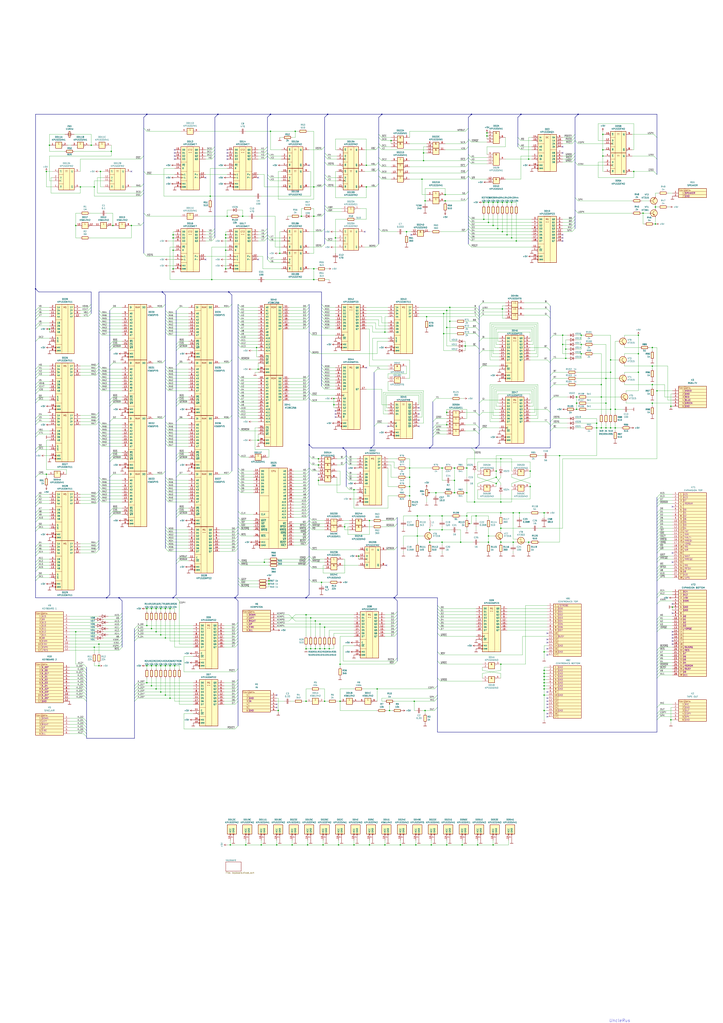
<source format=kicad_sch>
(kicad_sch (version 20230121) (generator eeschema)
  (paper "A1" portrait)
  (title_block (title "Quorum 64") (date "2019-12-14") (rev "1.12") (company "Kamil Karimov"))
  (junction (at 139.7 500.38))
  (junction (at 353.06 424.18))
  (junction (at 229.87 208.28))
  (junction (at 524.51 275.59))
  (junction (at 401.32 445.77))
  (junction (at 124.46 563.88))
  (junction (at 304.8 368.3))
  (junction (at 242.57 107.95))
  (junction (at 535.94 316.23))
  (junction (at 447.04 553.72))
  (junction (at 447.04 556.26))
  (junction (at 447.04 535.94))
  (junction (at 228.6 584.2))
  (junction (at 397.51 166.37))
  (junction (at 262.89 533.4))
  (junction (at 367.03 339.09))
  (junction (at 210.82 285.75))
  (junction (at 128.27 566.42))
  (junction (at 347.98 132.08))
  (junction (at 353.06 435.61))
  (junction (at 265.43 694.69))
  (junction (at 421.64 445.77))
  (junction (at 186.69 177.8))
  (junction (at 283.21 433.07))
  (junction (at 412.75 166.37))
  (junction (at 400.05 109.22))
  (junction (at 367.03 349.25))
  (junction (at 261.62 382.27))
  (junction (at 92.71 185.42))
  (junction (at 257.81 229.87))
  (junction (at 222.25 93.98))
  (junction (at 29.21 237.49))
  (junction (at 316.23 694.69))
  (junction (at 462.28 275.59))
  (junction (at 495.3 123.19))
  (junction (at 505.46 351.79))
  (junction (at 353.06 445.77))
  (junction (at 128.27 547.37))
  (junction (at 349.25 165.1))
  (junction (at 142.24 220.98))
  (junction (at 353.06 368.3))
  (junction (at 378.46 445.77))
  (junction (at 128.27 519.43))
  (junction (at 185.42 193.04))
  (junction (at 189.23 694.69))
  (junction (at 266.7 515.62))
  (junction (at 501.65 336.55))
  (junction (at 120.65 514.35))
  (junction (at 473.71 331.47))
  (junction (at 382.27 284.48))
  (junction (at 364.49 257.81))
  (junction (at 411.48 546.1))
  (junction (at 358.14 405.13))
  (junction (at 269.24 93.98))
  (junction (at 387.35 93.98))
  (junction (at 551.18 591.82))
  (junction (at 373.38 394.97))
  (junction (at 173.99 229.87))
  (junction (at 262.89 513.08))
  (junction (at 434.34 445.77))
  (junction (at 328.93 694.69))
  (junction (at 435.61 387.35))
  (junction (at 434.34 130.81))
  (junction (at 420.37 195.58))
  (junction (at 275.59 195.58))
  (junction (at 87.63 491.49))
  (junction (at 501.65 295.91))
  (junction (at 405.13 694.69))
  (junction (at 124.46 547.37))
  (junction (at 397.51 180.34))
  (junction (at 367.03 255.27))
  (junction (at 473.71 336.55))
  (junction (at 411.48 421.64))
  (junction (at 497.84 311.15))
  (junction (at 405.13 185.42))
  (junction (at 143.51 547.37))
  (junction (at 365.76 165.1))
  (junction (at 227.33 694.69))
  (junction (at 321.31 115.57))
  (junction (at 222.25 107.95))
  (junction (at 391.16 368.3))
  (junction (at 128.27 500.38))
  (junction (at 501.65 306.07))
  (junction (at 142.24 195.58))
  (junction (at 412.75 190.5))
  (junction (at 408.94 187.96))
  (junction (at 77.47 532.13))
  (junction (at 135.89 571.5))
  (junction (at 365.76 160.02))
  (junction (at 257.81 153.67))
  (junction (at 535.94 285.75))
  (junction (at 520.7 140.97))
  (junction (at 426.72 421.64))
  (junction (at 132.08 568.96))
  (junction (at 340.36 576.58))
  (junction (at 405.13 166.37))
  (junction (at 135.89 547.37))
  (junction (at 266.7 576.58))
  (junction (at 240.03 694.69))
  (junction (at 524.51 306.07))
  (junction (at 38.1 389.89))
  (junction (at 120.65 93.98))
  (junction (at 494.03 316.23))
  (junction (at 369.57 264.16))
  (junction (at 132.08 547.37))
  (junction (at 139.7 574.04))
  (junction (at 505.46 336.55))
  (junction (at 254 365.76))
  (junction (at 477.52 283.21))
  (junction (at 185.42 195.58))
  (junction (at 120.65 547.37))
  (junction (at 336.55 400.05))
  (junction (at 300.99 135.89))
  (junction (at 490.22 351.79))
  (junction (at 172.72 161.29))
  (junction (at 270.51 533.4))
  (junction (at 40.64 270.51))
  (junction (at 551.18 334.01))
  (junction (at 334.01 190.5))
  (junction (at 400.05 111.76))
  (junction (at 411.48 377.19))
  (junction (at 401.32 166.37))
  (junction (at 132.08 521.97))
  (junction (at 281.94 368.3))
  (junction (at 251.46 533.4))
  (junction (at 363.22 445.77))
  (junction (at 401.32 440.69))
  (junction (at 391.16 424.18))
  (junction (at 473.71 326.39))
  (junction (at 411.48 412.75))
  (junction (at 279.4 576.58))
  (junction (at 135.89 524.51))
  (junction (at 367.03 694.69))
  (junction (at 303.53 427.99))
  (junction (at 464.82 287.02))
  (junction (at 347.98 125.73))
  (junction (at 552.45 499.11))
  (junction (at 120.65 561.34))
  (junction (at 38.1 140.97))
  (junction (at 528.32 175.26))
  (junction (at 290.83 694.69))
  (junction (at 259.08 510.54))
  (junction (at 342.9 424.18))
  (junction (at 373.38 384.81))
  (junction (at 363.22 384.81))
  (junction (at 266.7 533.4))
  (junction (at 132.08 500.38))
  (junction (at 412.75 254))
  (junction (at 257.81 220.98))
  (junction (at 421.64 421.64))
  (junction (at 274.32 327.66))
  (junction (at 447.04 561.34))
  (junction (at 497.84 351.79))
  (junction (at 411.48 445.77))
  (junction (at 462.28 283.21))
  (junction (at 535.94 331.47))
  (junction (at 124.46 516.89))
  (junction (at 411.48 434.34))
  (junction (at 74.93 119.38))
  (junction (at 81.28 529.59))
  (junction (at 247.65 177.8))
  (junction (at 300.99 153.67))
  (junction (at 490.22 347.98))
  (junction (at 427.99 93.98))
  (junction (at 420.37 166.37))
  (junction (at 363.22 435.61))
  (junction (at 279.4 546.1))
  (junction (at 350.52 260.35))
  (junction (at 389.89 412.75))
  (junction (at 82.55 140.97))
  (junction (at 364.49 274.32))
  (junction (at 447.04 563.88))
  (junction (at 142.24 491.49))
  (junction (at 535.94 300.99))
  (junction (at 363.22 424.18))
  (junction (at 447.04 421.64))
  (junction (at 336.55 392.43))
  (junction (at 336.55 384.81))
  (junction (at 383.54 384.81))
  (junction (at 274.32 332.74))
  (junction (at 392.43 694.69))
  (junction (at 342.9 440.69))
  (junction (at 539.75 321.31))
  (junction (at 212.09 303.53))
  (junction (at 252.73 694.69))
  (junction (at 408.94 166.37))
  (junction (at 142.24 205.74))
  (junction (at 251.46 576.58))
  (junction (at 447.04 584.2))
  (junction (at 538.48 170.18))
  (junction (at 201.93 694.69))
  (junction (at 369.57 252.73))
  (junction (at 40.64 119.38))
  (junction (at 62.23 519.43))
  (junction (at 81.28 547.37))
  (junction (at 290.83 402.59))
  (junction (at 424.18 198.12))
  (junction (at 501.65 351.79))
  (junction (at 349.25 584.2))
  (junction (at 257.81 177.8))
  (junction (at 91.44 124.46))
  (junction (at 346.71 147.32))
  (junction (at 199.39 177.8))
  (junction (at 255.27 533.4))
  (junction (at 407.67 387.35))
  (junction (at 97.79 491.49))
  (junction (at 341.63 694.69))
  (junction (at 407.67 392.43))
  (junction (at 261.62 394.97))
  (junction (at 494.03 326.39))
  (junction (at 316.23 273.05))
  (junction (at 139.7 547.37))
  (junction (at 303.53 694.69))
  (junction (at 62.23 185.42))
  (junction (at 294.64 457.2))
  (junction (at 336.55 407.67))
  (junction (at 497.84 331.47))
  (junction (at 323.85 491.49))
  (junction (at 416.56 166.37))
  (junction (at 494.03 351.79))
  (junction (at 379.73 694.69))
  (junction (at 220.98 477.52))
  (junction (at 142.24 193.04))
  (junction (at 459.74 374.65))
  (junction (at 495.3 128.27))
  (junction (at 447.04 566.42))
  (junction (at 66.04 153.67))
  (junction (at 120.65 500.38))
  (junction (at 383.54 424.18))
  (junction (at 538.48 184.15))
  (junction (at 477.52 275.59))
  (junction (at 214.63 694.69))
  (junction (at 251.46 505.46))
  (junction (at 193.04 491.49))
  (junction (at 447.04 558.8))
  (junction (at 278.13 694.69))
  (junction (at 259.08 533.4))
  (junction (at 373.38 405.13))
  (junction (at 185.42 220.98))
  (junction (at 255.27 508))
  (junction (at 464.82 294.64))
  (junction (at 185.42 205.74))
  (junction (at 416.56 193.04))
  (junction (at 495.3 110.49))
  (junction (at 264.16 478.79))
  (junction (at 187.96 240.03))
  (junction (at 524.51 290.83))
  (junction (at 367.03 269.24))
  (junction (at 220.98 480.06))
  (junction (at 447.04 551.18))
  (junction (at 77.47 153.67))
  (junction (at 407.67 397.51))
  (junction (at 212.09 361.95))
  (junction (at 401.32 182.88))
  (junction (at 124.46 500.38))
  (junction (at 477.52 290.83))
  (junction (at 217.17 462.28))
  (junction (at 133.35 240.03))
  (junction (at 320.04 584.2))
  (junction (at 107.95 185.42))
  (junction (at 261.62 377.19))
  (junction (at 179.07 93.98))
  (junction (at 383.54 405.13))
  (junction (at 309.88 566.42))
  (junction (at 354.33 694.69))
  (junction (at 435.61 400.05))
  (junction (at 313.69 93.98))
  (junction (at 447.04 571.5))
  (junction (at 135.89 500.38))
  (junction (at 474.98 93.98))
  (junction (at 251.46 491.49))
  (no_connect (at 107.95 140.97))
  (no_connect (at 552.45 454.66))
  (no_connect (at 275.59 337.82))
  (no_connect (at 254 135.89))
  (no_connect (at 275.59 340.36))
  (no_connect (at 318.77 350.52))
  (no_connect (at 552.45 521.97))
  (no_connect (at 449.58 525.78))
  (no_connect (at 186.69 125.73))
  (no_connect (at 344.17 340.36))
  (no_connect (at 552.45 504.19))
  (no_connect (at 449.58 586.74))
  (no_connect (at 275.59 342.9))
  (no_connect (at 143.51 128.27))
  (no_connect (at 227.33 581.66))
  (no_connect (at 462.28 195.58))
  (no_connect (at 212.09 213.36))
  (no_connect (at 462.28 125.73))
  (no_connect (at 449.58 574.04))
  (no_connect (at 449.58 579.12))
  (no_connect (at 462.28 198.12))
  (no_connect (at 449.58 568.96))
  (no_connect (at 186.69 128.27))
  (no_connect (at 143.51 125.73))
  (no_connect (at 344.17 345.44))
  (no_connect (at 168.91 213.36))
  (no_connect (at 449.58 528.32))
  (no_connect (at 449.58 581.66))
  (no_connect (at 299.72 190.5))
  (no_connect (at 186.69 123.19))
  (no_connect (at 337.82 193.04))
  (no_connect (at 344.17 350.52))
  (no_connect (at 168.91 146.05))
  (no_connect (at 552.45 496.57))
  (no_connect (at 449.58 589.28))
  (no_connect (at 317.5 464.82))
  (no_connect (at 552.45 416.56))
  (no_connect (at 449.58 576.58))
  (no_connect (at 143.51 123.19))
  (no_connect (at 552.45 524.51))
  (no_connect (at 186.69 130.81))
  (no_connect (at 143.51 130.81))
  (no_connect (at 449.58 533.4))
  (no_connect (at 462.28 193.04))
  (no_connect (at 552.45 519.43))
  (no_connect (at 227.33 579.12))
  (no_connect (at 449.58 520.7))
  (no_connect (at 552.45 462.28))
  (no_connect (at 552.45 527.05))
  (no_connect (at 212.09 146.05))
  (no_connect (at 462.28 120.65))
  (no_connect (at 344.17 335.28))
  (no_connect (at 300.99 302.26))
  (no_connect (at 552.45 529.59))
  (no_connect (at 449.58 538.48))
  (no_connect (at 227.33 571.5))
  (no_connect (at 261.62 389.89))
  (bus_entry (at 539.75 516.89) (size 2.54 -2.54))
  (bus_entry (at 382.27 147.32) (size 2.54 -2.54))
  (bus_entry (at 29.21 323.85) (size 2.54 -2.54))
  (bus_entry (at 90.17 255.27) (size 2.54 -2.54))
  (bus_entry (at 90.17 300.99) (size 2.54 -2.54))
  (bus_entry (at 256.54 462.28) (size -2.54 -2.54))
  (bus_entry (at 198.12 265.43) (size -2.54 -2.54))
  (bus_entry (at 118.11 208.28) (size 2.54 2.54))
  (bus_entry (at 100.33 511.81) (size -2.54 2.54))
  (bus_entry (at 539.75 411.48) (size 2.54 -2.54))
  (bus_entry (at 138.43 313.69) (size -2.54 -2.54))
  (bus_entry (at 266.7 304.8) (size -2.54 -2.54))
  (bus_entry (at 323.85 427.99) (size 2.54 -2.54))
  (bus_entry (at 287.02 377.19) (size -2.54 -2.54))
  (bus_entry (at 83.82 367.03) (size -2.54 -2.54))
  (bus_entry (at 110.49 519.43) (size 2.54 -2.54))
  (bus_entry (at 100.33 509.27) (size -2.54 2.54))
  (bus_entry (at 198.12 252.73) (size -2.54 -2.54))
  (bus_entry (at 110.49 563.88) (size 2.54 -2.54))
  (bus_entry (at 29.21 331.47) (size 2.54 -2.54))
  (bus_entry (at 387.35 185.42) (size -2.54 -2.54))
  (bus_entry (at 539.75 491.49) (size 2.54 -2.54))
  (bus_entry (at 90.17 283.21) (size 2.54 -2.54))
  (bus_entry (at 138.43 407.67) (size -2.54 -2.54))
  (bus_entry (at 29.21 452.12) (size 2.54 -2.54))
  (bus_entry (at 71.12 563.88) (size -2.54 -2.54))
  (bus_entry (at 222.25 213.36) (size -2.54 -2.54))
  (bus_entry (at 138.43 367.03) (size -2.54 -2.54))
  (bus_entry (at 539.75 586.74) (size 2.54 -2.54))
  (bus_entry (at 251.46 438.15) (size 2.54 -2.54))
  (bus_entry (at 454.66 275.59) (size -2.54 2.54))
  (bus_entry (at 110.49 516.89) (size 2.54 -2.54))
  (bus_entry (at 100.33 516.89) (size -2.54 2.54))
  (bus_entry (at 539.75 444.5) (size 2.54 -2.54))
  (bus_entry (at 138.43 435.61) (size -2.54 -2.54))
  (bus_entry (at 251.46 252.73) (size 2.54 -2.54))
  (bus_entry (at 266.7 255.27) (size -2.54 -2.54))
  (bus_entry (at 198.12 267.97) (size -2.54 -2.54))
  (bus_entry (at 251.46 255.27) (size 2.54 -2.54))
  (bus_entry (at 118.11 151.13) (size -2.54 2.54))
  (bus_entry (at 78.74 349.25) (size 2.54 -2.54))
  (bus_entry (at 382.27 160.02) (size 2.54 -2.54))
  (bus_entry (at 198.12 270.51) (size -2.54 -2.54))
  (bus_entry (at 133.35 344.17) (size 2.54 -2.54))
  (bus_entry (at 90.17 331.47) (size 2.54 -2.54))
  (bus_entry (at 251.46 321.31) (size 2.54 -2.54))
  (bus_entry (at 72.39 255.27) (size 2.54 -2.54))
  (bus_entry (at 71.12 574.04) (size -2.54 -2.54))
  (bus_entry (at 144.78 328.93) (size 2.54 -2.54))
  (bus_entry (at 133.35 389.89) (size 2.54 -2.54))
  (bus_entry (at 78.74 454.66) (size 2.54 -2.54))
  (bus_entry (at 198.12 480.06) (size -2.54 -2.54))
  (bus_entry (at 256.54 435.61) (size -2.54 -2.54))
  (bus_entry (at 71.12 551.18) (size -2.54 -2.54))
  (bus_entry (at 251.46 400.05) (size 2.54 -2.54))
  (bus_entry (at 100.33 521.97) (size -2.54 2.54))
  (bus_entry (at 323.85 515.62) (size 2.54 -2.54))
  (bus_entry (at 256.54 290.83) (size -2.54 -2.54))
  (bus_entry (at 173.99 195.58) (size 2.54 -2.54))
  (bus_entry (at 83.82 402.59) (size -2.54 -2.54))
  (bus_entry (at 29.21 260.35) (size 2.54 -2.54))
  (bus_entry (at 323.85 510.54) (size 2.54 -2.54))
  (bus_entry (at 256.54 433.07) (size -2.54 -2.54))
  (bus_entry (at 539.75 549.91) (size 2.54 -2.54))
  (bus_entry (at 251.46 464.82) (size 2.54 -2.54))
  (bus_entry (at 29.21 262.89) (size 2.54 -2.54))
  (bus_entry (at 90.17 420.37) (size 2.54 -2.54))
  (bus_entry (at 144.78 285.75) (size 2.54 -2.54))
  (bus_entry (at 187.96 298.45) (size 2.54 -2.54))
  (bus_entry (at 251.46 311.15) (size 2.54 -2.54))
  (bus_entry (at 193.04 579.12) (size 2.54 -2.54))
  (bus_entry (at 29.21 344.17) (size 2.54 -2.54))
  (bus_entry (at 29.21 434.34) (size 2.54 -2.54))
  (bus_entry (at 266.7 265.43) (size -2.54 -2.54))
  (bus_entry (at 539.75 477.52) (size 2.54 -2.54))
  (bus_entry (at 308.61 135.89) (size 2.54 -2.54))
  (bus_entry (at 198.12 326.39) (size -2.54 -2.54))
  (bus_entry (at 539.75 557.53) (size 2.54 -2.54))
  (bus_entry (at 387.35 132.08) (size -2.54 -2.54))
  (bus_entry (at 110.49 527.05) (size 2.54 -2.54))
  (bus_entry (at 193.04 516.89) (size 2.54 -2.54))
  (bus_entry (at 83.82 313.69) (size -2.54 -2.54))
  (bus_entry (at 29.21 328.93) (size 2.54 -2.54))
  (bus_entry (at 396.24 259.08) (size -2.54 2.54))
  (bus_entry (at 251.46 425.45) (size 2.54 -2.54))
  (bus_entry (at 193.04 519.43) (size 2.54 -2.54))
  (bus_entry (at 138.43 356.87) (size -2.54 -2.54))
  (bus_entry (at 469.9 133.35) (size 2.54 -2.54))
  (bus_entry (at 193.04 568.96) (size 2.54 -2.54))
  (bus_entry (at 269.24 173.99) (size -2.54 -2.54))
  (bus_entry (at 138.43 321.31) (size -2.54 -2.54))
  (bus_entry (at 287.02 389.89) (size -2.54 -2.54))
  (bus_entry (at 251.46 422.91) (size 2.54 -2.54))
  (bus_entry (at 313.69 132.08) (size -2.54 -2.54))
  (bus_entry (at 71.12 600.71) (size -2.54 -2.54))
  (bus_entry (at 110.49 574.04) (size 2.54 -2.54))
  (bus_entry (at 323.85 546.1) (size 2.54 -2.54))
  (bus_entry (at 539.75 143.51) (size -2.54 -2.54))
  (bus_entry (at 144.78 255.27) (size 2.54 -2.54))
  (bus_entry (at 198.12 477.52) (size -2.54 -2.54))
  (bus_entry (at 539.75 534.67) (size 2.54 -2.54))
  (bus_entry (at 539.75 429.26) (size 2.54 -2.54))
  (bus_entry (at 539.75 436.88) (size 2.54 -2.54))
  (bus_entry (at 193.04 561.34) (size 2.54 -2.54))
  (bus_entry (at 29.21 392.43) (size 2.54 -2.54))
  (bus_entry (at 256.54 330.2) (size -2.54 -2.54))
  (bus_entry (at 251.46 267.97) (size 2.54 -2.54))
  (bus_entry (at 83.82 306.07) (size -2.54 -2.54))
  (bus_entry (at 313.69 147.32) (size -2.54 -2.54))
  (bus_entry (at 29.21 436.88) (size 2.54 -2.54))
  (bus_entry (at 144.78 461.01) (size 2.54 -2.54))
  (bus_entry (at 308.61 203.2) (size 2.54 -2.54))
  (bus_entry (at 29.21 306.07) (size 2.54 -2.54))
  (bus_entry (at 217.17 128.27) (size 2.54 -2.54))
  (bus_entry (at 198.12 321.31) (size -2.54 -2.54))
  (bus_entry (at 251.46 265.43) (size 2.54 -2.54))
  (bus_entry (at 251.46 462.28) (size 2.54 -2.54))
  (bus_entry (at 198.12 331.47) (size -2.54 -2.54))
  (bus_entry (at 78.74 341.63) (size 2.54 -2.54))
  (bus_entry (at 78.74 308.61) (size 2.54 -2.54))
  (bus_entry (at 217.17 123.19) (size 2.54 -2.54))
  (bus_entry (at 138.43 361.95) (size -2.54 -2.54))
  (bus_entry (at 266.7 270.51) (size -2.54 -2.54))
  (bus_entry (at 110.49 524.51) (size 2.54 -2.54))
  (bus_entry (at 90.17 379.73) (size 2.54 -2.54))
  (bus_entry (at 83.82 412.75) (size -2.54 -2.54))
  (bus_entry (at 539.75 441.96) (size 2.54 -2.54))
  (bus_entry (at 251.46 270.51) (size 2.54 -2.54))
  (bus_entry (at 396.24 254) (size -2.54 2.54))
  (bus_entry (at 29.21 359.41) (size 2.54 -2.54))
  (bus_entry (at 138.43 438.15) (size -2.54 -2.54))
  (bus_entry (at 144.78 377.19) (size 2.54 -2.54))
  (bus_entry (at 90.17 392.43) (size 2.54 -2.54))
  (bus_entry (at 173.99 125.73) (size 2.54 -2.54))
  (bus_entry (at 449.58 346.71) (size 2.54 2.54))
  (bus_entry (at 83.82 351.79) (size -2.54 -2.54))
  (bus_entry (at 539.75 589.28) (size 2.54 -2.54))
  (bus_entry (at 198.12 387.35) (size -2.54 -2.54))
  (bus_entry (at 469.9 180.34) (size 2.54 -2.54))
  (bus_entry (at 454.66 347.98) (size -2.54 2.54))
  (bus_entry (at 539.75 547.37) (size 2.54 -2.54))
  (bus_entry (at 29.21 257.81) (size 2.54 -2.54))
  (bus_entry (at 396.24 300.99) (size -2.54 2.54))
  (bus_entry (at 361.95 502.92) (size -2.54 -2.54))
  (bus_entry (at 110.49 566.42) (size 2.54 -2.54))
  (bus_entry (at 256.54 467.36) (size -2.54 -2.54))
  (bus_entry (at 198.12 336.55) (size -2.54 -2.54))
  (bus_entry (at 29.21 429.26) (size 2.54 -2.54))
  (bus_entry (at 29.21 416.56) (size 2.54 -2.54))
  (bus_entry (at 83.82 275.59) (size -2.54 -2.54))
  (bus_entry (at 266.7 317.5) (size -2.54 -2.54))
  (bus_entry (at 539.75 447.04) (size 2.54 -2.54))
  (bus_entry (at 356.87 574.04) (size 2.54 -2.54))
  (bus_entry (at 144.78 331.47) (size 2.54 -2.54))
  (bus_entry (at 287.02 379.73) (size -2.54 -2.54))
  (bus_entry (at 29.21 469.9) (size 2.54 -2.54))
  (bus_entry (at 361.95 510.54) (size -2.54 -2.54))
  (bus_entry (at 539.75 426.72) (size 2.54 -2.54))
  (bus_entry (at 110.49 571.5) (size 2.54 -2.54))
  (bus_entry (at 539.75 469.9) (size 2.54 -2.54))
  (bus_entry (at 361.95 560.07) (size -2.54 -2.54))
  (bus_entry (at 198.12 435.61) (size -2.54 -2.54))
  (bus_entry (at 83.82 359.41) (size -2.54 -2.54))
  (bus_entry (at 387.35 203.2) (size -2.54 -2.54))
  (bus_entry (at 198.12 280.67) (size -2.54 -2.54))
  (bus_entry (at 71.12 568.96) (size -2.54 -2.54))
  (bus_entry (at 29.21 462.28) (size 2.54 -2.54))
  (bus_entry (at 138.43 262.89) (size -2.54 -2.54))
  (bus_entry (at 266.7 260.35) (size -2.54 -2.54))
  (bus_entry (at 539.75 539.75) (size 2.54 -2.54))
  (bus_entry (at 251.46 389.89) (size 2.54 -2.54))
  (bus_entry (at 474.98 165.1) (size -2.54 -2.54))
  (bus_entry (at 90.17 425.45) (size 2.54 -2.54))
  (bus_entry (at 78.74 411.48) (size 2.54 -2.54))
  (bus_entry (at 173.99 130.81) (size 2.54 -2.54))
  (bus_entry (at 90.17 422.91) (size 2.54 -2.54))
  (bus_entry (at 361.95 538.48) (size -2.54 -2.54))
  (bus_entry (at 382.27 190.5) (size 2.54 -2.54))
  (bus_entry (at 539.75 113.03) (size -2.54 -2.54))
  (bus_entry (at 539.75 462.28) (size 2.54 -2.54))
  (bus_entry (at 256.54 377.19) (size -2.54 -2.54))
  (bus_entry (at 138.43 306.07) (size -2.54 -2.54))
  (bus_entry (at 173.99 190.5) (size 2.54 -2.54))
  (bus_entry (at 29.21 255.27) (size 2.54 -2.54))
  (bus_entry (at 391.16 354.33) (size 2.54 2.54))
  (bus_entry (at 29.21 303.53) (size 2.54 -2.54))
  (bus_entry (at 115.57 185.42) (size 2.54 -2.54))
  (bus_entry (at 219.71 143.51) (size 2.54 2.54))
  (bus_entry (at 251.46 394.97) (size 2.54 -2.54))
  (bus_entry (at 71.12 556.26) (size -2.54 -2.54))
  (bus_entry (at 361.95 523.24) (size -2.54 -2.54))
  (bus_entry (at 72.39 260.35) (size 2.54 -2.54))
  (bus_entry (at 198.12 389.89) (size -2.54 -2.54))
  (bus_entry (at 29.21 424.18) (size 2.54 -2.54))
  (bus_entry (at 251.46 318.77) (size 2.54 -2.54))
  (bus_entry (at 539.75 421.64) (size 2.54 -2.54))
  (bus_entry (at 251.46 417.83) (size 2.54 -2.54))
  (bus_entry (at 454.66 351.79) (size -2.54 2.54))
  (bus_entry (at 29.21 356.87) (size 2.54 -2.54))
  (bus_entry (at 313.69 142.24) (size -2.54 -2.54))
  (bus_entry (at 387.35 180.34) (size -2.54 -2.54))
  (bus_entry (at 266.7 252.73) (size -2.54 -2.54))
  (bus_entry (at 382.27 123.19) (size 2.54 -2.54))
  (bus_entry (at 387.35 198.12) (size -2.54 -2.54))
  (bus_entry (at 71.12 603.25) (size -2.54 -2.54))
  (bus_entry (at 469.9 115.57) (size 2.54 -2.54))
  (bus_entry (at 100.33 529.59) (size -2.54 2.54))
  (bus_entry (at 391.16 339.09) (size 2.54 2.54))
  (bus_entry (at 454.66 344.17) (size -2.54 2.54))
  (bus_entry (at 29.21 426.72) (size 2.54 -2.54))
  (bus_entry (at 266.7 307.34) (size -2.54 -2.54))
  (bus_entry (at 29.21 280.67) (size 2.54 -2.54))
  (bus_entry (at 83.82 316.23) (size -2.54 -2.54))
  (bus_entry (at 138.43 349.25) (size -2.54 -2.54))
  (bus_entry (at 147.32 494.03) (size -2.54 -2.54))
  (bus_entry (at 256.54 452.12) (size -2.54 -2.54))
  (bus_entry (at 391.16 260.35) (size 2.54 2.54))
  (bus_entry (at 251.46 412.75) (size 2.54 -2.54))
  (bus_entry (at 118.11 128.27) (size -2.54 2.54))
  (bus_entry (at 29.21 449.58) (size 2.54 -2.54))
  (bus_entry (at 198.12 260.35) (size -2.54 -2.54))
  (bus_entry (at 83.82 397.51) (size -2.54 -2.54))
  (bus_entry (at 193.04 448.31) (size 2.54 -2.54))
  (bus_entry (at 287.02 394.97) (size -2.54 -2.54))
  (bus_entry (at 539.75 554.99) (size 2.54 -2.54))
  (bus_entry (at 198.12 397.51) (size -2.54 -2.54))
  (bus_entry (at 387.35 195.58) (size -2.54 -2.54))
  (bus_entry (at 198.12 316.23) (size -2.54 -2.54))
  (bus_entry (at 251.46 420.37) (size 2.54 -2.54))
  (bus_entry (at 78.74 303.53) (size 2.54 -2.54))
  (bus_entry (at 100.33 524.51) (size -2.54 2.54))
  (bus_entry (at 110.49 576.58) (size 2.54 -2.54))
  (bus_entry (at 198.12 285.75) (size -2.54 -2.54))
  (bus_entry (at 138.43 453.39) (size -2.54 -2.54))
  (bus_entry (at 83.82 303.53) (size -2.54 -2.54))
  (bus_entry (at 29.21 464.82) (size 2.54 -2.54))
  (bus_entry (at 264.16 203.2) (size 2.54 -2.54))
  (bus_entry (at 138.43 308.61) (size -2.54 -2.54))
  (bus_entry (at 217.17 125.73) (size 2.54 -2.54))
  (bus_entry (at 361.95 518.16) (size -2.54 -2.54))
  (bus_entry (at 193.04 527.05) (size 2.54 -2.54))
  (bus_entry (at 29.21 311.15) (size 2.54 -2.54))
  (bus_entry (at 90.17 377.19) (size 2.54 -2.54))
  (bus_entry (at 251.46 387.35) (size 2.54 -2.54))
  (bus_entry (at 382.27 107.95) (size 2.54 -2.54))
  (bus_entry (at 193.04 599.44) (size 2.54 -2.54))
  (bus_entry (at 90.17 374.65) (size 2.54 -2.54))
  (bus_entry (at 71.12 561.34) (size -2.54 -2.54))
  (bus_entry (at 281.94 382.27) (size 2.54 -2.54))
  (bus_entry (at 193.04 514.35) (size 2.54 -2.54))
  (bus_entry (at 138.43 405.13) (size -2.54 -2.54))
  (bus_entry (at 144.78 288.29) (size 2.54 -2.54))
  (bus_entry (at 251.46 316.23) (size 2.54 -2.54))
  (bus_entry (at 222.25 198.12) (size -2.54 -2.54))
  (bus_entry (at 144.78 346.71) (size 2.54 -2.54))
  (bus_entry (at 264.16 123.19) (size 2.54 -2.54))
  (bus_entry (at 323.85 513.08) (size 2.54 -2.54))
  (bus_entry (at 83.82 405.13) (size -2.54 -2.54))
  (bus_entry (at 118.11 158.75) (size -2.54 2.54))
  (bus_entry (at 539.75 452.12) (size 2.54 -2.54))
  (bus_entry (at 396.24 256.54) (size -2.54 2.54))
  (bus_entry (at 198.12 400.05) (size -2.54 -2.54))
  (bus_entry (at 83.82 394.97) (size -2.54 -2.54))
  (bus_entry (at 251.46 443.23) (size 2.54 -2.54))
  (bus_entry (at 198.12 462.28) (size -2.54 -2.54))
  (bus_entry (at 193.04 571.5) (size 2.54 -2.54))
  (bus_entry (at 193.04 453.39) (size 2.54 -2.54))
  (bus_entry (at 396.24 288.29) (size -2.54 2.54))
  (bus_entry (at 144.78 463.55) (size 2.54 -2.54))
  (bus_entry (at 269.24 128.27) (size -2.54 -2.54))
  (bus_entry (at 100.33 519.43) (size -2.54 2.54))
  (bus_entry (at 144.78 425.45) (size 2.54 -2.54))
  (bus_entry (at 144.78 283.21) (size 2.54 -2.54))
  (bus_entry (at 198.12 328.93) (size -2.54 -2.54))
  (bus_entry (at 138.43 354.33) (size -2.54 -2.54))
  (bus_entry (at 387.35 193.04) (size -2.54 -2.54))
  (bus_entry (at 387.35 182.88) (size -2.54 -2.54))
  (bus_entry (at 356.87 584.2) (size 2.54 -2.54))
  (bus_entry (at 173.99 128.27) (size 2.54 -2.54))
  (bus_entry (at 198.12 311.15) (size -2.54 -2.54))
  (bus_entry (at 138.43 412.75) (size -2.54 -2.54))
  (bus_entry (at 83.82 318.77) (size -2.54 -2.54))
  (bus_entry (at 110.49 521.97) (size 2.54 -2.54))
  (bus_entry (at 90.17 285.75) (size 2.54 -2.54))
  (bus_entry (at 313.69 113.03) (size -2.54 -2.54))
  (bus_entry (at 454.66 306.07) (size -2.54 2.54))
  (bus_entry (at 187.96 344.17) (size 2.54 -2.54))
  (bus_entry (at 539.75 459.74) (size 2.54 -2.54))
  (bus_entry (at 83.82 354.33) (size -2.54 -2.54))
  (bus_entry (at 198.12 323.85) (size -2.54 -2.54))
  (bus_entry (at 71.12 605.79) (size -2.54 -2.54))
  (bus_entry (at 138.43 410.21) (size -2.54 -2.54))
  (bus_entry (at 474.98 175.26) (size -2.54 -2.54))
  (bus_entry (at 71.12 553.72) (size -2.54 -2.54))
  (bus_entry (at 358.14 327.66) (size -2.54 2.54))
  (bus_entry (at 539.75 454.66) (size 2.54 -2.54))
  (bus_entry (at 266.7 312.42) (size -2.54 -2.54))
  (bus_entry (at 256.54 275.59) (size -2.54 -2.54))
  (bus_entry (at 193.04 443.23) (size 2.54 -2.54))
  (bus_entry (at 356.87 576.58) (size 2.54 -2.54))
  (bus_entry (at 454.66 326.39) (size -2.54 2.54))
  (bus_entry (at 361.95 508) (size -2.54 -2.54))
  (bus_entry (at 539.75 544.83) (size 2.54 -2.54))
  (bus_entry (at 198.12 440.69) (size -2.54 -2.54))
  (bus_entry (at 382.27 165.1) (size 2.54 -2.54))
  (bus_entry (at 387.35 147.32) (size -2.54 -2.54))
  (bus_entry (at 396.24 278.13) (size -2.54 2.54))
  (bus_entry (at 469.9 185.42) (size 2.54 -2.54))
  (bus_entry (at 118.11 175.26) (size 2.54 2.54))
  (bus_entry (at 138.43 448.31) (size -2.54 -2.54))
  (bus_entry (at 198.12 354.33) (size -2.54 -2.54))
  (bus_entry (at 539.75 449.58) (size 2.54 -2.54))
  (bus_entry (at 138.43 400.05) (size -2.54 -2.54))
  (bus_entry (at 387.35 116.84) (size -2.54 -2.54))
  (bus_entry (at 29.21 318.77) (size 2.54 -2.54))
  (bus_entry (at 266.7 309.88) (size -2.54 -2.54))
  (bus_entry (at 29.21 321.31) (size 2.54 -2.54))
  (bus_entry (at 449.58 248.92) (size 2.54 2.54))
  (bus_entry (at 539.75 439.42) (size 2.54 -2.54))
  (bus_entry (at 83.82 262.89) (size -2.54 -2.54))
  (bus_entry (at 78.74 414.02) (size 2.54 -2.54))
  (bus_entry (at 539.75 467.36) (size 2.54 -2.54))
  (bus_entry (at 138.43 257.81) (size -2.54 -2.54))
  (bus_entry (at 138.43 445.77) (size -2.54 -2.54))
  (bus_entry (at 323.85 433.07) (size 2.54 -2.54))
  (bus_entry (at 138.43 303.53) (size -2.54 -2.54))
  (bus_entry (at 391.16 274.32) (size 2.54 2.54))
  (bus_entry (at 29.21 270.51) (size 2.54 -2.54))
  (bus_entry (at 133.35 298.45) (size 2.54 -2.54))
  (bus_entry (at 313.69 190.5) (size -2.54 -2.54))
  (bus_entry (at 323.85 518.16) (size 2.54 -2.54))
  (bus_entry (at 29.21 457.2) (size 2.54 -2.54))
  (bus_entry (at 198.12 422.91) (size -2.54 -2.54))
  (bus_entry (at 193.04 532.13) (size 2.54 -2.54))
  (bus_entry (at 100.33 527.05) (size -2.54 2.54))
  (bus_entry (at 382.27 132.08) (size 2.54 -2.54))
  (bus_entry (at 309.88 347.98) (size -2.54 2.54))
  (bus_entry (at 539.75 591.82) (size 2.54 -2.54))
  (bus_entry (at 144.78 334.01) (size 2.54 -2.54))
  (bus_entry (at 308.61 140.97) (size 2.54 -2.54))
  (bus_entry (at 138.43 402.59) (size -2.54 -2.54))
  (bus_entry (at 71.12 558.8) (size -2.54 -2.54))
  (bus_entry (at 78.74 346.71) (size 2.54 -2.54))
  (bus_entry (at 474.98 118.11) (size -2.54 -2.54))
  (bus_entry (at 251.46 392.43) (size 2.54 -2.54))
  (bus_entry (at 198.12 405.13) (size -2.54 -2.54))
  (bus_entry (at 71.12 593.09) (size -2.54 -2.54))
  (bus_entry (at 251.46 448.31) (size 2.54 -2.54))
  (bus_entry (at 198.12 375.92) (size -2.54 -2.54))
  (bus_entry (at 256.54 459.74) (size -2.54 -2.54))
  (bus_entry (at 361.95 515.62) (size -2.54 -2.54))
  (bus_entry (at 382.27 137.16) (size 2.54 -2.54))
  (bus_entry (at 251.46 262.89) (size 2.54 -2.54))
  (bus_entry (at 100.33 514.35) (size -2.54 2.54))
  (bus_entry (at 427.99 123.19) (size -2.54 -2.54))
  (bus_entry (at 469.9 130.81) (size 2.54 -2.54))
  (bus_entry (at 83.82 265.43) (size -2.54 -2.54))
  (bus_entry (at 138.43 275.59) (size -2.54 -2.54))
  (bus_entry (at 83.82 361.95) (size -2.54 -2.54))
  (bus_entry (at 90.17 328.93) (size 2.54 -2.54))
  (bus_entry (at 173.99 193.04) (size 2.54 -2.54))
  (bus_entry (at 198.12 275.59) (size -2.54 -2.54))
  (bus_entry (at 78.74 406.4) (size 2.54 -2.54))
  (bus_entry (at 29.21 414.02) (size 2.54 -2.54))
  (bus_entry (at 118.11 140.97) (size 2.54 2.54))
  (bus_entry (at 251.46 430.53) (size 2.54 -2.54))
  (bus_entry (at 138.43 364.49) (size -2.54 -2.54))
  (bus_entry (at 264.16 153.67) (size 2.54 -2.54))
  (bus_entry (at 138.43 351.79) (size -2.54 -2.54))
  (bus_entry (at 138.43 260.35) (size -2.54 -2.54))
  (bus_entry (at 251.46 435.61) (size 2.54 -2.54))
  (bus_entry (at 256.54 382.27) (size -2.54 -2.54))
  (bus_entry (at 138.43 359.41) (size -2.54 -2.54))
  (bus_entry (at 198.12 341.63) (size -2.54 -2.54))
  (bus_entry (at 29.21 477.52) (size 2.54 -2.54))
  (bus_entry (at 323.85 523.24) (size 2.54 -2.54))
  (bus_entry (at 251.46 402.59) (size 2.54 -2.54))
  (bus_entry (at 449.58 336.55) (size 2.54 2.54))
  (bus_entry (at 387.35 190.5) (size -2.54 -2.54))
  (bus_entry (at 198.12 427.99) (size -2.54 -2.54))
  (bus_entry (at 29.21 267.97) (size 2.54 -2.54))
  (bus_entry (at 217.17 195.58) (size 2.54 -2.54))
  (bus_entry (at 71.12 576.58) (size -2.54 -2.54))
  (bus_entry (at 539.75 416.56) (size 2.54 -2.54))
  (bus_entry (at 361.95 513.08) (size -2.54 -2.54))
  (bus_entry (at 256.54 427.99) (size -2.54 -2.54))
  (bus_entry (at 83.82 356.87) (size -2.54 -2.54))
  (bus_entry (at 251.46 313.69) (size 2.54 -2.54))
  (bus_entry (at 474.98 135.89) (size -2.54 -2.54))
  (bus_entry (at 539.75 414.02) (size 2.54 -2.54))
  (bus_entry (at 266.7 267.97) (size -2.54 -2.54))
  (bus_entry (at 313.69 123.19) (size -2.54 -2.54))
  (bus_entry (at 187.96 389.89) (size 2.54 -2.54))
  (bus_entry (at 454.66 316.23) (size -2.54 2.54))
  (bus_entry (at 269.24 153.67) (size -2.54 -2.54))
  (bus_entry (at 539.75 581.66) (size 2.54 -2.54))
  (bus_entry (at 251.46 323.85) (size 2.54 -2.54))
  (bus_entry (at 198.12 283.21) (size -2.54 -2.54))
  (bus_entry (at 133.35 252.73) (size 2.54 -2.54))
  (bus_entry (at 173.99 123.19) (size 2.54 -2.54))
  (bus_entry (at 449.58 285.75) (size 2.54 2.54))
  (bus_entry (at 251.46 257.81) (size 2.54 -2.54))
  (bus_entry (at 269.24 135.89) (size -2.54 -2.54))
  (bus_entry (at 313.69 137.16) (size -2.54 -2.54))
  (bus_entry (at 313.69 115.57) (size -2.54 -2.54))
  (bus_entry (at 469.9 113.03) (size 2.54 -2.54))
  (bus_entry (at 29.21 349.25) (size 2.54 -2.54))
  (bus_entry (at 198.12 334.01) (size -2.54 -2.54))
  (bus_entry (at 387.35 187.96) (size -2.54 -2.54))
  (bus_entry (at 396.24 248.92) (size -2.54 2.54))
  (bus_entry (at 539.75 496.57) (size 2.54 -2.54))
  (bus_entry (at 323.85 505.46) (size 2.54 -2.54))
  (bus_entry (at 251.46 328.93) (size 2.54 -2.54))
  (bus_entry (at 222.25 195.58) (size -2.54 -2.54))
  (bus_entry (at 193.04 521.97) (size 2.54 -2.54))
  (bus_entry (at 138.43 318.77) (size -2.54 -2.54))
  (bus_entry (at 72.39 252.73) (size 2.54 -2.54))
  (bus_entry (at 138.43 311.15) (size -2.54 -2.54))
  (bus_entry (at 361.95 500.38) (size -2.54 -2.54))
  (bus_entry (at 78.74 452.12) (size 2.54 -2.54))
  (bus_entry (at 100.33 506.73) (size -2.54 2.54))
  (bus_entry (at 427.99 120.65) (size -2.54 -2.54))
  (bus_entry (at 29.21 369.57) (size 2.54 -2.54))
  (bus_entry (at 256.54 478.79) (size -2.54 -2.54))
  (bus_entry (at 539.75 511.81) (size 2.54 -2.54))
  (bus_entry (at 391.16 269.24) (size 2.54 2.54))
  (bus_entry (at 198.12 273.05) (size -2.54 -2.54))
  (bus_entry (at 193.04 435.61) (size 2.54 -2.54))
  (bus_entry (at 251.46 445.77) (size 2.54 -2.54))
  (bus_entry (at 266.7 302.26) (size -2.54 -2.54))
  (bus_entry (at 71.12 566.42) (size -2.54 -2.54))
  (bus_entry (at 144.78 374.65) (size 2.54 -2.54))
  (bus_entry (at 71.12 571.5) (size -2.54 -2.54))
  (bus_entry (at 83.82 410.21) (size -2.54 -2.54))
  (bus_entry (at 387.35 368.3) (size 2.54 2.54))
  (bus_entry (at 251.46 260.35) (size 2.54 -2.54))
  (bus_entry (at 256.54 430.53) (size -2.54 -2.54))
  (bus_entry (at 539.75 537.21) (size 2.54 -2.54))
  (bus_entry (at 449.58 254) (size 2.54 2.54))
  (bus_entry (at 391.16 349.25) (size 2.54 2.54))
  (bus_entry (at 391.16 264.16) (size 2.54 2.54))
  (bus_entry (at 72.39 257.81) (size 2.54 -2.54))
  (bus_entry (at 382.27 142.24) (size 2.54 -2.54))
  (bus_entry (at 449.58 295.91) (size 2.54 2.54))
  (bus_entry (at 323.85 543.56) (size 2.54 -2.54))
  (bus_entry (at 539.75 488.95) (size 2.54 -2.54))
  (bus_entry (at 198.12 402.59) (size -2.54 -2.54))
  (bus_entry (at 219.71 146.05) (size 2.54 2.54))
  (bus_entry (at 198.12 482.6) (size -2.54 -2.54))
  (bus_entry (at 539.75 509.27) (size 2.54 -2.54))
  (bus_entry (at 396.24 339.09) (size -2.54 2.54))
  (bus_entry (at 539.75 424.18) (size 2.54 -2.54))
  (bus_entry (at 29.21 372.11) (size 2.54 -2.54))
  (bus_entry (at 539.75 474.98) (size 2.54 -2.54))
  (bus_entry (at 251.46 459.74) (size 2.54 -2.54))
  (bus_entry (at 219.71 128.27) (size 2.54 2.54))
  (bus_entry (at 251.46 433.07) (size 2.54 -2.54))
  (bus_entry (at 78.74 408.94) (size 2.54 -2.54))
  (bus_entry (at 71.12 598.17) (size -2.54 -2.54))
  (bus_entry (at 539.75 552.45) (size 2.54 -2.54))
  (bus_entry (at 78.74 447.04) (size 2.54 -2.54))
  (bus_entry (at 539.75 472.44) (size 2.54 -2.54))
  (bus_entry (at 193.04 574.04) (size 2.54 -2.54))
  (bus_entry (at 144.78 379.73) (size 2.54 -2.54))
  (bus_entry (at 396.24 351.79) (size -2.54 2.54))
  (bus_entry (at 269.24 146.05) (size -2.54 -2.54))
  (bus_entry (at 138.43 394.97) (size -2.54 -2.54))
  (bus_entry (at 269.24 171.45) (size -2.54 -2.54))
  (bus_entry (at 193.04 576.58) (size 2.54 -2.54))
  (bus_entry (at 144.78 392.43) (size 2.54 -2.54))
  (bus_entry (at 83.82 260.35) (size -2.54 -2.54))
  (bus_entry (at 251.46 440.69) (size 2.54 -2.54))
  (bus_entry (at 323.85 452.12) (size 2.54 -2.54))
  (bus_entry (at 449.58 259.08) (size 2.54 2.54))
  (bus_entry (at 83.82 273.05) (size -2.54 -2.54))
  (bus_entry (at 266.7 262.89) (size -2.54 -2.54))
  (bus_entry (at 29.21 467.36) (size 2.54 -2.54))
  (bus_entry (at 198.12 394.97) (size -2.54 -2.54))
  (bus_entry (at 90.17 346.71) (size 2.54 -2.54))
  (bus_entry (at 100.33 504.19) (size -2.54 2.54))
  (bus_entry (at 193.04 524.51) (size 2.54 -2.54))
  (bus_entry (at 219.71 125.73) (size 2.54 2.54))
  (bus_entry (at 138.43 267.97) (size -2.54 -2.54))
  (bus_entry (at 78.74 449.58) (size 2.54 -2.54))
  (bus_entry (at 539.75 130.81) (size -2.54 -2.54))
  (bus_entry (at 138.43 440.69) (size -2.54 -2.54))
  (bus_entry (at 198.12 318.77) (size -2.54 -2.54))
  (bus_entry (at 83.82 308.61) (size -2.54 -2.54))
  (bus_entry (at 193.04 563.88) (size 2.54 -2.54))
  (bus_entry (at 358.14 344.17) (size -2.54 2.54))
  (bus_entry (at 323.85 508) (size 2.54 -2.54))
  (bus_entry (at 539.75 519.43) (size 2.54 -2.54))
  (bus_entry (at 391.16 255.27) (size 2.54 2.54))
  (bus_entry (at 391.16 252.73) (size 2.54 2.54))
  (bus_entry (at 144.78 300.99) (size 2.54 -2.54))
  (bus_entry (at 138.43 265.43) (size -2.54 -2.54))
  (bus_entry (at 118.11 105.41) (size 2.54 2.54))
  (bus_entry (at 539.75 434.34) (size 2.54 -2.54))
  (bus_entry (at 287.02 392.43) (size -2.54 -2.54))
  (bus_entry (at 382.27 118.11) (size 2.54 -2.54))
  (bus_entry (at 118.11 156.21) (size -2.54 2.54))
  (bus_entry (at 144.78 420.37) (size 2.54 -2.54))
  (bus_entry (at 78.74 306.07) (size 2.54 -2.54))
  (bus_entry (at 198.12 278.13) (size -2.54 -2.54))
  (bus_entry (at 281.94 377.19) (size 2.54 -2.54))
  (bus_entry (at 29.21 316.23) (size 2.54 -2.54))
  (bus_entry (at 90.17 334.01) (size 2.54 -2.54))
  (bus_entry (at 138.43 450.85) (size -2.54 -2.54))
  (bus_entry (at 198.12 430.53) (size -2.54 -2.54))
  (bus_entry (at 251.46 407.67) (size 2.54 -2.54))
  (bus_entry (at 29.21 454.66) (size 2.54 -2.54))
  (bus_entry (at 71.12 595.63) (size -2.54 -2.54))
  (bus_entry (at 90.17 288.29) (size 2.54 -2.54))
  (bus_entry (at 83.82 321.31) (size -2.54 -2.54))
  (bus_entry (at 308.61 153.67) (size 2.54 -2.54))
  (bus_entry (at 356.87 566.42) (size 2.54 -2.54))
  (bus_entry (at 217.17 193.04) (size 2.54 -2.54))
  (bus_entry (at 256.54 387.35) (size -2.54 -2.54))
  (bus_entry (at 391.16 284.48) (size 2.54 2.54))
  (bus_entry (at 83.82 311.15) (size -2.54 -2.54))
  (bus_entry (at 361.95 505.46) (size -2.54 -2.54))
  (bus_entry (at 387.35 134.62) (size -2.54 -2.54))
  (bus_entry (at 308.61 123.19) (size 2.54 -2.54))
  (bus_entry (at 266.7 320.04) (size -2.54 -2.54))
  (bus_entry (at 198.12 344.17) (size -2.54 -2.54))
  (bus_entry (at 29.21 474.98) (size 2.54 -2.54))
  (bus_entry (at 198.12 392.43) (size -2.54 -2.54))
  (bus_entry (at 100.33 532.13) (size -2.54 2.54))
  (bus_entry (at 469.9 128.27) (size 2.54 -2.54))
  (bus_entry (at 539.75 514.35) (size 2.54 -2.54))
  (bus_entry (at 83.82 407.67) (size -2.54 -2.54))
  (bus_entry (at 313.69 120.65) (size -2.54 -2.54))
  (bus_entry (at 469.9 187.96) (size 2.54 -2.54))
  (bus_entry (at 110.49 568.96) (size 2.54 -2.54))
  (bus_entry (at 173.99 198.12) (size 2.54 -2.54))
  (bus_entry (at 193.04 450.85) (size 2.54 -2.54))
  (bus_entry (at 427.99 115.57) (size -2.54 -2.54))
  (bus_entry (at 138.43 270.51) (size -2.54 -2.54))
  (bus_entry (at 469.9 190.5) (size 2.54 -2.54))
  (bus_entry (at 193.04 440.69) (size 2.54 -2.54))
  (bus_entry (at 269.24 148.59) (size -2.54 -2.54))
  (bus_entry (at 193.04 566.42) (size 2.54 -2.54))
  (bus_entry (at 138.43 397.51) (size -2.54 -2.54))
  (bus_entry (at 323.85 520.7) (size 2.54 -2.54))
  (bus_entry (at 266.7 257.81) (size -2.54 -2.54))
  (bus_entry (at 391.16 257.81) (size 2.54 2.54))
  (bus_entry (at 29.21 408.94) (size 2.54 -2.54))
  (bus_entry (at 256.54 325.12) (size -2.54 -2.54))
  (bus_entry (at 193.04 529.59) (size 2.54 -2.54))
  (bus_entry (at 358.14 356.87) (size -2.54 2.54))
  (bus_entry (at 287.02 402.59) (size -2.54 -2.54))
  (bus_entry (at 387.35 129.54) (size -2.54 -2.54))
  (bus_entry (at 29.21 421.64) (size 2.54 -2.54))
  (bus_entry (at 358.14 351.79) (size -2.54 2.54))
  (bus_entry (at 198.12 313.69) (size -2.54 -2.54))
  (bus_entry (at 269.24 198.12) (size -2.54 -2.54))
  (bus_entry (at 83.82 270.51) (size -2.54 -2.54))
  (bus_entry (at 264.16 177.8) (size 2.54 -2.54))
  (bus_entry (at 78.74 300.99) (size 2.54 -2.54))
  (bus_entry (at 29.21 411.48) (size 2.54 -2.54))
  (bus_entry (at 198.12 295.91) (size -2.54 -2.54))
  (bus_entry (at 358.14 349.25) (size -2.54 2.54))
  (bus_entry (at 266.7 314.96) (size -2.54 -2.54))
  (bus_entry (at 454.66 311.15) (size -2.54 2.54))
  (bus_entry (at 138.43 443.23) (size -2.54 -2.54))
  (bus_entry (at 198.12 339.09) (size -2.54 -2.54))
  (bus_entry (at 309.88 303.53) (size -2.54 2.54))
  (bus_entry (at 264.16 190.5) (size 2.54 -2.54))
  (bus_entry (at 251.46 410.21) (size 2.54 -2.54))
  (bus_entry (at 539.75 408.94) (size 2.54 -2.54))
  (bus_entry (at 198.12 464.82) (size -2.54 -2.54))
  (bus_entry (at 217.17 198.12) (size 2.54 -2.54))
  (bus_entry (at 539.75 542.29) (size 2.54 -2.54))
  (bus_entry (at 138.43 316.23) (size -2.54 -2.54))
  (bus_entry (at 251.46 326.39) (size 2.54 -2.54))
  (bus_entry (at 83.82 267.97) (size -2.54 -2.54))
  (bus_entry (at 193.04 438.15) (size 2.54 -2.54))
  (bus_entry (at 454.66 294.64) (size -2.54 2.54))
  (bus_entry (at 144.78 422.91) (size 2.54 -2.54))
  (bus_entry (at 198.12 433.07) (size -2.54 -2.54))
  (bus_entry (at 469.9 118.11) (size 2.54 -2.54))
  (bus_entry (at 78.74 344.17) (size 2.54 -2.54))
  (bus_entry (at 251.46 415.29) (size 2.54 -2.54))
  (bus_entry (at 138.43 273.05) (size -2.54 -2.54))
  (bus_entry (at 83.82 257.81) (size -2.54 -2.54))
  (bus_entry (at 198.12 262.89) (size -2.54 -2.54))
  (bus_entry (at 217.17 130.81) (size 2.54 -2.54))
  (bus_entry (at 83.82 364.49) (size -2.54 -2.54))
  (bus_entry (at 396.24 328.93) (size -2.54 2.54))
  (bus_entry (at 222.25 215.9) (size -2.54 -2.54))
  (bus_entry (at 71.12 548.64) (size -2.54 -2.54))
  (bus_entry (at 83.82 349.25) (size -2.54 -2.54))
  (bus_entry (at 193.04 552.45) (size 2.54 -2.54))
  (bus_entry (at 198.12 255.27) (size -2.54 -2.54))
  (bus_entry (at 83.82 400.05) (size -2.54 -2.54))
  (bus_entry (at 287.02 382.27) (size -2.54 -2.54))
  (bus_entry (at 539.75 431.8) (size 2.54 -2.54))
  (bus_entry (at 251.46 397.51) (size 2.54 -2.54))
  (bus_entry (at 187.96 252.73) (size 2.54 -2.54))
  (bus_entry (at 269.24 130.81) (size -2.54 -2.54))
  (bus_entry (at 358.14 354.33) (size -2.54 2.54))
  (bus_entry (at 361.95 546.1) (size -2.54 -2.54))
  (bus_entry (at 198.12 257.81) (size -2.54 -2.54))
  (bus_entry (at 29.21 346.71) (size 2.54 -2.54))
  (bus_entry (at 469.9 182.88) (size 2.54 -2.54))
  (bus_entry (at 217.17 190.5) (size 2.54 -2.54))
  (bus_entry (at 193.04 445.77) (size 2.54 -2.54))
  (bus_entry (at 29.21 308.61) (size 2.54 -2.54))
  (bus_entry (at 251.46 405.13) (size 2.54 -2.54))
  (bus (pts (xy 254 257.81) (xy 254 260.35)))
  (wire (pts (xy 256.54 275.59) (xy 275.59 275.59)))
  (wire (pts (xy 266.7 566.42) (xy 266.7 576.58)))
  (wire (pts (xy 477.52 275.59) (xy 480.06 275.59)))
  (wire (pts (xy 303.53 427.99) (xy 302.26 427.99)))
  (wire (pts (xy 454.66 311.15) (xy 466.09 311.15)))
  (wire (pts (xy 358.14 407.67) (xy 358.14 405.13)))
  (wire (pts (xy 501.65 351.79) (xy 501.65 347.98)))
  (bus (pts (xy 384.81 177.8) (xy 384.81 180.34)))
  (wire (pts (xy 241.3 445.77) (xy 251.46 445.77)))
  (bus (pts (xy 387.35 93.98) (xy 427.99 93.98)))
  (bus (pts (xy 539.75 426.72) (xy 539.75 429.26)))
  (wire (pts (xy 401.32 440.69) (xy 401.32 445.77)))
  (wire (pts (xy 241.3 425.45) (xy 251.46 425.45)))
  (wire (pts (xy 154.94 275.59) (xy 138.43 275.59)))
  (bus (pts (xy 254 410.21) (xy 254 412.75)))
  (wire (pts (xy 350.52 118.11) (xy 336.55 118.11)))
  (wire (pts (xy 168.91 195.58) (xy 173.99 195.58)))
  (wire (pts (xy 482.6 336.55) (xy 501.65 336.55)))
  (wire (pts (xy 354.33 694.69) (xy 341.63 694.69)))
  (wire (pts (xy 154.94 306.07) (xy 138.43 306.07)))
  (wire (pts (xy 427.99 128.27) (xy 427.99 147.32)))
  (wire (pts (xy 331.47 448.31) (xy 331.47 440.69)))
  (wire (pts (xy 412.75 251.46) (xy 415.29 251.46)))
  (bus (pts (xy 393.7 260.35) (xy 393.7 261.62)))
  (wire (pts (xy 266.7 576.58) (xy 269.24 576.58)))
  (wire (pts (xy 383.54 377.19) (xy 411.48 377.19)))
  (wire (pts (xy 449.58 566.42) (xy 447.04 566.42)))
  (wire (pts (xy 535.94 300.99) (xy 548.64 300.99)))
  (wire (pts (xy 66.04 452.12) (xy 78.74 452.12)))
  (bus (pts (xy 195.58 321.31) (xy 195.58 323.85)))
  (bus (pts (xy 90.17 285.75) (xy 90.17 288.29)))
  (wire (pts (xy 154.94 303.53) (xy 138.43 303.53)))
  (bus (pts (xy 118.11 156.21) (xy 118.11 158.75)))
  (bus (pts (xy 110.49 568.96) (xy 110.49 571.5)))
  (wire (pts (xy 435.61 400.05) (xy 435.61 410.21)))
  (wire (pts (xy 139.7 527.05) (xy 139.7 510.54)))
  (wire (pts (xy 212.09 354.33) (xy 198.12 354.33)))
  (wire (pts (xy 147.32 374.65) (xy 154.94 374.65)))
  (wire (pts (xy 539.75 377.19) (xy 539.75 321.31)))
  (wire (pts (xy 257.81 163.83) (xy 257.81 153.67)))
  (wire (pts (xy 411.48 397.51) (xy 407.67 392.43)))
  (wire (pts (xy 36.83 374.65) (xy 40.64 374.65)))
  (wire (pts (xy 466.09 279.4) (xy 464.82 279.4)))
  (wire (pts (xy 316.23 523.24) (xy 323.85 523.24)))
  (bus (pts (xy 71.12 553.72) (xy 71.12 556.26)))
  (bus (pts (xy 264.16 250.19) (xy 264.16 252.73)))
  (wire (pts (xy 139.7 203.2) (xy 139.7 229.87)))
  (bus (pts (xy 29.21 308.61) (xy 29.21 311.15)))
  (wire (pts (xy 411.48 421.64) (xy 421.64 421.64)))
  (wire (pts (xy 241.3 430.53) (xy 251.46 430.53)))
  (wire (pts (xy 421.64 445.77) (xy 421.64 448.31)))
  (wire (pts (xy 147.32 285.75) (xy 154.94 285.75)))
  (wire (pts (xy 477.52 290.83) (xy 480.06 290.83)))
  (wire (pts (xy 293.37 389.89) (xy 287.02 389.89)))
  (bus (pts (xy 135.89 405.13) (xy 135.89 407.67)))
  (wire (pts (xy 180.34 445.77) (xy 193.04 445.77)))
  (wire (pts (xy 410.21 331.47) (xy 408.94 331.47)))
  (wire (pts (xy 372.11 405.13) (xy 373.38 405.13)))
  (bus (pts (xy 254 387.35) (xy 254 389.89)))
  (wire (pts (xy 363.22 424.18) (xy 363.22 427.99)))
  (bus (pts (xy 393.7 259.08) (xy 393.7 260.35)))
  (wire (pts (xy 151.13 552.45) (xy 151.13 539.75)))
  (bus (pts (xy 29.21 306.07) (xy 29.21 308.61)))
  (bus (pts (xy 81.28 267.97) (xy 81.28 270.51)))
  (bus (pts (xy 29.21 93.98) (xy 29.21 237.49)))
  (wire (pts (xy 416.56 500.38) (xy 449.58 500.38)))
  (wire (pts (xy 100.33 260.35) (xy 83.82 260.35)))
  (wire (pts (xy 66.04 153.67) (xy 77.47 153.67)))
  (wire (pts (xy 462.28 115.57) (xy 469.9 115.57)))
  (wire (pts (xy 154.94 364.49) (xy 138.43 364.49)))
  (wire (pts (xy 40.64 308.61) (xy 31.75 308.61)))
  (bus (pts (xy 81.28 344.17) (xy 81.28 346.71)))
  (wire (pts (xy 387.35 203.2) (xy 436.88 203.2)))
  (wire (pts (xy 449.58 556.26) (xy 447.04 556.26)))
  (bus (pts (xy 393.7 354.33) (xy 393.7 356.87)))
  (wire (pts (xy 219.71 477.52) (xy 220.98 477.52)))
  (wire (pts (xy 147.32 344.17) (xy 154.94 344.17)))
  (wire (pts (xy 346.71 147.32) (xy 382.27 147.32)))
  (wire (pts (xy 275.59 257.81) (xy 266.7 257.81)))
  (bus (pts (xy 29.21 426.72) (xy 29.21 429.26)))
  (bus (pts (xy 71.12 574.04) (xy 71.12 576.58)))
  (bus (pts (xy 195.58 514.35) (xy 195.58 516.89)))
  (bus (pts (xy 393.7 266.7) (xy 393.7 271.78)))
  (bus (pts (xy 472.44 130.81) (xy 472.44 133.35)))
  (bus (pts (xy 71.12 605.79) (xy 71.12 607.06)))
  (bus (pts (xy 355.6 356.87) (xy 355.6 359.41)))
  (wire (pts (xy 276.86 153.67) (xy 269.24 153.67)))
  (wire (pts (xy 378.46 327.66) (xy 381 327.66)))
  (wire (pts (xy 473.71 306.07) (xy 501.65 306.07)))
  (wire (pts (xy 240.03 694.69) (xy 252.73 694.69)))
  (bus (pts (xy 219.71 123.19) (xy 219.71 125.73)))
  (wire (pts (xy 40.64 472.44) (xy 31.75 472.44)))
  (wire (pts (xy 464.82 287.02) (xy 466.09 287.02)))
  (bus (pts (xy 195.58 568.96) (xy 195.58 571.5)))
  (wire (pts (xy 142.24 205.74) (xy 142.24 195.58)))
  (wire (pts (xy 154.94 270.51) (xy 138.43 270.51)))
  (wire (pts (xy 392.43 410.21) (xy 435.61 410.21)))
  (bus (pts (xy 29.21 434.34) (xy 29.21 436.88)))
  (wire (pts (xy 318.77 278.13) (xy 306.07 278.13)))
  (wire (pts (xy 143.51 549.91) (xy 143.51 547.37)))
  (bus (pts (xy 359.41 557.53) (xy 359.41 563.88)))
  (wire (pts (xy 168.91 198.12) (xy 173.99 198.12)))
  (bus (pts (xy 135.89 262.89) (xy 135.89 265.43)))
  (wire (pts (xy 336.55 147.32) (xy 346.71 147.32)))
  (wire (pts (xy 542.29 414.02) (xy 552.45 414.02)))
  (wire (pts (xy 353.06 445.77) (xy 353.06 447.04)))
  (wire (pts (xy 66.04 449.58) (xy 78.74 449.58)))
  (wire (pts (xy 185.42 195.58) (xy 185.42 205.74)))
  (wire (pts (xy 392.43 387.35) (xy 392.43 379.73)))
  (wire (pts (xy 147.32 420.37) (xy 154.94 420.37)))
  (bus (pts (xy 195.58 278.13) (xy 195.58 280.67)))
  (wire (pts (xy 403.86 344.17) (xy 403.86 317.5)))
  (wire (pts (xy 40.64 356.87) (xy 31.75 356.87)))
  (bus (pts (xy 539.75 557.53) (xy 539.75 581.66)))
  (wire (pts (xy 477.52 283.21) (xy 480.06 283.21)))
  (wire (pts (xy 66.04 349.25) (xy 78.74 349.25)))
  (wire (pts (xy 154.94 318.77) (xy 138.43 318.77)))
  (bus (pts (xy 29.21 344.17) (xy 29.21 346.71)))
  (bus (pts (xy 384.81 180.34) (xy 384.81 182.88)))
  (bus (pts (xy 144.78 392.43) (xy 144.78 420.37)))
  (bus (pts (xy 264.16 257.81) (xy 264.16 260.35)))
  (wire (pts (xy 436.88 113.03) (xy 434.34 113.03)))
  (wire (pts (xy 347.98 132.08) (xy 347.98 125.73)))
  (wire (pts (xy 519.43 128.27) (xy 537.21 128.27)))
  (bus (pts (xy 135.89 341.63) (xy 135.89 346.71)))
  (bus (pts (xy 311.15 110.49) (xy 311.15 113.03)))
  (wire (pts (xy 539.75 285.75) (xy 539.75 321.31)))
  (bus (pts (xy 195.58 425.45) (xy 195.58 427.99)))
  (bus (pts (xy 264.16 240.03) (xy 264.16 250.19)))
  (wire (pts (xy 92.71 389.89) (xy 100.33 389.89)))
  (bus (pts (xy 264.16 302.26) (xy 264.16 304.8)))
  (wire (pts (xy 255.27 566.42) (xy 251.46 566.42)))
  (wire (pts (xy 331.47 427.99) (xy 331.47 424.18)))
  (bus (pts (xy 472.44 185.42) (xy 472.44 187.96)))
  (bus (pts (xy 195.58 527.05) (xy 195.58 529.59)))
  (wire (pts (xy 513.08 290.83) (xy 524.51 290.83)))
  (wire (pts (xy 509.27 326.39) (xy 494.03 326.39)))
  (wire (pts (xy 378.46 445.77) (xy 388.62 445.77)))
  (bus (pts (xy 254 405.13) (xy 254 407.67)))
  (bus (pts (xy 193.04 491.49) (xy 251.46 491.49)))
  (wire (pts (xy 430.53 254) (xy 449.58 254)))
  (wire (pts (xy 180.34 389.89) (xy 187.96 389.89)))
  (wire (pts (xy 438.15 283.21) (xy 435.61 283.21)))
  (wire (pts (xy 220.98 464.82) (xy 198.12 464.82)))
  (wire (pts (xy 542.29 506.73) (xy 552.45 506.73)))
  (wire (pts (xy 209.55 351.79) (xy 209.55 369.57)))
  (bus (pts (xy 81.28 303.53) (xy 81.28 306.07)))
  (wire (pts (xy 389.89 370.84) (xy 389.89 381)))
  (wire (pts (xy 229.87 190.5) (xy 231.14 190.5)))
  (wire (pts (xy 120.65 210.82) (xy 143.51 210.82)))
  (bus (pts (xy 195.58 311.15) (xy 195.58 313.69)))
  (wire (pts (xy 290.83 518.16) (xy 270.51 518.16)))
  (wire (pts (xy 180.34 298.45) (xy 187.96 298.45)))
  (bus (pts (xy 266.7 96.52) (xy 269.24 93.98)))
  (bus (pts (xy 359.41 491.49) (xy 359.41 497.84)))
  (bus (pts (xy 71.12 598.17) (xy 71.12 600.71)))
  (wire (pts (xy 354.33 384.81) (xy 336.55 384.81)))
  (wire (pts (xy 407.67 321.31) (xy 436.88 321.31)))
  (bus (pts (xy 254 374.65) (xy 254 379.73)))
  (wire (pts (xy 344.17 255.27) (xy 367.03 255.27)))
  (bus (pts (xy 90.17 300.99) (xy 90.17 328.93)))
  (wire (pts (xy 40.64 270.51) (xy 40.64 273.05)))
  (wire (pts (xy 226.06 203.2) (xy 226.06 177.8)))
  (bus (pts (xy 74.93 240.03) (xy 74.93 250.19)))
  (wire (pts (xy 383.54 434.34) (xy 383.54 435.61)))
  (wire (pts (xy 415.29 113.03) (xy 415.29 120.65)))
  (wire (pts (xy 306.07 273.05) (xy 316.23 273.05)))
  (wire (pts (xy 293.37 382.27) (xy 287.02 382.27)))
  (wire (pts (xy 321.31 132.08) (xy 313.69 132.08)))
  (wire (pts (xy 441.96 374.65) (xy 445.77 374.65)))
  (bus (pts (xy 71.12 607.06) (xy 110.49 607.06)))
  (wire (pts (xy 449.58 295.91) (xy 435.61 295.91)))
  (wire (pts (xy 447.04 584.2) (xy 447.04 591.82)))
  (wire (pts (xy 40.64 318.77) (xy 31.75 318.77)))
  (wire (pts (xy 212.09 143.51) (xy 217.17 143.51)))
  (wire (pts (xy 424.18 176.53) (xy 424.18 198.12)))
  (wire (pts (xy 365.76 123.19) (xy 382.27 123.19)))
  (wire (pts (xy 350.52 125.73) (xy 347.98 125.73)))
  (wire (pts (xy 66.04 346.71) (xy 78.74 346.71)))
  (wire (pts (xy 283.21 433.07) (xy 283.21 435.61)))
  (wire (pts (xy 241.3 438.15) (xy 251.46 438.15)))
  (wire (pts (xy 361.95 538.48) (xy 429.26 538.48)))
  (wire (pts (xy 336.55 311.15) (xy 334.01 311.15)))
  (wire (pts (xy 290.83 402.59) (xy 290.83 417.83)))
  (bus (pts (xy 254 392.43) (xy 254 394.97)))
  (wire (pts (xy 247.65 177.8) (xy 247.65 171.45)))
  (bus (pts (xy 264.16 260.35) (xy 264.16 262.89)))
  (wire (pts (xy 426.72 421.64) (xy 435.61 421.64)))
  (bus (pts (xy 452.12 346.71) (xy 452.12 349.25)))
  (wire (pts (xy 447.04 561.34) (xy 447.04 563.88)))
  (wire (pts (xy 513.08 300.99) (xy 513.08 299.72)))
  (wire (pts (xy 262.89 566.42) (xy 266.7 566.42)))
  (wire (pts (xy 275.59 314.96) (xy 266.7 314.96)))
  (wire (pts (xy 369.57 264.16) (xy 374.65 264.16)))
  (wire (pts (xy 208.28 394.97) (xy 198.12 394.97)))
  (wire (pts (xy 196.85 177.8) (xy 199.39 177.8)))
  (wire (pts (xy 77.47 532.13) (xy 97.79 532.13)))
  (wire (pts (xy 248.92 576.58) (xy 251.46 576.58)))
  (bus (pts (xy 452.12 328.93) (xy 452.12 339.09)))
  (wire (pts (xy 184.15 521.97) (xy 193.04 521.97)))
  (bus (pts (xy 326.39 541.02) (xy 326.39 543.56)))
  (wire (pts (xy 154.94 316.23) (xy 138.43 316.23)))
  (wire (pts (xy 147.32 377.19) (xy 154.94 377.19)))
  (wire (pts (xy 124.46 549.91) (xy 124.46 547.37)))
  (bus (pts (xy 81.28 407.67) (xy 81.28 408.94)))
  (wire (pts (xy 473.71 347.98) (xy 490.22 347.98)))
  (bus (pts (xy 359.41 543.56) (xy 359.41 557.53)))
  (bus (pts (xy 29.21 328.93) (xy 29.21 331.47)))
  (bus (pts (xy 254 313.69) (xy 254 316.23)))
  (wire (pts (xy 151.13 599.44) (xy 151.13 586.74)))
  (bus (pts (xy 81.28 257.81) (xy 81.28 260.35)))
  (wire (pts (xy 336.55 384.81) (xy 336.55 377.19)))
  (bus (pts (xy 100.33 524.51) (xy 100.33 527.05)))
  (wire (pts (xy 420.37 166.37) (xy 424.18 166.37)))
  (wire (pts (xy 344.17 260.35) (xy 350.52 260.35)))
  (wire (pts (xy 406.4 285.75) (xy 406.4 269.24)))
  (wire (pts (xy 449.58 551.18) (xy 447.04 551.18)))
  (bus (pts (xy 135.89 359.41) (xy 135.89 361.95)))
  (bus (pts (xy 144.78 491.49) (xy 193.04 491.49)))
  (wire (pts (xy 369.57 264.16) (xy 369.57 252.73)))
  (wire (pts (xy 281.94 543.56) (xy 281.94 530.86)))
  (wire (pts (xy 309.88 584.2) (xy 279.4 584.2)))
  (wire (pts (xy 473.71 336.55) (xy 474.98 336.55)))
  (wire (pts (xy 513.08 307.34) (xy 513.08 306.07)))
  (wire (pts (xy 128.27 566.42) (xy 158.75 566.42)))
  (wire (pts (xy 298.45 566.42) (xy 309.88 566.42)))
  (wire (pts (xy 396.24 546.1) (xy 361.95 546.1)))
  (wire (pts (xy 449.58 346.71) (xy 435.61 346.71)))
  (wire (pts (xy 275.59 195.58) (xy 275.59 180.34)))
  (wire (pts (xy 261.62 392.43) (xy 261.62 394.97)))
  (wire (pts (xy 454.66 344.17) (xy 466.09 344.17)))
  (wire (pts (xy 54.61 389.89) (xy 54.61 386.08)))
  (wire (pts (xy 66.04 406.4) (xy 78.74 406.4)))
  (wire (pts (xy 435.61 397.51) (xy 435.61 400.05)))
  (bus (pts (xy 254 438.15) (xy 254 440.69)))
  (wire (pts (xy 538.48 179.07) (xy 538.48 184.15)))
  (wire (pts (xy 143.51 220.98) (xy 142.24 220.98)))
  (wire (pts (xy 81.28 547.37) (xy 81.28 544.83)))
  (bus (pts (xy 81.28 262.89) (xy 81.28 265.43)))
  (bus (pts (xy 393.7 290.83) (xy 393.7 303.53)))
  (wire (pts (xy 411.48 431.8) (xy 411.48 434.34)))
  (wire (pts (xy 247.65 177.8) (xy 246.38 177.8)))
  (wire (pts (xy 527.05 175.26) (xy 528.32 175.26)))
  (bus (pts (xy 254 265.43) (xy 254 267.97)))
  (wire (pts (xy 320.04 584.2) (xy 317.5 584.2)))
  (bus (pts (xy 256.54 368.3) (xy 281.94 368.3)))
  (wire (pts (xy 299.72 135.89) (xy 300.99 135.89)))
  (wire (pts (xy 383.54 421.64) (xy 411.48 421.64)))
  (bus (pts (xy 81.28 411.48) (xy 81.28 444.5)))
  (bus (pts (xy 384.81 96.52) (xy 387.35 93.98)))
  (bus (pts (xy 118.11 158.75) (xy 118.11 175.26)))
  (wire (pts (xy 66.04 408.94) (xy 78.74 408.94)))
  (bus (pts (xy 254 365.76) (xy 254 374.65)))
  (wire (pts (xy 439.42 318.77) (xy 439.42 339.09)))
  (wire (pts (xy 173.99 125.73) (xy 168.91 125.73)))
  (bus (pts (xy 144.78 420.37) (xy 144.78 422.91)))
  (wire (pts (xy 490.22 351.79) (xy 494.03 351.79)))
  (wire (pts (xy 266.7 427.99) (xy 256.54 427.99)))
  (wire (pts (xy 208.28 400.05) (xy 198.12 400.05)))
  (wire (pts (xy 113.03 574.04) (xy 139.7 574.04)))
  (wire (pts (xy 416.56 513.08) (xy 449.58 513.08)))
  (wire (pts (xy 321.31 142.24) (xy 313.69 142.24)))
  (bus (pts (xy 472.44 182.88) (xy 472.44 185.42)))
  (wire (pts (xy 180.34 453.39) (xy 193.04 453.39)))
  (wire (pts (xy 275.59 267.97) (xy 266.7 267.97)))
  (wire (pts (xy 313.69 320.04) (xy 300.99 320.04)))
  (wire (pts (xy 154.94 354.33) (xy 138.43 354.33)))
  (bus (pts (xy 135.89 361.95) (xy 135.89 364.49)))
  (wire (pts (xy 275.59 180.34) (xy 284.48 180.34)))
  (wire (pts (xy 189.23 690.88) (xy 189.23 694.69)))
  (wire (pts (xy 408.94 323.85) (xy 435.61 323.85)))
  (wire (pts (xy 447.04 556.26) (xy 447.04 558.8)))
  (bus (pts (xy 472.44 96.52) (xy 472.44 110.49)))
  (bus (pts (xy 307.34 306.07) (xy 307.34 350.52)))
  (wire (pts (xy 353.06 424.18) (xy 363.22 424.18)))
  (bus (pts (xy 539.75 549.91) (xy 539.75 552.45)))
  (wire (pts (xy 209.55 306.07) (xy 212.09 306.07)))
  (wire (pts (xy 40.64 328.93) (xy 31.75 328.93)))
  (wire (pts (xy 215.9 210.82) (xy 215.9 220.98)))
  (wire (pts (xy 411.48 377.19) (xy 411.48 383.54)))
  (wire (pts (xy 186.69 177.8) (xy 186.69 172.72)))
  (bus (pts (xy 110.49 576.58) (xy 110.49 607.06)))
  (wire (pts (xy 462.28 377.19) (xy 462.28 434.34)))
  (bus (pts (xy 384.81 115.57) (xy 384.81 120.65)))
  (wire (pts (xy 358.14 344.17) (xy 367.03 344.17)))
  (wire (pts (xy 318.77 307.34) (xy 318.77 311.15)))
  (bus (pts (xy 359.41 500.38) (xy 359.41 502.92)))
  (wire (pts (xy 237.49 316.23) (xy 251.46 316.23)))
  (wire (pts (xy 279.4 576.58) (xy 279.4 566.42)))
  (bus (pts (xy 135.89 402.59) (xy 135.89 405.13)))
  (wire (pts (xy 392.43 694.69) (xy 405.13 694.69)))
  (bus (pts (xy 251.46 491.49) (xy 254 488.95)))
  (bus (pts (xy 120.65 93.98) (xy 179.07 93.98)))
  (wire (pts (xy 212.09 278.13) (xy 198.12 278.13)))
  (wire (pts (xy 434.34 130.81) (xy 436.88 130.81)))
  (wire (pts (xy 217.17 125.73) (xy 212.09 125.73)))
  (bus (pts (xy 29.21 93.98) (xy 120.65 93.98)))
  (bus (pts (xy 254 311.15) (xy 254 313.69)))
  (wire (pts (xy 424.18 443.23) (xy 421.64 443.23)))
  (wire (pts (xy 472.44 336.55) (xy 473.71 336.55)))
  (wire (pts (xy 275.59 327.66) (xy 274.32 327.66)))
  (bus (pts (xy 71.12 548.64) (xy 71.12 551.18)))
  (wire (pts (xy 318.77 382.27) (xy 321.31 382.27)))
  (wire (pts (xy 134.62 138.43) (xy 134.62 161.29)))
  (wire (pts (xy 378.46 424.18) (xy 383.54 424.18)))
  (wire (pts (xy 358.14 354.33) (xy 367.03 354.33)))
  (bus (pts (xy 427.99 93.98) (xy 425.45 96.52)))
  (wire (pts (xy 154.94 265.43) (xy 138.43 265.43)))
  (wire (pts (xy 391.16 433.07) (xy 391.16 435.61)))
  (wire (pts (xy 331.47 440.69) (xy 342.9 440.69)))
  (bus (pts (xy 195.58 521.97) (xy 195.58 524.51)))
  (wire (pts (xy 420.37 397.51) (xy 420.37 400.05)))
  (wire (pts (xy 300.99 162.56) (xy 300.99 153.67)))
  (bus (pts (xy 359.41 513.08) (xy 359.41 515.62)))
  (wire (pts (xy 77.47 153.67) (xy 77.47 161.29)))
  (wire (pts (xy 397.51 180.34) (xy 436.88 180.34)))
  (wire (pts (xy 154.94 257.81) (xy 138.43 257.81)))
  (wire (pts (xy 274.32 203.2) (xy 276.86 203.2)))
  (bus (pts (xy 359.41 502.92) (xy 359.41 505.46)))
  (wire (pts (xy 257.81 208.28) (xy 257.81 177.8)))
  (wire (pts (xy 473.71 283.21) (xy 477.52 283.21)))
  (wire (pts (xy 66.04 158.75) (xy 66.04 153.67)))
  (wire (pts (xy 542.29 452.12) (xy 552.45 452.12)))
  (wire (pts (xy 542.29 534.67) (xy 552.45 534.67)))
  (bus (pts (xy 222.25 93.98) (xy 269.24 93.98)))
  (bus (pts (xy 311.15 144.78) (xy 311.15 151.13)))
  (wire (pts (xy 449.58 571.5) (xy 447.04 571.5)))
  (wire (pts (xy 125.73 389.89) (xy 133.35 389.89)))
  (bus (pts (xy 110.49 527.05) (xy 110.49 563.88)))
  (wire (pts (xy 405.13 166.37) (xy 408.94 166.37)))
  (wire (pts (xy 57.15 553.72) (xy 68.58 553.72)))
  (bus (pts (xy 353.06 368.3) (xy 355.6 365.76)))
  (wire (pts (xy 464.82 287.02) (xy 464.82 294.64)))
  (wire (pts (xy 237.49 311.15) (xy 251.46 311.15)))
  (wire (pts (xy 212.09 260.35) (xy 198.12 260.35)))
  (wire (pts (xy 207.01 346.71) (xy 212.09 346.71)))
  (wire (pts (xy 226.06 177.8) (xy 209.55 177.8)))
  (wire (pts (xy 316.23 518.16) (xy 323.85 518.16)))
  (wire (pts (xy 147.32 331.47) (xy 154.94 331.47)))
  (bus (pts (xy 359.41 563.88) (xy 359.41 571.5)))
  (bus (pts (xy 142.24 491.49) (xy 144.78 491.49)))
  (bus (pts (xy 29.21 462.28) (xy 29.21 464.82)))
  (bus (pts (xy 81.28 339.09) (xy 81.28 341.63)))
  (wire (pts (xy 227.33 513.08) (xy 262.89 513.08)))
  (wire (pts (xy 238.76 576.58) (xy 241.3 576.58)))
  (wire (pts (xy 473.71 331.47) (xy 473.71 336.55)))
  (wire (pts (xy 266.7 515.62) (xy 290.83 515.62)))
  (wire (pts (xy 358.14 349.25) (xy 367.03 349.25)))
  (wire (pts (xy 237.49 510.54) (xy 242.57 505.46)))
  (bus (pts (xy 90.17 377.19) (xy 90.17 379.73)))
  (wire (pts (xy 40.64 434.34) (xy 31.75 434.34)))
  (wire (pts (xy 208.28 430.53) (xy 198.12 430.53)))
  (bus (pts (xy 144.78 334.01) (xy 144.78 346.71)))
  (wire (pts (xy 494.03 290.83) (xy 494.03 316.23)))
  (bus (pts (xy 266.7 128.27) (xy 266.7 133.35)))
  (bus (pts (xy 384.81 120.65) (xy 384.81 127)))
  (bus (pts (xy 539.75 454.66) (xy 539.75 459.74)))
  (bus (pts (xy 195.58 519.43) (xy 195.58 521.97)))
  (bus (pts (xy 74.93 250.19) (xy 74.93 252.73)))
  (wire (pts (xy 401.32 176.53) (xy 401.32 182.88)))
  (wire (pts (xy 107.95 195.58) (xy 107.95 185.42)))
  (bus (pts (xy 311.15 120.65) (xy 311.15 129.54)))
  (wire (pts (xy 505.46 347.98) (xy 505.46 351.79)))
  (wire (pts (xy 424.18 166.37) (xy 424.18 168.91)))
  (bus (pts (xy 90.17 420.37) (xy 90.17 422.91)))
  (wire (pts (xy 416.56 508) (xy 449.58 508)))
  (wire (pts (xy 340.36 576.58) (xy 356.87 576.58)))
  (wire (pts (xy 139.7 500.38) (xy 143.51 500.38)))
  (bus (pts (xy 110.49 563.88) (xy 110.49 566.42)))
  (wire (pts (xy 208.28 433.07) (xy 198.12 433.07)))
  (wire (pts (xy 100.33 412.75) (xy 83.82 412.75)))
  (bus (pts (xy 195.58 427.99) (xy 195.58 430.53)))
  (wire (pts (xy 392.43 410.21) (xy 392.43 402.59)))
  (bus (pts (xy 254 459.74) (xy 254 462.28)))
  (wire (pts (xy 57.15 548.64) (xy 68.58 548.64)))
  (wire (pts (xy 40.64 306.07) (xy 31.75 306.07)))
  (wire (pts (xy 346.71 322.58) (xy 314.96 322.58)))
  (wire (pts (xy 227.33 505.46) (xy 237.49 505.46)))
  (wire (pts (xy 387.35 198.12) (xy 424.18 198.12)))
  (wire (pts (xy 252.73 107.95) (xy 257.81 107.95)))
  (bus (pts (xy 384.81 105.41) (xy 384.81 114.3)))
  (wire (pts (xy 154.94 435.61) (xy 138.43 435.61)))
  (wire (pts (xy 501.65 351.79) (xy 505.46 351.79)))
  (wire (pts (xy 513.08 275.59) (xy 513.08 276.86)))
  (wire (pts (xy 459.74 374.65) (xy 459.74 445.77)))
  (wire (pts (xy 274.32 520.7) (xy 274.32 523.24)))
  (wire (pts (xy 266.7 430.53) (xy 256.54 430.53)))
  (wire (pts (xy 147.32 280.67) (xy 154.94 280.67)))
  (wire (pts (xy 212.09 339.09) (xy 198.12 339.09)))
  (wire (pts (xy 342.9 424.18) (xy 353.06 424.18)))
  (wire (pts (xy 62.23 546.1) (xy 68.58 546.1)))
  (wire (pts (xy 542.29 424.18) (xy 552.45 424.18)))
  (wire (pts (xy 212.09 257.81) (xy 198.12 257.81)))
  (wire (pts (xy 462.28 283.21) (xy 466.09 283.21)))
  (wire (pts (xy 274.32 332.74) (xy 274.32 327.66)))
  (bus (pts (xy 472.44 113.03) (xy 472.44 115.57)))
  (wire (pts (xy 100.33 364.49) (xy 83.82 364.49)))
  (bus (pts (xy 539.75 414.02) (xy 539.75 416.56)))
  (wire (pts (xy 92.71 374.65) (xy 100.33 374.65)))
  (wire (pts (xy 401.32 166.37) (xy 405.13 166.37)))
  (bus (pts (xy 425.45 113.03) (xy 425.45 118.11)))
  (bus (pts (xy 118.11 96.52) (xy 118.11 105.41)))
  (bus (pts (xy 135.89 267.97) (xy 135.89 270.51)))
  (wire (pts (xy 322.58 584.2) (xy 320.04 584.2)))
  (bus (pts (xy 311.15 113.03) (xy 311.15 118.11)))
  (wire (pts (xy 143.51 547.37) (xy 147.32 547.37)))
  (wire (pts (xy 154.94 262.89) (xy 138.43 262.89)))
  (bus (pts (xy 254 422.91) (xy 254 425.45)))
  (wire (pts (xy 241.3 394.97) (xy 251.46 394.97)))
  (bus (pts (xy 100.33 529.59) (xy 100.33 532.13)))
  (wire (pts (xy 151.13 539.75) (xy 158.75 539.75)))
  (wire (pts (xy 349.25 584.2) (xy 349.25 586.74)))
  (wire (pts (xy 364.49 274.32) (xy 364.49 288.29)))
  (wire (pts (xy 283.21 430.53) (xy 283.21 433.07)))
  (wire (pts (xy 542.29 537.21) (xy 552.45 537.21)))
  (wire (pts (xy 168.91 130.81) (xy 173.99 130.81)))
  (wire (pts (xy 347.98 132.08) (xy 382.27 132.08)))
  (bus (pts (xy 384.81 162.56) (xy 384.81 177.8)))
  (wire (pts (xy 57.15 600.71) (xy 68.58 600.71)))
  (wire (pts (xy 518.16 336.55) (xy 516.89 336.55)))
  (wire (pts (xy 66.04 308.61) (xy 78.74 308.61)))
  (wire (pts (xy 350.52 262.89) (xy 350.52 260.35)))
  (wire (pts (xy 374.65 274.32) (xy 364.49 274.32)))
  (wire (pts (xy 222.25 130.81) (xy 231.14 130.81)))
  (wire (pts (xy 309.88 290.83) (xy 256.54 290.83)))
  (wire (pts (xy 441.96 344.17) (xy 435.61 344.17)))
  (wire (pts (xy 412.75 166.37) (xy 416.56 166.37)))
  (wire (pts (xy 353.06 190.5) (xy 354.33 190.5)))
  (wire (pts (xy 113.03 514.35) (xy 120.65 514.35)))
  (wire (pts (xy 447.04 530.86) (xy 447.04 535.94)))
  (wire (pts (xy 222.25 107.95) (xy 242.57 107.95)))
  (wire (pts (xy 383.54 397.51) (xy 383.54 405.13)))
  (wire (pts (xy 416.56 518.16) (xy 449.58 518.16)))
  (wire (pts (xy 300.99 257.81) (xy 318.77 257.81)))
  (wire (pts (xy 416.56 502.92) (xy 449.58 502.92)))
  (bus (pts (xy 359.41 510.54) (xy 359.41 513.08)))
  (wire (pts (xy 513.08 285.75) (xy 513.08 284.48)))
  (wire (pts (xy 328.93 694.69) (xy 341.63 694.69)))
  (wire (pts (xy 318.77 332.74) (xy 313.69 332.74)))
  (bus (pts (xy 359.41 508) (xy 359.41 510.54)))
  (wire (pts (xy 154.94 349.25) (xy 138.43 349.25)))
  (wire (pts (xy 318.77 260.35) (xy 316.23 260.35)))
  (bus (pts (xy 81.28 361.95) (xy 81.28 364.49)))
  (bus (pts (xy 195.58 323.85) (xy 195.58 326.39)))
  (wire (pts (xy 100.33 267.97) (xy 83.82 267.97)))
  (wire (pts (xy 257.81 220.98) (xy 254 220.98)))
  (wire (pts (xy 212.09 480.06) (xy 198.12 480.06)))
  (bus (pts (xy 195.58 561.34) (xy 195.58 563.88)))
  (wire (pts (xy 217.17 459.74) (xy 220.98 459.74)))
  (wire (pts (xy 303.53 270.51) (xy 300.99 270.51)))
  (wire (pts (xy 508 311.15) (xy 497.84 311.15)))
  (bus (pts (xy 195.58 480.06) (xy 195.58 488.95)))
  (wire (pts (xy 367.03 255.27) (xy 391.16 255.27)))
  (bus (pts (xy 393.7 262.89) (xy 393.7 266.7)))
  (bus (pts (xy 90.17 283.21) (xy 90.17 285.75)))
  (bus (pts (xy 254 430.53) (xy 254 433.07)))
  (bus (pts (xy 539.75 469.9) (xy 539.75 472.44)))
  (wire (pts (xy 407.67 387.35) (xy 407.67 392.43)))
  (wire (pts (xy 151.13 586.74) (xy 158.75 586.74)))
  (wire (pts (xy 227.33 508) (xy 255.27 508)))
  (wire (pts (xy 275.59 320.04) (xy 266.7 320.04)))
  (bus (pts (xy 195.58 571.5) (xy 195.58 574.04)))
  (wire (pts (xy 208.28 392.43) (xy 198.12 392.43)))
  (wire (pts (xy 251.46 566.42) (xy 251.46 576.58)))
  (wire (pts (xy 184.15 576.58) (xy 193.04 576.58)))
  (wire (pts (xy 212.09 318.77) (xy 198.12 318.77)))
  (bus (pts (xy 29.21 424.18) (xy 29.21 426.72)))
  (wire (pts (xy 447.04 535.94) (xy 447.04 541.02)))
  (wire (pts (xy 257.81 220.98) (xy 260.35 220.98)))
  (wire (pts (xy 290.83 417.83) (xy 318.77 417.83)))
  (bus (pts (xy 254 417.83) (xy 254 420.37)))
  (wire (pts (xy 321.31 147.32) (xy 313.69 147.32)))
  (wire (pts (xy 251.46 530.86) (xy 251.46 533.4)))
  (wire (pts (xy 220.98 369.57) (xy 220.98 375.92)))
  (wire (pts (xy 369.57 252.73) (xy 391.16 252.73)))
  (wire (pts (xy 411.48 434.34) (xy 411.48 436.88)))
  (bus (pts (xy 393.7 276.86) (xy 393.7 280.67)))
  (wire (pts (xy 279.4 398.78) (xy 279.4 387.35)))
  (bus (pts (xy 71.12 595.63) (xy 71.12 598.17)))
  (wire (pts (xy 172.72 161.29) (xy 209.55 161.29)))
  (wire (pts (xy 257.81 153.67) (xy 254 153.67)))
  (wire (pts (xy 336.55 137.16) (xy 382.27 137.16)))
  (wire (pts (xy 172.72 138.43) (xy 172.72 161.29)))
  (bus (pts (xy 90.17 346.71) (xy 90.17 374.65)))
  (wire (pts (xy 66.04 344.17) (xy 78.74 344.17)))
  (wire (pts (xy 402.59 295.91) (xy 402.59 265.43)))
  (wire (pts (xy 300.99 153.67) (xy 308.61 153.67)))
  (wire (pts (xy 497.84 347.98) (xy 497.84 351.79)))
  (wire (pts (xy 73.66 195.58) (xy 107.95 195.58)))
  (wire (pts (xy 276.86 128.27) (xy 269.24 128.27)))
  (wire (pts (xy 396.24 351.79) (xy 410.21 351.79)))
  (wire (pts (xy 184.15 213.36) (xy 186.69 213.36)))
  (wire (pts (xy 405.13 267.97) (xy 439.42 267.97)))
  (wire (pts (xy 441.96 316.23) (xy 441.96 344.17)))
  (wire (pts (xy 266.7 433.07) (xy 256.54 433.07)))
  (wire (pts (xy 407.67 374.65) (xy 407.67 387.35)))
  (bus (pts (xy 195.58 558.8) (xy 195.58 561.34)))
  (wire (pts (xy 276.86 382.27) (xy 281.94 382.27)))
  (wire (pts (xy 542.29 406.4) (xy 552.45 406.4)))
  (wire (pts (xy 184.15 514.35) (xy 193.04 514.35)))
  (wire (pts (xy 412.75 168.91) (xy 412.75 166.37)))
  (wire (pts (xy 494.03 351.79) (xy 497.84 351.79)))
  (wire (pts (xy 92.71 283.21) (xy 100.33 283.21)))
  (bus (pts (xy 135.89 255.27) (xy 135.89 257.81)))
  (wire (pts (xy 242.57 505.46) (xy 251.46 505.46)))
  (wire (pts (xy 180.34 252.73) (xy 187.96 252.73)))
  (wire (pts (xy 185.42 190.5) (xy 185.42 193.04)))
  (wire (pts (xy 113.03 566.42) (xy 128.27 566.42)))
  (wire (pts (xy 237.49 505.46) (xy 242.57 510.54)))
  (wire (pts (xy 408.94 273.05) (xy 435.61 273.05)))
  (wire (pts (xy 520.7 123.19) (xy 520.7 101.6)))
  (wire (pts (xy 278.13 694.69) (xy 278.13 690.88)))
  (bus (pts (xy 29.21 323.85) (xy 29.21 328.93)))
  (wire (pts (xy 542.29 511.81) (xy 552.45 511.81)))
  (wire (pts (xy 383.54 424.18) (xy 383.54 426.72)))
  (wire (pts (xy 147.32 298.45) (xy 154.94 298.45)))
  (bus (pts (xy 195.58 438.15) (xy 195.58 440.69)))
  (wire (pts (xy 266.7 530.86) (xy 266.7 533.4)))
  (bus (pts (xy 254 425.45) (xy 254 427.99)))
  (wire (pts (xy 256.54 325.12) (xy 275.59 325.12)))
  (bus (pts (xy 142.24 491.49) (xy 144.78 488.95)))
  (wire (pts (xy 143.51 205.74) (xy 142.24 205.74)))
  (wire (pts (xy 199.39 177.8) (xy 204.47 177.8)))
  (wire (pts (xy 87.63 175.26) (xy 92.71 175.26)))
  (bus (pts (xy 219.71 143.51) (xy 219.71 146.05)))
  (bus (pts (xy 29.21 270.51) (xy 29.21 280.67)))
  (wire (pts (xy 313.69 433.07) (xy 323.85 433.07)))
  (wire (pts (xy 403.86 293.37) (xy 403.86 266.7)))
  (wire (pts (xy 396.24 553.72) (xy 396.24 557.53)))
  (bus (pts (xy 31.75 240.03) (xy 74.93 240.03)))
  (wire (pts (xy 391.16 424.18) (xy 401.32 424.18)))
  (wire (pts (xy 434.34 445.77) (xy 435.61 445.77)))
  (wire (pts (xy 396.24 248.92) (xy 415.29 248.92)))
  (bus (pts (xy 81.28 316.23) (xy 81.28 318.77)))
  (wire (pts (xy 535.94 316.23) (xy 546.1 316.23)))
  (wire (pts (xy 135.89 549.91) (xy 135.89 547.37)))
  (bus (pts (xy 71.12 556.26) (xy 71.12 558.8)))
  (wire (pts (xy 309.88 566.42) (xy 309.88 576.58)))
  (bus (pts (xy 384.81 127) (xy 384.81 129.54)))
  (bus (pts (xy 195.58 387.35) (xy 195.58 389.89)))
  (wire (pts (xy 410.21 346.71) (xy 402.59 346.71)))
  (wire (pts (xy 383.54 384.81) (xy 383.54 392.43)))
  (wire (pts (xy 135.89 571.5) (xy 158.75 571.5)))
  (wire (pts (xy 57.15 566.42) (xy 68.58 566.42)))
  (bus (pts (xy 474.98 93.98) (xy 472.44 96.52)))
  (wire (pts (xy 199.39 172.72) (xy 199.39 177.8)))
  (wire (pts (xy 513.08 300.99) (xy 535.94 300.99)))
  (wire (pts (xy 251.46 533.4) (xy 255.27 533.4)))
  (wire (pts (xy 147.32 529.59) (xy 147.32 494.03)))
  (bus (pts (xy 195.58 459.74) (xy 195.58 462.28)))
  (bus (pts (xy 144.78 425.45) (xy 144.78 461.01)))
  (wire (pts (xy 321.31 392.43) (xy 326.39 392.43)))
  (wire (pts (xy 100.33 367.03) (xy 83.82 367.03)))
  (wire (pts (xy 334.01 384.81) (xy 336.55 384.81)))
  (wire (pts (xy 474.98 175.26) (xy 519.43 175.26)))
  (wire (pts (xy 411.48 546.1) (xy 431.8 546.1)))
  (wire (pts (xy 326.39 190.5) (xy 313.69 190.5)))
  (wire (pts (xy 262.89 523.24) (xy 262.89 513.08)))
  (wire (pts (xy 217.17 193.04) (xy 212.09 193.04)))
  (bus (pts (xy 254 365.76) (xy 256.54 368.3)))
  (wire (pts (xy 184.15 561.34) (xy 193.04 561.34)))
  (wire (pts (xy 387.35 180.34) (xy 397.51 180.34)))
  (bus (pts (xy 359.41 520.7) (xy 359.41 535.94)))
  (wire (pts (xy 266.7 467.36) (xy 256.54 467.36)))
  (wire (pts (xy 361.95 510.54) (xy 391.16 510.54)))
  (wire (pts (xy 383.54 412.75) (xy 389.89 412.75)))
  (wire (pts (xy 147.32 529.59) (xy 158.75 529.59)))
  (wire (pts (xy 259.08 533.4) (xy 262.89 533.4)))
  (wire (pts (xy 147.32 461.01) (xy 154.94 461.01)))
  (bus (pts (xy 254 389.89) (xy 254 392.43)))
  (wire (pts (xy 120.65 549.91) (xy 120.65 547.37)))
  (wire (pts (xy 347.98 321.31) (xy 347.98 347.98)))
  (wire (pts (xy 212.09 273.05) (xy 198.12 273.05)))
  (wire (pts (xy 100.33 257.81) (xy 83.82 257.81)))
  (wire (pts (xy 184.15 571.5) (xy 193.04 571.5)))
  (wire (pts (xy 363.22 435.61) (xy 370.84 435.61)))
  (wire (pts (xy 91.44 124.46) (xy 60.96 124.46)))
  (wire (pts (xy 261.62 384.81) (xy 261.62 382.27)))
  (wire (pts (xy 279.4 546.1) (xy 279.4 523.24)))
  (bus (pts (xy 307.34 350.52) (xy 307.34 365.76)))
  (wire (pts (xy 401.32 445.77) (xy 401.32 447.04)))
  (bus (pts (xy 539.75 488.95) (xy 539.75 491.49)))
  (wire (pts (xy 334.01 392.43) (xy 336.55 392.43)))
  (bus (pts (xy 254 327.66) (xy 254 365.76)))
  (wire (pts (xy 397.51 166.37) (xy 401.32 166.37)))
  (wire (pts (xy 40.64 110.49) (xy 53.34 110.49)))
  (wire (pts (xy 462.28 434.34) (xy 441.96 434.34)))
  (wire (pts (xy 421.64 421.64) (xy 426.72 421.64)))
  (wire (pts (xy 454.66 347.98) (xy 466.09 347.98)))
  (wire (pts (xy 495.3 107.95) (xy 495.3 110.49)))
  (bus (pts (xy 81.28 311.15) (xy 81.28 313.69)))
  (wire (pts (xy 303.53 270.51) (xy 303.53 300.99)))
  (wire (pts (xy 542.29 544.83) (xy 552.45 544.83)))
  (bus (pts (xy 387.35 368.3) (xy 391.16 368.3)))
  (wire (pts (xy 40.64 278.13) (xy 31.75 278.13)))
  (wire (pts (xy 88.9 521.97) (xy 97.79 521.97)))
  (wire (pts (xy 57.15 511.81) (xy 81.28 511.81)))
  (wire (pts (xy 462.28 133.35) (xy 469.9 133.35)))
  (wire (pts (xy 318.77 335.28) (xy 317.5 335.28)))
  (wire (pts (xy 154.94 438.15) (xy 138.43 438.15)))
  (wire (pts (xy 400.05 129.54) (xy 387.35 129.54)))
  (wire (pts (xy 212.09 298.45) (xy 212.09 303.53)))
  (wire (pts (xy 212.09 321.31) (xy 198.12 321.31)))
  (wire (pts (xy 217.17 462.28) (xy 198.12 462.28)))
  (wire (pts (xy 400.05 114.3) (xy 400.05 111.76)))
  (wire (pts (xy 57.15 595.63) (xy 68.58 595.63)))
  (wire (pts (xy 251.46 523.24) (xy 251.46 505.46)))
  (wire (pts (xy 82.55 140.97) (xy 85.09 140.97)))
  (wire (pts (xy 66.04 303.53) (xy 78.74 303.53)))
  (wire (pts (xy 408.94 176.53) (xy 408.94 187.96)))
  (bus (pts (xy 219.71 193.04) (xy 219.71 195.58)))
  (wire (pts (xy 237.49 321.31) (xy 251.46 321.31)))
  (bus (pts (xy 474.98 93.98) (xy 539.75 93.98)))
  (bus (pts (xy 135.89 394.97) (xy 135.89 397.51)))
  (wire (pts (xy 449.58 530.86) (xy 447.04 530.86)))
  (wire (pts (xy 552.45 499.11) (xy 552.45 501.65)))
  (wire (pts (xy 120.65 500.38) (xy 124.46 500.38)))
  (wire (pts (xy 212.09 270.51) (xy 198.12 270.51)))
  (wire (pts (xy 208.28 427.99) (xy 198.12 427.99)))
  (wire (pts (xy 411.48 444.5) (xy 411.48 445.77)))
  (wire (pts (xy 401.32 424.18) (xy 401.32 426.72)))
  (wire (pts (xy 222.25 123.19) (xy 222.25 107.95)))
  (bus (pts (xy 135.89 308.61) (xy 135.89 311.15)))
  (bus (pts (xy 393.7 256.54) (xy 393.7 257.81)))
  (bus (pts (xy 90.17 422.91) (xy 90.17 425.45)))
  (wire (pts (xy 57.15 527.05) (xy 97.79 527.05)))
  (wire (pts (xy 438.15 269.24) (xy 438.15 283.21)))
  (bus (pts (xy 266.7 120.65) (xy 266.7 125.73)))
  (wire (pts (xy 361.95 515.62) (xy 391.16 515.62)))
  (wire (pts (xy 344.17 325.12) (xy 344.17 332.74)))
  (wire (pts (xy 201.93 690.88) (xy 201.93 694.69)))
  (bus (pts (xy 195.58 402.59) (xy 195.58 420.37)))
  (wire (pts (xy 542.29 554.99) (xy 552.45 554.99)))
  (wire (pts (xy 135.89 524.51) (xy 158.75 524.51)))
  (wire (pts (xy 533.4 285.75) (xy 535.94 285.75)))
  (wire (pts (xy 276.86 195.58) (xy 275.59 195.58)))
  (bus (pts (xy 323.85 491.49) (xy 326.39 488.95)))
  (bus (pts (xy 539.75 542.29) (xy 539.75 544.83)))
  (wire (pts (xy 538.48 171.45) (xy 538.48 170.18)))
  (wire (pts (xy 496.57 110.49) (xy 495.3 110.49)))
  (wire (pts (xy 411.48 412.75) (xy 420.37 412.75)))
  (bus (pts (xy 133.35 240.03) (xy 187.96 240.03)))
  (wire (pts (xy 317.5 325.12) (xy 344.17 325.12)))
  (wire (pts (xy 462.28 180.34) (xy 469.9 180.34)))
  (wire (pts (xy 100.33 405.13) (xy 83.82 405.13)))
  (bus (pts (xy 81.28 402.59) (xy 81.28 403.86)))
  (wire (pts (xy 154.94 359.41) (xy 138.43 359.41)))
  (bus (pts (xy 81.28 341.63) (xy 81.28 344.17)))
  (bus (pts (xy 29.21 318.77) (xy 29.21 321.31)))
  (wire (pts (xy 429.26 523.24) (xy 449.58 523.24)))
  (wire (pts (xy 342.9 440.69) (xy 342.9 447.04)))
  (wire (pts (xy 454.66 294.64) (xy 464.82 294.64)))
  (wire (pts (xy 275.59 255.27) (xy 266.7 255.27)))
  (wire (pts (xy 254 123.19) (xy 264.16 123.19)))
  (wire (pts (xy 201.93 107.95) (xy 222.25 107.95)))
  (wire (pts (xy 132.08 557.53) (xy 132.08 568.96)))
  (bus (pts (xy 195.58 420.37) (xy 195.58 425.45)))
  (wire (pts (xy 513.08 290.83) (xy 513.08 292.1)))
  (wire (pts (xy 400.05 132.08) (xy 387.35 132.08)))
  (bus (pts (xy 384.81 185.42) (xy 384.81 187.96)))
  (wire (pts (xy 328.93 694.69) (xy 316.23 694.69)))
  (wire (pts (xy 57.15 521.97) (xy 81.28 521.97)))
  (bus (pts (xy 135.89 295.91) (xy 135.89 300.99)))
  (bus (pts (xy 355.6 351.79) (xy 355.6 354.33)))
  (wire (pts (xy 406.4 269.24) (xy 438.15 269.24)))
  (bus (pts (xy 266.7 143.51) (xy 266.7 146.05)))
  (wire (pts (xy 473.71 351.79) (xy 480.06 351.79)))
  (wire (pts (xy 40.64 459.74) (xy 31.75 459.74)))
  (wire (pts (xy 405.13 176.53) (xy 405.13 185.42)))
  (wire (pts (xy 222.25 215.9) (xy 231.14 215.9)))
  (bus (pts (xy 539.75 467.36) (xy 539.75 469.9)))
  (wire (pts (xy 186.69 177.8) (xy 189.23 177.8)))
  (wire (pts (xy 389.89 388.62) (xy 389.89 412.75)))
  (wire (pts (xy 40.64 411.48) (xy 31.75 411.48)))
  (bus (pts (xy 195.58 252.73) (xy 195.58 255.27)))
  (wire (pts (xy 143.51 576.58) (xy 158.75 576.58)))
  (wire (pts (xy 208.28 397.51) (xy 198.12 397.51)))
  (bus (pts (xy 539.75 436.88) (xy 539.75 439.42)))
  (wire (pts (xy 276.86 392.43) (xy 276.86 405.13)))
  (bus (pts (xy 81.28 260.35) (xy 81.28 262.89)))
  (wire (pts (xy 441.96 293.37) (xy 435.61 293.37)))
  (bus (pts (xy 144.78 288.29) (xy 144.78 300.99)))
  (wire (pts (xy 382.27 274.32) (xy 391.16 274.32)))
  (bus (pts (xy 264.16 312.42) (xy 264.16 314.96)))
  (wire (pts (xy 92.71 420.37) (xy 100.33 420.37)))
  (wire (pts (xy 363.22 384.81) (xy 364.49 384.81)))
  (wire (pts (xy 285.75 439.42) (xy 303.53 439.42)))
  (wire (pts (xy 397.51 176.53) (xy 397.51 180.34)))
  (wire (pts (xy 542.29 459.74) (xy 552.45 459.74)))
  (wire (pts (xy 100.33 359.41) (xy 83.82 359.41)))
  (bus (pts (xy 355.6 330.2) (xy 355.6 346.71)))
  (wire (pts (xy 405.13 185.42) (xy 436.88 185.42)))
  (bus (pts (xy 135.89 316.23) (xy 135.89 318.77)))
  (wire (pts (xy 436.88 321.31) (xy 436.88 331.47)))
  (wire (pts (xy 40.64 300.99) (xy 31.75 300.99)))
  (wire (pts (xy 505.46 354.33) (xy 505.46 351.79)))
  (wire (pts (xy 120.65 502.92) (xy 120.65 500.38)))
  (wire (pts (xy 430.53 248.92) (xy 449.58 248.92)))
  (wire (pts (xy 449.58 535.94) (xy 447.04 535.94)))
  (wire (pts (xy 147.32 252.73) (xy 154.94 252.73)))
  (wire (pts (xy 241.3 392.43) (xy 251.46 392.43)))
  (wire (pts (xy 209.55 369.57) (xy 220.98 369.57)))
  (wire (pts (xy 212.09 123.19) (xy 217.17 123.19)))
  (wire (pts (xy 77.47 537.21) (xy 77.47 532.13)))
  (wire (pts (xy 383.54 344.17) (xy 383.54 336.55)))
  (wire (pts (xy 185.42 195.58) (xy 185.42 193.04)))
  (wire (pts (xy 427.99 123.19) (xy 436.88 123.19)))
  (wire (pts (xy 454.66 316.23) (xy 466.09 316.23)))
  (wire (pts (xy 552.45 323.85) (xy 551.18 323.85)))
  (wire (pts (xy 538.48 158.75) (xy 541.02 158.75)))
  (bus (pts (xy 81.28 406.4) (xy 81.28 407.67)))
  (wire (pts (xy 487.68 275.59) (xy 501.65 275.59)))
  (bus (pts (xy 144.78 285.75) (xy 144.78 288.29)))
  (wire (pts (xy 245.11 107.95) (xy 242.57 107.95)))
  (wire (pts (xy 143.51 195.58) (xy 142.24 195.58)))
  (wire (pts (xy 57.15 598.17) (xy 68.58 598.17)))
  (wire (pts (xy 383.54 424.18) (xy 383.54 421.64)))
  (bus (pts (xy 135.89 364.49) (xy 135.89 387.35)))
  (wire (pts (xy 241.3 435.61) (xy 251.46 435.61)))
  (wire (pts (xy 196.85 172.72) (xy 199.39 172.72)))
  (wire (pts (xy 254 190.5) (xy 264.16 190.5)))
  (wire (pts (xy 180.34 450.85) (xy 193.04 450.85)))
  (wire (pts (xy 309.88 280.67) (xy 309.88 290.83)))
  (wire (pts (xy 128.27 510.54) (xy 128.27 519.43)))
  (wire (pts (xy 513.08 275.59) (xy 524.51 275.59)))
  (wire (pts (xy 497.84 331.47) (xy 497.84 311.15)))
  (wire (pts (xy 228.6 574.04) (xy 228.6 584.2)))
  (wire (pts (xy 436.88 331.47) (xy 435.61 331.47)))
  (wire (pts (xy 147.32 372.11) (xy 154.94 372.11)))
  (wire (pts (xy 382.27 384.81) (xy 383.54 384.81)))
  (bus (pts (xy 195.58 326.39) (xy 195.58 328.93)))
  (bus (pts (xy 452.12 313.69) (xy 452.12 318.77)))
  (wire (pts (xy 537.21 184.15) (xy 538.48 184.15)))
  (wire (pts (xy 158.75 532.13) (xy 143.51 532.13)))
  (bus (pts (xy 195.58 280.67) (xy 195.58 283.21)))
  (wire (pts (xy 279.4 523.24) (xy 290.83 523.24)))
  (wire (pts (xy 212.09 252.73) (xy 198.12 252.73)))
  (wire (pts (xy 275.59 208.28) (xy 275.59 195.58)))
  (wire (pts (xy 535.94 316.23) (xy 535.94 318.77)))
  (wire (pts (xy 120.65 514.35) (xy 158.75 514.35)))
  (wire (pts (xy 237.49 265.43) (xy 251.46 265.43)))
  (wire (pts (xy 542.29 431.8) (xy 552.45 431.8)))
  (wire (pts (xy 266.7 462.28) (xy 256.54 462.28)))
  (bus (pts (xy 29.21 262.89) (xy 29.21 267.97)))
  (wire (pts (xy 400.05 134.62) (xy 387.35 134.62)))
  (bus (pts (xy 29.21 237.49) (xy 31.75 240.03)))
  (bus (pts (xy 87.63 491.49) (xy 90.17 488.95)))
  (wire (pts (xy 242.57 113.03) (xy 242.57 107.95)))
  (bus (pts (xy 539.75 547.37) (xy 539.75 549.91)))
  (wire (pts (xy 294.64 459.74) (xy 294.64 457.2)))
  (wire (pts (xy 82.55 140.97) (xy 81.28 140.97)))
  (wire (pts (xy 367.03 269.24) (xy 367.03 284.48)))
  (wire (pts (xy 77.47 161.29) (xy 115.57 161.29)))
  (bus (pts (xy 144.78 328.93) (xy 144.78 331.47)))
  (wire (pts (xy 542.29 464.82) (xy 552.45 464.82)))
  (bus (pts (xy 135.89 397.51) (xy 135.89 400.05)))
  (wire (pts (xy 290.83 690.88) (xy 290.83 694.69)))
  (wire (pts (xy 257.81 229.87) (xy 260.35 229.87)))
  (wire (pts (xy 212.09 283.21) (xy 198.12 283.21)))
  (wire (pts (xy 186.69 694.69) (xy 189.23 694.69)))
  (wire (pts (xy 237.49 252.73) (xy 251.46 252.73)))
  (bus (pts (xy 135.89 448.31) (xy 135.89 450.85)))
  (wire (pts (xy 228.6 462.28) (xy 251.46 462.28)))
  (wire (pts (xy 316.23 505.46) (xy 323.85 505.46)))
  (wire (pts (xy 241.3 433.07) (xy 251.46 433.07)))
  (wire (pts (xy 236.22 177.8) (xy 238.76 177.8)))
  (wire (pts (xy 316.23 337.82) (xy 318.77 337.82)))
  (bus (pts (xy 254 440.69) (xy 254 443.23)))
  (wire (pts (xy 139.7 574.04) (xy 158.75 574.04)))
  (wire (pts (xy 66.04 447.04) (xy 78.74 447.04)))
  (wire (pts (xy 154.94 405.13) (xy 138.43 405.13)))
  (wire (pts (xy 185.42 205.74) (xy 185.42 220.98)))
  (bus (pts (xy 90.17 379.73) (xy 90.17 392.43)))
  (wire (pts (xy 411.48 392.43) (xy 411.48 391.16)))
  (bus (pts (xy 326.39 425.45) (xy 326.39 430.53)))
  (wire (pts (xy 402.59 265.43) (xy 441.96 265.43)))
  (bus (pts (xy 195.58 341.63) (xy 195.58 351.79)))
  (wire (pts (xy 411.48 434.34) (xy 436.88 434.34)))
  (wire (pts (xy 441.96 265.43) (xy 441.96 293.37)))
  (wire (pts (xy 490.22 374.65) (xy 459.74 374.65)))
  (bus (pts (xy 81.28 354.33) (xy 81.28 356.87)))
  (bus (pts (xy 254 412.75) (xy 254 415.29)))
  (wire (pts (xy 247.65 171.45) (xy 248.92 171.45)))
  (wire (pts (xy 440.69 317.5) (xy 440.69 341.63)))
  (bus (pts (xy 539.75 496.57) (xy 539.75 509.27)))
  (wire (pts (xy 407.67 334.01) (xy 407.67 321.31)))
  (bus (pts (xy 539.75 93.98) (xy 539.75 113.03)))
  (wire (pts (xy 242.57 510.54) (xy 259.08 510.54)))
  (bus (pts (xy 359.41 515.62) (xy 359.41 520.7)))
  (wire (pts (xy 281.94 433.07) (xy 283.21 433.07)))
  (wire (pts (xy 436.88 280.67) (xy 435.61 280.67)))
  (wire (pts (xy 279.4 566.42) (xy 290.83 566.42)))
  (bus (pts (xy 29.21 469.9) (xy 29.21 474.98)))
  (bus (pts (xy 539.75 424.18) (xy 539.75 426.72)))
  (bus (pts (xy 472.44 128.27) (xy 472.44 130.81)))
  (wire (pts (xy 208.28 387.35) (xy 198.12 387.35)))
  (wire (pts (xy 336.55 384.81) (xy 336.55 392.43)))
  (wire (pts (xy 154.94 361.95) (xy 138.43 361.95)))
  (bus (pts (xy 29.21 321.31) (xy 29.21 323.85)))
  (wire (pts (xy 255.27 530.86) (xy 255.27 533.4)))
  (bus (pts (xy 384.81 129.54) (xy 384.81 132.08)))
  (wire (pts (xy 85.09 153.67) (xy 82.55 153.67)))
  (wire (pts (xy 405.13 694.69) (xy 405.13 690.88)))
  (wire (pts (xy 180.34 344.17) (xy 187.96 344.17)))
  (wire (pts (xy 237.49 260.35) (xy 251.46 260.35)))
  (wire (pts (xy 276.86 130.81) (xy 269.24 130.81)))
  (bus (pts (xy 81.28 400.05) (xy 81.28 402.59)))
  (wire (pts (xy 92.71 175.26) (xy 92.71 185.42)))
  (bus (pts (xy 425.45 118.11) (xy 425.45 120.65)))
  (wire (pts (xy 113.03 561.34) (xy 120.65 561.34)))
  (wire (pts (xy 464.82 294.64) (xy 466.09 294.64)))
  (bus (pts (xy 539.75 544.83) (xy 539.75 547.37)))
  (wire (pts (xy 408.94 187.96) (xy 436.88 187.96)))
  (bus (pts (xy 254 321.31) (xy 254 322.58)))
  (wire (pts (xy 92.71 252.73) (xy 100.33 252.73)))
  (wire (pts (xy 212.09 295.91) (xy 198.12 295.91)))
  (wire (pts (xy 361.95 508) (xy 391.16 508)))
  (bus (pts (xy 313.69 93.98) (xy 387.35 93.98)))
  (wire (pts (xy 474.98 165.1) (xy 519.43 165.1)))
  (bus (pts (xy 254 400.05) (xy 254 402.59)))
  (wire (pts (xy 57.15 516.89) (xy 81.28 516.89)))
  (bus (pts (xy 452.12 261.62) (xy 452.12 278.13)))
  (bus (pts (xy 326.39 430.53) (xy 326.39 449.58)))
  (wire (pts (xy 40.64 424.18) (xy 31.75 424.18)))
  (wire (pts (xy 417.83 694.69) (xy 405.13 694.69)))
  (bus (pts (xy 264.16 304.8) (xy 264.16 307.34)))
  (wire (pts (xy 154.94 410.21) (xy 138.43 410.21)))
  (bus (pts (xy 393.7 341.63) (xy 393.7 351.79)))
  (wire (pts (xy 128.27 549.91) (xy 128.27 547.37)))
  (wire (pts (xy 154.94 267.97) (xy 138.43 267.97)))
  (wire (pts (xy 241.3 389.89) (xy 251.46 389.89)))
  (wire (pts (xy 490.22 344.17) (xy 473.71 344.17)))
  (wire (pts (xy 353.06 405.13) (xy 358.14 405.13)))
  (bus (pts (xy 393.7 351.79) (xy 393.7 354.33)))
  (wire (pts (xy 257.81 153.67) (xy 264.16 153.67)))
  (bus (pts (xy 195.58 443.23) (xy 195.58 445.77)))
  (wire (pts (xy 267.97 229.87) (xy 270.51 229.87)))
  (wire (pts (xy 528.32 184.15) (xy 529.59 184.15)))
  (wire (pts (xy 396.24 259.08) (xy 415.29 259.08)))
  (wire (pts (xy 154.94 273.05) (xy 138.43 273.05)))
  (wire (pts (xy 184.15 579.12) (xy 193.04 579.12)))
  (wire (pts (xy 100.33 265.43) (xy 83.82 265.43)))
  (bus (pts (xy 195.58 308.61) (xy 195.58 311.15)))
  (wire (pts (xy 406.4 336.55) (xy 406.4 320.04)))
  (wire (pts (xy 416.56 193.04) (xy 436.88 193.04)))
  (wire (pts (xy 40.64 326.39) (xy 31.75 326.39)))
  (wire (pts (xy 424.18 445.77) (xy 421.64 445.77)))
  (wire (pts (xy 154.94 448.31) (xy 138.43 448.31)))
  (wire (pts (xy 143.51 190.5) (xy 142.24 190.5)))
  (wire (pts (xy 363.22 435.61) (xy 363.22 433.07)))
  (bus (pts (xy 195.58 336.55) (xy 195.58 339.09)))
  (wire (pts (xy 100.33 262.89) (xy 83.82 262.89)))
  (bus (pts (xy 539.75 554.99) (xy 539.75 557.53)))
  (wire (pts (xy 275.59 335.28) (xy 274.32 335.28)))
  (wire (pts (xy 209.55 351.79) (xy 212.09 351.79)))
  (wire (pts (xy 100.33 361.95) (xy 83.82 361.95)))
  (wire (pts (xy 340.36 584.2) (xy 340.36 576.58)))
  (bus (pts (xy 355.6 359.41) (xy 355.6 365.76)))
  (wire (pts (xy 361.95 502.92) (xy 391.16 502.92)))
  (wire (pts (xy 420.37 195.58) (xy 436.88 195.58)))
  (wire (pts (xy 514.35 331.47) (xy 535.94 331.47)))
  (bus (pts (xy 135.89 349.25) (xy 135.89 351.79)))
  (bus (pts (xy 311.15 96.52) (xy 311.15 110.49)))
  (wire (pts (xy 365.76 394.97) (xy 363.22 394.97)))
  (bus (pts (xy 266.7 195.58) (xy 266.7 200.66)))
  (wire (pts (xy 379.73 690.88) (xy 379.73 694.69)))
  (bus (pts (xy 176.53 190.5) (xy 176.53 193.04)))
  (wire (pts (xy 66.04 257.81) (xy 72.39 257.81)))
  (wire (pts (xy 212.09 336.55) (xy 198.12 336.55)))
  (wire (pts (xy 350.52 123.19) (xy 313.69 123.19)))
  (bus (pts (xy 384.81 193.04) (xy 384.81 195.58)))
  (bus (pts (xy 144.78 346.71) (xy 144.78 374.65)))
  (wire (pts (xy 374.65 269.24) (xy 367.03 269.24)))
  (wire (pts (xy 55.88 119.38) (xy 58.42 119.38)))
  (bus (pts (xy 81.28 392.43) (xy 81.28 394.97)))
  (bus (pts (xy 29.21 452.12) (xy 29.21 454.66)))
  (wire (pts (xy 40.64 367.03) (xy 31.75 367.03)))
  (wire (pts (xy 410.21 341.63) (xy 405.13 341.63)))
  (wire (pts (xy 212.09 265.43) (xy 198.12 265.43)))
  (wire (pts (xy 168.91 143.51) (xy 186.69 143.51)))
  (wire (pts (xy 229.87 113.03) (xy 232.41 113.03)))
  (wire (pts (xy 527.05 165.1) (xy 533.4 165.1)))
  (bus (pts (xy 90.17 288.29) (xy 90.17 300.99)))
  (bus (pts (xy 195.58 389.89) (xy 195.58 392.43)))
  (wire (pts (xy 100.33 410.21) (xy 83.82 410.21)))
  (wire (pts (xy 210.82 285.75) (xy 198.12 285.75)))
  (wire (pts (xy 347.98 125.73) (xy 347.98 120.65)))
  (wire (pts (xy 220.98 477.52) (xy 220.98 480.06)))
  (wire (pts (xy 373.38 405.13) (xy 374.65 405.13)))
  (wire (pts (xy 495.3 140.97) (xy 495.3 128.27)))
  (wire (pts (xy 168.91 128.27) (xy 173.99 128.27)))
  (bus (pts (xy 539.75 439.42) (xy 539.75 441.96)))
  (wire (pts (xy 389.89 412.75) (xy 411.48 412.75)))
  (wire (pts (xy 321.31 113.03) (xy 313.69 113.03)))
  (wire (pts (xy 66.04 454.66) (xy 78.74 454.66)))
  (wire (pts (xy 154.94 450.85) (xy 138.43 450.85)))
  (wire (pts (xy 212.09 334.01) (xy 198.12 334.01)))
  (bus (pts (xy 118.11 96.52) (xy 120.65 93.98)))
  (bus (pts (xy 384.81 139.7) (xy 384.81 144.78)))
  (wire (pts (xy 439.42 267.97) (xy 439.42 288.29)))
  (bus (pts (xy 97.79 491.49) (xy 142.24 491.49)))
  (bus (pts (xy 135.89 265.43) (xy 135.89 267.97)))
  (wire (pts (xy 462.28 275.59) (xy 462.28 283.21)))
  (bus (pts (xy 539.75 477.52) (xy 539.75 488.95)))
  (wire (pts (xy 408.94 166.37) (xy 412.75 166.37)))
  (wire (pts (xy 323.85 543.56) (xy 281.94 543.56)))
  (wire (pts (xy 208.28 405.13) (xy 198.12 405.13)))
  (wire (pts (xy 57.15 590.55) (xy 68.58 590.55)))
  (bus (pts (xy 195.58 397.51) (xy 195.58 400.05)))
  (wire (pts (xy 341.63 694.69) (xy 341.63 690.88)))
  (bus (pts (xy 284.48 392.43) (xy 284.48 400.05)))
  (wire (pts (xy 318.77 300.99) (xy 303.53 300.99)))
  (wire (pts (xy 212.09 341.63) (xy 198.12 341.63)))
  (wire (pts (xy 100.33 316.23) (xy 83.82 316.23)))
  (wire (pts (xy 82.55 153.67) (xy 82.55 140.97)))
  (bus (pts (xy 90.17 392.43) (xy 90.17 420.37)))
  (bus (pts (xy 110.49 566.42) (xy 110.49 568.96)))
  (wire (pts (xy 426.72 421.64) (xy 426.72 425.45)))
  (wire (pts (xy 76.2 119.38) (xy 74.93 119.38)))
  (wire (pts (xy 40.64 474.98) (xy 31.75 474.98)))
  (bus (pts (xy 29.21 346.71) (xy 29.21 349.25)))
  (wire (pts (xy 346.71 342.9) (xy 346.71 322.58)))
  (wire (pts (xy 542.29 547.37) (xy 552.45 547.37)))
  (bus (pts (xy 135.89 346.71) (xy 135.89 349.25)))
  (wire (pts (xy 222.25 195.58) (xy 231.14 195.58)))
  (bus (pts (xy 311.15 138.43) (xy 311.15 139.7)))
  (wire (pts (xy 124.46 557.53) (xy 124.46 563.88)))
  (bus (pts (xy 100.33 504.19) (xy 100.33 506.73)))
  (wire (pts (xy 217.17 153.67) (xy 231.14 153.67)))
  (bus (pts (xy 29.21 303.53) (xy 29.21 306.07)))
  (wire (pts (xy 184.15 568.96) (xy 193.04 568.96)))
  (wire (pts (xy 92.71 298.45) (xy 100.33 298.45)))
  (bus (pts (xy 264.16 255.27) (xy 264.16 257.81)))
  (wire (pts (xy 217.17 143.51) (xy 217.17 153.67)))
  (wire (pts (xy 252.73 690.88) (xy 252.73 694.69)))
  (wire (pts (xy 365.76 154.94) (xy 349.25 154.94)))
  (wire (pts (xy 443.23 421.64) (xy 447.04 421.64)))
  (wire (pts (xy 487.68 290.83) (xy 494.03 290.83)))
  (wire (pts (xy 434.34 113.03) (xy 434.34 130.81)))
  (wire (pts (xy 237.49 257.81) (xy 251.46 257.81)))
  (wire (pts (xy 336.55 113.03) (xy 336.55 107.95)))
  (wire (pts (xy 158.75 527.05) (xy 139.7 527.05)))
  (wire (pts (xy 120.65 557.53) (xy 120.65 561.34)))
  (bus (pts (xy 539.75 130.81) (xy 539.75 143.51)))
  (bus (pts (xy 452.12 298.45) (xy 452.12 308.61)))
  (bus (pts (xy 393.7 257.81) (xy 393.7 259.08)))
  (wire (pts (xy 257.81 177.8) (xy 256.54 177.8)))
  (bus (pts (xy 254 255.27) (xy 254 257.81)))
  (wire (pts (xy 302.26 433.07) (xy 306.07 433.07)))
  (wire (pts (xy 77.47 148.59) (xy 85.09 148.59)))
  (wire (pts (xy 407.67 392.43) (xy 392.43 397.51)))
  (wire (pts (xy 391.16 523.24) (xy 361.95 523.24)))
  (wire (pts (xy 212.09 210.82) (xy 215.9 210.82)))
  (wire (pts (xy 349.25 167.64) (xy 349.25 165.1)))
  (wire (pts (xy 275.59 317.5) (xy 266.7 317.5)))
  (wire (pts (xy 392.43 690.88) (xy 392.43 694.69)))
  (wire (pts (xy 53.34 124.46) (xy 40.64 124.46)))
  (wire (pts (xy 299.72 140.97) (xy 308.61 140.97)))
  (wire (pts (xy 266.7 523.24) (xy 266.7 515.62)))
  (bus (pts (xy 539.75 539.75) (xy 539.75 542.29)))
  (wire (pts (xy 184.15 198.12) (xy 186.69 198.12)))
  (wire (pts (xy 417.83 690.88) (xy 417.83 694.69)))
  (bus (pts (xy 100.33 509.27) (xy 100.33 511.81)))
  (wire (pts (xy 410.21 290.83) (xy 405.13 290.83)))
  (wire (pts (xy 241.3 443.23) (xy 251.46 443.23)))
  (wire (pts (xy 135.89 500.38) (xy 139.7 500.38)))
  (wire (pts (xy 40.64 454.66) (xy 31.75 454.66)))
  (bus (pts (xy 311.15 129.54) (xy 311.15 133.35)))
  (wire (pts (xy 275.59 114.3) (xy 300.99 114.3)))
  (wire (pts (xy 40.64 414.02) (xy 31.75 414.02)))
  (wire (pts (xy 80.01 146.05) (xy 80.01 158.75)))
  (bus (pts (xy 311.15 187.96) (xy 311.15 200.66)))
  (bus (pts (xy 29.21 316.23) (xy 29.21 318.77)))
  (wire (pts (xy 119.38 500.38) (xy 120.65 500.38)))
  (wire (pts (xy 173.99 229.87) (xy 173.99 203.2)))
  (bus (pts (xy 176.53 187.96) (xy 176.53 190.5)))
  (wire (pts (xy 92.71 326.39) (xy 100.33 326.39)))
  (wire (pts (xy 254 203.2) (xy 264.16 203.2)))
  (bus (pts (xy 427.99 93.98) (xy 474.98 93.98)))
  (wire (pts (xy 542.29 584.2) (xy 552.45 584.2)))
  (wire (pts (xy 275.59 304.8) (xy 266.7 304.8)))
  (wire (pts (xy 344.17 257.81) (xy 364.49 257.81)))
  (wire (pts (xy 416.56 505.46) (xy 449.58 505.46)))
  (wire (pts (xy 40.64 354.33) (xy 31.75 354.33)))
  (wire (pts (xy 372.11 384.81) (xy 373.38 384.81)))
  (wire (pts (xy 151.13 552.45) (xy 193.04 552.45)))
  (bus (pts (xy 254 433.07) (xy 254 435.61)))
  (wire (pts (xy 496.57 140.97) (xy 495.3 140.97)))
  (wire (pts (xy 353.06 424.18) (xy 353.06 426.72)))
  (wire (pts (xy 120.65 510.54) (xy 120.65 514.35)))
  (wire (pts (xy 501.65 306.07) (xy 501.65 336.55)))
  (bus (pts (xy 195.58 576.58) (xy 195.58 596.9)))
  (wire (pts (xy 548.64 328.93) (xy 548.64 300.99)))
  (bus (pts (xy 393.7 261.62) (xy 393.7 262.89)))
  (bus (pts (xy 187.96 240.03) (xy 190.5 242.57)))
  (bus (pts (xy 254 384.81) (xy 254 387.35)))
  (wire (pts (xy 383.54 336.55) (xy 367.03 336.55)))
  (bus (pts (xy 176.53 120.65) (xy 176.53 123.19)))
  (wire (pts (xy 212.09 311.15) (xy 198.12 311.15)))
  (bus (pts (xy 133.35 240.03) (xy 135.89 242.57)))
  (wire (pts (xy 278.13 694.69) (xy 290.83 694.69)))
  (wire (pts (xy 365.76 160.02) (xy 365.76 154.94)))
  (bus (pts (xy 311.15 134.62) (xy 311.15 138.43)))
  (wire (pts (xy 316.23 694.69) (xy 303.53 694.69)))
  (wire (pts (xy 387.35 424.18) (xy 391.16 424.18)))
  (bus (pts (xy 190.5 242.57) (xy 190.5 250.19)))
  (wire (pts (xy 41.91 158.75) (xy 66.04 158.75)))
  (bus (pts (xy 384.81 132.08) (xy 384.81 134.62)))
  (wire (pts (xy 293.37 377.19) (xy 287.02 377.19)))
  (wire (pts (xy 323.85 384.81) (xy 326.39 384.81)))
  (bus (pts (xy 384.81 187.96) (xy 384.81 190.5)))
  (bus (pts (xy 118.11 140.97) (xy 118.11 151.13)))
  (wire (pts (xy 113.03 516.89) (xy 124.46 516.89)))
  (wire (pts (xy 542.29 488.95) (xy 552.45 488.95)))
  (wire (pts (xy 552.45 321.31) (xy 539.75 321.31)))
  (wire (pts (xy 542.29 436.88) (xy 552.45 436.88)))
  (wire (pts (xy 220.98 462.28) (xy 217.17 462.28)))
  (wire (pts (xy 293.37 402.59) (xy 290.83 402.59)))
  (bus (pts (xy 81.28 356.87) (xy 81.28 359.41)))
  (bus (pts (xy 254 415.29) (xy 254 417.83)))
  (wire (pts (xy 490.22 347.98) (xy 490.22 344.17)))
  (wire (pts (xy 212.09 275.59) (xy 198.12 275.59)))
  (wire (pts (xy 40.64 419.1) (xy 31.75 419.1)))
  (wire (pts (xy 519.43 110.49) (xy 537.21 110.49)))
  (wire (pts (xy 396.24 288.29) (xy 410.21 288.29)))
  (wire (pts (xy 367.03 690.88) (xy 367.03 694.69)))
  (wire (pts (xy 74.93 110.49) (xy 74.93 119.38)))
  (bus (pts (xy 195.58 373.38) (xy 195.58 384.81)))
  (wire (pts (xy 212.09 482.6) (xy 198.12 482.6)))
  (wire (pts (xy 229.87 208.28) (xy 229.87 190.5)))
  (wire (pts (xy 403.86 266.7) (xy 440.69 266.7)))
  (wire (pts (xy 214.63 694.69) (xy 227.33 694.69)))
  (wire (pts (xy 107.95 185.42) (xy 115.57 185.42)))
  (wire (pts (xy 542.29 434.34) (xy 552.45 434.34)))
  (bus (pts (xy 81.28 270.51) (xy 81.28 273.05)))
  (wire (pts (xy 256.54 382.27) (xy 261.62 382.27)))
  (wire (pts (xy 542.29 539.75) (xy 552.45 539.75)))
  (wire (pts (xy 270.51 533.4) (xy 274.32 533.4)))
  (bus (pts (xy 195.58 293.37) (xy 195.58 308.61)))
  (wire (pts (xy 229.87 208.28) (xy 231.14 208.28)))
  (bus (pts (xy 195.58 260.35) (xy 195.58 262.89)))
  (wire (pts (xy 198.12 375.92) (xy 204.47 375.92)))
  (bus (pts (xy 179.07 93.98) (xy 222.25 93.98)))
  (wire (pts (xy 124.46 516.89) (xy 158.75 516.89)))
  (wire (pts (xy 535.94 285.75) (xy 539.75 285.75)))
  (bus (pts (xy 100.33 494.03) (xy 97.79 491.49)))
  (wire (pts (xy 210.82 285.75) (xy 210.82 293.37)))
  (wire (pts (xy 474.98 118.11) (xy 496.57 118.11)))
  (wire (pts (xy 300.99 252.73) (xy 318.77 252.73)))
  (wire (pts (xy 542.29 429.26) (xy 552.45 429.26)))
  (wire (pts (xy 551.18 334.01) (xy 552.45 334.01)))
  (wire (pts (xy 361.95 384.81) (xy 363.22 384.81)))
  (wire (pts (xy 382.27 344.17) (xy 383.54 344.17)))
  (wire (pts (xy 300.99 171.45) (xy 295.91 171.45)))
  (wire (pts (xy 300.99 153.67) (xy 299.72 153.67)))
  (wire (pts (xy 316.23 510.54) (xy 323.85 510.54)))
  (wire (pts (xy 212.09 331.47) (xy 198.12 331.47)))
  (wire (pts (xy 74.93 119.38) (xy 73.66 119.38)))
  (wire (pts (xy 341.63 584.2) (xy 340.36 584.2)))
  (wire (pts (xy 281.94 427.99) (xy 287.02 427.99)))
  (bus (pts (xy 135.89 250.19) (xy 135.89 255.27)))
  (bus (pts (xy 176.53 128.27) (xy 176.53 187.96)))
  (wire (pts (xy 542.29 467.36) (xy 552.45 467.36)))
  (bus (pts (xy 71.12 563.88) (xy 71.12 566.42)))
  (wire (pts (xy 154.94 260.35) (xy 138.43 260.35)))
  (wire (pts (xy 40.64 265.43) (xy 31.75 265.43)))
  (wire (pts (xy 316.23 508) (xy 323.85 508)))
  (wire (pts (xy 411.48 546.1) (xy 411.48 551.18)))
  (wire (pts (xy 427.99 120.65) (xy 436.88 120.65)))
  (wire (pts (xy 66.04 414.02) (xy 78.74 414.02)))
  (wire (pts (xy 313.69 576.58) (xy 313.69 574.04)))
  (wire (pts (xy 60.96 110.49) (xy 74.93 110.49)))
  (bus (pts (xy 219.71 120.65) (xy 219.71 123.19)))
  (wire (pts (xy 411.48 412.75) (xy 411.48 406.4)))
  (wire (pts (xy 212.09 130.81) (xy 217.17 130.81)))
  (bus (pts (xy 195.58 566.42) (xy 195.58 568.96)))
  (wire (pts (xy 154.94 367.03) (xy 138.43 367.03)))
  (bus (pts (xy 359.41 601.98) (xy 539.75 601.98)))
  (wire (pts (xy 318.77 321.31) (xy 347.98 321.31)))
  (wire (pts (xy 462.28 377.19) (xy 539.75 377.19)))
  (bus (pts (xy 391.16 368.3) (xy 452.12 368.3)))
  (wire (pts (xy 406.4 320.04) (xy 438.15 320.04)))
  (wire (pts (xy 462.28 190.5) (xy 469.9 190.5)))
  (bus (pts (xy 29.21 267.97) (xy 29.21 270.51)))
  (wire (pts (xy 320.04 579.12) (xy 320.04 584.2)))
  (wire (pts (xy 139.7 557.53) (xy 139.7 574.04)))
  (bus (pts (xy 539.75 589.28) (xy 539.75 591.82)))
  (wire (pts (xy 38.1 153.67) (xy 38.1 140.97)))
  (wire (pts (xy 100.33 321.31) (xy 83.82 321.31)))
  (wire (pts (xy 535.94 300.99) (xy 535.94 303.53)))
  (wire (pts (xy 400.05 147.32) (xy 387.35 147.32)))
  (wire (pts (xy 57.15 534.67) (xy 97.79 534.67)))
  (bus (pts (xy 472.44 172.72) (xy 472.44 177.8)))
  (wire (pts (xy 401.32 440.69) (xy 406.4 440.69)))
  (wire (pts (xy 255.27 161.29) (xy 255.27 140.97)))
  (wire (pts (xy 256.54 377.19) (xy 261.62 377.19)))
  (wire (pts (xy 397.51 168.91) (xy 397.51 166.37)))
  (wire (pts (xy 269.24 173.99) (xy 280.67 173.99)))
  (bus (pts (xy 195.58 265.43) (xy 195.58 267.97)))
  (bus (pts (xy 176.53 123.19) (xy 176.53 125.73)))
  (bus (pts (xy 176.53 125.73) (xy 176.53 128.27)))
  (wire (pts (xy 269.24 220.98) (xy 267.97 220.98)))
  (wire (pts (xy 241.3 405.13) (xy 251.46 405.13)))
  (bus (pts (xy 29.21 392.43) (xy 29.21 408.94)))
  (wire (pts (xy 542.29 474.98) (xy 552.45 474.98)))
  (wire (pts (xy 415.29 120.65) (xy 400.05 120.65)))
  (wire (pts (xy 100.33 351.79) (xy 83.82 351.79)))
  (wire (pts (xy 349.25 154.94) (xy 349.25 165.1)))
  (wire (pts (xy 57.15 556.26) (xy 68.58 556.26)))
  (wire (pts (xy 264.16 481.33) (xy 264.16 478.79)))
  (bus (pts (xy 81.28 346.71) (xy 81.28 349.25)))
  (wire (pts (xy 100.33 308.61) (xy 83.82 308.61)))
  (wire (pts (xy 275.59 140.97) (xy 275.59 162.56)))
  (wire (pts (xy 38.1 386.08) (xy 38.1 361.95)))
  (wire (pts (xy 411.48 445.77) (xy 421.64 445.77)))
  (bus (pts (xy 539.75 534.67) (xy 539.75 537.21)))
  (wire (pts (xy 184.15 516.89) (xy 193.04 516.89)))
  (wire (pts (xy 220.98 482.6) (xy 219.71 482.6)))
  (wire (pts (xy 420.37 389.89) (xy 420.37 392.43)))
  (bus (pts (xy 81.28 240.03) (xy 133.35 240.03)))
  (bus (pts (xy 135.89 270.51) (xy 135.89 273.05)))
  (bus (pts (xy 472.44 110.49) (xy 472.44 113.03)))
  (bus (pts (xy 264.16 265.43) (xy 264.16 267.97)))
  (bus (pts (xy 110.49 571.5) (xy 110.49 574.04)))
  (wire (pts (xy 287.02 435.61) (xy 283.21 435.61)))
  (bus (pts (xy 254 288.29) (xy 254 308.61)))
  (bus (pts (xy 251.46 491.49) (xy 323.85 491.49)))
  (bus (pts (xy 393.7 356.87) (xy 393.7 365.76)))
  (wire (pts (xy 401.32 434.34) (xy 401.32 440.69)))
  (bus (pts (xy 393.7 271.78) (xy 393.7 276.86)))
  (wire (pts (xy 382.27 264.16) (xy 391.16 264.16)))
  (bus (pts (xy 326.39 502.92) (xy 326.39 505.46)))
  (wire (pts (xy 212.09 356.87) (xy 212.09 361.95)))
  (wire (pts (xy 447.04 548.64) (xy 447.04 551.18)))
  (bus (pts (xy 118.11 175.26) (xy 118.11 182.88)))
  (wire (pts (xy 407.67 397.51) (xy 411.48 392.43)))
  (bus (pts (xy 472.44 133.35) (xy 472.44 162.56)))
  (wire (pts (xy 154.94 397.51) (xy 138.43 397.51)))
  (wire (pts (xy 251.46 505.46) (xy 290.83 505.46)))
  (wire (pts (xy 66.04 140.97) (xy 66.04 130.81)))
  (bus (pts (xy 87.63 491.49) (xy 97.79 491.49)))
  (wire (pts (xy 293.37 394.97) (xy 287.02 394.97)))
  (wire (pts (xy 40.64 260.35) (xy 31.75 260.35)))
  (wire (pts (xy 454.66 326.39) (xy 466.09 326.39)))
  (wire (pts (xy 269.24 171.45) (xy 280.67 171.45)))
  (wire (pts (xy 57.15 524.51) (xy 77.47 524.51)))
  (bus (pts (xy 359.41 574.04) (xy 359.41 581.66)))
  (wire (pts (xy 227.33 510.54) (xy 237.49 510.54)))
  (bus (pts (xy 144.78 461.01) (xy 144.78 463.55)))
  (bus (pts (xy 29.21 429.26) (xy 29.21 434.34)))
  (wire (pts (xy 412.75 261.62) (xy 412.75 254)))
  (wire (pts (xy 552.45 328.93) (xy 548.64 328.93)))
  (wire (pts (xy 222.25 123.19) (xy 231.14 123.19)))
  (wire (pts (xy 436.88 270.51) (xy 436.88 280.67)))
  (wire (pts (xy 535.94 285.75) (xy 535.94 288.29)))
  (wire (pts (xy 321.31 118.11) (xy 321.31 115.57)))
  (wire (pts (xy 237.49 267.97) (xy 251.46 267.97)))
  (bus (pts (xy 539.75 416.56) (xy 539.75 421.64)))
  (wire (pts (xy 396.24 339.09) (xy 410.21 339.09)))
  (wire (pts (xy 491.49 101.6) (xy 491.49 115.57)))
  (wire (pts (xy 336.55 407.67) (xy 336.55 400.05)))
  (wire (pts (xy 542.29 426.72) (xy 552.45 426.72)))
  (wire (pts (xy 147.32 283.21) (xy 154.94 283.21)))
  (wire (pts (xy 396.24 551.18) (xy 411.48 553.72)))
  (wire (pts (xy 411.48 421.64) (xy 411.48 424.18)))
  (bus (pts (xy 135.89 407.67) (xy 135.89 410.21)))
  (wire (pts (xy 173.99 229.87) (xy 212.09 229.87)))
  (wire (pts (xy 256.54 387.35) (xy 261.62 387.35)))
  (wire (pts (xy 505.46 280.67) (xy 508 280.67)))
  (bus (pts (xy 323.85 491.49) (xy 359.41 491.49)))
  (wire (pts (xy 411.48 445.77) (xy 411.48 447.04)))
  (bus (pts (xy 264.16 314.96) (xy 264.16 317.5)))
  (wire (pts (xy 382.27 284.48) (xy 382.27 288.29)))
  (wire (pts (xy 212.09 198.12) (xy 217.17 198.12)))
  (bus (pts (xy 539.75 411.48) (xy 539.75 414.02)))
  (wire (pts (xy 241.3 410.21) (xy 251.46 410.21)))
  (bus (pts (xy 393.7 280.67) (xy 393.7 287.02)))
  (wire (pts (xy 382.27 280.67) (xy 382.27 284.48)))
  (wire (pts (xy 435.61 392.43) (xy 420.37 397.51)))
  (bus (pts (xy 195.58 516.89) (xy 195.58 519.43)))
  (wire (pts (xy 124.46 547.37) (xy 128.27 547.37)))
  (bus (pts (xy 29.21 359.41) (xy 29.21 369.57)))
  (wire (pts (xy 290.83 520.7) (xy 274.32 520.7)))
  (wire (pts (xy 367.03 346.71) (xy 367.03 349.25)))
  (wire (pts (xy 189.23 694.69) (xy 201.93 694.69)))
  (wire (pts (xy 300.99 260.35) (xy 313.69 260.35)))
  (bus (pts (xy 135.89 257.81) (xy 135.89 260.35)))
  (wire (pts (xy 313.69 574.04) (xy 356.87 574.04)))
  (bus (pts (xy 135.89 438.15) (xy 135.89 440.69)))
  (wire (pts (xy 41.91 146.05) (xy 43.18 146.05)))
  (wire (pts (xy 412.75 176.53) (xy 412.75 190.5)))
  (bus (pts (xy 71.12 600.71) (xy 71.12 603.25)))
  (wire (pts (xy 316.23 273.05) (xy 318.77 273.05)))
  (wire (pts (xy 256.54 452.12) (xy 294.64 452.12)))
  (wire (pts (xy 318.77 384.81) (xy 318.77 400.05)))
  (bus (pts (xy 539.75 516.89) (xy 539.75 519.43)))
  (bus (pts (xy 71.12 571.5) (xy 71.12 574.04)))
  (wire (pts (xy 66.04 130.81) (xy 115.57 130.81)))
  (wire (pts (xy 505.46 336.55) (xy 511.81 336.55)))
  (wire (pts (xy 57.15 568.96) (xy 68.58 568.96)))
  (wire (pts (xy 241.3 440.69) (xy 251.46 440.69)))
  (wire (pts (xy 220.98 375.92) (xy 219.71 375.92)))
  (wire (pts (xy 447.04 551.18) (xy 447.04 553.72)))
  (bus (pts (xy 266.7 151.13) (xy 266.7 168.91)))
  (bus (pts (xy 195.58 474.98) (xy 195.58 477.52)))
  (bus (pts (xy 81.28 240.03) (xy 81.28 255.27)))
  (wire (pts (xy 412.75 190.5) (xy 436.88 190.5)))
  (wire (pts (xy 66.04 341.63) (xy 78.74 341.63)))
  (wire (pts (xy 424.18 198.12) (xy 436.88 198.12)))
  (wire (pts (xy 212.09 285.75) (xy 210.82 285.75)))
  (wire (pts (xy 147.32 549.91) (xy 147.32 547.37)))
  (wire (pts (xy 241.3 407.67) (xy 251.46 407.67)))
  (wire (pts (xy 396.24 548.64) (xy 396.24 551.18)))
  (bus (pts (xy 264.16 267.97) (xy 264.16 299.72)))
  (bus (pts (xy 254 420.37) (xy 254 422.91)))
  (bus (pts (xy 269.24 93.98) (xy 313.69 93.98)))
  (wire (pts (xy 281.94 464.82) (xy 294.64 464.82)))
  (wire (pts (xy 416.56 176.53) (xy 416.56 193.04)))
  (wire (pts (xy 77.47 544.83) (xy 77.47 547.37)))
  (bus (pts (xy 29.21 331.47) (xy 29.21 344.17)))
  (wire (pts (xy 92.71 331.47) (xy 100.33 331.47)))
  (wire (pts (xy 119.38 547.37) (xy 120.65 547.37)))
  (bus (pts (xy 384.81 195.58) (xy 384.81 200.66)))
  (wire (pts (xy 163.83 107.95) (xy 196.85 107.95)))
  (bus (pts (xy 472.44 177.8) (xy 472.44 180.34)))
  (wire (pts (xy 344.17 342.9) (xy 346.71 342.9)))
  (wire (pts (xy 214.63 690.88) (xy 214.63 694.69)))
  (bus (pts (xy 195.58 392.43) (xy 195.58 394.97)))
  (wire (pts (xy 132.08 500.38) (xy 135.89 500.38)))
  (wire (pts (xy 449.58 548.64) (xy 447.04 548.64)))
  (wire (pts (xy 226.06 203.2) (xy 231.14 203.2)))
  (wire (pts (xy 400.05 111.76) (xy 400.05 109.22)))
  (wire (pts (xy 542.29 542.29) (xy 552.45 542.29)))
  (wire (pts (xy 454.66 275.59) (xy 462.28 275.59)))
  (wire (pts (xy 334.01 407.67) (xy 336.55 407.67)))
  (wire (pts (xy 542.29 419.1) (xy 552.45 419.1)))
  (wire (pts (xy 57.15 532.13) (xy 77.47 532.13)))
  (bus (pts (xy 281.94 368.3) (xy 304.8 368.3)))
  (wire (pts (xy 100.33 354.33) (xy 83.82 354.33)))
  (wire (pts (xy 85.09 519.43) (xy 97.79 519.43)))
  (wire (pts (xy 495.3 128.27) (xy 495.3 123.19)))
  (bus (pts (xy 539.75 444.5) (xy 539.75 447.04)))
  (wire (pts (xy 57.15 509.27) (xy 77.47 509.27)))
  (wire (pts (xy 212.09 323.85) (xy 198.12 323.85)))
  (bus (pts (xy 355.6 354.33) (xy 355.6 356.87)))
  (wire (pts (xy 449.58 553.72) (xy 447.04 553.72)))
  (wire (pts (xy 100.33 394.97) (xy 83.82 394.97)))
  (wire (pts (xy 328.93 690.88) (xy 328.93 694.69)))
  (wire (pts (xy 309.88 303.53) (xy 318.77 303.53)))
  (wire (pts (xy 316.23 576.58) (xy 313.69 576.58)))
  (bus (pts (xy 81.28 349.25) (xy 81.28 351.79)))
  (wire (pts (xy 334.01 190.5) (xy 334.01 193.04)))
  (wire (pts (xy 447.04 421.64) (xy 448.31 421.64)))
  (bus (pts (xy 110.49 574.04) (xy 110.49 576.58)))
  (wire (pts (xy 350.52 260.35) (xy 391.16 260.35)))
  (wire (pts (xy 392.43 392.43) (xy 407.67 397.51)))
  (bus (pts (xy 326.39 494.03) (xy 323.85 491.49)))
  (wire (pts (xy 113.03 521.97) (xy 132.08 521.97)))
  (wire (pts (xy 462.28 283.21) (xy 462.28 290.83)))
  (wire (pts (xy 391.16 424.18) (xy 391.16 427.99)))
  (wire (pts (xy 214.63 161.29) (xy 255.27 161.29)))
  (wire (pts (xy 538.48 158.75) (xy 538.48 161.29)))
  (wire (pts (xy 237.49 255.27) (xy 251.46 255.27)))
  (bus (pts (xy 452.12 278.13) (xy 452.12 288.29)))
  (bus (pts (xy 311.15 151.13) (xy 311.15 187.96)))
  (bus (pts (xy 110.49 516.89) (xy 110.49 519.43)))
  (bus (pts (xy 90.17 255.27) (xy 90.17 283.21)))
  (bus (pts (xy 81.28 447.04) (xy 81.28 449.58)))
  (wire (pts (xy 447.04 571.5) (xy 447.04 584.2)))
  (bus (pts (xy 254 308.61) (xy 254 311.15)))
  (bus (pts (xy 539.75 113.03) (xy 539.75 130.81)))
  (wire (pts (xy 551.18 581.66) (xy 551.18 591.82)))
  (wire (pts (xy 300.99 255.27) (xy 318.77 255.27)))
  (bus (pts (xy 391.16 368.3) (xy 393.7 365.76)))
  (wire (pts (xy 367.03 694.69) (xy 354.33 694.69)))
  (wire (pts (xy 466.09 275.59) (xy 462.28 275.59)))
  (wire (pts (xy 405.13 168.91) (xy 405.13 166.37)))
  (wire (pts (xy 542.29 408.94) (xy 552.45 408.94)))
  (wire (pts (xy 462.28 113.03) (xy 469.9 113.03)))
  (wire (pts (xy 321.31 115.57) (xy 313.69 115.57)))
  (wire (pts (xy 276.86 377.19) (xy 281.94 377.19)))
  (bus (pts (xy 311.15 118.11) (xy 311.15 120.65)))
  (bus (pts (xy 359.41 505.46) (xy 359.41 508)))
  (bus (pts (xy 144.78 255.27) (xy 144.78 283.21)))
  (wire (pts (xy 361.95 518.16) (xy 391.16 518.16)))
  (wire (pts (xy 331.47 434.34) (xy 331.47 433.07)))
  (wire (pts (xy 365.76 118.11) (xy 382.27 118.11)))
  (wire (pts (xy 353.06 436.88) (xy 353.06 435.61)))
  (wire (pts (xy 309.88 347.98) (xy 318.77 347.98)))
  (bus (pts (xy 219.71 128.27) (xy 219.71 143.51)))
  (wire (pts (xy 40.64 313.69) (xy 31.75 313.69)))
  (wire (pts (xy 494.03 326.39) (xy 494.03 340.36)))
  (wire (pts (xy 549.91 170.18) (xy 548.64 170.18)))
  (wire (pts (xy 163.83 177.8) (xy 186.69 177.8)))
  (wire (pts (xy 542.29 469.9) (xy 552.45 469.9)))
  (wire (pts (xy 300.99 135.89) (xy 308.61 135.89)))
  (wire (pts (xy 505.46 351.79) (xy 510.54 351.79)))
  (wire (pts (xy 306.07 278.13) (xy 306.07 295.91)))
  (bus (pts (xy 135.89 433.07) (xy 135.89 435.61)))
  (wire (pts (xy 494.03 347.98) (xy 494.03 351.79)))
  (wire (pts (xy 124.46 502.92) (xy 124.46 500.38)))
  (bus (pts (xy 219.71 125.73) (xy 219.71 128.27)))
  (wire (pts (xy 100.33 349.25) (xy 83.82 349.25)))
  (wire (pts (xy 40.64 406.4) (xy 31.75 406.4)))
  (wire (pts (xy 57.15 571.5) (xy 68.58 571.5)))
  (bus (pts (xy 219.71 96.52) (xy 222.25 93.98)))
  (wire (pts (xy 491.49 146.05) (xy 520.7 146.05)))
  (bus (pts (xy 81.28 306.07) (xy 81.28 308.61)))
  (wire (pts (xy 120.65 107.95) (xy 148.59 107.95)))
  (wire (pts (xy 57.15 519.43) (xy 62.23 519.43)))
  (wire (pts (xy 313.69 427.99) (xy 323.85 427.99)))
  (wire (pts (xy 289.56 410.21) (xy 293.37 410.21)))
  (wire (pts (xy 415.29 147.32) (xy 427.99 147.32)))
  (wire (pts (xy 514.35 321.31) (xy 524.51 321.31)))
  (wire (pts (xy 255.27 533.4) (xy 259.08 533.4)))
  (bus (pts (xy 110.49 521.97) (xy 110.49 524.51)))
  (wire (pts (xy 393.7 445.77) (xy 401.32 445.77)))
  (bus (pts (xy 195.58 351.79) (xy 195.58 373.38)))
  (wire (pts (xy 266.7 464.82) (xy 265.43 464.82)))
  (bus (pts (xy 81.28 265.43) (xy 81.28 267.97)))
  (wire (pts (xy 139.7 549.91) (xy 139.7 547.37)))
  (wire (pts (xy 154.94 313.69) (xy 138.43 313.69)))
  (wire (pts (xy 40.64 316.23) (xy 31.75 316.23)))
  (wire (pts (xy 40.64 303.53) (xy 31.75 303.53)))
  (bus (pts (xy 539.75 586.74) (xy 539.75 589.28)))
  (wire (pts (xy 306.07 295.91) (xy 336.55 295.91)))
  (wire (pts (xy 180.34 438.15) (xy 193.04 438.15)))
  (bus (pts (xy 254 402.59) (xy 254 405.13)))
  (bus (pts (xy 135.89 300.99) (xy 135.89 303.53)))
  (wire (pts (xy 132.08 510.54) (xy 132.08 521.97)))
  (bus (pts (xy 135.89 356.87) (xy 135.89 359.41)))
  (wire (pts (xy 306.07 267.97) (xy 306.07 273.05)))
  (wire (pts (xy 266.7 435.61) (xy 256.54 435.61)))
  (wire (pts (xy 542.29 532.13) (xy 552.45 532.13)))
  (wire (pts (xy 459.74 445.77) (xy 443.23 445.77)))
  (bus (pts (xy 254 379.73) (xy 254 384.81)))
  (bus (pts (xy 176.53 193.04) (xy 176.53 195.58)))
  (wire (pts (xy 386.08 430.53) (xy 387.35 430.53)))
  (wire (pts (xy 143.51 557.53) (xy 143.51 576.58)))
  (wire (pts (xy 490.22 351.79) (xy 490.22 347.98)))
  (wire (pts (xy 147.32 557.53) (xy 147.32 579.12)))
  (wire (pts (xy 40.64 369.57) (xy 31.75 369.57)))
  (wire (pts (xy 383.54 405.13) (xy 383.54 412.75)))
  (wire (pts (xy 363.22 424.18) (xy 370.84 424.18)))
  (wire (pts (xy 154.94 402.59) (xy 138.43 402.59)))
  (wire (pts (xy 462.28 118.11) (xy 469.9 118.11)))
  (wire (pts (xy 100.33 303.53) (xy 83.82 303.53)))
  (wire (pts (xy 309.88 566.42) (xy 356.87 566.42)))
  (bus (pts (xy 29.21 449.58) (xy 29.21 452.12)))
  (bus (pts (xy 393.7 287.02) (xy 393.7 290.83)))
  (wire (pts (xy 120.65 547.37) (xy 124.46 547.37)))
  (bus (pts (xy 539.75 434.34) (xy 539.75 436.88)))
  (bus (pts (xy 452.12 354.33) (xy 452.12 368.3)))
  (bus (pts (xy 281.94 368.3) (xy 284.48 370.84)))
  (wire (pts (xy 313.69 332.74) (xy 313.69 320.04)))
  (wire (pts (xy 91.44 119.38) (xy 91.44 124.46)))
  (wire (pts (xy 41.91 146.05) (xy 41.91 158.75)))
  (wire (pts (xy 524.51 275.59) (xy 524.51 290.83)))
  (wire (pts (xy 228.6 163.83) (xy 257.81 163.83)))
  (wire (pts (xy 241.3 387.35) (xy 251.46 387.35)))
  (wire (pts (xy 342.9 424.18) (xy 342.9 426.72)))
  (wire (pts (xy 62.23 519.43) (xy 77.47 519.43)))
  (wire (pts (xy 139.7 502.92) (xy 139.7 500.38)))
  (wire (pts (xy 508 295.91) (xy 501.65 295.91)))
  (wire (pts (xy 415.29 261.62) (xy 412.75 261.62)))
  (bus (pts (xy 195.58 273.05) (xy 195.58 275.59)))
  (bus (pts (xy 81.28 394.97) (xy 81.28 397.51)))
  (wire (pts (xy 308.61 265.43) (xy 308.61 270.51)))
  (bus (pts (xy 135.89 318.77) (xy 135.89 341.63)))
  (bus (pts (xy 326.39 518.16) (xy 326.39 520.7)))
  (wire (pts (xy 344.17 337.82) (xy 345.44 337.82)))
  (wire (pts (xy 154.94 443.23) (xy 138.43 443.23)))
  (wire (pts (xy 447.04 566.42) (xy 447.04 571.5)))
  (wire (pts (xy 92.71 377.19) (xy 100.33 377.19)))
  (wire (pts (xy 347.98 347.98) (xy 344.17 347.98)))
  (bus (pts (xy 29.21 454.66) (xy 29.21 457.2)))
  (wire (pts (xy 407.67 397.51) (xy 407.67 400.05)))
  (wire (pts (xy 435.61 323.85) (xy 435.61 328.93)))
  (bus (pts (xy 254 443.23) (xy 254 445.77)))
  (wire (pts (xy 345.44 323.85) (xy 316.23 323.85)))
  (wire (pts (xy 520.7 140.97) (xy 537.21 140.97)))
  (wire (pts (xy 57.15 514.35) (xy 77.47 514.35)))
  (bus (pts (xy 29.21 464.82) (xy 29.21 467.36)))
  (wire (pts (xy 427.99 128.27) (xy 436.88 128.27)))
  (wire (pts (xy 275.59 260.35) (xy 266.7 260.35)))
  (wire (pts (xy 396.24 278.13) (xy 410.21 278.13)))
  (wire (pts (xy 524.51 306.07) (xy 524.51 321.31)))
  (wire (pts (xy 185.42 220.98) (xy 186.69 220.98)))
  (wire (pts (xy 392.43 397.51) (xy 392.43 400.05)))
  (wire (pts (xy 212.09 128.27) (xy 217.17 128.27)))
  (wire (pts (xy 513.08 285.75) (xy 525.78 285.75)))
  (wire (pts (xy 405.13 341.63) (xy 405.13 318.77)))
  (bus (pts (xy 29.21 477.52) (xy 29.21 491.49)))
  (wire (pts (xy 391.16 339.09) (xy 382.27 339.09)))
  (bus (pts (xy 144.78 377.19) (xy 144.78 379.73)))
  (bus (pts (xy 29.21 474.98) (xy 29.21 477.52)))
  (wire (pts (xy 318.77 307.34) (xy 334.01 307.34)))
  (bus (pts (xy 135.89 440.69) (xy 135.89 443.23)))
  (wire (pts (xy 173.99 193.04) (xy 168.91 193.04)))
  (wire (pts (xy 396.24 166.37) (xy 397.51 166.37)))
  (wire (pts (xy 528.32 184.15) (xy 528.32 175.26)))
  (wire (pts (xy 212.09 303.53) (xy 207.01 303.53)))
  (wire (pts (xy 40.64 257.81) (xy 31.75 257.81)))
  (wire (pts (xy 142.24 193.04) (xy 143.51 193.04)))
  (wire (pts (xy 100.33 311.15) (xy 83.82 311.15)))
  (wire (pts (xy 208.28 435.61) (xy 198.12 435.61)))
  (wire (pts (xy 346.71 160.02) (xy 350.52 160.02)))
  (bus (pts (xy 359.41 581.66) (xy 359.41 601.98)))
  (bus (pts (xy 284.48 389.89) (xy 284.48 392.43)))
  (wire (pts (xy 143.51 502.92) (xy 143.51 500.38)))
  (bus (pts (xy 452.12 256.54) (xy 452.12 261.62)))
  (bus (pts (xy 539.75 491.49) (xy 539.75 496.57)))
  (bus (pts (xy 29.21 369.57) (xy 29.21 372.11)))
  (bus (pts (xy 29.21 411.48) (xy 29.21 414.02)))
  (wire (pts (xy 375.92 435.61) (xy 378.46 435.61)))
  (wire (pts (xy 228.6 140.97) (xy 228.6 163.83)))
  (wire (pts (xy 542.29 586.74) (xy 552.45 586.74)))
  (bus (pts (xy 264.16 307.34) (xy 264.16 309.88)))
  (bus (pts (xy 29.21 421.64) (xy 29.21 424.18)))
  (wire (pts (xy 546.1 316.23) (xy 546.1 326.39)))
  (bus (pts (xy 100.33 519.43) (xy 100.33 521.97)))
  (wire (pts (xy 434.34 445.77) (xy 434.34 447.04)))
  (bus (pts (xy 100.33 527.05) (xy 100.33 529.59)))
  (wire (pts (xy 275.59 307.34) (xy 266.7 307.34)))
  (wire (pts (xy 542.29 514.35) (xy 552.45 514.35)))
  (wire (pts (xy 262.89 513.08) (xy 290.83 513.08)))
  (wire (pts (xy 275.59 302.26) (xy 266.7 302.26)))
  (wire (pts (xy 227.33 690.88) (xy 227.33 694.69)))
  (wire (pts (xy 367.03 339.09) (xy 367.03 341.63)))
  (wire (pts (xy 100.33 402.59) (xy 83.82 402.59)))
  (bus (pts (xy 144.78 283.21) (xy 144.78 285.75)))
  (wire (pts (xy 311.15 267.97) (xy 318.77 267.97)))
  (wire (pts (xy 40.64 408.94) (xy 31.75 408.94)))
  (bus (pts (xy 29.21 356.87) (xy 29.21 359.41)))
  (wire (pts (xy 342.9 440.69) (xy 347.98 440.69)))
  (wire (pts (xy 311.15 262.89) (xy 311.15 267.97)))
  (wire (pts (xy 369.57 280.67) (xy 369.57 264.16)))
  (wire (pts (xy 220.98 480.06) (xy 220.98 482.6)))
  (bus (pts (xy 539.75 441.96) (xy 539.75 444.5)))
  (wire (pts (xy 100.33 270.51) (xy 83.82 270.51)))
  (bus (pts (xy 195.58 549.91) (xy 195.58 558.8)))
  (wire (pts (xy 168.91 210.82) (xy 186.69 210.82)))
  (wire (pts (xy 353.06 444.5) (xy 353.06 445.77)))
  (bus (pts (xy 144.78 374.65) (xy 144.78 377.19)))
  (wire (pts (xy 464.82 279.4) (xy 464.82 287.02)))
  (wire (pts (xy 186.69 138.43) (xy 172.72 138.43)))
  (wire (pts (xy 402.59 316.23) (xy 441.96 316.23)))
  (wire (pts (xy 427.99 115.57) (xy 436.88 115.57)))
  (bus (pts (xy 110.49 524.51) (xy 110.49 527.05)))
  (wire (pts (xy 358.14 351.79) (xy 367.03 351.79)))
  (wire (pts (xy 318.77 417.83) (xy 318.77 407.67)))
  (wire (pts (xy 387.35 195.58) (xy 420.37 195.58)))
  (wire (pts (xy 283.21 459.74) (xy 281.94 459.74)))
  (wire (pts (xy 274.32 530.86) (xy 274.32 533.4)))
  (bus (pts (xy 195.58 339.09) (xy 195.58 341.63)))
  (wire (pts (xy 535.94 331.47) (xy 535.94 334.01)))
  (bus (pts (xy 254 462.28) (xy 254 464.82)))
  (bus (pts (xy 144.78 331.47) (xy 144.78 334.01)))
  (bus (pts (xy 195.58 430.53) (xy 195.58 433.07)))
  (wire (pts (xy 212.09 280.67) (xy 198.12 280.67)))
  (wire (pts (xy 293.37 379.73) (xy 287.02 379.73)))
  (wire (pts (xy 154.94 321.31) (xy 138.43 321.31)))
  (bus (pts (xy 264.16 309.88) (xy 264.16 312.42)))
  (wire (pts (xy 308.61 270.51) (xy 318.77 270.51)))
  (bus (pts (xy 135.89 351.79) (xy 135.89 354.33)))
  (wire (pts (xy 321.31 137.16) (xy 313.69 137.16)))
  (wire (pts (xy 383.54 384.81) (xy 383.54 377.19)))
  (wire (pts (xy 274.32 335.28) (xy 274.32 332.74)))
  (bus (pts (xy 195.58 494.03) (xy 193.04 491.49)))
  (wire (pts (xy 132.08 521.97) (xy 158.75 521.97)))
  (wire (pts (xy 473.71 311.15) (xy 497.84 311.15)))
  (wire (pts (xy 66.04 252.73) (xy 72.39 252.73)))
  (wire (pts (xy 520.7 146.05) (xy 520.7 140.97)))
  (wire (pts (xy 40.64 128.27) (xy 40.64 148.59)))
  (wire (pts (xy 420.37 412.75) (xy 420.37 402.59)))
  (bus (pts (xy 29.21 436.88) (xy 29.21 449.58)))
  (bus (pts (xy 195.58 334.01) (xy 195.58 336.55)))
  (bus (pts (xy 195.58 563.88) (xy 195.58 566.42)))
  (bus (pts (xy 254 316.23) (xy 254 318.77)))
  (bus (pts (xy 190.5 250.19) (xy 190.5 295.91)))
  (wire (pts (xy 154.94 407.67) (xy 138.43 407.67)))
  (bus (pts (xy 71.12 558.8) (xy 71.12 561.34)))
  (wire (pts (xy 383.54 405.13) (xy 382.27 405.13)))
  (wire (pts (xy 265.43 694.69) (xy 265.43 690.88)))
  (wire (pts (xy 410.21 295.91) (xy 402.59 295.91)))
  (bus (pts (xy 135.89 445.77) (xy 135.89 448.31)))
  (wire (pts (xy 154.94 440.69) (xy 138.43 440.69)))
  (bus (pts (xy 187.96 240.03) (xy 264.16 240.03)))
  (wire (pts (xy 261.62 394.97) (xy 261.62 398.78)))
  (wire (pts (xy 379.73 694.69) (xy 367.03 694.69)))
  (wire (pts (xy 287.02 433.07) (xy 285.75 433.07)))
  (bus (pts (xy 384.81 182.88) (xy 384.81 185.42)))
  (wire (pts (xy 416.56 166.37) (xy 420.37 166.37)))
  (wire (pts (xy 391.16 354.33) (xy 382.27 354.33)))
  (wire (pts (xy 240.03 113.03) (xy 242.57 113.03)))
  (bus (pts (xy 144.78 300.99) (xy 144.78 328.93)))
  (wire (pts (xy 279.4 387.35) (xy 276.86 387.35)))
  (bus (pts (xy 266.7 175.26) (xy 266.7 187.96)))
  (bus (pts (xy 195.58 328.93) (xy 195.58 331.47)))
  (wire (pts (xy 408.94 168.91) (xy 408.94 166.37)))
  (wire (pts (xy 275.59 123.19) (xy 276.86 123.19)))
  (wire (pts (xy 420.37 377.19) (xy 420.37 387.35)))
  (wire (pts (xy 321.31 382.27) (xy 321.31 392.43)))
  (wire (pts (xy 400.05 120.65) (xy 400.05 127)))
  (bus (pts (xy 29.21 372.11) (xy 29.21 392.43)))
  (bus (pts (xy 472.44 180.34) (xy 472.44 182.88)))
  (bus (pts (xy 452.12 251.46) (xy 452.12 256.54)))
  (wire (pts (xy 314.96 340.36) (xy 318.77 340.36)))
  (bus (pts (xy 254 394.97) (xy 254 397.51)))
  (wire (pts (xy 143.51 203.2) (xy 139.7 203.2)))
  (wire (pts (xy 473.71 279.4) (xy 477.52 279.4)))
  (wire (pts (xy 477.52 294.64) (xy 477.52 290.83)))
  (wire (pts (xy 353.06 435.61) (xy 363.22 435.61)))
  (bus (pts (xy 29.21 457.2) (xy 29.21 462.28)))
  (wire (pts (xy 347.98 120.65) (xy 350.52 120.65)))
  (wire (pts (xy 438.15 334.01) (xy 435.61 334.01)))
  (wire (pts (xy 275.59 312.42) (xy 266.7 312.42)))
  (wire (pts (xy 275.59 309.88) (xy 266.7 309.88)))
  (wire (pts (xy 293.37 405.13) (xy 276.86 405.13)))
  (wire (pts (xy 275.59 162.56) (xy 300.99 162.56)))
  (wire (pts (xy 316.23 323.85) (xy 316.23 337.82)))
  (bus (pts (xy 254 250.19) (xy 254 252.73)))
  (wire (pts (xy 462.28 128.27) (xy 469.9 128.27)))
  (bus (pts (xy 81.28 364.49) (xy 81.28 392.43)))
  (wire (pts (xy 435.61 273.05) (xy 435.61 278.13)))
  (wire (pts (xy 262.89 533.4) (xy 266.7 533.4)))
  (wire (pts (xy 392.43 389.89) (xy 392.43 392.43)))
  (wire (pts (xy 370.84 327.66) (xy 358.14 327.66)))
  (wire (pts (xy 416.56 510.54) (xy 449.58 510.54)))
  (bus (pts (xy 266.7 133.35) (xy 266.7 143.51)))
  (wire (pts (xy 387.35 185.42) (xy 405.13 185.42)))
  (wire (pts (xy 132.08 547.37) (xy 135.89 547.37)))
  (bus (pts (xy 81.28 397.51) (xy 81.28 400.05)))
  (bus (pts (xy 90.17 334.01) (xy 90.17 346.71)))
  (wire (pts (xy 212.09 328.93) (xy 198.12 328.93)))
  (wire (pts (xy 222.25 198.12) (xy 231.14 198.12)))
  (wire (pts (xy 132.08 502.92) (xy 132.08 500.38)))
  (wire (pts (xy 411.48 551.18) (xy 396.24 553.72)))
  (wire (pts (xy 462.28 187.96) (xy 469.9 187.96)))
  (wire (pts (xy 316.23 515.62) (xy 323.85 515.62)))
  (bus (pts (xy 195.58 448.31) (xy 195.58 450.85)))
  (bus (pts (xy 539.75 421.64) (xy 539.75 424.18)))
  (bus (pts (xy 254 435.61) (xy 254 438.15)))
  (wire (pts (xy 252.73 694.69) (xy 265.43 694.69)))
  (wire (pts (xy 548.64 158.75) (xy 552.45 158.75)))
  (wire (pts (xy 275.59 332.74) (xy 274.32 332.74)))
  (wire (pts (xy 147.32 579.12) (xy 158.75 579.12)))
  (wire (pts (xy 542.29 421.64) (xy 552.45 421.64)))
  (wire (pts (xy 276.86 576.58) (xy 279.4 576.58)))
  (wire (pts (xy 57.15 506.73) (xy 81.28 506.73)))
  (bus (pts (xy 384.81 157.48) (xy 384.81 162.56)))
  (wire (pts (xy 292.1 180.34) (xy 300.99 180.34)))
  (bus (pts (xy 81.28 300.99) (xy 81.28 303.53)))
  (bus (pts (xy 195.58 257.81) (xy 195.58 260.35)))
  (wire (pts (xy 92.71 285.75) (xy 100.33 285.75)))
  (wire (pts (xy 147.32 389.89) (xy 154.94 389.89)))
  (wire (pts (xy 142.24 195.58) (xy 142.24 193.04)))
  (wire (pts (xy 300.99 262.89) (xy 311.15 262.89)))
  (wire (pts (xy 279.4 548.64) (xy 279.4 546.1)))
  (wire (pts (xy 265.43 464.82) (xy 265.43 471.17)))
  (wire (pts (xy 317.5 452.12) (xy 323.85 452.12)))
  (wire (pts (xy 382.27 269.24) (xy 391.16 269.24)))
  (bus (pts (xy 195.58 435.61) (xy 195.58 438.15)))
  (bus (pts (xy 71.12 603.25) (xy 71.12 605.79)))
  (wire (pts (xy 447.04 558.8) (xy 447.04 561.34)))
  (wire (pts (xy 350.52 412.75) (xy 350.52 408.94)))
  (bus (pts (xy 539.75 452.12) (xy 539.75 454.66)))
  (bus (pts (xy 29.21 257.81) (xy 29.21 260.35)))
  (wire (pts (xy 66.04 300.99) (xy 78.74 300.99)))
  (wire (pts (xy 497.84 351.79) (xy 501.65 351.79)))
  (wire (pts (xy 40.64 267.97) (xy 31.75 267.97)))
  (bus (pts (xy 452.12 318.77) (xy 452.12 328.93)))
  (bus (pts (xy 190.5 341.63) (xy 190.5 387.35)))
  (wire (pts (xy 412.75 254) (xy 412.75 251.46)))
  (wire (pts (xy 361.95 513.08) (xy 391.16 513.08)))
  (wire (pts (xy 100.33 407.67) (xy 83.82 407.67)))
  (wire (pts (xy 128.27 500.38) (xy 132.08 500.38)))
  (wire (pts (xy 208.28 422.91) (xy 198.12 422.91)))
  (wire (pts (xy 353.06 434.34) (xy 353.06 435.61)))
  (wire (pts (xy 43.18 140.97) (xy 38.1 140.97)))
  (wire (pts (xy 496.57 123.19) (xy 495.3 123.19)))
  (bus (pts (xy 254 476.25) (xy 254 488.95)))
  (bus (pts (xy 195.58 267.97) (xy 195.58 270.51)))
  (wire (pts (xy 438.15 320.04) (xy 438.15 334.01)))
  (wire (pts (xy 62.23 546.1) (xy 62.23 519.43)))
  (wire (pts (xy 227.33 694.69) (xy 240.03 694.69)))
  (wire (pts (xy 462.28 182.88) (xy 469.9 182.88)))
  (wire (pts (xy 431.8 445.77) (xy 434.34 445.77)))
  (wire (pts (xy 336.55 407.67) (xy 336.55 410.21)))
  (wire (pts (xy 416.56 168.91) (xy 416.56 166.37)))
  (wire (pts (xy 520.7 140.97) (xy 519.43 140.97)))
  (bus (pts (xy 452.12 339.09) (xy 452.12 346.71)))
  (wire (pts (xy 491.49 115.57) (xy 496.57 115.57)))
  (bus (pts (xy 384.81 134.62) (xy 384.81 139.7)))
  (wire (pts (xy 411.48 553.72) (xy 411.48 557.53)))
  (wire (pts (xy 323.85 379.73) (xy 323.85 384.81)))
  (wire (pts (xy 538.48 170.18) (xy 541.02 170.18)))
  (wire (pts (xy 207.01 288.29) (xy 212.09 288.29)))
  (bus (pts (xy 135.89 400.05) (xy 135.89 402.59)))
  (wire (pts (xy 354.33 690.88) (xy 354.33 694.69)))
  (wire (pts (xy 62.23 195.58) (xy 66.04 195.58)))
  (wire (pts (xy 208.28 389.89) (xy 198.12 389.89)))
  (wire (pts (xy 392.43 379.73) (xy 435.61 379.73)))
  (bus (pts (xy 219.71 190.5) (xy 219.71 193.04)))
  (wire (pts (xy 40.64 346.71) (xy 31.75 346.71)))
  (wire (pts (xy 113.03 524.51) (xy 135.89 524.51)))
  (bus (pts (xy 195.58 440.69) (xy 195.58 443.23)))
  (wire (pts (xy 542.29 441.96) (xy 552.45 441.96)))
  (wire (pts (xy 92.71 417.83) (xy 100.33 417.83)))
  (bus (pts (xy 472.44 115.57) (xy 472.44 125.73)))
  (bus (pts (xy 326.39 515.62) (xy 326.39 518.16)))
  (bus (pts (xy 384.81 114.3) (xy 384.81 115.57)))
  (wire (pts (xy 259.08 510.54) (xy 290.83 510.54)))
  (wire (pts (xy 134.62 161.29) (xy 172.72 161.29)))
  (wire (pts (xy 415.29 130.81) (xy 434.34 130.81)))
  (wire (pts (xy 77.47 547.37) (xy 81.28 547.37)))
  (bus (pts (xy 81.28 359.41) (xy 81.28 361.95)))
  (wire (pts (xy 124.46 563.88) (xy 158.75 563.88)))
  (wire (pts (xy 290.83 402.59) (xy 287.02 402.59)))
  (wire (pts (xy 248.92 177.8) (xy 247.65 177.8)))
  (wire (pts (xy 336.55 142.24) (xy 382.27 142.24)))
  (wire (pts (xy 435.61 387.35) (xy 435.61 392.43)))
  (wire (pts (xy 387.35 187.96) (xy 408.94 187.96)))
  (bus (pts (xy 219.71 187.96) (xy 219.71 190.5)))
  (wire (pts (xy 120.65 561.34) (xy 158.75 561.34)))
  (bus (pts (xy 254 457.2) (xy 254 459.74)))
  (wire (pts (xy 336.55 377.19) (xy 334.01 377.19)))
  (wire (pts (xy 184.15 218.44) (xy 186.69 218.44)))
  (wire (pts (xy 237.49 262.89) (xy 251.46 262.89)))
  (bus (pts (xy 110.49 519.43) (xy 110.49 521.97)))
  (wire (pts (xy 364.49 274.32) (xy 364.49 257.81)))
  (wire (pts (xy 184.15 524.51) (xy 193.04 524.51)))
  (wire (pts (xy 275.59 252.73) (xy 266.7 252.73)))
  (wire (pts (xy 100.33 400.05) (xy 83.82 400.05)))
  (bus (pts (xy 359.41 571.5) (xy 359.41 574.04)))
  (wire (pts (xy 120.65 143.51) (xy 143.51 143.51)))
  (wire (pts (xy 318.77 400.05) (xy 326.39 400.05)))
  (wire (pts (xy 358.14 356.87) (xy 367.03 356.87)))
  (wire (pts (xy 255.27 508) (xy 290.83 508)))
  (wire (pts (xy 241.3 402.59) (xy 251.46 402.59)))
  (wire (pts (xy 431.8 546.1) (xy 431.8 497.84)))
  (wire (pts (xy 40.64 447.04) (xy 31.75 447.04)))
  (wire (pts (xy 542.29 589.28) (xy 552.45 589.28)))
  (wire (pts (xy 186.69 172.72) (xy 189.23 172.72)))
  (wire (pts (xy 255.27 523.24) (xy 255.27 508)))
  (wire (pts (xy 542.29 444.5) (xy 552.45 444.5)))
  (wire (pts (xy 54.61 386.08) (xy 38.1 386.08)))
  (bus (pts (xy 195.58 445.77) (xy 195.58 448.31)))
  (bus (pts (xy 284.48 370.84) (xy 284.48 374.65)))
  (bus (pts (xy 71.12 551.18) (xy 71.12 553.72)))
  (wire (pts (xy 497.84 331.47) (xy 497.84 340.36)))
  (wire (pts (xy 373.38 394.97) (xy 373.38 405.13)))
  (bus (pts (xy 135.89 387.35) (xy 135.89 392.43)))
  (wire (pts (xy 542.29 411.48) (xy 552.45 411.48)))
  (wire (pts (xy 128.27 557.53) (xy 128.27 566.42)))
  (wire (pts (xy 40.64 431.8) (xy 31.75 431.8)))
  (wire (pts (xy 410.21 293.37) (xy 403.86 293.37)))
  (bus (pts (xy 195.58 450.85) (xy 195.58 459.74)))
  (wire (pts (xy 266.7 533.4) (xy 270.51 533.4)))
  (bus (pts (xy 254 407.67) (xy 254 410.21)))
  (wire (pts (xy 38.1 392.43) (xy 38.1 389.89)))
  (wire (pts (xy 411.48 398.78) (xy 411.48 397.51)))
  (wire (pts (xy 128.27 519.43) (xy 158.75 519.43)))
  (wire (pts (xy 473.71 294.64) (xy 477.52 294.64)))
  (wire (pts (xy 254 208.28) (xy 257.81 208.28)))
  (wire (pts (xy 40.64 321.31) (xy 31.75 321.31)))
  (wire (pts (xy 473.71 287.02) (xy 477.52 287.02)))
  (wire (pts (xy 431.8 497.84) (xy 449.58 497.84)))
  (wire (pts (xy 316.23 513.08) (xy 323.85 513.08)))
  (bus (pts (xy 326.39 513.08) (xy 326.39 515.62)))
  (wire (pts (xy 151.13 599.44) (xy 193.04 599.44)))
  (wire (pts (xy 80.01 158.75) (xy 115.57 158.75)))
  (bus (pts (xy 195.58 318.77) (xy 195.58 321.31)))
  (wire (pts (xy 138.43 198.12) (xy 143.51 198.12)))
  (bus (pts (xy 29.21 260.35) (xy 29.21 262.89)))
  (wire (pts (xy 257.81 171.45) (xy 257.81 177.8)))
  (bus (pts (xy 81.28 313.69) (xy 81.28 316.23)))
  (wire (pts (xy 364.49 257.81) (xy 391.16 257.81)))
  (bus (pts (xy 355.6 346.71) (xy 355.6 351.79)))
  (wire (pts (xy 513.08 316.23) (xy 535.94 316.23)))
  (wire (pts (xy 412.75 254) (xy 415.29 254)))
  (wire (pts (xy 344.17 252.73) (xy 369.57 252.73)))
  (wire (pts (xy 519.43 123.19) (xy 520.7 123.19)))
  (wire (pts (xy 317.5 335.28) (xy 317.5 325.12)))
  (bus (pts (xy 135.89 242.57) (xy 135.89 250.19)))
  (wire (pts (xy 275.59 262.89) (xy 266.7 262.89)))
  (wire (pts (xy 40.64 426.72) (xy 31.75 426.72)))
  (wire (pts (xy 184.15 566.42) (xy 193.04 566.42)))
  (wire (pts (xy 396.24 300.99) (xy 410.21 300.99)))
  (bus (pts (xy 90.17 328.93) (xy 90.17 331.47)))
  (wire (pts (xy 396.24 560.07) (xy 361.95 560.07)))
  (wire (pts (xy 217.17 229.87) (xy 257.81 229.87)))
  (bus (pts (xy 264.16 252.73) (xy 264.16 255.27)))
  (wire (pts (xy 303.53 427.99) (xy 306.07 427.99)))
  (wire (pts (xy 168.91 190.5) (xy 173.99 190.5)))
  (wire (pts (xy 514.35 331.47) (xy 514.35 330.2)))
  (bus (pts (xy 326.39 508) (xy 326.39 510.54)))
  (wire (pts (xy 77.47 153.67) (xy 77.47 148.59)))
  (bus (pts (xy 90.17 374.65) (xy 90.17 377.19)))
  (wire (pts (xy 387.35 430.53) (xy 387.35 424.18)))
  (bus (pts (xy 100.33 494.03) (xy 100.33 504.19)))
  (bus (pts (xy 304.8 368.3) (xy 353.06 368.3)))
  (bus (pts (xy 393.7 251.46) (xy 393.7 255.27)))
  (bus (pts (xy 195.58 255.27) (xy 195.58 257.81)))
  (wire (pts (xy 405.13 318.77) (xy 439.42 318.77)))
  (wire (pts (xy 440.69 266.7) (xy 440.69 290.83)))
  (wire (pts (xy 513.08 314.96) (xy 513.08 316.23)))
  (wire (pts (xy 31.75 389.89) (xy 38.1 389.89)))
  (wire (pts (xy 454.66 306.07) (xy 466.09 306.07)))
  (bus (pts (xy 359.41 535.94) (xy 359.41 543.56)))
  (wire (pts (xy 147.32 422.91) (xy 154.94 422.91)))
  (bus (pts (xy 135.89 354.33) (xy 135.89 356.87)))
  (wire (pts (xy 276.86 135.89) (xy 269.24 135.89)))
  (wire (pts (xy 62.23 185.42) (xy 62.23 195.58)))
  (wire (pts (xy 353.06 445.77) (xy 363.22 445.77)))
  (bus (pts (xy 195.58 511.81) (xy 195.58 514.35)))
  (wire (pts (xy 180.34 448.31) (xy 193.04 448.31)))
  (wire (pts (xy 186.69 195.58) (xy 185.42 195.58)))
  (wire (pts (xy 345.44 337.82) (xy 345.44 323.85)))
  (bus (pts (xy 539.75 462.28) (xy 539.75 467.36)))
  (wire (pts (xy 85.09 514.35) (xy 97.79 514.35)))
  (wire (pts (xy 100.33 397.51) (xy 83.82 397.51)))
  (wire (pts (xy 241.3 415.29) (xy 251.46 415.29)))
  (wire (pts (xy 40.64 344.17) (xy 31.75 344.17)))
  (bus (pts (xy 29.21 491.49) (xy 87.63 491.49)))
  (wire (pts (xy 154.94 445.77) (xy 138.43 445.77)))
  (wire (pts (xy 287.02 430.53) (xy 283.21 430.53)))
  (wire (pts (xy 154.94 311.15) (xy 138.43 311.15)))
  (wire (pts (xy 449.58 563.88) (xy 447.04 563.88)))
  (wire (pts (xy 274.32 190.5) (xy 276.86 190.5)))
  (wire (pts (xy 334.01 300.99) (xy 334.01 307.34)))
  (wire (pts (xy 270.51 478.79) (xy 264.16 478.79)))
  (wire (pts (xy 318.77 280.67) (xy 309.88 280.67)))
  (wire (pts (xy 173.99 203.2) (xy 186.69 203.2)))
  (wire (pts (xy 212.09 313.69) (xy 198.12 313.69)))
  (bus (pts (xy 195.58 394.97) (xy 195.58 397.51)))
  (wire (pts (xy 66.04 260.35) (xy 72.39 260.35)))
  (bus (pts (xy 81.28 449.58) (xy 81.28 452.12)))
  (wire (pts (xy 300.99 135.89) (xy 300.99 114.3)))
  (bus (pts (xy 266.7 125.73) (xy 266.7 128.27)))
  (bus (pts (xy 254 322.58) (xy 254 323.85)))
  (bus (pts (xy 100.33 506.73) (xy 100.33 509.27)))
  (wire (pts (xy 449.58 584.2) (xy 447.04 584.2)))
  (bus (pts (xy 81.28 403.86) (xy 81.28 405.13)))
  (wire (pts (xy 241.3 417.83) (xy 251.46 417.83)))
  (wire (pts (xy 387.35 190.5) (xy 412.75 190.5)))
  (bus (pts (xy 195.58 574.04) (xy 195.58 576.58)))
  (wire (pts (xy 318.77 407.67) (xy 326.39 407.67)))
  (wire (pts (xy 257.81 229.87) (xy 257.81 220.98)))
  (wire (pts (xy 482.6 331.47) (xy 497.84 331.47)))
  (wire (pts (xy 542.29 516.89) (xy 552.45 516.89)))
  (wire (pts (xy 405.13 290.83) (xy 405.13 267.97)))
  (wire (pts (xy 154.94 351.79) (xy 138.43 351.79)))
  (wire (pts (xy 410.21 344.17) (xy 403.86 344.17)))
  (bus (pts (xy 100.33 514.35) (xy 100.33 516.89)))
  (bus (pts (xy 195.58 462.28) (xy 195.58 474.98)))
  (wire (pts (xy 449.58 561.34) (xy 447.04 561.34)))
  (wire (pts (xy 212.09 477.52) (xy 198.12 477.52)))
  (bus (pts (xy 71.12 566.42) (xy 71.12 568.96)))
  (wire (pts (xy 241.3 422.91) (xy 251.46 422.91)))
  (wire (pts (xy 40.64 449.58) (xy 31.75 449.58)))
  (bus (pts (xy 311.15 139.7) (xy 311.15 144.78)))
  (wire (pts (xy 228.6 464.82) (xy 251.46 464.82)))
  (wire (pts (xy 135.89 547.37) (xy 139.7 547.37)))
  (bus (pts (xy 195.58 400.05) (xy 195.58 402.59)))
  (wire (pts (xy 276.86 148.59) (xy 269.24 148.59)))
  (wire (pts (xy 363.22 453.39) (xy 363.22 454.66)))
  (bus (pts (xy 254 262.89) (xy 254 265.43)))
  (wire (pts (xy 154.94 394.97) (xy 138.43 394.97)))
  (wire (pts (xy 208.28 402.59) (xy 198.12 402.59)))
  (wire (pts (xy 81.28 537.21) (xy 81.28 529.59)))
  (bus (pts (xy 393.7 331.47) (xy 393.7 341.63)))
  (wire (pts (xy 396.24 256.54) (xy 415.29 256.54)))
  (wire (pts (xy 185.42 205.74) (xy 186.69 205.74)))
  (bus (pts (xy 81.28 408.94) (xy 81.28 410.21)))
  (wire (pts (xy 255.27 140.97) (xy 254 140.97)))
  (bus (pts (xy 539.75 472.44) (xy 539.75 474.98)))
  (wire (pts (xy 92.71 422.91) (xy 100.33 422.91)))
  (wire (pts (xy 401.32 182.88) (xy 436.88 182.88)))
  (wire (pts (xy 120.65 177.8) (xy 148.59 177.8)))
  (bus (pts (xy 195.58 384.81) (xy 195.58 387.35)))
  (wire (pts (xy 542.29 449.58) (xy 552.45 449.58)))
  (wire (pts (xy 266.7 459.74) (xy 256.54 459.74)))
  (wire (pts (xy 454.66 351.79) (xy 466.09 351.79)))
  (wire (pts (xy 184.15 529.59) (xy 193.04 529.59)))
  (wire (pts (xy 143.51 218.44) (xy 138.43 218.44)))
  (wire (pts (xy 240.03 690.88) (xy 240.03 694.69)))
  (wire (pts (xy 180.34 440.69) (xy 193.04 440.69)))
  (wire (pts (xy 365.76 160.02) (xy 382.27 160.02)))
  (wire (pts (xy 184.15 563.88) (xy 193.04 563.88)))
  (wire (pts (xy 217.17 462.28) (xy 217.17 459.74)))
  (wire (pts (xy 143.51 532.13) (xy 143.51 510.54)))
  (wire (pts (xy 113.03 571.5) (xy 135.89 571.5)))
  (wire (pts (xy 142.24 220.98) (xy 142.24 205.74)))
  (wire (pts (xy 403.86 317.5) (xy 440.69 317.5)))
  (bus (pts (xy 539.75 514.35) (xy 539.75 516.89)))
  (wire (pts (xy 40.64 255.27) (xy 31.75 255.27)))
  (wire (pts (xy 186.69 190.5) (xy 185.42 190.5)))
  (wire (pts (xy 38.1 389.89) (xy 39.37 389.89)))
  (wire (pts (xy 494.03 316.23) (xy 494.03 326.39)))
  (wire (pts (xy 40.64 341.63) (xy 31.75 341.63)))
  (wire (pts (xy 410.21 285.75) (xy 406.4 285.75)))
  (bus (pts (xy 135.89 443.23) (xy 135.89 445.77)))
  (bus (pts (xy 118.11 151.13) (xy 118.11 156.21)))
  (bus (pts (xy 219.71 96.52) (xy 219.71 120.65)))
  (bus (pts (xy 254 445.77) (xy 254 449.58)))
  (bus (pts (xy 539.75 552.45) (xy 539.75 554.99)))
  (wire (pts (xy 279.4 584.2) (xy 279.4 576.58)))
  (wire (pts (xy 474.98 326.39) (xy 473.71 326.39)))
  (bus (pts (xy 326.39 520.7) (xy 326.39 541.02)))
  (wire (pts (xy 314.96 322.58) (xy 314.96 340.36)))
  (wire (pts (xy 410.21 280.67) (xy 408.94 280.67)))
  (wire (pts (xy 168.91 123.19) (xy 173.99 123.19)))
  (wire (pts (xy 237.49 318.77) (xy 251.46 318.77)))
  (wire (pts (xy 270.51 530.86) (xy 270.51 533.4)))
  (wire (pts (xy 184.15 519.43) (xy 193.04 519.43)))
  (wire (pts (xy 496.57 128.27) (xy 495.3 128.27)))
  (wire (pts (xy 361.95 190.5) (xy 382.27 190.5)))
  (bus (pts (xy 452.12 297.18) (xy 452.12 298.45)))
  (bus (pts (xy 472.44 162.56) (xy 472.44 172.72)))
  (wire (pts (xy 349.25 165.1) (xy 350.52 165.1)))
  (wire (pts (xy 542.29 549.91) (xy 552.45 549.91)))
  (wire (pts (xy 373.38 384.81) (xy 373.38 394.97)))
  (wire (pts (xy 391.16 349.25) (xy 382.27 349.25)))
  (wire (pts (xy 535.94 331.47) (xy 552.45 331.47)))
  (bus (pts (xy 90.17 331.47) (xy 90.17 334.01)))
  (wire (pts (xy 241.3 448.31) (xy 251.46 448.31)))
  (bus (pts (xy 81.28 318.77) (xy 81.28 339.09)))
  (bus (pts (xy 195.58 477.52) (xy 195.58 480.06)))
  (bus (pts (xy 29.21 280.67) (xy 29.21 303.53)))
  (bus (pts (xy 452.12 288.29) (xy 452.12 297.18)))
  (wire (pts (xy 113.03 568.96) (xy 132.08 568.96)))
  (bus (pts (xy 144.78 463.55) (xy 144.78 488.95)))
  (wire (pts (xy 208.28 440.69) (xy 198.12 440.69)))
  (bus (pts (xy 264.16 299.72) (xy 264.16 302.26)))
  (wire (pts (xy 227.33 576.58) (xy 233.68 576.58)))
  (wire (pts (xy 220.98 480.06) (xy 219.71 480.06)))
  (bus (pts (xy 195.58 524.51) (xy 195.58 527.05)))
  (bus (pts (xy 452.12 349.25) (xy 452.12 350.52)))
  (wire (pts (xy 139.7 229.87) (xy 173.99 229.87)))
  (wire (pts (xy 259.08 530.86) (xy 259.08 533.4)))
  (wire (pts (xy 374.65 280.67) (xy 369.57 280.67)))
  (bus (pts (xy 195.58 283.21) (xy 195.58 293.37)))
  (wire (pts (xy 215.9 220.98) (xy 231.14 220.98)))
  (wire (pts (xy 91.44 128.27) (xy 91.44 124.46)))
  (wire (pts (xy 373.38 384.81) (xy 374.65 384.81)))
  (wire (pts (xy 300.99 265.43) (xy 308.61 265.43)))
  (bus (pts (xy 304.8 368.3) (xy 307.34 365.76)))
  (wire (pts (xy 374.65 288.29) (xy 364.49 288.29)))
  (wire (pts (xy 38.1 153.67) (xy 43.18 153.67)))
  (wire (pts (xy 62.23 175.26) (xy 62.23 185.42)))
  (bus (pts (xy 311.15 96.52) (xy 313.69 93.98)))
  (wire (pts (xy 147.32 328.93) (xy 154.94 328.93)))
  (wire (pts (xy 154.94 400.05) (xy 138.43 400.05)))
  (wire (pts (xy 323.85 576.58) (xy 340.36 576.58)))
  (bus (pts (xy 74.93 252.73) (xy 74.93 255.27)))
  (wire (pts (xy 100.33 275.59) (xy 83.82 275.59)))
  (wire (pts (xy 462.28 130.81) (xy 469.9 130.81)))
  (wire (pts (xy 241.3 420.37) (xy 251.46 420.37)))
  (wire (pts (xy 100.33 273.05) (xy 83.82 273.05)))
  (wire (pts (xy 497.84 283.21) (xy 497.84 311.15)))
  (wire (pts (xy 256.54 171.45) (xy 257.81 171.45)))
  (bus (pts (xy 135.89 410.21) (xy 135.89 433.07)))
  (wire (pts (xy 269.24 198.12) (xy 276.86 198.12)))
  (wire (pts (xy 382.27 284.48) (xy 391.16 284.48)))
  (wire (pts (xy 378.46 435.61) (xy 378.46 445.77)))
  (bus (pts (xy 539.75 591.82) (xy 539.75 601.98)))
  (wire (pts (xy 154.94 453.39) (xy 138.43 453.39)))
  (wire (pts (xy 374.65 284.48) (xy 367.03 284.48)))
  (wire (pts (xy 125.73 344.17) (xy 133.35 344.17)))
  (bus (pts (xy 195.58 331.47) (xy 195.58 334.01)))
  (bus (pts (xy 266.7 146.05) (xy 266.7 151.13)))
  (bus (pts (xy 81.28 405.13) (xy 81.28 406.4)))
  (wire (pts (xy 514.35 322.58) (xy 514.35 321.31)))
  (wire (pts (xy 434.34 374.65) (xy 407.67 374.65)))
  (bus (pts (xy 254 273.05) (xy 254 288.29)))
  (wire (pts (xy 124.46 510.54) (xy 124.46 516.89)))
  (bus (pts (xy 254 323.85) (xy 254 326.39)))
  (wire (pts (xy 142.24 190.5) (xy 142.24 193.04)))
  (wire (pts (xy 290.83 694.69) (xy 303.53 694.69)))
  (bus (pts (xy 539.75 449.58) (xy 539.75 452.12)))
  (wire (pts (xy 265.43 694.69) (xy 278.13 694.69)))
  (wire (pts (xy 408.94 331.47) (xy 408.94 323.85)))
  (wire (pts (xy 135.89 502.92) (xy 135.89 500.38)))
  (wire (pts (xy 172.72 161.29) (xy 172.72 163.83)))
  (bus (pts (xy 195.58 275.59) (xy 195.58 278.13)))
  (wire (pts (xy 387.35 182.88) (xy 401.32 182.88)))
  (wire (pts (xy 40.64 252.73) (xy 31.75 252.73)))
  (bus (pts (xy 135.89 313.69) (xy 135.89 316.23)))
  (wire (pts (xy 318.77 313.69) (xy 318.77 321.31)))
  (wire (pts (xy 542.29 579.12) (xy 552.45 579.12)))
  (bus (pts (xy 539.75 537.21) (xy 539.75 539.75)))
  (wire (pts (xy 411.48 377.19) (xy 420.37 377.19)))
  (wire (pts (xy 513.08 306.07) (xy 524.51 306.07)))
  (wire (pts (xy 210.82 293.37) (xy 212.09 293.37)))
  (wire (pts (xy 113.03 519.43) (xy 128.27 519.43)))
  (wire (pts (xy 551.18 591.82) (xy 551.18 594.36)))
  (bus (pts (xy 71.12 576.58) (xy 71.12 593.09)))
  (wire (pts (xy 154.94 356.87) (xy 138.43 356.87)))
  (wire (pts (xy 473.71 275.59) (xy 477.52 275.59)))
  (bus (pts (xy 176.53 96.52) (xy 176.53 120.65)))
  (bus (pts (xy 393.7 303.53) (xy 393.7 331.47)))
  (bus (pts (xy 539.75 429.26) (xy 539.75 431.8)))
  (bus (pts (xy 135.89 273.05) (xy 135.89 295.91)))
  (bus (pts (xy 284.48 379.73) (xy 284.48 387.35)))
  (bus (pts (xy 193.04 491.49) (xy 195.58 488.95)))
  (wire (pts (xy 147.32 417.83) (xy 154.94 417.83)))
  (bus (pts (xy 326.39 449.58) (xy 326.39 488.95)))
  (wire (pts (xy 546.1 326.39) (xy 552.45 326.39)))
  (wire (pts (xy 237.49 270.51) (xy 251.46 270.51)))
  (wire (pts (xy 336.55 295.91) (xy 336.55 311.15)))
  (wire (pts (xy 143.51 138.43) (xy 134.62 138.43)))
  (wire (pts (xy 262.89 530.86) (xy 262.89 533.4)))
  (wire (pts (xy 303.53 439.42) (xy 303.53 427.99)))
  (bus (pts (xy 135.89 260.35) (xy 135.89 262.89)))
  (bus (pts (xy 81.28 255.27) (xy 81.28 257.81)))
  (bus (pts (xy 539.75 511.81) (xy 539.75 514.35)))
  (wire (pts (xy 212.09 361.95) (xy 207.01 361.95)))
  (wire (pts (xy 57.15 603.25) (xy 68.58 603.25)))
  (wire (pts (xy 57.15 561.34) (xy 68.58 561.34)))
  (wire (pts (xy 100.33 318.77) (xy 83.82 318.77)))
  (wire (pts (xy 125.73 298.45) (xy 133.35 298.45)))
  (wire (pts (xy 336.55 132.08) (xy 347.98 132.08)))
  (wire (pts (xy 420.37 392.43) (xy 435.61 397.51)))
  (wire (pts (xy 303.53 694.69) (xy 303.53 690.88)))
  (bus (pts (xy 100.33 521.97) (xy 100.33 524.51)))
  (bus (pts (xy 144.78 379.73) (xy 144.78 392.43)))
  (wire (pts (xy 346.71 147.32) (xy 346.71 160.02)))
  (wire (pts (xy 402.59 346.71) (xy 402.59 316.23)))
  (bus (pts (xy 100.33 511.81) (xy 100.33 514.35)))
  (bus (pts (xy 539.75 581.66) (xy 539.75 586.74)))
  (wire (pts (xy 401.32 168.91) (xy 401.32 166.37)))
  (wire (pts (xy 439.42 339.09) (xy 435.61 339.09)))
  (wire (pts (xy 477.52 279.4) (xy 477.52 275.59)))
  (wire (pts (xy 473.71 331.47) (xy 474.98 331.47)))
  (wire (pts (xy 440.69 341.63) (xy 435.61 341.63)))
  (wire (pts (xy 542.29 472.44) (xy 552.45 472.44)))
  (wire (pts (xy 316.23 690.88) (xy 316.23 694.69)))
  (wire (pts (xy 113.03 563.88) (xy 124.46 563.88)))
  (bus (pts (xy 539.75 408.94) (xy 539.75 411.48)))
  (bus (pts (xy 29.21 237.49) (xy 29.21 255.27)))
  (wire (pts (xy 81.28 529.59) (xy 97.79 529.59)))
  (wire (pts (xy 73.66 175.26) (xy 82.55 175.26)))
  (wire (pts (xy 299.72 123.19) (xy 308.61 123.19)))
  (wire (pts (xy 501.65 295.91) (xy 501.65 306.07)))
  (bus (pts (xy 472.44 125.73) (xy 472.44 128.27)))
  (wire (pts (xy 318.77 379.73) (xy 323.85 379.73)))
  (wire (pts (xy 57.15 529.59) (xy 81.28 529.59)))
  (wire (pts (xy 491.49 133.35) (xy 496.57 133.35)))
  (wire (pts (xy 147.32 458.47) (xy 154.94 458.47)))
  (wire (pts (xy 256.54 330.2) (xy 275.59 330.2)))
  (wire (pts (xy 184.15 527.05) (xy 193.04 527.05)))
  (bus (pts (xy 118.11 105.41) (xy 118.11 128.27)))
  (bus (pts (xy 284.48 374.65) (xy 284.48 377.19)))
  (bus (pts (xy 384.81 190.5) (xy 384.81 193.04)))
  (wire (pts (xy 57.15 558.8) (xy 68.58 558.8)))
  (wire (pts (xy 128.27 547.37) (xy 132.08 547.37)))
  (bus (pts (xy 264.16 262.89) (xy 264.16 265.43)))
  (wire (pts (xy 392.43 694.69) (xy 379.73 694.69)))
  (wire (pts (xy 201.93 694.69) (xy 214.63 694.69)))
  (wire (pts (xy 346.71 584.2) (xy 349.25 584.2)))
  (wire (pts (xy 228.6 459.74) (xy 251.46 459.74)))
  (bus (pts (xy 539.75 474.98) (xy 539.75 477.52)))
  (wire (pts (xy 316.23 260.35) (xy 316.23 273.05)))
  (bus (pts (xy 71.12 561.34) (xy 71.12 563.88)))
  (bus (pts (xy 176.53 96.52) (xy 179.07 93.98)))
  (wire (pts (xy 439.42 288.29) (xy 435.61 288.29)))
  (wire (pts (xy 241.3 412.75) (xy 251.46 412.75)))
  (wire (pts (xy 336.55 107.95) (xy 382.27 107.95)))
  (bus (pts (xy 326.39 510.54) (xy 326.39 513.08)))
  (bus (pts (xy 195.58 313.69) (xy 195.58 316.23)))
  (wire (pts (xy 40.64 467.36) (xy 31.75 467.36)))
  (wire (pts (xy 227.33 515.62) (xy 266.7 515.62)))
  (wire (pts (xy 501.65 275.59) (xy 501.65 295.91)))
  (bus (pts (xy 29.21 416.56) (xy 29.21 421.64)))
  (wire (pts (xy 300.99 180.34) (xy 300.99 171.45)))
  (wire (pts (xy 66.04 411.48) (xy 78.74 411.48)))
  (wire (pts (xy 551.18 591.82) (xy 552.45 591.82)))
  (wire (pts (xy 505.46 280.67) (xy 505.46 336.55)))
  (wire (pts (xy 342.9 434.34) (xy 342.9 440.69)))
  (wire (pts (xy 293.37 392.43) (xy 287.02 392.43)))
  (wire (pts (xy 316.23 520.7) (xy 323.85 520.7)))
  (wire (pts (xy 198.12 344.17) (xy 212.09 344.17)))
  (wire (pts (xy 430.53 259.08) (xy 449.58 259.08)))
  (wire (pts (xy 212.09 262.89) (xy 198.12 262.89)))
  (wire (pts (xy 227.33 574.04) (xy 228.6 574.04)))
  (wire (pts (xy 125.73 252.73) (xy 133.35 252.73)))
  (wire (pts (xy 542.29 509.27) (xy 552.45 509.27)))
  (wire (pts (xy 542.29 447.04) (xy 552.45 447.04)))
  (wire (pts (xy 447.04 425.45) (xy 447.04 421.64)))
  (bus (pts (xy 539.75 431.8) (xy 539.75 434.34)))
  (wire (pts (xy 184.15 532.13) (xy 193.04 532.13)))
  (bus (pts (xy 29.21 467.36) (xy 29.21 469.9)))
  (wire (pts (xy 92.71 280.67) (xy 100.33 280.67)))
  (wire (pts (xy 185.42 193.04) (xy 186.69 193.04)))
  (bus (pts (xy 81.28 273.05) (xy 81.28 298.45)))
  (wire (pts (xy 259.08 523.24) (xy 259.08 510.54)))
  (wire (pts (xy 85.09 146.05) (xy 80.01 146.05)))
  (bus (pts (xy 118.11 128.27) (xy 118.11 140.97)))
  (bus (pts (xy 311.15 133.35) (xy 311.15 134.62)))
  (wire (pts (xy 212.09 255.27) (xy 198.12 255.27)))
  (bus (pts (xy 539.75 519.43) (xy 539.75 534.67)))
  (wire (pts (xy 100.33 356.87) (xy 83.82 356.87)))
  (wire (pts (xy 85.09 509.27) (xy 97.79 509.27)))
  (wire (pts (xy 241.3 397.51) (xy 251.46 397.51)))
  (wire (pts (xy 228.6 208.28) (xy 229.87 208.28)))
  (wire (pts (xy 228.6 584.2) (xy 228.6 585.47)))
  (wire (pts (xy 139.7 547.37) (xy 143.51 547.37)))
  (wire (pts (xy 40.64 462.28) (xy 31.75 462.28)))
  (wire (pts (xy 416.56 515.62) (xy 449.58 515.62)))
  (wire (pts (xy 261.62 377.19) (xy 261.62 379.73)))
  (bus (pts (xy 81.28 444.5) (xy 81.28 447.04)))
  (bus (pts (xy 135.89 435.61) (xy 135.89 438.15)))
  (wire (pts (xy 407.67 270.51) (xy 436.88 270.51)))
  (wire (pts (xy 107.95 153.67) (xy 115.57 153.67)))
  (wire (pts (xy 490.22 374.65) (xy 490.22 351.79)))
  (wire (pts (xy 528.32 175.26) (xy 533.4 175.26)))
  (bus (pts (xy 539.75 447.04) (xy 539.75 449.58)))
  (wire (pts (xy 440.69 290.83) (xy 435.61 290.83)))
  (bus (pts (xy 135.89 392.43) (xy 135.89 394.97)))
  (bus (pts (xy 29.21 408.94) (xy 29.21 411.48)))
  (wire (pts (xy 378.46 445.77) (xy 363.22 445.77)))
  (bus (pts (xy 452.12 308.61) (xy 452.12 313.69)))
  (wire (pts (xy 100.33 306.07) (xy 83.82 306.07)))
  (wire (pts (xy 40.64 464.82) (xy 31.75 464.82)))
  (bus (pts (xy 81.28 308.61) (xy 81.28 311.15)))
  (wire (pts (xy 396.24 254) (xy 412.75 254)))
  (wire (pts (xy 420.37 166.37) (xy 420.37 168.91)))
  (wire (pts (xy 313.69 260.35) (xy 313.69 265.43)))
  (bus (pts (xy 326.39 494.03) (xy 326.39 502.92)))
  (wire (pts (xy 154.94 412.75) (xy 138.43 412.75)))
  (bus (pts (xy 266.7 168.91) (xy 266.7 171.45)))
  (wire (pts (xy 147.32 326.39) (xy 154.94 326.39)))
  (wire (pts (xy 275.59 270.51) (xy 266.7 270.51)))
  (wire (pts (xy 410.21 336.55) (xy 406.4 336.55)))
  (wire (pts (xy 154.94 308.61) (xy 138.43 308.61)))
  (wire (pts (xy 143.51 213.36) (xy 138.43 213.36)))
  (bus (pts (xy 284.48 377.19) (xy 284.48 379.73)))
  (wire (pts (xy 331.47 454.66) (xy 331.47 453.39)))
  (wire (pts (xy 407.67 283.21) (xy 407.67 270.51)))
  (wire (pts (xy 57.15 593.09) (xy 68.58 593.09)))
  (bus (pts (xy 29.21 349.25) (xy 29.21 356.87)))
  (wire (pts (xy 40.64 421.64) (xy 31.75 421.64)))
  (wire (pts (xy 257.81 177.8) (xy 264.16 177.8)))
  (wire (pts (xy 334.01 190.5) (xy 337.82 190.5)))
  (bus (pts (xy 539.75 509.27) (xy 539.75 511.81)))
  (bus (pts (xy 284.48 387.35) (xy 284.48 389.89)))
  (wire (pts (xy 128.27 502.92) (xy 128.27 500.38)))
  (wire (pts (xy 361.95 505.46) (xy 391.16 505.46)))
  (wire (pts (xy 241.3 400.05) (xy 251.46 400.05)))
  (bus (pts (xy 254 427.99) (xy 254 430.53)))
  (wire (pts (xy 420.37 176.53) (xy 420.37 195.58)))
  (wire (pts (xy 491.49 133.35) (xy 491.49 146.05)))
  (wire (pts (xy 227.33 584.2) (xy 228.6 584.2)))
  (wire (pts (xy 473.71 290.83) (xy 477.52 290.83)))
  (bus (pts (xy 266.7 171.45) (xy 266.7 175.26)))
  (wire (pts (xy 447.04 563.88) (xy 447.04 566.42)))
  (wire (pts (xy 367.03 269.24) (xy 367.03 255.27)))
  (wire (pts (xy 435.61 379.73) (xy 435.61 387.35)))
  (wire (pts (xy 57.15 551.18) (xy 68.58 551.18)))
  (wire (pts (xy 487.68 283.21) (xy 497.84 283.21)))
  (bus (pts (xy 195.58 433.07) (xy 195.58 435.61)))
  (wire (pts (xy 38.1 361.95) (xy 40.64 361.95)))
  (wire (pts (xy 180.34 443.23) (xy 193.04 443.23)))
  (wire (pts (xy 331.47 190.5) (xy 334.01 190.5)))
  (bus (pts (xy 219.71 195.58) (xy 219.71 210.82)))
  (wire (pts (xy 222.25 146.05) (xy 231.14 146.05)))
  (wire (pts (xy 358.14 405.13) (xy 364.49 405.13)))
  (wire (pts (xy 237.49 326.39) (xy 251.46 326.39)))
  (wire (pts (xy 300.99 267.97) (xy 306.07 267.97)))
  (wire (pts (xy 92.71 372.11) (xy 100.33 372.11)))
  (bus (pts (xy 384.81 144.78) (xy 384.81 157.48)))
  (wire (pts (xy 373.38 394.97) (xy 370.84 394.97)))
  (wire (pts (xy 57.15 574.04) (xy 68.58 574.04)))
  (wire (pts (xy 447.04 553.72) (xy 447.04 556.26)))
  (wire (pts (xy 396.24 328.93) (xy 410.21 328.93)))
  (bus (pts (xy 452.12 350.52) (xy 452.12 354.33)))
  (wire (pts (xy 524.51 290.83) (xy 524.51 306.07)))
  (wire (pts (xy 132.08 549.91) (xy 132.08 547.37)))
  (bus (pts (xy 90.17 425.45) (xy 90.17 488.95)))
  (bus (pts (xy 326.39 505.46) (xy 326.39 508)))
  (wire (pts (xy 331.47 424.18) (xy 342.9 424.18)))
  (bus (pts (xy 219.71 210.82) (xy 219.71 213.36)))
  (wire (pts (xy 477.52 287.02) (xy 477.52 283.21)))
  (wire (pts (xy 237.49 313.69) (xy 251.46 313.69)))
  (wire (pts (xy 279.4 546.1) (xy 323.85 546.1)))
  (wire (pts (xy 66.04 306.07) (xy 78.74 306.07)))
  (bus (pts (xy 353.06 368.3) (xy 387.35 368.3)))
  (bus (pts (xy 81.28 351.79) (xy 81.28 354.33)))
  (bus (pts (xy 254 397.51) (xy 254 400.05)))
  (wire (pts (xy 264.16 478.79) (xy 256.54 478.79)))
  (bus (pts (xy 118.11 182.88) (xy 118.11 208.28)))
  (wire (pts (xy 212.09 190.5) (xy 217.17 190.5)))
  (wire (pts (xy 363.22 394.97) (xy 363.22 384.81)))
  (wire (pts (xy 276.86 140.97) (xy 275.59 140.97)))
  (wire (pts (xy 520.7 101.6) (xy 491.49 101.6)))
  (wire (pts (xy 421.64 453.39) (xy 421.64 454.66)))
  (bus (pts (xy 254 267.97) (xy 254 273.05)))
  (bus (pts (xy 359.41 497.84) (xy 359.41 500.38)))
  (wire (pts (xy 421.64 443.23) (xy 421.64 421.64)))
  (bus (pts (xy 29.21 255.27) (xy 29.21 257.81)))
  (wire (pts (xy 365.76 165.1) (xy 365.76 166.37)))
  (wire (pts (xy 275.59 265.43) (xy 266.7 265.43)))
  (bus (pts (xy 74.93 255.27) (xy 74.93 257.81)))
  (bus (pts (xy 100.33 516.89) (xy 100.33 519.43)))
  (wire (pts (xy 449.58 285.75) (xy 435.61 285.75)))
  (wire (pts (xy 88.9 516.89) (xy 97.79 516.89)))
  (wire (pts (xy 281.94 530.86) (xy 290.83 530.86)))
  (wire (pts (xy 538.48 170.18) (xy 538.48 168.91)))
  (wire (pts (xy 92.71 328.93) (xy 100.33 328.93)))
  (wire (pts (xy 542.29 457.2) (xy 552.45 457.2)))
  (wire (pts (xy 449.58 336.55) (xy 435.61 336.55)))
  (wire (pts (xy 462.28 290.83) (xy 466.09 290.83)))
  (wire (pts (xy 222.25 213.36) (xy 231.14 213.36)))
  (wire (pts (xy 487.68 351.79) (xy 490.22 351.79)))
  (wire (pts (xy 363.22 445.77) (xy 363.22 448.31)))
  (bus (pts (xy 254 326.39) (xy 254 327.66)))
  (wire (pts (xy 212.09 195.58) (xy 217.17 195.58)))
  (bus (pts (xy 254 318.77) (xy 254 321.31)))
  (wire (pts (xy 100.33 313.69) (xy 83.82 313.69)))
  (bus (pts (xy 254 260.35) (xy 254 262.89)))
  (wire (pts (xy 132.08 568.96) (xy 158.75 568.96)))
  (bus (pts (xy 81.28 298.45) (xy 81.28 300.99)))
  (wire (pts (xy 88.9 506.73) (xy 97.79 506.73)))
  (wire (pts (xy 62.23 175.26) (xy 66.04 175.26)))
  (wire (pts (xy 135.89 557.53) (xy 135.89 571.5)))
  (wire (pts (xy 474.98 135.89) (xy 496.57 135.89)))
  (wire (pts (xy 459.74 374.65) (xy 450.85 374.65)))
  (wire (pts (xy 237.49 323.85) (xy 251.46 323.85)))
  (wire (pts (xy 40.64 452.12) (xy 31.75 452.12)))
  (wire (pts (xy 334.01 400.05) (xy 336.55 400.05)))
  (wire (pts (xy 222.25 128.27) (xy 231.14 128.27)))
  (wire (pts (xy 92.71 344.17) (xy 100.33 344.17)))
  (wire (pts (xy 212.09 267.97) (xy 198.12 267.97)))
  (wire (pts (xy 482.6 326.39) (xy 494.03 326.39)))
  (wire (pts (xy 265.43 471.17) (xy 283.21 471.17)))
  (bus (pts (xy 195.58 270.51) (xy 195.58 273.05)))
  (bus (pts (xy 266.7 187.96) (xy 266.7 195.58)))
  (wire (pts (xy 387.35 116.84) (xy 400.05 116.84)))
  (wire (pts (xy 313.69 265.43) (xy 318.77 265.43)))
  (wire (pts (xy 40.64 128.27) (xy 91.44 128.27)))
  (wire (pts (xy 365.76 165.1) (xy 382.27 165.1)))
  (wire (pts (xy 495.3 123.19) (xy 495.3 110.49)))
  (wire (pts (xy 473.71 316.23) (xy 494.03 316.23)))
  (wire (pts (xy 212.09 316.23) (xy 198.12 316.23)))
  (wire (pts (xy 285.75 433.07) (xy 285.75 439.42)))
  (wire (pts (xy 349.25 584.2) (xy 356.87 584.2)))
  (wire (pts (xy 429.26 538.48) (xy 429.26 523.24)))
  (bus (pts (xy 190.5 295.91) (xy 190.5 341.63)))
  (wire (pts (xy 361.95 500.38) (xy 391.16 500.38)))
  (bus (pts (xy 195.58 494.03) (xy 195.58 511.81)))
  (wire (pts (xy 43.18 148.59) (xy 40.64 148.59)))
  (bus (pts (xy 71.12 568.96) (xy 71.12 571.5)))
  (bus (pts (xy 384.81 96.52) (xy 384.81 105.41)))
  (wire (pts (xy 212.09 326.39) (xy 198.12 326.39)))
  (bus (pts (xy 195.58 262.89) (xy 195.58 265.43)))
  (bus (pts (xy 29.21 414.02) (xy 29.21 416.56)))
  (wire (pts (xy 321.31 120.65) (xy 313.69 120.65)))
  (bus (pts (xy 195.58 250.19) (xy 195.58 252.73)))
  (wire (pts (xy 57.15 563.88) (xy 68.58 563.88)))
  (wire (pts (xy 551.18 323.85) (xy 551.18 334.01)))
  (wire (pts (xy 410.21 334.01) (xy 407.67 334.01)))
  (wire (pts (xy 85.09 524.51) (xy 97.79 524.51)))
  (wire (pts (xy 124.46 500.38) (xy 128.27 500.38)))
  (wire (pts (xy 270.51 518.16) (xy 270.51 523.24)))
  (wire (pts (xy 237.49 328.93) (xy 251.46 328.93)))
  (wire (pts (xy 367.03 336.55) (xy 367.03 339.09)))
  (bus (pts (xy 81.28 410.21) (xy 81.28 411.48)))
  (bus (pts (xy 135.89 311.15) (xy 135.89 313.69)))
  (wire (pts (xy 542.29 486.41) (xy 552.45 486.41)))
  (bus (pts (xy 266.7 96.52) (xy 266.7 120.65)))
  (wire (pts (xy 501.65 336.55) (xy 501.65 340.36)))
  (wire (pts (xy 542.29 552.45) (xy 552.45 552.45)))
  (wire (pts (xy 542.29 439.42) (xy 552.45 439.42)))
  (wire (pts (xy 88.9 511.81) (xy 97.79 511.81)))
  (wire (pts (xy 449.58 558.8) (xy 447.04 558.8)))
  (wire (pts (xy 261.62 398.78) (xy 279.4 398.78)))
  (wire (pts (xy 318.77 377.19) (xy 326.39 377.19)))
  (bus (pts (xy 135.89 303.53) (xy 135.89 306.07)))
  (wire (pts (xy 408.94 280.67) (xy 408.94 273.05)))
  (bus (pts (xy 29.21 311.15) (xy 29.21 316.23)))
  (wire (pts (xy 299.72 203.2) (xy 308.61 203.2)))
  (wire (pts (xy 275.59 114.3) (xy 275.59 123.19)))
  (bus (pts (xy 539.75 459.74) (xy 539.75 462.28)))
  (wire (pts (xy 336.55 400.05) (xy 336.55 392.43)))
  (wire (pts (xy 505.46 336.55) (xy 505.46 340.36)))
  (wire (pts (xy 66.04 255.27) (xy 72.39 255.27)))
  (wire (pts (xy 473.71 326.39) (xy 473.71 331.47)))
  (wire (pts (xy 387.35 193.04) (xy 416.56 193.04)))
  (bus (pts (xy 254 252.73) (xy 254 255.27)))
  (wire (pts (xy 276.86 146.05) (xy 269.24 146.05)))
  (wire (pts (xy 231.14 140.97) (xy 228.6 140.97)))
  (bus (pts (xy 219.71 146.05) (xy 219.71 187.96)))
  (wire (pts (xy 552.45 581.66) (xy 551.18 581.66)))
  (bus (pts (xy 425.45 96.52) (xy 425.45 113.03)))
  (bus (pts (xy 393.7 255.27) (xy 393.7 256.54)))
  (bus (pts (xy 254 464.82) (xy 254 476.25)))
  (wire (pts (xy 283.21 471.17) (xy 283.21 459.74)))
  (bus (pts (xy 71.12 593.09) (xy 71.12 595.63)))
  (bus (pts (xy 195.58 529.59) (xy 195.58 549.91)))
  (wire (pts (xy 40.64 119.38) (xy 40.64 110.49)))
  (bus (pts (xy 135.89 306.07) (xy 135.89 308.61)))
  (wire (pts (xy 180.34 435.61) (xy 193.04 435.61)))
  (bus (pts (xy 144.78 422.91) (xy 144.78 425.45)))
  (wire (pts (xy 462.28 185.42) (xy 469.9 185.42)))
  (bus (pts (xy 195.58 316.23) (xy 195.58 318.77)))
  (wire (pts (xy 257.81 107.95) (xy 257.81 153.67)))
  (wire (pts (xy 410.21 283.21) (xy 407.67 283.21)))
  (wire (pts (xy 40.64 124.46) (xy 40.64 119.38)))
  (wire (pts (xy 542.29 494.03) (xy 552.45 494.03)))
  (wire (pts (xy 222.25 148.59) (xy 231.14 148.59)))
  (wire (pts (xy 135.89 510.54) (xy 135.89 524.51)))
  (bus (pts (xy 254 449.58) (xy 254 457.2)))
  (wire (pts (xy 184.15 574.04) (xy 193.04 574.04)))
  (text "UncleRus" (at 500.38 840.74 0) (effects (font (size 2.4892 2.4892) italic) (justify left bottom)))
  (label "A10" (at 31.75 426.72 0))
  (label "~{DC2}" (at 269.24 198.12 0))
  (label "A4" (at 198.12 321.31 0))
  (label "D2" (at 193.04 566.42 180))
  (label "D4" (at 147.32 252.73 0))
  (label "DC0" (at 115.57 158.75 180))
  (label "KEMP1" (at 227.33 508 0))
  (label "BR" (at 391.16 269.24 180))
  (label "MA5" (at 83.82 262.89 0))
  (label "A11" (at 198.12 280.67 0))
  (label "Y0" (at 391.16 339.09 180))
  (label "~{IORQ}" (at 542.29 447.04 0))
  (label "MA6" (at 138.43 397.51 0))
  (label "K_D4*" (at 68.58 571.5 180))
  (label "YT" (at 449.58 346.71 180))
  (label "DC2" (at 313.69 132.08 0))
  (label "A5" (at 198.12 323.85 0))
  (label "D7" (at 193.04 579.12 180))
  (label "~{NMI}" (at 542.29 439.42 0))
  (label "~{RDRAM}" (at 542.29 414.02 0))
  (label "D1" (at 387.35 182.88 0))
  (label "~{RDROM}" (at 198.12 354.33 0))
  (label "~{RI}" (at 287.02 394.97 0))
  (label "DC2" (at 173.99 128.27 180))
  (label "D1" (at 193.04 438.15 180))
  (label "A9" (at 31.75 424.18 0))
  (label "V0" (at 287.02 402.59 0))
  (label "G" (at 391.16 257.81 180))
  (label "A3" (at 198.12 260.35 0))
  (label "~{CAS}" (at 382.27 142.24 180))
  (label "~{DC1}" (at 382.27 137.16 180))
  (label "~{RDROM}" (at 542.29 547.37 0))
  (label "SCR" (at 382.27 118.11 180))
  (label "A5" (at 198.12 265.43 0))
  (label "~{IORQ}" (at 198.12 462.28 0))
  (label "A12*" (at 68.58 603.25 180))
  (label "DC1" (at 31.75 474.98 0))
  (label "MA7" (at 138.43 321.31 0))
  (label "~{RI}" (at 281.94 377.19 180))
  (label "~{HSYN}" (at 454.66 344.17 0))
  (label "A6" (at 542.29 539.75 0))
  (label "D6" (at 193.04 450.85 180))
  (label "MA1" (at 83.82 356.87 0))
  (label "G" (at 396.24 259.08 0))
  (label "GI" (at 449.58 259.08 180))
  (label "RI" (at 449.58 254 180))
  (label "GI" (at 396.24 328.93 0))
  (label "MA2" (at 138.43 313.69 0))
  (label "D3" (at 542.29 431.8 0))
  (label "DC0" (at 313.69 115.57 0))
  (label "MD0" (at 266.7 302.26 0))
  (label "A10" (at 198.12 336.55 0))
  (label "~{PKEY}" (at 193.04 552.45 180))
  (label "UINV" (at 396.24 254 0))
  (label "COPY" (at 542.29 586.74 0))
  (label "MA7" (at 78.74 349.25 180))
  (label "D2" (at 193.04 440.69 180))
  (label "H3" (at 222.25 148.59 0))
  (label "V2" (at 313.69 123.19 0))
  (label "MA0" (at 138.43 410.21 0))
  (label "~{HSYN}" (at 389.89 373.38 0))
  (label "D3" (at 193.04 568.96 180))
  (label "D5" (at 251.46 265.43 180))
  (label "D3" (at 361.95 508 0))
  (label "A15" (at 251.46 425.45 180))
  (label "~{BL}" (at 391.16 354.33 180))
  (label "HBL" (at 308.61 135.89 180))
  (label "V3" (at 173.99 198.12 180))
  (label "KEMP4" (at 227.33 515.62 0))
  (label "D3" (at 251.46 260.35 180))
  (label "MA2" (at 78.74 306.07 180))
  (label "K_D2*" (at 68.58 566.42 180))
  (label "~{RD}" (at 542.29 449.58 0))
  (label "DC1" (at 31.75 434.34 0))
  (label "K_D2*" (at 113.03 566.42 0))
  (label "MD2" (at 266.7 257.81 0))
  (label "KEMP0" (at 227.33 510.54 0))
  (label "A11" (at 542.29 554.99 0))
  (label "BI" (at 287.02 389.89 0))
  (label "A13" (at 251.46 420.37 180))
  (label "H3" (at 217.17 128.27 180))
  (label "MA7" (at 83.82 275.59 0))
  (label "V1V7" (at 72.39 255.27 180))
  (label "A13" (at 542.29 408.94 0))
  (label "D3" (at 198.12 394.97 0))
  (label "~{WR}" (at 542.29 452.12 0))
  (label "D0" (at 542.29 419.1 0))
  (label "K_D3" (at 113.03 521.97 0))
  (label "~{RDY}" (at 323.85 546.1 180))
  (label "~{RAS}" (at 92.71 326.39 0))
  (label "D5" (at 542.29 429.26 0))
  (label "OUT" (at 542.29 584.2 0))
  (label "COPY" (at 356.87 566.42 180))
  (label "A5" (at 251.46 400.05 180))
  (label "MA5" (at 138.43 354.33 0))
  (label "V4" (at 31.75 346.71 0))
  (label "D2" (at 251.46 316.23 180))
  (label "UINV" (at 537.21 128.27 180))
  (label "V6" (at 217.17 195.58 180))
  (label "A0" (at 31.75 406.4 0))
  (label "D3" (at 251.46 318.77 180))
  (label "USPK" (at 537.21 110.49 180))
  (label "~{OSC}" (at 309.88 347.98 0))
  (label "A8" (at 251.46 407.67 180))
  (label "Y" (at 396.24 339.09 0))
  (label "A1" (at 251.46 389.89 180))
  (label "~{CAS}" (at 147.32 374.65 0))
  (label "A12" (at 198.12 283.21 0))
  (label "D7" (at 198.12 405.13 0))
  (label "A3" (at 31.75 414.02 0))
  (label "FL" (at 115.57 185.42 180))
  (label "GI" (at 287.02 392.43 0))
  (label "MA3" (at 83.82 270.51 0))
  (label "A6" (at 198.12 326.39 0))
  (label "K_D1" (at 113.03 516.89 0))
  (label "~{RAS}" (at 147.32 326.39 0))
  (label "A1" (at 31.75 408.94 0))
  (label "MA3" (at 138.43 361.95 0))
  (label "~{NMI}" (at 198.12 480.06 0))
  (label "MA6" (at 83.82 306.07 0))
  (label "~{DC1}" (at 31.75 328.93 0))
  (label "MD7" (at 266.7 320.04 0))
  (label "~{VSYN}" (at 264.16 203.2 180))
  (label "A9" (at 251.46 410.21 180))
  (label "K_D5*" (at 113.03 574.04 0))
  (label "~{CAS}" (at 92.71 420.37 0))
  (label "D5" (at 361.95 513.08 0))
  (label "MD6" (at 266.7 267.97 0))
  (label "D3" (at 323.85 513.08 180))
  (label "Y1" (at 358.14 327.66 0))
  (label "DC1" (at 313.69 120.65 0))
  (label "V61" (at 72.39 257.81 180))
  (label "~{RAS}" (at 382.27 147.32 180))
  (label "A9" (at 198.12 275.59 0))
  (label "A14" (at 251.46 422.91 180))
  (label "COPY" (at 147.32 496.57 0))
  (label "~{RD}" (at 256.54 435.61 0))
  (label "MD6" (at 187.96 344.17 180))
  (label "MA4" (at 78.74 341.63 180))
  (label "H0" (at 173.99 130.81 180))
  (label "V0V6" (at 72.39 252.73 180))
  (label "MA5" (at 78.74 449.58 180))
  (label "S0" (at 31.75 367.03 0))
  (label "KEMP3" (at 227.33 513.08 0))
  (label "MD3" (at 133.35 389.89 180))
  (label "RT" (at 454.66 311.15 0))
  (label "K_D0" (at 68.58 600.71 180))
  (label "RAS" (at 115.57 153.67 180))
  (label "~{MREQ}" (at 542.29 444.5 0))
  (label "H2" (at 120.65 107.95 0))
  (label "A10" (at 251.46 412.75 180))
  (label "MD5" (at 187.96 298.45 180))
  (label "~{RAS}" (at 147.32 372.11 0))
  (label "K_D5*" (at 68.58 574.04 180))
  (label "V3" (at 269.24 148.59 0))
  (label "MA7" (at 78.74 454.66 180))
  (label "H3" (at 31.75 308.61 0))
  (label "A1" (at 542.29 509.27 0))
  (label "~{IORQE}" (at 251.46 462.28 180))
  (label "~{WR00}" (at 361.95 560.07 0))
  (label "MD3" (at 266.7 260.35 0))
  (label "~{CAS}" (at 92.71 374.65 0))
  (label "~{MREQ}" (at 251.46 435.61 180))
  (label "A7" (at 198.12 328.93 0))
  (label "A4" (at 31.75 447.04 0))
  (label "A12" (at 251.46 417.83 180))
  (label "MA1" (at 83.82 265.43 0))
  (label "MD1" (at 138.43 438.15 0))
  (label "~{GI}" (at 281.94 382.27 180))
  (label "~{UINV}" (at 537.21 140.97 180))
  (label "K_D0" (at 113.03 514.35 0))
  (label "V71" (at 31.75 356.87 0))
  (label "K_D3*" (at 113.03 568.96 0))
  (label "S0" (at 31.75 431.8 0))
  (label "~{HSYN}" (at 120.65 210.82 0))
  (label "H1" (at 31.75 303.53 0))
  (label "A12" (at 31.75 462.28 0))
  (label "~{MREQE}" (at 256.54 462.28 0))
  (label "MD7" (at 187.96 389.89 180))
  (label "MA1" (at 83.82 311.15 0))
  (label "A0" (at 251.46 387.35 180))
  (label "A14" (at 97.79 521.97 180))
  (label "D4" (at 251.46 262.89 180))
  (label "MA0" (at 83.82 410.21 0))
  (label "K_D2" (at 68.58 558.8 180))
  (label "MA1" (at 138.43 311.15 0))
  (label "MA3" (at 138.43 407.67 0))
  (label "MA0" (at 138.43 364.49 0))
  (label "A8" (at 198.12 331.47 0))
  (label "~{PKEY}" (at 469.9 118.11 180))
  (label "V20" (at 382.27 123.19 180))
  (label "MD2" (at 133.35 344.17 180))
  (label "~{HALT}" (at 542.29 441.96 0))
  (label "MA6" (at 138.43 351.79 0))
  (label "RAS" (at 256.54 467.36 0))
  (label "K_D4" (at 113.03 524.51 0))
  (label "MD2" (at 138.43 440.69 0))
  (label "A10" (at 542.29 472.44 0))
  (label "MD4" (at 266.7 262.89 0))
  (label "~{IORQE}" (at 387.35 116.84 0))
  (label "K_D0*" (at 113.03 561.34 0))
  (label "D5" (at 198.12 400.05 0))
  (label "~{BL}" (at 391.16 284.48 180))
  (label "~{RAS}" (at 92.71 417.83 0))
  (label "MA0" (at 83.82 318.77 0))
  (label "D3" (at 92.71 389.89 0))
  (label "~{UPS}" (at 542.29 474.98 0))
  (label "~{BL}" (at 454.66 351.79 0))
  (label "~{WR00}" (at 469.9 128.27 180))
  (label "H3" (at 222.25 130.81 0))
  (label "D5" (at 193.04 527.05 180))
  (label "D7" (at 542.29 411.48 0))
  (label "MD5" (at 138.43 448.31 0))
  (label "A6" (at 31.75 452.12 0))
  (label "V4" (at 217.17 190.5 180))
  (label "~{RDROM}" (at 323.85 427.99 180))
  (label "D4" (at 542.29 434.34 0))
  (label "D1" (at 251.46 255.27 180))
  (label "D5" (at 387.35 193.04 0))
  (label "A4" (at 251.46 397.51 180))
  (label "V7" (at 222.25 195.58 0))
  (label "MA0" (at 83.82 364.49 0))
  (label "MA4" (at 78.74 447.04 180))
  (label "K_D4" (at 68.58 593.09 180))
  (label "WRBUF" (at 147.32 458.47 0))
  (label "~{RDY}" (at 361.95 538.48 0))
  (label "BT" (at 454.66 306.07 0))
  (label "MA3" (at 138.43 316.23 0))
  (label "MA5" (at 138.43 400.05 0))
  (label "A7" (at 542.29 537.21 0))
  (label "~{WAIT}" (at 198.12 427.99 0))
  (label "A6" (at 198.12 267.97 0))
  (label "DC0" (at 313.69 142.24 0))
  (label "MD4" (at 266.7 312.42 0))
  (label "MA5" (at 78.74 344.17 180))
  (label "RAS" (at 313.69 147.32 0))
  (label "D2" (at 542.29 424.18 0))
  (label "A2" (at 31.75 411.48 0))
  (label "VBR" (at 269.24 173.99 0))
  (label "MA2" (at 83.82 267.97 0))
  (label "~{PDKEY}" (at 469.9 113.03 180))
  (label "~{WERAM}" (at 147.32 331.47 0))
  (label "MD4" (at 138.43 445.77 0))
  (label "~{VSYN}" (at 269.24 153.67 0))
  (label "KINV" (at 97.79 529.59 180))
  (label "A7" (at 251.46 405.13 180))
  (label "A4" (at 542.29 544.83 0))
  (label "MA6" (at 138.43 306.07 0))
  (label "V1" (at 173.99 193.04 180))
  (label "A8" (at 542.29 469.9 0))
  (label "A11" (at 198.12 339.09 0))
  (label "D5" (at 193.04 448.31 180))
  (label "~{DC2}" (at 256.54 275.59 0))
  (label "D6" (at 323.85 520.7 180))
  (label "A10" (at 198.12 278.13 0))
  (label "MD5" (at 266.7 314.96 0))
  (label "D0" (at 193.04 435.61 180))
  (label "~{OSC}" (at 256.54 325.12 0))
  (label "MA4" (at 138.43 349.25 0))
  (label "~{PKEM}" (at 469.9 115.57 180))
  (label "B" (at 396.24 248.92 0))
  (label "D4" (at 361.95 510.54 0))
  (label "~{WERAM}" (at 92.71 422.91 0))
  (label "A12*" (at 68.58 546.1 180))
  (label "Y0" (at 454.66 275.59 0))
  (label "H2" (at 31.75 306.07 0))
  (label "D6" (at 542.29 426.72 0))
  (label "UINV" (at 454.66 326.39 0))
  (label "V7" (at 217.17 198.12 180))
  (label "KSPK" (at 474.98 118.11 0))
  (label "D5" (at 251.46 323.85 180))
  (label "~{DC1}" (at 313.69 113.03 0))
  (label "D1" (at 251.46 313.69 180))
  (label "~{WR}" (at 251.46 443.23 180))
  (label "D2" (at 361.95 505.46 0))
  (label "D1" (at 92.71 298.45 0))
  (label "D6" (at 361.95 515.62 0))
  (label "MA6" (at 83.82 260.35 0))
  (label "MD7" (at 138.43 453.39 0))
  (label "~{RDRAM}" (at 147.32 461.01 0))
  (label "D6" (at 251.46 326.39 180))
  (label "BG" (at 391.16 274.32 180))
  (label "KNMI" (at 542.29 494.03 0))
  (label "MA6" (at 78.74 452.12 180))
  (label "~{WR}" (at 387.35 147.32 0))
  (label "A13" (at 198.12 285.75 0))
  (label "~{VBL}" (at 308.61 140.97 180))
  (label "~{BUSRQ}" (at 198.12 482.6 0))
  (label "A15" (at 256.54 430.53 0))
  (label "VBL" (at 256.54 387.35 0))
  (label "A7" (at 198.12 270.51 0))
  (label "MA2" (at 138.43 267.97 0))
  (label "D1" (at 198.12 389.89 0))
  (label "K_D1" (at 68.58 556.26 180))
  (label "~{CAS}" (at 92.71 283.21 0))
  (label "MA4" (at 138.43 257.81 0))
  (label "V7" (at 31.75 260.35 0))
  (label "A10" (at 97.79 514.35 180))
  (label "~{WAIT}" (at 198.12 477.52 0))
  (label "V6" (at 31.75 257.81 0))
  (label "A5" (at 542.29 542.29 0))
  (label "~{INT}" (at 542.29 436.88 0))
  (label "MD6" (at 138.43 450.85 0))
  (label "MD7" (at 266.7 270.51 0))
  (label "S0" (at 31.75 472.44 0))
  (label "OUT" (at 356.87 584.2 180))
  (label "MA0" (at 138.43 318.77 0))
  (label "D6" (at 387.35 195.58 0))
  (label "~{VSYN}" (at 454.66 347.98 0))
  (label "~{RES}" (at 542.29 534.67 0))
  (label "S0" (at 382.27 160.02 180))
  (label "A0" (at 198.12 252.73 0))
  (label "A0" (at 542.29 506.73 0))
  (label "~{HBL}" (at 308.61 123.19 180))
  (label "D2" (at 323.85 510.54 180))
  (label "~{RAS}" (at 92.71 372.11 0))
  (label "A2" (at 542.29 511.81 0))
  (label "MD0" (at 266.7 252.73 0))
  (label "MA1" (at 78.74 303.53 180))
  (label "~{MREQE}" (at 542.29 459.74 0))
  (label "~{WAIT}" (at 542.29 457.2 0))
  (label "A15" (at 542.29 406.4 0))
  (label "~{IORQ}" (at 251.46 438.15 180))
  (label "V0" (at 31.75 252.73 0))
  (label "A1" (at 198.12 255.27 0))
  (label "BI" (at 287.02 382.27 0))
  (label "~{BUSY}" (at 251.46 445.77 180))
  (label "~{DC1}" (at 256.54 452.12 0))
  (label "MA5" (at 138.43 262.89 0))
  (label "A13" (at 198.12 344.17 0))
  (label "MD0" (at 133.35 252.73 180))
  (label "~{HSYN}" (at 264.16 123.19 180))
  (label "~{RFSH}" (at 251.46 433.07 180))
  (label "~{RDRAM}" (at 323.85 433.07 180))
  (label "A11" (at 97.79 516.89 180))
  (label "OSC" (at 115.57 161.29 180))
  (label "K_D0" (at 68.58 551.18 180))
  (label "D0" (at 251.46 311.15 180))
  (label "~{PKEM}" (at 323.85 543.56 180))
  (label "D2" (at 92.71 344.17 0))
  (label "~{MREQE}" (at 251.46 464.82 180))
  (label "V0" (at 173.99 190.5 180))
  (label "A2" (at 198.12 316.23 0))
  (label "RI" (at 256.54 377.19 0))
  (label "VBL" (at 358.14 356.87 0))
  (label "V7" (at 31.75 267.97 0))
  (label "MA7" (at 138.43 412.75 0))
  (label "HBR" (at 264.16 153.67 180))
  (label "D2" (at 198.12 392.43 0))
  (label "~{RES}" (at 256.54 478.79 0))
  (label "~{WERAM}" (at 323.85 452.12 180))
  (label "~{WERAM}" (at 92.71 331.47 0))
  (label "~{RDROM}" (at 198.12 295.91 0))
  (label "~{M1}" (at 251.46 430.53 180))
  (label "K_D3" (at 68.58 595.63 180))
  (label "D5" (at 193.04 574.04 180))
  (label "A4" (at 387.35 134.62 0))
  (label "D0" (at 387.35 180.34 0))
  (label "~{RFSH}" (at 542.29 467.36 0))
  (label "~{WERAM}" (at 92.71 377.19 0))
  (label "H2" (at 120.65 177.8 0))
  (label "D0" (at 361.95 500.38 0))
  (label "D0" (at 193.04 561.34 180))
  (label "MA2" (at 78.74 411.48 180))
  (label "MA2" (at 83.82 313.69 0))
  (label "MA3" (at 83.82 407.67 0))
  (label "MIC" (at 542.29 579.12 0))
  (label "H0" (at 31.75 300.99 0))
  (label "D7" (at 251.46 328.93 180))
  (label "A4" (at 198.12 262.89 0))
  (label "MA6" (at 83.82 397.51 0))
  (label "BORD" (at 256.54 290.83 0))
  (label "~{RAS}" (at 92.71 280.67 0))
  (label "~{POUT}" (at 469.9 130.81 180))
  (label "MIC" (at 356.87 576.58 180))
  (label "MD0" (at 138.43 435.61 0))
  (label "~{PDKEY}" (at 193.04 599.44 180))
  (label "V0V6" (at 31.75 316.23 0))
  (label "D4" (at 193.04 445.77 180))
  (label "A3" (at 387.35 132.08 0))
  (label "A2" (at 251.46 392.43 180))
  (label "H4" (at 222.25 128.27 0))
  (label "~{RES}" (at 198.12 440.69 0))
  (label "~{BUSRQ}" (at 198.12 435.61 0))
  (label "MA2" (at 83.82 359.41 0))
  (label "~{CAS}" (at 92.71 328.93 0))
  (label "~{POUT}" (at 387.35 203.2 0))
  (label "YT" (at 358.14 349.25 0))
  (label "Y" (at 391.16 260.35 180))
  (label "MD3" (at 138.43 443.23 0))
  (label "MA6" (at 83.82 351.79 0))
  (label "D7" (at 193.04 453.39 180))
  (label "V3" (at 31.75 344.17 0))
  (label "~{WR01}" (at 361.95 546.1 0))
  (label "~{MREQE}" (at 256.54 433.07 0))
  (label "MA1" (at 83.82 402.59 0))
  (label "MD4" (at 187.96 252.73 180))
  (label "~{WR01}" (at 469.9 133.35 180))
  (label "V7" (at 222.25 213.36 0))
  (label "MA4" (at 83.82 257.81 0))
  (label "DC0" (at 173.99 123.19 180))
  (label "~{HSYN}" (at 269.24 135.89 0))
  (label "HBL" (at 358.14 354.33 0))
  (label "MA3" (at 138.43 270.51 0))
  (label "MA1" (at 78.74 408.94 180))
  (label "~{OSC}" (at 115.57 130.81 180))
  (label "D3" (at 193.04 521.97 180))
  (label "~{IORQE}" (at 542.29 516.89 0))
  (label "MA0" (at 78.74 406.4 180))
  (label "D5" (at 147.32 298.45 0))
  (label "D7" (at 387.35 198.12 0))
  (label "SPK" (at 469.9 190.5 180))
  (label "~{M1}" (at 542.29 464.82 0))
  (label "D2" (at 251.46 257.81 180))
  (label "H4" (at 217.17 130.81 180))
  (label "D1" (at 193.04 563.88 180))
  (label "BB" (at 391.16 264.16 180))
  (label "MA1" (at 138.43 356.87 0))
  (label "MA4" (at 83.82 394.97 0))
  (label "~{HALT}" (at 251.46 448.31 180))
  (label "D6" (at 193.04 529.59 180))
  (label "V1" (at 31.75 255.27 0))
  (label "MA4" (at 83.82 349.25 0))
  (label "KINV" (at 474.98 135.89 0))
  (label "MA3" (at 83.82 316.23 0))
  (label "D4" (at 198.12 397.51 0))
  (label "~{RES}" (at 97.79 534.67 180))
  (label "MA4" (at 83.82 303.53 0))
  (label "V4" (at 269.24 146.05 0))
  (label "MA0" (at 138.43 273.05 0))
  (label "MA5" (at 83.82 308.61 0))
  (label "V20" (at 31.75 321.31 0))
  (label "CLK" (at 198.12 422.91 0))
  (label "K_D2" (at 68.58 590.55 180))
  (label "~{CAS}" (at 147.32 283.21 0))
  (label "D7" (at 323.85 523.24 180))
  (label "BORD" (at 308.61 203.2 180))
  (label "~{BUSY}" (at 542.29 549.91 0))
  (label "K_D4" (at 68.58 563.88 180))
  (label "D2" (at 193.04 519.43 180))
  (label "HBR" (at 269.24 171.45 0))
  (label "~{RAS}" (at 147.32 417.83 0))
  (label "MA5" (at 83.82 354.33 0))
  (label "D6" (at 147.32 344.17 0))
  (label "Y1" (at 454.66 294.64 0))
  (label "K_D4*" (at 113.03 571.5 0))
  (label "A9" (at 198.12 334.01 0))
  (label "D0" (at 193.04 514.35 180))
  (label "DC2" (at 31.75 278.13 0))
  (label "~{DC2}" (at 382.27 132.08 180))
  (label "~{WERAM}" (at 147.32 377.19 0))
  (label "~{RAS}" (at 147.32 280.67 0))
  (label "MA4" (at 138.43 394.97 0))
  (label "FL" (at 309.88 303.53 0))
  (label "MD1" (at 133.35 298.45 180))
  (label "~{CAS}" (at 147.32 420.37 0))
  (label "V6" (at 222.25 215.9 0))
  (label "~{MREQ}" (at 198.12 464.82 0))
  (label "D7" (at 147.32 389.89 0))
  (label "UINV" (at 358.14 351.79 0))
  (label "MA3" (at 83.82 361.95 0))
  (label "~{RI}" (at 287.02 377.19 0))
  (label "H1" (at 269.24 130.81 0))
  (label "A9" (at 97.79 509.27 180))
  (label "D4" (at 251.46 321.31 180))
  (label "H4" (at 269.24 128.27 0))
  (label "~{IORQI}" (at 251.46 459.74 180))
  (label "A0" (at 198.12 311.15 0))
  (label "K_D1" (at 68.58 598.17 180))
  (label "K_D3*" (at 68.58 568.96 180))
  (label "V2" (at 173.99 195.58 180))
  (label "V5" (at 31.75 313.69 0))
  (label "A0" (at 427.99 120.65 0))
  (label "MA2" (at 83.82 405.13 0))
  (label "MA7" (at 83.82 321.31 0))
  (label "MA2" (at 138.43 405.13 0))
  (label "D4" (at 387.35 190.5 0))
  (label "SCR" (at 256.54 330.2 0))
  (label "H4" (at 222.25 146.05 0))
  (label "D0" (at 92.71 252.73 0))
  (label "MD2" (at 266.7 307.34 0))
  (label "MA3" (at 78.74 414.02 180))
  (label "MA7" (at 83.82 367.03 0))
  (label "A8" (at 31.75 421.64 0))
  (label "MA7" (at 138.43 367.03 0))
  (label "~{WR01}" (at 361.95 523.24 0))
  (label "VBR" (at 264.16 177.8 180))
  (label "BG" (at 469.9 185.42 180))
  (label "~{WR}" (at 256.54 459.74 0))
  (label "K_D2" (at 113.03 519.43 0))
  (label "A3" (at 198.12 318.77 0))
  (label "VSYN" (at 264.16 190.5 180))
  (label "A7" (at 427.99 123.19 0))
  (label "BT" (at 449.58 285.75 180))
  (label "R" (at 396.24 256.54 0))
  (label "A7" (at 31.75 419.1 0))
  (label "D4" (at 193.04 571.5 180))
  (label "H1" (at 217.17 123.19 180))
  (label "V71" (at 72.39 260.35 180))
  (label "S0" (at 31.75 326.39 0))
  (label "DC1" (at 173.99 125.73 180))
  (label "MA6" (at 138.43 260.35 0))
  (label "Y1" (at 391.16 349.25 180))
  (label "BB" (at 469.9 180.34 180))
  (label "A13" (at 31.75 464.82 0))
  (label "A15" (at 31.75 467.36 0))
  (label "A13" (at 97.79 511.81 180))
  (label "~{WERAM}" (at 147.32 285.75 0))
  (label "BI" (at 449.58 248.92 180))
  (label "A1" (at 387.35 129.54 0))
  (label "A11" (at 31.75 459.74 0))
  (label "A15" (at 97.79 506.73 180))
  (label "D1" (at 193.04 516.89 180))
  (label "A9" (at 542.29 552.45 0))
  (label "R" (at 391.16 255.27 180))
  (label "A2" (at 198.12 257.81 0))
  (label "MA0" (at 83.82 273.05 0))
  (label "VBL" (at 308.61 153.67 180))
  (label "D4" (at 193.04 524.51 180))
  (label "WRBUF" (at 382.27 107.95 180))
  (label "A1" (at 198.12 313.69 0))
  (label "D0" (at 198.12 387.35 0))
  (label "V5" (at 217.17 193.04 180))
  (label "VSYN" (at 313.69 190.5 0))
  (label "RI" (at 396.24 288.29 0))
  (label "~{OSC}" (at 396.24 300.99 0))
  (label "H2" (at 217.17 125.73 180))
  (label "A12" (at 198.12 341.63 0))
  (label "MD5" (at 266.7 265.43 0))
  (label "~{WERAM}" (at 92.71 285.75 0))
  (label "K_D1*" (at 113.03 563.88 0))
  (label "D6" (at 251.46 267.97 180))
  (label "~{NMI}" (at 198.12 433.07 0))
  (label "KSPK" (at 97.79 532.13 180))
  (label "~{UPS}" (at 31.75 389.89 0))
  (label "A11" (at 251.46 415.29 180))
  (label "USPK" (at 474.98 175.26 0))
  (label "A3" (at 251.46 394.97 180))
  (label "D6" (at 198.12 402.59 0))
  (label "A8" (at 97.79 524.51 180))
  (label "D0" (at 251.46 252.73 180))
  (label "D1" (at 542.29 421.64 0))
  (label "K_D3" (at 68.58 561.34 180))
  (label "K_D1*" (at 68.58 553.72 180))
  (label "D7" (at 361.95 518.16 0))
  (label "K_D0*" (at 68.58 548.64 180))
  (label "MA1" (at 138.43 265.43 0))
  (label "A14" (at 256.54 427.99 0))
  (label "MA3" (at 78.74 308.61 180))
  (label "BR" (at 469.9 182.88 180))
  (label "V1V7" (at 31.75 318.77 0))
  (label "A6" (at 251.46 402.59 180))
  (label "KEMP2" (at 227.33 505.46 0))
  (label "B" (at 391.16 252.73 180))
  (label "~{UINV}" (at 358.14 344.17 0))
  (label "~{GI}" (at 287.02 379.73 0))
  (label "D7" (at 251.46 270.51 180))
  (label "MA0" (at 78.74 300.99 180))
  (label "RT" (at 449.58 295.91 180))
  (label "MA4" (at 138.43 303.53 0))
  (label "~{CAS}" (at 147.32 328.93 0))
  (label "A14" (at 31.75 454.66 0))
  (label "~{DC1}" (at 31.75 369.57 0))
  (label "~{INT}" (at 198.12 430.53 0))
  (label "MA5" (at 83.82 400.05 0))
  (label "A8" (at 198.12 273.05 0))
  (label "~{OSC}" (at 396.24 351.79 0))
  (label "DC1" (at 313.69 137.16 0))
  (label "KNMI" (at 97.79 527.05 180))
  (label "D3" (at 193.04 443.23 180))
  (label "D6" (at 193.04 576.58 180))
  (label "A12" (at 542.29 488.95 0))
  (label "~{OSC}" (at 120.65 143.51 0))
  (label "H4" (at 31.75 341.63 0))
  (label "MD6" (at 266.7 317.5 0))
  (label "A14" (at 542.29 486.41 0))
  (label "MA7" (at 138.43 275.59 0))
  (label "D3" (at 387.35 187.96 0))
  (label "A13" (at 198.12 375.92 0))
  (label "D1" (at 361.95 502.92 0))
  (label "~{RD}" (at 251.46 440.69 180))
  (label "MIC" (at 469.9 187.96 180))
  (label "MD1" (at 266.7 255.27 0))
  (label "MA2" (at 138.43 359.41 0))
  (label "MA5" (at 138.43 308.61 0))
  (label "~{WERAM}" (at 147.32 422.91 0))
  (label "MA1" (at 138.43 402.59 0))
  (label "D7" (at 193.04 532.13 180))
  (label "V6" (at 222.25 198.12 0))
  (label "MD3" (at 266.7 309.88 0))
  (label "MD1" (at 266.7 304.8 0))
  (label "D1" (at 323.85 508 180))
  (label "A12" (at 97.79 519.43 180))
  (label "SPK" (at 356.87 574.04 180))
  (label "D0" (at 323.85 505.46 180))
  (label "~{BUSRQ}" (at 542.29 532.13 0))
  (label "V61" (at 31.75 354.33 0))
  (label "MA6" (at 78.74 346.71 180))
  (label "D4" (at 323.85 515.62 180))
  (label "~{INT}" (at 382.27 190.5 180))
  (label "BI" (at 396.24 278.13 0))
  (label "SPK" (at 474.98 165.1 0))
  (label "~{RD}" (at 427.99 115.57 0))
  (label "D2" (at 387.35 185.42 0))
  (label "A3" (at 542.29 514.35 0))
  (label "CLK" (at 382.27 165.1 180))
  (label "D5" (at 323.85 518.16 180))
  (label "SPK" (at 542.29 589.28 0))
  (label "GT" (at 449.58 336.55 180))
  (label "A5" (at 31.75 449.58 0))
  (label "GT" (at 454.66 316.23 0))
  (label "GI" (at 256.54 382.27 0))
  (label "V6" (at 31.75 265.43 0))
  (label "MA7" (at 83.82 412.75 0))
  (symbol (lib_id "gost_common:RESISTOR") (at 57.15 124.46 0) (unit 1)
    (property "Reference" "R50" (at 57.15 122.682 0) (effects (justify bottom)))
    (property "Value" "820" (at 57.15 126.238 0) (effects (justify top)))
    (property "Footprint" "Resistor_THT:R_Axial_DIN0204_L3.6mm_D1.6mm_P7.62mm_Horizontal" (effects hide))
  )
  (symbol (lib_id "ics_gost:ТМ2") (at 242.57 129.54 0) (unit 1)
    (property "Reference" "DD15" (at 242.57 116.3828 0))
    (property "Value" "КР1533ТМ2" (at 242.57 118.6942 0))
    (property "Footprint" "Package_DIP:DIP-14_W7.62mm_Socket_LongPads" (effects hide))
  )
  (symbol (lib_id "ics_gost:ТМ2") (at 242.57 147.32 0) (unit 2)
    (property "Reference" "DD15" (at 242.57 157.48 0))
    (property "Value" "КР1533ТМ2" (at 242.57 160.02 0))
    (property "Footprint" "Package_DIP:DIP-14_W7.62mm_Socket_LongPads" (effects hide))
  )
  (symbol (lib_id "ics_gost:ТМ2") (at 208.28 681.99 90) (unit 3)
    (property "Reference" "DD19" (at 203.2 673.9128 90))
    (property "Value" "КР1533ТМ2" (at 203.2 676.2242 90))
    (property "Footprint" "Package_DIP:DIP-14_W7.62mm_Socket_LongPads" (effects hide))
  )
  (symbol (lib_id "gost_common:+5V") (at 231.14 135.89 90) (unit 1)
    (property "Reference" "#PWR0111" (effects hide))
    (property "Value" "+5V" (at 227.8126 135.89 90) (effects (justify left)))
  )
  (symbol (lib_id "ics_gost:ЛА1") (at 280.67 681.99 90) (unit 3)
    (property "Reference" "DD2" (at 279.4 673.9128 90))
    (property "Value" "КР1533ЛА1" (at 279.4 676.2242 90))
    (property "Footprint" "Package_DIP:DIP-14_W7.62mm_Socket_LongPads" (effects hide))
  )
  (symbol (lib_id "ics_gost:ЛН1") (at 156.21 106.68 0) (unit 4)
    (property "Reference" "DD11" (at 156.21 101.219 0))
    (property "Value" "КР1533ЛН1" (at 156.21 103.5304 0))
    (property "Footprint" "Package_DIP:DIP-14_W7.62mm_Socket_LongPads" (effects hide))
  )
  (symbol (lib_id "ics_gost:ИЕ7") (at 156.21 137.16 0) (unit 1)
    (property "Reference" "DD13" (at 156.21 116.3828 0))
    (property "Value" "КР1533ИЕ7" (at 156.21 118.6942 0))
    (property "Footprint" "Package_DIP:DIP-16_W7.62mm_Socket_LongPads" (effects hide))
  )
  (symbol (lib_id "gost_common:+5V") (at 143.51 151.13 90) (unit 1)
    (property "Reference" "#PWR0104" (effects hide))
    (property "Value" "+5V" (at 140.1826 151.13 90) (effects (justify left)))
  )
  (symbol (lib_id "gost_common:+5V") (at 143.51 146.05 90) (unit 1)
    (property "Reference" "#PWR0105" (effects hide))
    (property "Value" "+5V" (at 140.1826 146.05 90) (effects (justify left)))
  )
  (symbol (lib_id "gost_common:+5V") (at 143.51 135.89 90) (unit 1)
    (property "Reference" "#PWR0106" (effects hide))
    (property "Value" "+5V" (at 140.1826 135.89 90) (effects (justify left)))
  )
  (symbol (lib_id "gost_common:+5V") (at 186.69 151.13 90) (unit 1)
    (property "Reference" "#PWR0107" (effects hide))
    (property "Value" "+5V" (at 183.3626 151.13 90) (effects (justify left)))
  )
  (symbol (lib_id "gost_common:GND") (at 186.69 153.67 0) (unit 1)
    (property "Reference" "#PWR0108" (effects hide))
    (property "Value" "GND" (effects hide))
  )
  (symbol (lib_id "gost_common:+5V") (at 186.69 146.05 90) (unit 1)
    (property "Reference" "#PWR0109" (effects hide))
    (property "Value" "+5V" (at 183.3626 146.05 90) (effects (justify left)))
  )
  (symbol (lib_id "gost_common:+5V") (at 186.69 135.89 90) (unit 1)
    (property "Reference" "#PWR0110" (effects hide))
    (property "Value" "+5V" (at 183.3626 135.89 90) (effects (justify left)))
  )
  (symbol (lib_id "gost_common:C") (at 212.09 161.29 0) (unit 1)
    (property "Reference" "C9" (at 212.09 165.2524 0))
    (property "Value" "100" (at 212.09 167.5638 0))
    (property "Footprint" "Capacitor_THT:C_Rect_L7.0mm_W2.5mm_P5.00mm" (effects hide))
  )
  (symbol (lib_id "gost_common:RESISTOR") (at 236.22 113.03 0) (unit 1)
    (property "Reference" "R52" (at 236.22 111.252 0) (effects (justify bottom)))
    (property "Value" "2k" (at 236.22 114.808 0) (effects (justify top)))
    (property "Footprint" "Resistor_THT:R_Axial_DIN0204_L3.6mm_D1.6mm_P7.62mm_Horizontal" (effects hide))
  )
  (symbol (lib_id "gost_common:GND") (at 280.67 690.88 0) (unit 1)
    (property "Reference" "#PWR0160" (effects hide))
    (property "Value" "GND" (effects hide))
  )
  (symbol (lib_id "gost_common:+5V") (at 269.24 220.98 270) (mirror x) (unit 1)
    (property "Reference" "#PWR0120" (effects hide))
    (property "Value" "+5V" (at 272.5674 220.98 90) (effects (justify left)))
  )
  (symbol (lib_id "gost_common:GND") (at 270.51 229.87 0) (unit 1)
    (property "Reference" "#PWR0121" (effects hide))
    (property "Value" "GND" (effects hide))
  )
  (symbol (lib_id "gost_common:CONN_6") (at 40.64 591.82 0) (unit 1)
    (property "Reference" "X5" (at 40.64 581.66 0))
    (property "Value" "SINCLAIR" (at 40.64 584.2 0))
    (property "Footprint" "Connectors:DIN5-RA-PTH" (effects hide))
    (property "NET1" "DOWN" (at 34.29 590.55 0) (effects (justify left)))
    (property "NET2" "LEFT" (at 34.29 593.09 0) (effects (justify left)))
    (property "NET3" "RIGHT" (at 34.29 595.63 0) (effects (justify left)))
    (property "NET4" "UP" (at 34.29 598.17 0) (effects (justify left)))
    (property "NET5" "FIRE" (at 34.29 600.71 0) (effects (justify left)))
    (property "NET6" "ALL" (at 34.29 603.25 0) (effects (justify left)))
  )
  (symbol (lib_id "ics_gost:ИР22") (at 171.45 527.05 0) (unit 1)
    (property "Reference" "DD6" (at 171.45 507.5428 0))
    (property "Value" "КР1533ИР22" (at 171.45 509.8542 0))
    (property "Footprint" "Package_DIP:DIP-20_W7.62mm_Socket_LongPads" (effects hide))
  )
  (symbol (lib_id "Device:D") (at 252.73 177.8 0) (mirror y) (unit 1)
    (property "Reference" "VD9" (at 252.73 175.26 0))
    (property "Value" "D" (effects hide))
    (property "Footprint" "Diode_THT:D_DO-35_SOD27_P7.62mm_Horizontal" (effects hide))
  )
  (symbol (lib_id "gost_common:RESISTOR") (at 143.51 506.73 270) (mirror x) (unit 1)
    (property "Reference" "R20" (at 143.51 496.57 90))
    (property "Value" "10k" (at 143.51 499.11 90))
    (property "Footprint" "Resistor_THT:R_Axial_DIN0204_L3.6mm_D1.6mm_P7.62mm_Horizontal" (effects hide))
  )
  (symbol (lib_id "ics_gost:ТМ2") (at 288.29 129.54 0) (unit 1)
    (property "Reference" "DD19" (at 288.29 116.3828 0))
    (property "Value" "КР1533ТМ2" (at 288.29 118.6942 0))
    (property "Footprint" "Package_DIP:DIP-14_W7.62mm_Socket_LongPads" (effects hide))
  )
  (symbol (lib_id "ics_gost:ТМ2") (at 288.29 196.85 0) (unit 1)
    (property "Reference" "DD20" (at 288.29 183.6928 0))
    (property "Value" "КР1533ТМ2" (at 288.29 186.0042 0))
    (property "Footprint" "Package_DIP:DIP-14_W7.62mm_Socket_LongPads" (effects hide))
  )
  (symbol (lib_id "gost_common:RESISTOR") (at 38.1 396.24 90) (mirror x) (unit 1)
    (property "Reference" "R91" (at 36.322 395.0716 90) (effects (justify left)))
    (property "Value" "1k" (at 36.322 397.383 90) (effects (justify left)))
    (property "Footprint" "Resistor_THT:R_Axial_DIN0204_L3.6mm_D1.6mm_P7.62mm_Horizontal" (effects hide))
  )
  (symbol (lib_id "gost_common:+5V") (at 158.75 537.21 90) (unit 1)
    (property "Reference" "#PWR0141" (effects hide))
    (property "Value" "+5V" (at 155.4226 537.21 90) (effects (justify left)))
  )
  (symbol (lib_id "ics_gost:ЛН1") (at 48.26 118.11 0) (unit 1)
    (property "Reference" "DD11" (at 48.26 112.649 0))
    (property "Value" "КР1533ЛН1" (at 48.26 114.9604 0))
    (property "Footprint" "Package_DIP:DIP-14_W7.62mm_Socket_LongPads" (effects hide))
  )
  (symbol (lib_id "ics_gost:ТМ2") (at 195.58 681.99 90) (unit 3)
    (property "Reference" "DD12" (at 190.5 673.9128 90))
    (property "Value" "КР1533ТМ2" (at 190.5 676.2242 90))
    (property "Footprint" "Package_DIP:DIP-14_W7.62mm_Socket_LongPads" (effects hide))
  )
  (symbol (lib_id "gost_common:CONN_6") (at 210.82 572.77 0) (unit 1)
    (property "Reference" "X1" (at 210.82 562.61 0))
    (property "Value" "IN" (at 210.82 565.15 0))
    (property "Footprint" "Connectors:DIN5-RA-PTH" (effects hide))
    (property "NET1" "NET1" (effects hide))
    (property "NET2" "GND" (at 204.47 574.04 0) (effects (justify left)))
    (property "NET3" "IN" (at 204.47 576.58 0) (effects (justify left)))
    (property "NET4" "NET4" (effects hide))
    (property "NET5" "NET5" (effects hide))
    (property "NET6" "GND" (at 204.47 584.2 0) (effects (justify left)))
  )
  (symbol (lib_id "ics_gost:ЛА1") (at 407.67 113.03 0) (unit 1)
    (property "Reference" "DD2" (at 407.67 103.505 0))
    (property "Value" "КР1533ЛА1" (at 407.67 105.8164 0))
    (property "Footprint" "Package_DIP:DIP-14_W7.62mm_Socket_LongPads" (effects hide))
  )
  (symbol (lib_id "gost_common:CONN_12") (at 40.64 549.91 0) (unit 1)
    (property "Reference" "X10" (at 40.64 539.75 0))
    (property "Value" "KEYBOARD 2" (at 40.64 542.29 0))
    (property "Footprint" "Connector_PinHeader_2.54mm:PinHeader_1x12_P2.54mm_Vertical" (effects hide))
    (property "NET1" "K_D0*" (at 34.29 548.64 0) (effects (justify left)))
    (property "NET2" "K_D0" (at 34.29 551.18 0) (effects (justify left)))
    (property "NET3" "K_D1*" (at 34.29 553.72 0) (effects (justify left)))
    (property "NET4" "K_D1" (at 34.29 556.26 0) (effects (justify left)))
    (property "NET5" "K_D2" (at 34.29 558.8 0) (effects (justify left)))
    (property "NET6" "K_D3" (at 34.29 561.34 0) (effects (justify left)))
    (property "NET7" "K_D4" (at 34.29 563.88 0) (effects (justify left)))
    (property "NET8" "K_D2*" (at 34.29 566.42 0) (effects (justify left)))
    (property "NET9" "K_D3*" (at 34.29 568.96 0) (effects (justify left)))
    (property "NET10" "K_D4*" (at 34.29 571.5 0) (effects (justify left)))
    (property "NET11" "K_D5*" (at 34.29 574.04 0) (effects (justify left)))
    (property "NET12" "GND" (at 34.29 576.58 0) (effects (justify left)))
  )
  (symbol (lib_id "ics_gost:ЛА1") (at 407.67 130.81 0) (unit 2)
    (property "Reference" "DD2" (at 407.67 137.795 0))
    (property "Value" "КР1533ЛА1" (at 407.67 140.1064 0))
    (property "Footprint" "Package_DIP:DIP-14_W7.62mm_Socket_LongPads" (effects hide))
  )
  (symbol (lib_id "Device:D") (at 81.28 524.51 180) (unit 1)
    (property "Reference" "VD1" (at 76.2 525.78 0))
    (property "Value" "D" (effects hide))
    (property "Footprint" "Diode_THT:D_DO-35_SOD27_P7.62mm_Horizontal" (effects hide))
  )
  (symbol (lib_id "gost_common:C") (at 199.39 107.95 0) (unit 1)
    (property "Reference" "C8" (at 199.39 101.6508 0))
    (property "Value" "470" (at 199.39 103.9622 0))
    (property "Footprint" "Capacitor_THT:C_Rect_L7.0mm_W2.5mm_P5.00mm" (effects hide))
  )
  (symbol (lib_id "gost_common:RESISTOR") (at 248.92 107.95 0) (unit 1)
    (property "Reference" "R53" (at 248.92 102.6668 0))
    (property "Value" "510" (at 248.92 104.9782 0))
    (property "Footprint" "Resistor_THT:R_Axial_DIN0204_L3.6mm_D1.6mm_P7.62mm_Horizontal" (effects hide))
  )
  (symbol (lib_id "gost_common:GND") (at 229.87 113.03 0) (unit 1)
    (property "Reference" "#PWR0112" (effects hide))
    (property "Value" "GND" (effects hide))
  )
  (symbol (lib_id "Device:D") (at 81.28 514.35 180) (unit 1)
    (property "Reference" "VD5" (at 76.2 515.62 0))
    (property "Value" "D" (effects hide))
    (property "Footprint" "Diode_THT:D_DO-35_SOD27_P7.62mm_Horizontal" (effects hide))
  )
  (symbol (lib_id "Device:D") (at 85.09 511.81 180) (unit 1)
    (property "Reference" "VD6" (at 76.2 513.08 0))
    (property "Value" "D" (effects hide))
    (property "Footprint" "Diode_THT:D_DO-35_SOD27_P7.62mm_Horizontal" (effects hide))
  )
  (symbol (lib_id "gost_common:RESISTOR") (at 69.85 195.58 0) (unit 1)
    (property "Reference" "R2" (at 69.85 190.2968 0))
    (property "Value" "3M" (at 69.85 192.6082 0))
    (property "Footprint" "Resistor_THT:R_Axial_DIN0204_L3.6mm_D1.6mm_P7.62mm_Horizontal" (effects hide))
  )
  (symbol (lib_id "Device:D") (at 193.04 172.72 0) (unit 1)
    (property "Reference" "VD26" (at 193.04 170.18 0))
    (property "Value" "D" (effects hide))
    (property "Footprint" "Diode_THT:D_DO-35_SOD27_P7.62mm_Horizontal" (effects hide))
  )
  (symbol (lib_id "ics_gost:ЛН1") (at 156.21 176.53 0) (unit 5)
    (property "Reference" "DD11" (at 156.21 170.9928 0))
    (property "Value" "КР1533ЛН1" (at 156.21 173.3042 0))
    (property "Footprint" "Package_DIP:DIP-14_W7.62mm_Socket_LongPads" (effects hide))
  )
  (symbol (lib_id "gost_common:+5V") (at 138.43 218.44 90) (unit 1)
    (property "Reference" "#PWR0115" (effects hide))
    (property "Value" "+5V" (at 135.1026 218.44 90) (effects (justify left)))
  )
  (symbol (lib_id "gost_common:GND") (at 185.42 220.98 0) (unit 1)
    (property "Reference" "#PWR0117" (effects hide))
    (property "Value" "GND" (effects hide))
  )
  (symbol (lib_id "gost_common:RESISTOR") (at 264.16 220.98 0) (mirror y) (unit 1)
    (property "Reference" "R55" (at 264.16 215.6968 0))
    (property "Value" "3k3" (at 264.16 218.0082 0))
    (property "Footprint" "Resistor_THT:R_Axial_DIN0204_L3.6mm_D1.6mm_P7.62mm_Horizontal" (effects hide))
  )
  (symbol (lib_id "gost_common:RESISTOR") (at 264.16 229.87 0) (mirror y) (unit 1)
    (property "Reference" "R54" (at 264.16 224.5868 0))
    (property "Value" "3k3" (at 264.16 226.8982 0))
    (property "Footprint" "Resistor_THT:R_Axial_DIN0204_L3.6mm_D1.6mm_P7.62mm_Horizontal" (effects hide))
  )
  (symbol (lib_id "ics_gost:ТМ2") (at 242.57 196.85 0) (unit 1)
    (property "Reference" "DD18" (at 242.57 183.6928 0))
    (property "Value" "КР1533ТМ2" (at 242.57 186.0042 0))
    (property "Footprint" "Package_DIP:DIP-14_W7.62mm_Socket_LongPads" (effects hide))
  )
  (symbol (lib_id "gost_common:CONN_6") (at 210.82 506.73 0) (unit 1)
    (property "Reference" "X6" (at 210.82 496.57 0))
    (property "Value" "KEMPSTON" (at 210.82 499.11 0))
    (property "Footprint" "Connectors:DIN5-RA-PTH" (effects hide))
    (property "NET1" "DOWN" (at 204.47 505.46 0) (effects (justify left)))
    (property "NET2" "LEFT" (at 204.47 508 0) (effects (justify left)))
    (property "NET3" "RIGHT" (at 204.47 510.54 0) (effects (justify left)))
    (property "NET4" "UP" (at 204.47 513.08 0) (effects (justify left)))
    (property "NET5" "FIRE" (at 204.47 515.62 0) (effects (justify left)))
    (property "NET6" "ALL" (at 204.47 518.16 0) (effects (justify left)))
  )
  (symbol (lib_id "gost_common:+5V") (at 184.15 198.12 90) (unit 1)
    (property "Reference" "#PWR0122" (effects hide))
    (property "Value" "+5V" (at 180.8226 198.12 90) (effects (justify left)))
  )
  (symbol (lib_id "gost_common:+5V") (at 184.15 213.36 90) (unit 1)
    (property "Reference" "#PWR0123" (effects hide))
    (property "Value" "+5V" (at 180.8226 213.36 90) (effects (justify left)))
  )
  (symbol (lib_id "ics_gost:ЛА3") (at 407.67 148.59 0) (unit 4)
    (property "Reference" "DD4" (at 407.67 153.035 0))
    (property "Value" "КР1533ЛА3" (at 407.67 155.3464 0))
    (property "Footprint" "Package_DIP:DIP-14_W7.62mm_Socket_LongPads" (effects hide))
  )
  (symbol (lib_id "gost_common:+5V") (at 158.75 544.83 90) (unit 1)
    (property "Reference" "#PWR0138" (effects hide))
    (property "Value" "+5V" (at 155.4226 544.83 90) (effects (justify left)))
  )
  (symbol (lib_id "gost_common:GND") (at 158.75 547.37 0) (unit 1)
    (property "Reference" "#PWR0139" (effects hide))
    (property "Value" "GND" (effects hide))
  )
  (symbol (lib_id "ics_gost:ЛЕ1") (at 240.03 681.99 90) (unit 5)
    (property "Reference" "DD23" (at 241.3 673.9128 90))
    (property "Value" "КР1533ЛЕ1" (at 241.3 676.2242 90))
    (property "Footprint" "Package_DIP:DIP-14_W7.62mm_Socket_LongPads" (effects hide))
  )
  (symbol (lib_id "gost_common:RESISTOR") (at 135.89 506.73 270) (mirror x) (unit 1)
    (property "Reference" "R18" (at 135.89 496.57 90))
    (property "Value" "10k" (at 135.89 499.11 90))
    (property "Footprint" "Resistor_THT:R_Axial_DIN0204_L3.6mm_D1.6mm_P7.62mm_Horizontal" (effects hide))
  )
  (symbol (lib_id "gost_common:+5V") (at 119.38 500.38 90) (unit 1)
    (property "Reference" "#PWR0140" (effects hide))
    (property "Value" "+5V" (at 116.0526 500.38 90) (effects (justify left)))
  )
  (symbol (lib_id "gost_common:GND") (at 551.18 594.36 0) (unit 1)
    (property "Reference" "#PWR0177" (effects hide))
    (property "Value" "GND" (effects hide))
  )
  (symbol (lib_id "gost_common:+5V") (at 274.32 190.5 90) (unit 1)
    (property "Reference" "#PWR0126" (effects hide))
    (property "Value" "+5V" (at 270.9926 190.5 90) (effects (justify left)))
  )
  (symbol (lib_id "gost_common:RESISTOR") (at 132.08 553.72 270) (mirror x) (unit 1)
    (property "Reference" "R24" (at 132.08 543.56 90))
    (property "Value" "10k" (at 132.08 546.1 90))
    (property "Footprint" "Resistor_THT:R_Axial_DIN0204_L3.6mm_D1.6mm_P7.62mm_Horizontal" (effects hide))
  )
  (symbol (lib_id "gost_common:RESISTOR") (at 124.46 553.72 270) (mirror x) (unit 1)
    (property "Reference" "R22" (at 124.46 543.56 90))
    (property "Value" "10k" (at 124.46 546.1 90))
    (property "Footprint" "Resistor_THT:R_Axial_DIN0204_L3.6mm_D1.6mm_P7.62mm_Horizontal" (effects hide))
  )
  (symbol (lib_id "gost_common:+5V") (at 119.38 547.37 90) (unit 1)
    (property "Reference" "#PWR0144" (effects hide))
    (property "Value" "+5V" (at 116.0526 547.37 90) (effects (justify left)))
  )
  (symbol (lib_id "gost_common:GND") (at 267.97 690.88 0) (unit 1)
    (property "Reference" "#PWR0130" (effects hide))
    (property "Value" "GND" (effects hide))
  )
  (symbol (lib_id "ics_gost:КП11") (at 53.34 316.23 0) (unit 1)
    (property "Reference" "DD26" (at 53.34 294.1828 0))
    (property "Value" "КР1533КП11" (at 53.34 296.4942 0))
    (property "Footprint" "Package_DIP:DIP-16_W7.62mm_Socket_LongPads" (effects hide))
  )
  (symbol (lib_id "gost_common:RESISTOR") (at 255.27 527.05 90) (mirror x) (unit 1)
    (property "Reference" "R30" (at 255.27 535.94 90))
    (property "Value" "510" (at 255.27 538.48 90))
    (property "Footprint" "Resistor_THT:R_Axial_DIN0204_L3.6mm_D1.6mm_P7.62mm_Horizontal" (effects hide))
  )
  (symbol (lib_id "gost_common:RESISTOR") (at 259.08 527.05 90) (mirror x) (unit 1)
    (property "Reference" "R31" (at 259.08 535.94 90))
    (property "Value" "510" (at 259.08 538.48 90))
    (property "Footprint" "Resistor_THT:R_Axial_DIN0204_L3.6mm_D1.6mm_P7.62mm_Horizontal" (effects hide))
  )
  (symbol (lib_id "ics_gost:ИР23") (at 449.58 193.04 0) (unit 1)
    (property "Reference" "DD10" (at 449.58 173.5328 0))
    (property "Value" "КР1533ИР23" (at 449.58 175.8442 0))
    (property "Footprint" "Package_DIP:DIP-20_W7.62mm_Socket_LongPads" (effects hide))
  )
  (symbol (lib_id "gost_common:GND") (at 436.88 205.74 0) (unit 1)
    (property "Reference" "#PWR0151" (effects hide))
    (property "Value" "GND" (effects hide))
  )
  (symbol (lib_id "gost_common:+5V") (at 40.64 270.51 90) (unit 1)
    (property "Reference" "#PWR0178" (effects hide))
    (property "Value" "+5V" (at 37.3126 270.51 90) (effects (justify left)))
  )
  (symbol (lib_id "gost_common:GND") (at 40.64 336.55 0) (unit 1)
    (property "Reference" "#PWR0183" (effects hide))
    (property "Value" "GND" (effects hide))
  )
  (symbol (lib_id "gost_common:GND") (at 40.64 377.19 0) (unit 1)
    (property "Reference" "#PWR0185" (effects hide))
    (property "Value" "GND" (effects hide))
  )
  (symbol (lib_id "gost_common:+5V") (at 40.64 480.06 90) (unit 1)
    (property "Reference" "#PWR0188" (effects hide))
    (property "Value" "+5V" (at 37.3126 480.06 90) (effects (justify left)))
  )
  (symbol (lib_id "gost_common:RESISTOR") (at 408.94 172.72 270) (mirror x) (unit 1)
    (property "Reference" "R40" (at 408.94 162.56 90))
    (property "Value" "10k" (at 408.94 165.1 90))
    (property "Footprint" "Resistor_THT:R_Axial_DIN0204_L3.6mm_D1.6mm_P7.62mm_Horizontal" (effects hide))
  )
  (symbol (lib_id "gost_common:RESISTOR") (at 397.51 172.72 270) (mirror x) (unit 1)
    (property "Reference" "R37" (at 397.51 162.56 90))
    (property "Value" "10k" (at 397.51 165.1 90))
    (property "Footprint" "Resistor_THT:R_Axial_DIN0204_L3.6mm_D1.6mm_P7.62mm_Horizontal" (effects hide))
  )
  (symbol (lib_id "gost_common:RESISTOR") (at 416.56 172.72 270) (mirror x) (unit 1)
    (property "Reference" "R42" (at 416.56 162.56 90))
    (property "Value" "10k" (at 416.56 165.1 90))
    (property "Footprint" "Resistor_THT:R_Axial_DIN0204_L3.6mm_D1.6mm_P7.62mm_Horizontal" (effects hide))
  )
  (symbol (lib_id "gost_common:+5V") (at 396.24 166.37 90) (unit 1)
    (property "Reference" "#PWR0156" (effects hide))
    (property "Value" "+5V" (at 392.9126 166.37 90) (effects (justify left)))
  )
  (symbol (lib_id "gost_common:RESISTOR") (at 424.18 172.72 270) (mirror x) (unit 1)
    (property "Reference" "R44" (at 424.18 162.56 90))
    (property "Value" "10k" (at 424.18 165.1 90))
    (property "Footprint" "Resistor_THT:R_Axial_DIN0204_L3.6mm_D1.6mm_P7.62mm_Horizontal" (effects hide))
  )
  (symbol (lib_id "gost_common:GND") (at 212.09 364.49 0) (unit 1)
    (property "Reference" "#PWR0270" (effects hide))
    (property "Value" "GND" (effects hide))
  )
  (symbol (lib_id "gost_common:GND") (at 40.64 359.41 270) (unit 1)
    (property "Reference" "#PWR0191" (effects hide))
    (property "Value" "GND" (effects hide))
  )
  (symbol (lib_id "ics_gost:ТМ2") (at 309.88 681.99 90) (unit 3)
    (property "Reference" "DD5" (at 304.8 673.9128 90))
    (property "Value" "КР1533ТМ2" (at 304.8 676.2242 90))
    (property "Footprint" "Package_DIP:DIP-14_W7.62mm_Socket_LongPads" (effects hide))
  )
  (symbol (lib_id "gost_common:+5V") (at 549.91 170.18 270) (unit 1)
    (property "Reference" "#PWR0168" (effects hide))
    (property "Value" "+5V" (at 553.212 170.18 90) (effects (justify left)))
  )
  (symbol (lib_id "gost_common:GND") (at 552.45 161.29 0) (unit 1)
    (property "Reference" "#PWR0171" (effects hide))
    (property "Value" "GND" (effects hide))
  )
  (symbol (lib_id "gost_common:RESISTOR") (at 245.11 576.58 0) (mirror y) (unit 1)
    (property "Reference" "R4" (at 245.11 571.2968 0))
    (property "Value" "3k3" (at 245.11 573.6082 0))
    (property "Footprint" "Resistor_THT:R_Axial_DIN0204_L3.6mm_D1.6mm_P7.62mm_Horizontal" (effects hide))
  )
  (symbol (lib_id "gost_common:R_TRIM") (at 320.04 576.58 180) (unit 1)
    (property "Reference" "R10" (at 320.04 570.23 0))
    (property "Value" "1k" (at 320.04 572.77 0))
    (property "Footprint" "Potentiometer_THT:Potentiometer_Bourns_3296Y_Vertical" (effects hide))
  )
  (symbol (lib_id "gost_common:GND") (at 228.6 585.47 0) (unit 1)
    (property "Reference" "#PWR0175" (effects hide))
    (property "Value" "GND" (effects hide))
  )
  (symbol (lib_id "ics_gost:ЛН1") (at 85.09 184.15 0) (unit 5)
    (property "Reference" "DD1" (at 85.09 178.6128 0))
    (property "Value" "К561ЛН2" (at 85.09 180.9242 0))
    (property "Footprint" "Package_DIP:DIP-14_W7.62mm_Socket_LongPads" (effects hide))
  )
  (symbol (lib_id "gost_common:+5V") (at 207.01 303.53 90) (unit 1)
    (property "Reference" "#PWR0212" (effects hide))
    (property "Value" "+5V" (at 203.6826 303.53 90) (effects (justify left)))
  )
  (symbol (lib_id "gost_common:CONN_6_R") (at 568.96 322.58 0) (unit 1)
    (property "Reference" "X3" (at 568.96 312.42 0))
    (property "Value" "RGB+TV" (at 568.96 314.96 0))
    (property "Footprint" "Connectors:DIN5-RA-PTH" (effects hide))
    (property "NET1" "VIDEO" (at 562.61 321.31 0) (effects (justify left)))
    (property "NET2" "GND" (at 562.61 323.85 0) (effects (justify left)))
    (property "NET3" "RED" (at 562.61 326.39 0) (effects (justify left)))
    (property "NET4" "BLUE" (at 562.61 328.93 0) (effects (justify left)))
    (property "NET5" "GREEN" (at 562.61 331.47 0) (effects (justify left)))
    (property "NET6" "GND" (at 562.61 334.01 0) (effects (justify left)))
  )
  (symbol (lib_id "ics_gost:ЛЕ1") (at 274.32 429.26 0) (unit 4)
    (property "Reference" "DD23" (at 274.32 422.275 0))
    (property "Value" "КР1533ЛЕ1" (at 274.32 424.5864 0))
    (property "Footprint" "Package_DIP:DIP-14_W7.62mm_Socket_LongPads" (effects hide))
  )
  (symbol (lib_id "ics_gost:РУ5") (at 167.64 359.41 0) (unit 1)
    (property "Reference" "DD36" (at 179.07 347.98 0))
    (property "Value" "К565РУ5" (at 180.34 350.52 0))
    (property "Footprint" "Package_DIP:DIP-16_W7.62mm_Socket_LongPads" (effects hide))
  )
  (symbol (lib_id "ics_gost:РУ5") (at 167.64 405.13 0) (unit 1)
    (property "Reference" "DD37" (at 179.07 393.7 0))
    (property "Value" "К565РУ5" (at 180.34 396.24 0))
    (property "Footprint" "Package_DIP:DIP-16_W7.62mm_Socket_LongPads" (effects hide))
  )
  (symbol (lib_id "gost_common:+5V") (at 154.94 290.83 90) (unit 1)
    (property "Reference" "#PWR0202" (effects hide))
    (property "Value" "+5V" (at 151.6126 290.83 90) (effects (justify left)))
  )
  (symbol (lib_id "gost_common:GND") (at 154.94 293.37 0) (unit 1)
    (property "Reference" "#PWR0203" (effects hide))
    (property "Value" "GND" (effects hide))
  )
  (symbol (lib_id "gost_common:+5V") (at 154.94 336.55 90) (unit 1)
    (property "Reference" "#PWR0204" (effects hide))
    (property "Value" "+5V" (at 151.6126 336.55 90) (effects (justify left)))
  )
  (symbol (lib_id "gost_common:GND") (at 154.94 339.09 0) (unit 1)
    (property "Reference" "#PWR0205" (effects hide))
    (property "Value" "GND" (effects hide))
  )
  (symbol (lib_id "ics_gost:ЛА3") (at 294.64 434.34 0) (unit 2)
    (property "Reference" "DD24" (at 294.64 440.69 0))
    (property "Value" "КР1533ЛА3" (at 294.64 443.23 0))
    (property "Footprint" "Package_DIP:DIP-14_W7.62mm_Socket_LongPads" (effects hide))
  )
  (symbol (lib_id "ics_gost:ЛЕ1") (at 274.32 461.01 0) (unit 2)
    (property "Reference" "DD23" (at 274.32 454.025 0))
    (property "Value" "КР1533ЛЕ1" (at 274.32 456.3364 0))
    (property "Footprint" "Package_DIP:DIP-14_W7.62mm_Socket_LongPads" (effects hide))
  )
  (symbol (lib_id "ics_gost:ЛА3") (at 274.32 466.09 0) (unit 3)
    (property "Reference" "DD24" (at 274.32 472.44 0))
    (property "Value" "КР1533ЛА3" (at 274.32 474.98 0))
    (property "Footprint" "Package_DIP:DIP-14_W7.62mm_Socket_LongPads" (effects hide))
  )
  (symbol (lib_id "gost_common:C") (at 331.47 450.85 270) (unit 1)
    (property "Reference" "C18" (at 334.2894 449.6816 90) (effects (justify left)))
    (property "Value" "0,068" (at 334.2894 451.993 90) (effects (justify left)))
    (property "Footprint" "Capacitor_THT:C_Rect_L7.0mm_W2.5mm_P5.00mm" (effects hide))
  )
  (symbol (lib_id "gost_common:RESISTOR") (at 342.9 430.53 270) (mirror x) (unit 1)
    (property "Reference" "R110" (at 344.7034 429.3616 90) (effects (justify left)))
    (property "Value" "3k3" (at 344.7034 431.673 90) (effects (justify left)))
    (property "Footprint" "Resistor_THT:R_Axial_DIN0204_L3.6mm_D1.6mm_P7.62mm_Horizontal" (effects hide))
  )
  (symbol (lib_id "gost_common:RESISTOR") (at 342.9 450.85 270) (mirror x) (unit 1)
    (property "Reference" "R111" (at 344.7034 449.6816 90) (effects (justify left)))
    (property "Value" "1k5" (at 344.7034 451.993 90) (effects (justify left)))
    (property "Footprint" "Resistor_THT:R_Axial_DIN0204_L3.6mm_D1.6mm_P7.62mm_Horizontal" (effects hide))
  )
  (symbol (lib_id "gost_common:VT_NPN_EBC") (at 350.52 440.69 0) (unit 1)
    (property "Reference" "VT6" (at 355.6 438.785 0) (effects (justify left)))
    (property "Value" "КТ316" (at 355.6 440.69 0) (effects (justify left)))
    (property "Footprint" "Package_TO_SOT_THT:TO-92_Inline_Wide" (effects hide))
    (property "Datasheet" "http://www.st.com/internet/com/TECHNICAL_RESOURCES/TECHNICAL_LITERATURE/DATASHEET/CD00001225.pdf" (effects hide))
  )
  (symbol (lib_id "Device:L") (at 353.06 430.53 0) (unit 1)
    (property "Reference" "L1" (at 354.4062 429.3616 0) (effects (justify left)))
    (property "Value" "L" (at 354.4062 431.673 0) (effects (justify left)))
  )
  (symbol (lib_id "gost_common:RESISTOR") (at 215.9 482.6 0) (unit 1)
    (property "Reference" "R69" (at 223.52 482.6 0))
    (property "Value" "1k" (at 227.33 482.6 0))
    (property "Footprint" "Resistor_THT:R_Axial_DIN0204_L3.6mm_D1.6mm_P7.62mm_Horizontal" (effects hide))
  )
  (symbol (lib_id "gost_common:+5V") (at 278.13 478.79 270) (mirror x) (unit 1)
    (property "Reference" "#PWR0220" (effects hide))
    (property "Value" "+5V" (at 281.4574 478.79 90) (effects (justify left)))
  )
  (symbol (lib_id "gost_common:GND") (at 363.22 454.66 0) (unit 1)
    (property "Reference" "#PWR0277" (effects hide))
    (property "Value" "GND" (effects hide))
  )
  (symbol (lib_id "gost_common:CONN_28_R") (at 570.23 435.61 0) (unit 1)
    (property "Reference" "X71" (at 569.595 400.685 0))
    (property "Value" "EXPANSION TOP" (at 569.595 403.225 0))
    (property "NET1" "A15" (at 561.34 406.4 0) (effects (justify left)))
    (property "NET2" "A13" (at 561.34 408.94 0) (effects (justify left)))
    (property "NET3" "D7" (at 561.34 411.48 0) (effects (justify left)))
    (property "NET4" "/RDRAM" (at 561.34 414.02 0) (effects (justify left)))
    (property "NET5" "NET5" (effects hide))
    (property "NET6" "D0" (at 561.34 419.1 0) (effects (justify left)))
    (property "NET7" "D1" (at 561.34 421.64 0) (effects (justify left)))
    (property "NET8" "D2" (at 561.34 424.18 0) (effects (justify left)))
    (property "NET9" "D6" (at 561.34 426.72 0) (effects (justify left)))
    (property "NET10" "D5" (at 561.34 429.26 0) (effects (justify left)))
    (property "NET11" "D3" (at 561.34 431.8 0) (effects (justify left)))
    (property "NET12" "D4" (at 561.34 434.34 0) (effects (justify left)))
    (property "NET13" "/INT" (at 561.34 436.88 0) (effects (justify left)))
    (property "NET14" "/NMI" (at 561.34 439.42 0) (effects (justify left)))
    (property "NET15" "/HALT~" (at 561.34 441.96 0) (effects (justify left)))
    (property "NET16" "/MREQ~" (at 561.34 444.5 0) (effects (justify left)))
    (property "NET17" "/IORQ" (at 561.34 447.04 0) (effects (justify left)))
    (property "NET18" "/RD" (at 561.34 449.58 0) (effects (justify left)))
    (property "NET19" "/WR" (at 561.34 452.12 0) (effects (justify left)))
    (property "NET20" "NET20" (effects hide))
    (property "NET21" "/WAIT" (at 561.34 457.2 0) (effects (justify left)))
    (property "NET22" "/MREQE" (at 561.34 459.74 0) (effects (justify left)))
    (property "NET23" "NET23" (effects hide))
    (property "NET24" "/M1" (at 561.34 464.82 0) (effects (justify left)))
    (property "NET25" "/RFSH" (at 561.34 467.36 0) (effects (justify left)))
    (property "NET26" "A8" (at 561.34 469.9 0) (effects (justify left)))
    (property "NET27" "A10" (at 561.34 472.44 0) (effects (justify left)))
    (property "NET28" "/UPS" (at 561.34 474.98 0) (effects (justify left)))
  )
  (symbol (lib_id "gost_common:+5V") (at 552.45 491.49 90) (unit 1)
    (property "Reference" "#PWR0221" (effects hide))
    (property "Value" "+5V" (at 549.1226 491.49 90) (effects (justify left)))
  )
  (symbol (lib_id "gost_common:VT_NPN_EBC") (at 408.94 440.69 0) (unit 1)
    (property "Reference" "VT7" (at 414.02 438.785 0) (effects (justify left)))
    (property "Value" "КТ316" (at 414.02 440.69 0) (effects (justify left)))
    (property "Footprint" "Package_TO_SOT_THT:TO-92_Inline_Wide" (effects hide))
    (property "Datasheet" "http://www.st.com/internet/com/TECHNICAL_RESOURCES/TECHNICAL_LITERATURE/DATASHEET/CD00001225.pdf" (effects hide))
  )
  (symbol (lib_id "gost_common:RESISTOR") (at 401.32 450.85 270) (mirror x) (unit 1)
    (property "Reference" "R115" (at 403.1234 449.6816 90) (effects (justify left)))
    (property "Value" "1k" (at 403.1234 451.993 90) (effects (justify left)))
    (property "Footprint" "Resistor_THT:R_Axial_DIN0204_L3.6mm_D1.6mm_P7.62mm_Horizontal" (effects hide))
  )
  (symbol (lib_id "gost_common:+5V") (at 275.59 283.21 90) (unit 1)
    (property "Reference" "#PWR0224" (effects hide))
    (property "Value" "+5V" (at 272.2626 283.21 90) (effects (justify left)))
  )
  (symbol (lib_id "gost_common:GND") (at 275.59 285.75 0) (unit 1)
    (property "Reference" "#PWR0225" (effects hide))
    (property "Value" "GND" (effects hide))
  )
  (symbol (lib_id "gost_common:GND") (at 275.59 350.52 0) (unit 1)
    (property "Reference" "#PWR0227" (effects hide))
    (property "Value" "GND" (effects hide))
  )
  (symbol (lib_id "gost_common:GND") (at 275.59 278.13 0) (unit 1)
    (property "Reference" "#PWR0228" (effects hide))
    (property "Value" "GND" (effects hide))
  )
  (symbol (lib_id "gost_common:C") (at 421.64 450.85 270) (unit 1)
    (property "Reference" "C24" (at 424.4594 449.6816 90) (effects (justify left)))
    (property "Value" "100" (at 424.4594 451.993 90) (effects (justify left)))
    (property "Footprint" "Capacitor_THT:C_Rect_L7.0mm_W2.5mm_P5.00mm" (effects hide))
  )
  (symbol (lib_id "gost_common:+5V") (at 274.32 327.66 90) (unit 1)
    (property "Reference" "#PWR0229" (effects hide))
    (property "Value" "+5V" (at 270.9926 327.66 90) (effects (justify left)))
  )
  (symbol (lib_id "ics_gost:КП11") (at 331.47 267.97 0) (unit 1)
    (property "Reference" "DD43" (at 331.47 245.9228 0))
    (property "Value" "КР1533КП11" (at 331.47 248.2342 0))
    (property "Footprint" "Package_DIP:DIP-16_W7.62mm_Socket_LongPads" (effects hide))
  )
  (symbol (lib_id "gost_common:RESISTOR") (at 411.48 427.99 270) (mirror x) (unit 1)
    (property "Reference" "R117" (at 413.2834 426.8216 90) (effects (justify left)))
    (property "Value" "360" (at 413.2834 429.133 90) (effects (justify left)))
    (property "Footprint" "Resistor_THT:R_Axial_DIN0204_L3.6mm_D1.6mm_P7.62mm_Horizontal" (effects hide))
  )
  (symbol (lib_id "gost_common:RESISTOR") (at 350.52 266.7 270) (mirror x) (unit 1)
    (property "Reference" "R70" (at 352.3234 265.5316 90) (effects (justify left)))
    (property "Value" "820" (at 352.3234 267.843 90) (effects (justify left)))
    (property "Footprint" "Resistor_THT:R_Axial_DIN0204_L3.6mm_D1.6mm_P7.62mm_Horizontal" (effects hide))
  )
  (symbol (lib_id "gost_common:GND") (at 350.52 270.51 0) (unit 1)
    (property "Reference" "#PWR0230" (effects hide))
    (property "Value" "GND" (effects hide))
  )
  (symbol (lib_id "gost_common:RESISTOR") (at 434.34 450.85 270) (mirror x) (unit 1)
    (property "Reference" "R119" (at 436.1434 449.6816 90) (effects (justify left)))
    (property "Value" "1k" (at 436.1434 451.993 90) (effects (justify left)))
    (property "Footprint" "Resistor_THT:R_Axial_DIN0204_L3.6mm_D1.6mm_P7.62mm_Horizontal" (effects hide))
  )
  (symbol (lib_id "gost_common:GND") (at 434.34 454.66 0) (unit 1)
    (property "Reference" "#PWR0284" (effects hide))
    (property "Value" "GND" (effects hide))
  )
  (symbol (lib_id "gost_common:RESISTOR") (at 439.42 445.77 0) (unit 1)
    (property "Reference" "R120" (at 439.42 440.4868 0))
    (property "Value" "510" (at 439.42 442.7982 0))
    (property "Footprint" "Resistor_THT:R_Axial_DIN0204_L3.6mm_D1.6mm_P7.62mm_Horizontal" (effects hide))
  )
  (symbol (lib_id "gost_common:C") (at 439.42 434.34 180) (unit 1)
    (property "Reference" "C26" (at 439.42 428.0408 0))
    (property "Value" "16" (at 439.42 430.3522 0))
    (property "Footprint" "Capacitor_THT:C_Rect_L7.0mm_W2.5mm_P5.00mm" (effects hide))
  )
  (symbol (lib_id "gost_common:C") (at 426.72 427.99 270) (unit 1)
    (property "Reference" "C23" (at 429.5394 426.8216 90) (effects (justify left)))
    (property "Value" "0,068" (at 429.5394 429.133 90) (effects (justify left)))
    (property "Footprint" "Capacitor_THT:C_Rect_L7.0mm_W2.5mm_P5.00mm" (effects hide))
  )
  (symbol (lib_id "gost_common:GND") (at 426.72 430.53 0) (unit 1)
    (property "Reference" "#PWR0285" (effects hide))
    (property "Value" "GND" (effects hide))
  )
  (symbol (lib_id "gost_common:RESISTOR") (at 439.42 421.64 0) (unit 1)
    (property "Reference" "R118" (at 439.42 416.3568 0))
    (property "Value" "51" (at 439.42 418.6682 0))
    (property "Footprint" "Resistor_THT:R_Axial_DIN0204_L3.6mm_D1.6mm_P7.62mm_Horizontal" (effects hide))
  )
  (symbol (lib_id "gost_common:RESISTOR") (at 365.76 170.18 270) (mirror x) (unit 1)
    (property "Reference" "R59" (at 367.5634 169.0116 90) (effects (justify left)))
    (property "Value" "510" (at 367.5634 171.323 90) (effects (justify left)))
    (property "Footprint" "Resistor_THT:R_Axial_DIN0204_L3.6mm_D1.6mm_P7.62mm_Horizontal" (effects hide))
  )
  (symbol (lib_id "ics_gost:ЛН1") (at 365.76 681.99 90) (unit 7)
    (property "Reference" "DD21" (at 368.3 673.9128 90))
    (property "Value" "КР1533ЛН1" (at 368.3 676.2242 90))
    (property "Footprint" "Package_DIP:DIP-14_W7.62mm_Socket_LongPads" (effects hide))
  )
  (symbol (lib_id "ics_gost:ТМ8") (at 331.47 339.09 0) (unit 1)
    (property "Reference" "DD45" (at 331.47 326.39 0))
    (property "Value" "КР1533ТМ8" (at 331.47 328.93 0))
    (property "Footprint" "Package_DIP:DIP-16_W7.62mm_Socket_LongPads" (effects hide))
  )
  (symbol (lib_id "gost_common:+5V") (at 318.77 355.6 90) (unit 1)
    (property "Reference" "#PWR0238" (effects hide))
    (property "Value" "+5V" (at 315.4426 355.6 90) (effects (justify left)))
  )
  (symbol (lib_id "gost_common:GND") (at 318.77 358.14 0) (unit 1)
    (property "Reference" "#PWR0239" (effects hide))
    (property "Value" "GND" (effects hide))
  )
  (symbol (lib_id "ics_gost:ЛЕ1") (at 374.65 340.36 0) (unit 1)
    (property "Reference" "DD50" (at 374.65 332.74 0))
    (property "Value" "КР1533ЛЕ1" (at 374.65 335.28 0))
    (property "Footprint" "Package_DIP:DIP-14_W7.62mm_Socket_LongPads" (effects hide))
  )
  (symbol (lib_id "ics_gost:ЛЕ1") (at 374.65 345.44 0) (unit 2)
    (property "Reference" "DD50" (effects hide))
    (property "Value" "КР1533ЛЕ1" (effects hide))
    (property "Footprint" "Package_DIP:DIP-14_W7.62mm_Socket_LongPads" (effects hide))
  )
  (symbol (lib_id "ics_gost:ЛЕ1") (at 374.65 350.52 0) (unit 3)
    (property "Reference" "DD50" (effects hide))
    (property "Value" "КР1533ЛЕ1" (effects hide))
    (property "Footprint" "Package_DIP:DIP-14_W7.62mm_Socket_LongPads" (effects hide))
  )
  (symbol (lib_id "gost_common:RESISTOR") (at 378.46 274.32 0) (unit 1)
    (property "Reference" "R73" (at 383.54 273.05 0))
    (property "Value" "2k" (at 383.54 275.59 0))
    (property "Footprint" "Resistor_THT:R_Axial_DIN0204_L3.6mm_D1.6mm_P7.62mm_Horizontal" (effects hide))
  )
  (symbol (lib_id "gost_common:GND") (at 293.37 412.75 0) (unit 1)
    (property "Reference" "#PWR0244" (effects hide))
    (property "Value" "GND" (effects hide))
  )
  (symbol (lib_id "gost_common:RESISTOR") (at 330.2 377.19 0) (unit 1)
    (property "Reference" "R76" (at 330.2 374.65 0))
    (property "Value" "3k9" (at 330.2 379.73 0))
    (property "Footprint" "Resistor_THT:R_Axial_DIN0204_L3.6mm_D1.6mm_P7.62mm_Horizontal" (effects hide))
  )
  (symbol (lib_id "gost_common:RESISTOR") (at 330.2 384.81 0) (unit 1)
    (property "Reference" "R77" (at 330.2 382.27 0))
    (property "Value" "2k" (at 330.2 387.35 0))
    (property "Footprint" "Resistor_THT:R_Axial_DIN0204_L3.6mm_D1.6mm_P7.62mm_Horizontal" (effects hide))
  )
  (symbol (lib_id "ics_gost:ЛА3") (at 427.99 388.62 0) (unit 4)
    (property "Reference" "DD53" (at 427.99 382.27 0))
    (property "Value" "КР1533ЛА3" (at 427.99 384.81 0))
    (property "Footprint" "Package_DIP:DIP-14_W7.62mm_Socket_LongPads" (effects hide))
  )
  (symbol (lib_id "Device:D") (at 411.48 402.59 90) (mirror x) (unit 1)
    (property "Reference" "VD24" (at 413.4866 402.59 90) (effects (justify right)))
    (property "Value" "D" (effects hide))
    (property "Footprint" "Diode_THT:D_DO-35_SOD27_P7.62mm_Horizontal" (effects hide))
  )
  (symbol (lib_id "Device:D") (at 389.89 384.81 90) (mirror x) (unit 1)
    (property "Reference" "VD25" (at 388.62 382.27 90) (effects (justify left)))
    (property "Value" "D" (effects hide))
    (property "Footprint" "Diode_THT:D_DO-35_SOD27_P7.62mm_Horizontal" (effects hide))
  )
  (symbol (lib_id "ics_gost:ЛП5") (at 422.91 260.35 0) (unit 3)
    (property "Reference" "DD49" (effects hide))
    (property "Value" "КР1533ЛП5" (effects hide))
    (property "Footprint" "Package_DIP:DIP-14_W7.62mm_Socket_LongPads" (effects hide))
  )
  (symbol (lib_id "ics_gost:ИР23") (at 422.91 290.83 0) (unit 1)
    (property "Reference" "DD46" (at 422.91 271.78 0))
    (property "Value" "КР1533ИР23" (at 422.91 274.32 0))
    (property "Footprint" "Package_DIP:DIP-20_W7.62mm_Socket_LongPads" (effects hide))
  )
  (symbol (lib_id "gost_common:RESISTOR") (at 468.63 336.55 0) (unit 1)
    (property "Reference" "R105" (at 468.63 334.01 0))
    (property "Value" "1k" (at 468.63 339.09 0))
    (property "Footprint" "Resistor_THT:R_Axial_DIN0204_L3.6mm_D1.6mm_P7.62mm_Horizontal" (effects hide))
  )
  (symbol (lib_id "gost_common:RESISTOR") (at 478.79 331.47 0) (unit 1)
    (property "Reference" "R107" (at 477.52 328.93 0))
    (property "Value" "5k1" (at 483.87 328.93 0))
    (property "Footprint" "Resistor_THT:R_Axial_DIN0204_L3.6mm_D1.6mm_P7.62mm_Horizontal" (effects hide))
  )
  (symbol (lib_id "gost_common:RESISTOR") (at 478.79 326.39 0) (unit 1)
    (property "Reference" "R108" (at 477.52 323.85 0))
    (property "Value" "5k1" (at 483.87 323.85 0))
    (property "Footprint" "Resistor_THT:R_Axial_DIN0204_L3.6mm_D1.6mm_P7.62mm_Horizontal" (effects hide))
  )
  (symbol (lib_id "Device:D") (at 469.9 326.39 0) (unit 1)
    (property "Reference" "VD22" (at 469.9 323.2404 0))
    (property "Value" "D" (effects hide))
    (property "Footprint" "Diode_THT:D_DO-35_SOD27_P7.62mm_Horizontal" (effects hide))
  )
  (symbol (lib_id "gost_common:RESISTOR") (at 529.59 285.75 0) (unit 1)
    (property "Reference" "R89" (at 529.59 283.21 0))
    (property "Value" "51" (at 529.59 288.29 0))
    (property "Footprint" "Resistor_THT:R_Axial_DIN0204_L3.6mm_D1.6mm_P7.62mm_Horizontal" (effects hide))
  )
  (symbol (lib_id "gost_common:RESISTOR") (at 535.94 292.1 270) (mirror x) (unit 1)
    (property "Reference" "R90" (at 534.162 290.9316 90) (effects (justify right)))
    (property "Value" "1k" (at 534.162 293.243 90) (effects (justify right)))
    (property "Footprint" "Resistor_THT:R_Axial_DIN0204_L3.6mm_D1.6mm_P7.62mm_Horizontal" (effects hide))
  )
  (symbol (lib_id "gost_common:RESISTOR") (at 535.94 307.34 270) (mirror x) (unit 1)
    (property "Reference" "R96" (at 534.162 306.1716 90) (effects (justify right)))
    (property "Value" "1k" (at 534.162 308.483 90) (effects (justify right)))
    (property "Footprint" "Resistor_THT:R_Axial_DIN0204_L3.6mm_D1.6mm_P7.62mm_Horizontal" (effects hide))
  )
  (symbol (lib_id "gost_common:C") (at 514.35 336.55 0) (mirror x) (unit 1)
    (property "Reference" "C13" (at 514.35 340.5124 0))
    (property "Value" "100" (at 514.35 342.8238 0))
    (property "Footprint" "Capacitor_THT:C_Rect_L7.0mm_W2.5mm_P5.00mm" (effects hide))
  )
  (symbol (lib_id "gost_common:RESISTOR") (at 514.35 351.79 180) (unit 1)
    (property "Reference" "R86" (at 514.35 349.25 0))
    (property "Value" "510" (at 514.35 354.33 0))
    (property "Footprint" "Resistor_THT:R_Axial_DIN0204_L3.6mm_D1.6mm_P7.62mm_Horizontal" (effects hide))
  )
  (symbol (lib_id "gost_common:VT_NPN_EBC") (at 535.94 165.1 0) (mirror x) (unit 1)
    (property "Reference" "VT2" (at 529.59 160.02 0) (effects (justify left)))
    (property "Value" "KT315" (at 527.05 162.56 0) (effects (justify left)))
    (property "Footprint" "Package_TO_SOT_THT:TO-92_Inline_Wide" (effects hide))
    (property "Datasheet" "http://www.st.com/internet/com/TECHNICAL_RESOURCES/TECHNICAL_LITERATURE/DATASHEET/CD00001225.pdf" (effects hide))
  )
  (symbol (lib_id "gost_common:VT_NPN_EBC") (at 510.54 280.67 0) (unit 1)
    (property "Reference" "VT9" (at 515.4168 279.5016 0) (effects (justify left)))
    (property "Value" "KT315" (at 515.4168 281.813 0) (effects (justify left)))
    (property "Footprint" "Package_TO_SOT_THT:TO-92_Inline_Wide" (effects hide))
    (property "Datasheet" "http://www.st.com/internet/com/TECHNICAL_RESOURCES/TECHNICAL_LITERATURE/DATASHEET/CD00001225.pdf" (effects hide))
  )
  (symbol (lib_id "gost_common:C") (at 349.25 170.18 270) (unit 1)
    (property "Reference" "*C59" (at 346.4306 169.0116 90) (effects (justify right)))
    (property "Value" "240" (at 346.4306 171.323 90) (effects (justify right)))
    (property "Footprint" "Capacitor_THT:C_Rect_L7.0mm_W2.5mm_P5.00mm" (effects hide))
  )
  (symbol (lib_id "gost_common:GND") (at 349.25 172.72 0) (unit 1)
    (property "Reference" "#PWR0200" (effects hide))
    (property "Value" "GND" (effects hide))
  )
  (symbol (lib_id "gost_common:RESISTOR") (at 279.4 552.45 90) (mirror x) (unit 1)
    (property "Reference" "R36" (at 281.2034 551.2816 90) (effects (justify right)))
    (property "Value" "3k6" (at 281.2034 553.593 90) (effects (justify right)))
    (property "Footprint" "Resistor_THT:R_Axial_DIN0204_L3.6mm_D1.6mm_P7.62mm_Horizontal" (effects hide))
  )
  (symbol (lib_id "gost_common:+5V") (at 400.05 149.86 90) (unit 1)
    (property "Reference" "#PWR0163" (effects hide))
    (property "Value" "+5V" (at 396.7226 149.86 90) (effects (justify left)))
  )
  (symbol (lib_id "ics_gost:ИД4") (at 449.58 125.73 0) (unit 1)
    (property "Reference" "DD3" (at 449.58 106.2228 0))
    (property "Value" "КР1533ИД4" (at 449.58 108.5342 0))
    (property "Footprint" "Package_DIP:DIP-16_W7.62mm_Socket_LongPads" (effects hide))
  )
  (symbol (lib_id "gost_common:+5V") (at 436.88 135.89 90) (unit 1)
    (property "Reference" "#PWR0165" (effects hide))
    (property "Value" "+5V" (at 433.5526 135.89 90) (effects (justify left)))
  )
  (symbol (lib_id "ics_gost:ИР22") (at 303.53 518.16 0) (unit 1)
    (property "Reference" "DD8" (at 303.53 498.6528 0))
    (property "Value" "КР1533ИР22" (at 303.53 500.9642 0))
    (property "Footprint" "Package_DIP:DIP-20_W7.62mm_Socket_LongPads" (effects hide))
  )
  (symbol (lib_id "gost_common:GND") (at 290.83 538.48 0) (unit 1)
    (property "Reference" "#PWR0147" (effects hide))
    (property "Value" "GND" (effects hide))
  )
  (symbol (lib_id "gost_common:+5V") (at 290.83 528.32 90) (unit 1)
    (property "Reference" "#PWR0148" (effects hide))
    (property "Value" "+5V" (at 287.5026 528.32 90) (effects (justify left)))
  )
  (symbol (lib_id "gost_common:RESISTOR") (at 251.46 527.05 90) (mirror x) (unit 1)
    (property "Reference" "R29" (at 249.682 525.8816 90) (effects (justify left)))
    (property "Value" "510" (at 249.682 528.193 90) (effects (justify left)))
    (property "Footprint" "Resistor_THT:R_Axial_DIN0204_L3.6mm_D1.6mm_P7.62mm_Horizontal" (effects hide))
  )
  (symbol (lib_id "gost_common:+5V") (at 227.33 518.16 270) (mirror x) (unit 1)
    (property "Reference" "#PWR0150" (effects hide))
    (property "Value" "+5V" (at 230.6574 518.16 90) (effects (justify left)))
  )
  (symbol (lib_id "ics_gost:КП11") (at 53.34 267.97 0) (unit 1)
    (property "Reference" "DD39" (at 53.34 245.9228 0))
    (property "Value" "КР1533КП11" (at 53.34 248.2342 0))
    (property "Footprint" "Package_DIP:DIP-16_W7.62mm_Socket_LongPads" (effects hide))
  )
  (symbol (lib_id "ics_gost:ТМ2") (at 508 116.84 0) (unit 2)
    (property "Reference" "DD5" (at 508 103.6828 0))
    (property "Value" "КР1533ТМ2" (at 508 105.9942 0))
    (property "Footprint" "Package_DIP:DIP-14_W7.62mm_Socket_LongPads" (effects hide))
  )
  (symbol (lib_id "ics_gost:ТМ2") (at 508 134.62 0) (unit 1)
    (property "Reference" "DD5" (at 508 148.59 0))
    (property "Value" "КР1533ТМ2" (at 508 151.13 0))
    (property "Footprint" "Package_DIP:DIP-14_W7.62mm_Socket_LongPads" (effects hide))
  )
  (symbol (lib_id "ics_gost:КП11") (at 53.34 462.28 0) (unit 1)
    (property "Reference" "DD29" (at 53.34 487.0704 0))
    (property "Value" "КР1533КП11" (at 53.34 489.3818 0))
    (property "Footprint" "Package_DIP:DIP-16_W7.62mm_Socket_LongPads" (effects hide))
  )
  (symbol (lib_id "ics_gost:РУ5") (at 113.03 267.97 0) (unit 1)
    (property "Reference" "DD30" (at 124.46 256.54 0))
    (property "Value" "К565РУ5" (at 125.73 259.08 0))
    (property "Footprint" "Package_DIP:DIP-16_W7.62mm_Socket_LongPads" (effects hide))
  )
  (symbol (lib_id "ics_gost:РУ5") (at 113.03 313.69 0) (unit 1)
    (property "Reference" "DD31" (at 124.46 302.26 0))
    (property "Value" "К565РУ5" (at 125.73 304.8 0))
    (property "Footprint" "Package_DIP:DIP-16_W7.62mm_Socket_LongPads" (effects hide))
  )
  (symbol (lib_id "ics_gost:РУ5") (at 113.03 359.41 0) (unit 1)
    (property "Reference" "DD32" (at 124.46 347.98 0))
    (property "Value" "К565РУ5" (at 125.73 350.52 0))
    (property "Footprint" "Package_DIP:DIP-16_W7.62mm_Socket_LongPads" (effects hide))
  )
  (symbol (lib_id "gost_common:+5V") (at 436.88 210.82 90) (unit 1)
    (property "Reference" "#PWR0152" (effects hide))
    (property "Value" "+5V" (at 433.5526 210.82 90) (effects (justify left)))
  )
  (symbol (lib_id "gost_common:GND") (at 436.88 213.36 0) (unit 1)
    (property "Reference" "#PWR0153" (effects hide))
    (property "Value" "GND" (effects hide))
  )
  (symbol (lib_id "gost_common:+5V") (at 207.01 361.95 90) (unit 1)
    (property "Reference" "#PWR0269" (effects hide))
    (property "Value" "+5V" (at 203.6826 361.95 90) (effects (justify left)))
  )
  (symbol (lib_id "ics_gost:AT28C256") (at 224.79 328.93 0) (unit 1)
    (property "Reference" "DD41" (at 236.22 332.74 0))
    (property "Value" "AT28C256" (at 238.76 335.28 0))
    (property "Footprint" "Package_DIP:DIP-28_W15.24mm_Socket_LongPads" (effects hide))
  )
  (symbol (lib_id "gost_common:GND") (at 391.16 525.78 0) (unit 1)
    (property "Reference" "#PWR0157" (effects hide))
    (property "Value" "GND" (effects hide))
  )
  (symbol (lib_id "gost_common:+5V") (at 391.16 530.86 90) (unit 1)
    (property "Reference" "#PWR0158" (effects hide))
    (property "Value" "+5V" (at 387.8326 530.86 90) (effects (justify left)))
  )
  (symbol (lib_id "gost_common:+5V") (at 40.64 349.25 90) (unit 1)
    (property "Reference" "#PWR0190" (effects hide))
    (property "Value" "+5V" (at 37.3126 349.25 90) (effects (justify left)))
  )
  (symbol (lib_id "gost_common:RESISTOR") (at 274.32 527.05 90) (mirror x) (unit 1)
    (property "Reference" "R35" (at 272.415 535.94 90) (effects (justify right)))
    (property "Value" "510" (at 272.415 538.48 90) (effects (justify right)))
    (property "Footprint" "Resistor_THT:R_Axial_DIN0204_L3.6mm_D1.6mm_P7.62mm_Horizontal" (effects hide))
  )
  (symbol (lib_id "gost_common:RESISTOR") (at 523.24 175.26 0) (unit 1)
    (property "Reference" "R45" (at 523.24 169.9768 0))
    (property "Value" "2k" (at 523.24 172.2882 0))
    (property "Footprint" "Resistor_THT:R_Axial_DIN0204_L3.6mm_D1.6mm_P7.62mm_Horizontal" (effects hide))
  )
  (symbol (lib_id "gost_common:RESISTOR") (at 523.24 165.1 0) (unit 1)
    (property "Reference" "R48" (at 523.24 159.8168 0))
    (property "Value" "2k" (at 523.24 162.1282 0))
    (property "Footprint" "Resistor_THT:R_Axial_DIN0204_L3.6mm_D1.6mm_P7.62mm_Horizontal" (effects hide))
  )
  (symbol (lib_id "gost_common:RESISTOR") (at 544.83 170.18 0) (unit 1)
    (property "Reference" "R47" (at 544.83 164.8968 0))
    (property "Value" "1k" (at 544.83 167.2082 0))
    (property "Footprint" "Resistor_THT:R_Axial_DIN0204_L3.6mm_D1.6mm_P7.62mm_Horizontal" (effects hide))
  )
  (symbol (lib_id "gost_common:+5V") (at 100.33 290.83 90) (unit 1)
    (property "Reference" "#PWR0192" (effects hide))
    (property "Value" "+5V" (at 97.0026 290.83 90) (effects (justify left)))
  )
  (symbol (lib_id "gost_common:GND") (at 100.33 293.37 0) (unit 1)
    (property "Reference" "#PWR0193" (effects hide))
    (property "Value" "GND" (effects hide))
  )
  (symbol (lib_id "gost_common:CONN_17_R") (at 466.09 499.11 0) (unit 1)
    (property "Reference" "X81" (at 466.725 492.125 0))
    (property "Value" "CENTRONICS TOP" (at 466.725 494.665 0))
    (property "NET1" "/STROBE" (at 458.47 497.84 0) (effects (justify left)))
    (property "NET2" "OD0" (at 458.47 500.38 0) (effects (justify left)))
    (property "NET3" "OD1" (at 458.47 502.92 0) (effects (justify left)))
    (property "NET4" "OD2" (at 458.47 505.46 0) (effects (justify left)))
    (property "NET5" "OD3" (at 458.47 508 0) (effects (justify left)))
    (property "NET6" "OD4" (at 458.47 510.54 0) (effects (justify left)))
    (property "NET7" "OD5" (at 458.47 513.08 0) (effects (justify left)))
    (property "NET8" "OD6" (at 458.47 515.62 0) (effects (justify left)))
    (property "NET9" "OD7" (at 458.47 518.16 0) (effects (justify left)))
    (property "NET10" "NET10" (effects hide))
    (property "NET11" "BUSY" (at 458.47 523.24 0) (effects (justify left)))
    (property "NET12" "NET12" (effects hide))
    (property "NET13" "NET13" (effects hide))
    (property "NET14" "GND" (at 458.47 530.86 0) (effects (justify left)))
    (property "NET15" "NET15" (effects hide))
    (property "NET16" "GND" (at 458.47 535.94 0) (effects (justify left)))
    (property "NET17" "NET17" (effects hide))
  )
  (symbol (lib_id "gost_common:+5V") (at 100.33 427.99 90) (unit 1)
    (property "Reference" "#PWR0198" (effects hide))
    (property "Value" "+5V" (at 97.0026 427.99 90) (effects (justify left)))
  )
  (symbol (lib_id "gost_common:GND") (at 100.33 430.53 0) (unit 1)
    (property "Reference" "#PWR0199" (effects hide))
    (property "Value" "GND" (effects hide))
  )
  (symbol (lib_id "ics_gost:ЛН1") (at 46.99 388.62 0) (unit 1)
    (property "Reference" "DD54" (at 46.99 394.3604 0))
    (property "Value" "КР1533ЛН1" (at 46.99 396.6718 0))
    (property "Footprint" "Package_DIP:DIP-14_W7.62mm_Socket_LongPads" (effects hide))
  )
  (symbol (lib_id "ics_gost:ЛН1") (at 416.56 681.99 90) (unit 7)
    (property "Reference" "DD54" (at 419.1 673.9128 90))
    (property "Value" "КР1533ЛН1" (at 419.1 676.2242 90))
    (property "Footprint" "Package_DIP:DIP-14_W7.62mm_Socket_LongPads" (effects hide))
  )
  (symbol (lib_id "gost_common:CONN_17_R") (at 466.09 549.91 0) (unit 1)
    (property "Reference" "X82" (at 466.725 542.925 0))
    (property "Value" "CENTRONICS BOTTOM" (at 466.725 545.465 0))
    (property "NET1" "GND" (at 458.47 548.64 0) (effects (justify left)))
    (property "NET2" "GND" (at 458.47 551.18 0) (effects (justify left)))
    (property "NET3" "GND" (at 458.47 553.72 0) (effects (justify left)))
    (property "NET4" "GND" (at 458.47 556.26 0) (effects (justify left)))
    (property "NET5" "GND" (at 458.47 558.8 0) (effects (justify left)))
    (property "NET6" "GND" (at 458.47 561.34 0) (effects (justify left)))
    (property "NET7" "GND" (at 458.47 563.88 0) (effects (justify left)))
    (property "NET8" "GND" (at 458.47 566.42 0) (effects (justify left)))
    (property "NET9" "GND" (effects hide))
    (property "NET10" "GND" (at 458.47 571.5 0) (effects (justify left)))
    (property "NET11" "GND" (effects hide))
    (property "NET12" "GND" (effects hide))
    (property "NET13" "GND" (effects hide))
    (property "NET14" "GND" (effects hide))
    (property "NET15" "GND" (at 458.47 584.2 0) (effects (justify left)))
    (property "NET16" "GND" (effects hide))
    (property "NET17" "GND" (effects hide))
  )
  (symbol (lib_id "gost_common:GND") (at 447.04 591.82 0) (unit 1)
    (property "Reference" "#PWR0201" (effects hide))
    (property "Value" "GND" (effects hide))
  )
  (symbol (lib_id "ics_gost:Z80") (at 224.79 412.75 0) (unit 1)
    (property "Reference" "DD25" (at 224.79 380.5428 0))
    (property "Value" "Z80" (at 224.79 382.8542 0))
    (property "Footprint" "Package_DIP:DIP-40_W15.24mm_Socket_LongPads" (effects hide))
  )
  (symbol (lib_id "gost_common:C_POLAR") (at 447.04 427.99 90) (mirror x) (unit 1)
    (property "Reference" "C58" (at 449.8594 426.8216 90) (effects (justify right)))
    (property "Value" "68,0" (at 449.8594 429.133 90) (effects (justify right)))
    (property "Footprint" "Capacitor_THT:CP_Radial_D7.5mm_P2.50mm" (effects hide))
  )
  (symbol (lib_id "gost_common:+5V") (at 330.2 584.2 270) (unit 1)
    (property "Reference" "#PWR0173" (effects hide))
    (property "Value" "+5V" (at 333.5274 584.2 90) (effects (justify left)))
  )
  (symbol (lib_id "gost_common:C") (at 344.17 584.2 180) (unit 1)
    (property "Reference" "C2" (at 344.17 588.1624 0))
    (property "Value" "0,33" (at 344.17 590.4738 0))
    (property "Footprint" "Capacitor_THT:C_Rect_L7.0mm_W2.5mm_P5.00mm" (effects hide))
  )
  (symbol (lib_id "ics_gost:ЛН1") (at 100.33 184.15 0) (unit 4)
    (property "Reference" "DD1" (at 100.33 178.6128 0))
    (property "Value" "К561ЛН2" (at 100.33 180.9242 0))
    (property "Footprint" "Package_DIP:DIP-14_W7.62mm_Socket_LongPads" (effects hide))
  )
  (symbol (lib_id "gost_common:RESISTOR") (at 69.85 175.26 0) (unit 1)
    (property "Reference" "R1" (at 69.85 169.9768 0))
    (property "Value" "1M" (at 69.85 172.2882 0))
    (property "Footprint" "Resistor_THT:R_Axial_DIN0204_L3.6mm_D1.6mm_P7.62mm_Horizontal" (effects hide))
  )
  (symbol (lib_id "gost_common:C") (at 85.09 175.26 0) (unit 1)
    (property "Reference" "C1" (at 85.09 168.9608 0))
    (property "Value" "0,1" (at 85.09 171.2722 0))
    (property "Footprint" "Capacitor_THT:C_Rect_L7.0mm_W2.5mm_P5.00mm" (effects hide))
  )
  (symbol (lib_id "gost_common:+5V") (at 38.1 400.05 180) (unit 1)
    (property "Reference" "#PWR0149" (effects hide))
    (property "Value" "+5V" (at 38.1 404.5204 0))
  )
  (symbol (lib_id "ics_gost:AT28C256") (at 224.79 270.51 0) (unit 1)
    (property "Reference" "DD40" (at 224.79 246.38 0))
    (property "Value" "AT28C256" (at 224.79 248.92 0))
    (property "Footprint" "Package_DIP:DIP-28_W15.24mm_Socket_LongPads" (effects hide))
  )
  (symbol (lib_id "ics_gost:ЛН1") (at 69.85 184.15 0) (unit 6)
    (property "Reference" "DD1" (at 69.85 178.6128 0))
    (property "Value" "К561ЛН2" (at 69.85 180.9242 0))
    (property "Footprint" "Package_DIP:DIP-14_W7.62mm_Socket_LongPads" (effects hide))
  )
  (symbol (lib_id "gost_common:+5V") (at 208.28 445.77 90) (unit 1)
    (property "Reference" "#PWR0208" (effects hide))
    (property "Value" "+5V" (at 204.9526 445.77 90) (effects (justify left)))
  )
  (symbol (lib_id "gost_common:GND") (at 208.28 448.31 0) (unit 1)
    (property "Reference" "#PWR0209" (effects hide))
    (property "Value" "GND" (effects hide))
  )
  (symbol (lib_id "gost_common:GND") (at 209.55 306.07 0) (unit 1)
    (property "Reference" "#PWR0213" (effects hide))
    (property "Value" "GND" (effects hide))
  )
  (symbol (lib_id "gost_common:+5V") (at 154.94 466.09 90) (unit 1)
    (property "Reference" "#PWR0214" (effects hide))
    (property "Value" "+5V" (at 151.6126 466.09 90) (effects (justify left)))
  )
  (symbol (lib_id "gost_common:GND") (at 154.94 468.63 0) (unit 1)
    (property "Reference" "#PWR0215" (effects hide))
    (property "Value" "GND" (effects hide))
  )
  (symbol (lib_id "ics_gost:ЛЕ1") (at 274.32 434.34 0) (unit 3)
    (property "Reference" "DD23" (at 274.32 438.785 0))
    (property "Value" "КР1533ЛЕ1" (at 274.32 441.0964 0))
    (property "Footprint" "Package_DIP:DIP-14_W7.62mm_Socket_LongPads" (effects hide))
  )
  (symbol (lib_id "gost_common:GND") (at 154.94 430.53 0) (unit 1)
    (property "Reference" "#PWR0211" (effects hide))
    (property "Value" "GND" (effects hide))
  )
  (symbol (lib_id "ics_gost:ЛА3") (at 328.93 681.99 90) (unit 5)
    (property "Reference" "DD24" (at 330.2 673.9128 90))
    (property "Value" "КР1533ЛА3" (at 330.2 676.2242 90))
    (property "Footprint" "Package_DIP:DIP-14_W7.62mm_Socket_LongPads" (effects hide))
  )
  (symbol (lib_id "gost_common:RESISTOR") (at 353.06 450.85 270) (mirror x) (unit 1)
    (property "Reference" "R112" (at 354.8634 449.6816 90) (effects (justify left)))
    (property "Value" "510" (at 354.8634 451.993 90) (effects (justify left)))
    (property "Footprint" "Resistor_THT:R_Axial_DIN0204_L3.6mm_D1.6mm_P7.62mm_Horizontal" (effects hide))
  )
  (symbol (lib_id "gost_common:C") (at 363.22 450.85 270) (unit 1)
    (property "Reference" "C20" (at 366.0394 449.6816 90) (effects (justify left)))
    (property "Value" "16" (at 366.0394 451.993 90) (effects (justify left)))
    (property "Footprint" "Capacitor_THT:C_Rect_L7.0mm_W2.5mm_P5.00mm" (effects hide))
  )
  (symbol (lib_id "gost_common:C") (at 373.38 435.61 180) (unit 1)
    (property "Reference" "C21" (at 373.38 431.8 0))
    (property "Value" "16" (at 373.38 439.42 0))
    (property "Footprint" "Capacitor_THT:C_Rect_L7.0mm_W2.5mm_P5.00mm" (effects hide))
  )
  (symbol (lib_id "gost_common:RESISTOR") (at 215.9 477.52 0) (unit 1)
    (property "Reference" "R67" (at 223.52 477.52 0))
    (property "Value" "1k" (at 227.33 477.52 0))
    (property "Footprint" "Resistor_THT:R_Axial_DIN0204_L3.6mm_D1.6mm_P7.62mm_Horizontal" (effects hide))
  )
  (symbol (lib_id "gost_common:RESISTOR") (at 215.9 480.06 0) (unit 1)
    (property "Reference" "R68" (at 223.52 480.06 0))
    (property "Value" "1k" (at 227.33 480.06 0))
    (property "Footprint" "Resistor_THT:R_Axial_DIN0204_L3.6mm_D1.6mm_P7.62mm_Horizontal" (effects hide))
  )
  (symbol (lib_id "gost_common:GND") (at 331.47 454.66 0) (unit 1)
    (property "Reference" "#PWR0268" (effects hide))
    (property "Value" "GND" (effects hide))
  )
  (symbol (lib_id "gost_common:GND") (at 342.9 454.66 0) (unit 1)
    (property "Reference" "#PWR0275" (effects hide))
    (property "Value" "GND" (effects hide))
  )
  (symbol (lib_id "gost_common:GND") (at 331.47 434.34 0) (unit 1)
    (property "Reference" "#PWR0278" (effects hide))
    (property "Value" "GND" (effects hide))
  )
  (symbol (lib_id "gost_common:C") (at 391.16 430.53 270) (unit 1)
    (property "Reference" "C22" (at 393.9794 429.3616 90) (effects (justify left)))
    (property "Value" "0,068" (at 393.9794 431.673 90) (effects (justify left)))
    (property "Footprint" "Capacitor_THT:C_Rect_L7.0mm_W2.5mm_P5.00mm" (effects hide))
  )
  (symbol (lib_id "gost_common:GND") (at 383.54 435.61 0) (unit 1)
    (property "Reference" "#PWR0279" (effects hide))
    (property "Value" "GND" (effects hide))
  )
  (symbol (lib_id "gost_common:GND") (at 391.16 435.61 0) (unit 1)
    (property "Reference" "#PWR0280" (effects hide))
    (property "Value" "GND" (effects hide))
  )
  (symbol (lib_id "gost_common:RESISTOR") (at 411.48 450.85 270) (mirror x) (unit 1)
    (property "Reference" "R116" (at 413.2834 449.6816 90) (effects (justify left)))
    (property "Value" "360" (at 413.2834 451.993 90) (effects (justify left)))
    (property "Footprint" "Resistor_THT:R_Axial_DIN0204_L3.6mm_D1.6mm_P7.62mm_Horizontal" (effects hide))
  )
  (symbol (lib_id "gost_common:GND") (at 401.32 454.66 0) (unit 1)
    (property "Reference" "#PWR0282" (effects hide))
    (property "Value" "GND" (effects hide))
  )
  (symbol (lib_id "gost_common:GND") (at 344.17 690.88 0) (unit 1)
    (property "Reference" "#PWR0231" (effects hide))
    (property "Value" "GND" (effects hide))
  )
  (symbol (lib_id "gost_common:GND") (at 279.4 556.26 0) (unit 1)
    (property "Reference" "#PWR0223" (effects hide))
    (property "Value" "GND" (effects hide))
  )
  (symbol (lib_id "ics_gost:ЛИ1") (at 354.33 681.99 90) (unit 5)
    (property "Reference" "DD22" (at 355.6 673.9128 90))
    (property "Value" "КР1533ЛИ1" (at 355.6 676.2242 90))
    (property "Footprint" "Package_DIP:DIP-14_W7.62mm_Socket_LongPads" (effects hide))
  )
  (symbol (lib_id "ics_gost:ЛН1") (at 328.93 135.89 0) (unit 5)
    (property "Reference" "DD21" (effects hide))
    (property "Value" "КР1533ЛН1" (effects hide))
    (property "Footprint" "Package_DIP:DIP-14_W7.62mm_Socket_LongPads" (effects hide))
  )
  (symbol (lib_id "gost_common:+5V") (at 365.76 173.99 180) (unit 1)
    (property "Reference" "#PWR0234" (effects hide))
    (property "Value" "+5V" (at 365.76 178.4604 0))
  )
  (symbol (lib_id "gost_common:C") (at 328.93 190.5 0) (unit 1)
    (property "Reference" "C7" (at 328.93 184.2008 0))
    (property "Value" "0,033" (at 328.93 186.5122 0))
    (property "Footprint" "Capacitor_THT:C_Rect_L7.0mm_W2.5mm_P5.00mm" (effects hide))
  )
  (symbol (lib_id "gost_common:RESISTOR") (at 334.01 196.85 90) (mirror x) (unit 1)
    (property "Reference" "R61" (at 335.8134 195.6816 90) (effects (justify right)))
    (property "Value" "360" (at 335.8134 197.993 90) (effects (justify right)))
    (property "Footprint" "Resistor_THT:R_Axial_DIN0204_L3.6mm_D1.6mm_P7.62mm_Horizontal" (effects hide))
  )
  (symbol (lib_id "gost_common:GND") (at 334.01 200.66 0) (unit 1)
    (property "Reference" "#PWR0235" (effects hide))
    (property "Value" "GND" (effects hide))
  )
  (symbol (lib_id "ics_gost:ЛА3") (at 345.44 191.77 0) (unit 4)
    (property "Reference" "DD24" (at 345.44 184.785 0))
    (property "Value" "КР1533ЛА3" (at 345.44 187.0964 0))
    (property "Footprint" "Package_DIP:DIP-14_W7.62mm_Socket_LongPads" (effects hide))
  )
  (symbol (lib_id "gost_common:GND") (at 382.27 690.88 0) (unit 1)
    (property "Reference" "#PWR0240" (effects hide))
    (property "Value" "GND" (effects hide))
  )
  (symbol (lib_id "ics_gost:ЛА3") (at 269.24 383.54 0) (unit 2)
    (property "Reference" "DD51" (effects hide))
    (property "Value" "КР1533ЛА3" (effects hide))
    (property "Footprint" "Package_DIP:DIP-14_W7.62mm_Socket_LongPads" (effects hide))
  )
  (symbol (lib_id "ics_gost:ЛА3") (at 269.24 393.7 0) (unit 3)
    (property "Reference" "DD51" (effects hide))
    (property "Value" "КР1533ЛА3" (effects hide))
    (property "Footprint" "Package_DIP:DIP-14_W7.62mm_Socket_LongPads" (effects hide))
  )
  (symbol (lib_id "gost_common:GND") (at 336.55 417.83 0) (unit 1)
    (property "Reference" "#PWR0245" (effects hide))
    (property "Value" "GND" (effects hide))
  )
  (symbol (lib_id "gost_common:R_TRIM") (at 350.52 405.13 270) (unit 1)
    (property "Reference" "R84" (at 348.7166 403.9616 90) (effects (justify right)))
    (property "Value" "1k" (at 348.7166 406.273 90) (effects (justify right)))
    (property "Footprint" "Potentiometer_THT:Potentiometer_Bourns_3296Y_Vertical" (effects hide))
  )
  (symbol (lib_id "gost_common:GND") (at 358.14 412.75 0) (unit 1)
    (property "Reference" "#PWR0248" (effects hide))
    (property "Value" "GND" (effects hide))
  )
  (symbol (lib_id "ics_gost:ЛА3") (at 400.05 388.62 0) (unit 1)
    (property "Reference" "DD53" (at 400.05 382.27 0))
    (property "Value" "КР1533ЛА3" (at 400.05 384.81 0))
    (property "Footprint" "Package_DIP:DIP-14_W7.62mm_Socket_LongPads" (effects hide))
  )
  (symbol (lib_id "ics_gost:ЛА3") (at 400.05 401.32 0) (unit 2)
    (property "Reference" "DD53" (at 400.05 405.765 0))
    (property "Value" "КР1533ЛА3" (at 400.05 408.0764 0))
    (property "Footprint" "Package_DIP:DIP-14_W7.62mm_Socket_LongPads" (effects hide))
  )
  (symbol (lib_id "ics_gost:ЛП5") (at 422.91 250.19 0) (unit 1)
    (property "Reference" "DD49" (at 422.91 243.205 0))
    (property "Value" "КР1533ЛП5" (at 422.91 245.5164 0))
    (property "Footprint" "Package_DIP:DIP-14_W7.62mm_Socket_LongPads" (effects hide))
  )
  (symbol (lib_id "ics_gost:ЛП5") (at 422.91 255.27 0) (unit 2)
    (property "Reference" "DD49" (effects hide))
    (property "Value" "КР1533ЛП5" (effects hide))
    (property "Footprint" "Package_DIP:DIP-14_W7.62mm_Socket_LongPads" (effects hide))
  )
  (symbol (lib_id "gost_common:+5V") (at 410.21 308.61 90) (unit 1)
    (property "Reference" "#PWR0249" (effects hide))
    (property "Value" "+5V" (at 406.8826 308.61 90) (effects (justify left)))
  )
  (symbol (lib_id "gost_common:+5V") (at 410.21 359.41 90) (unit 1)
    (property "Reference" "#PWR0252" (effects hide))
    (property "Value" "+5V" (at 406.8826 359.41 90) (effects (justify left)))
  )
  (symbol (lib_id "gost_common:GND") (at 410.21 354.33 0) (unit 1)
    (property "Reference" "#PWR0254" (effects hide))
    (property "Value" "GND" (effects hide))
  )
  (symbol (lib_id "Device:D") (at 469.9 347.98 0) (unit 1)
    (property "Reference" "VD20" (at 472.44 346.71 0) (effects (justify left)))
    (property "Value" "D" (effects hide))
    (property "Footprint" "Diode_THT:D_DO-35_SOD27_P7.62mm_Horizontal" (effects hide))
  )
  (symbol (lib_id "Device:D") (at 469.9 351.79 0) (unit 1)
    (property "Reference" "VD21" (at 472.44 350.52 0) (effects (justify left)))
    (property "Value" "D" (effects hide))
    (property "Footprint" "Diode_THT:D_DO-35_SOD27_P7.62mm_Horizontal" (effects hide))
  )
  (symbol (lib_id "Device:D") (at 469.9 275.59 0) (unit 1)
    (property "Reference" "VD16" (at 472.44 274.32 0) (effects (justify left)))
    (property "Value" "D" (effects hide))
    (property "Footprint" "Diode_THT:D_DO-35_SOD27_P7.62mm_Horizontal" (effects hide))
  )
  (symbol (lib_id "Device:D") (at 469.9 283.21 0) (unit 1)
    (property "Reference" "VD17" (at 472.44 281.94 0) (effects (justify left)))
    (property "Value" "D" (effects hide))
    (property "Footprint" "Diode_THT:D_DO-35_SOD27_P7.62mm_Horizontal" (effects hide))
  )
  (symbol (lib_id "Device:D") (at 469.9 287.02 0) (mirror y) (unit 1)
    (property "Reference" "VD14" (at 472.44 285.75 0) (effects (justify right)))
    (property "Value" "D" (effects hide))
    (property "Footprint" "Diode_THT:D_DO-35_SOD27_P7.62mm_Horizontal" (effects hide))
  )
  (symbol (lib_id "Device:D") (at 469.9 290.83 0) (unit 1)
    (property "Reference" "VD18" (at 472.44 289.56 0) (effects (justify left)))
    (property "Value" "D" (effects hide))
    (property "Footprint" "Diode_THT:D_DO-35_SOD27_P7.62mm_Horizontal" (effects hide))
  )
  (symbol (lib_id "gost_common:RESISTOR") (at 483.87 351.79 0) (unit 1)
    (property "Reference" "R92" (at 483.87 349.25 0))
    (property "Value" "1k" (at 483.87 354.33 0))
    (property "Footprint" "Resistor_THT:R_Axial_DIN0204_L3.6mm_D1.6mm_P7.62mm_Horizontal" (effects hide))
  )
  (symbol (lib_id "gost_common:GND") (at 420.37 690.88 0) (unit 1)
    (property "Reference" "#PWR0257" (effects hide))
    (property "Value" "GND" (effects hide))
  )
  (symbol (lib_id "gost_common:VT_PNP_EBC") (at 535.94 175.26 0) (unit 1)
    (property "Reference" "VT1" (at 529.59 170.18 0) (effects (justify left)))
    (property "Value" "KT361" (at 527.05 172.72 0) (effects (justify left)))
    (property "Footprint" "Package_TO_SOT_THT:TO-92_Inline_Wide" (effects hide))
  )
  (symbol (lib_id "gost_common:VT_NPN_EBC") (at 510.54 295.91 0) (unit 1)
    (property "Reference" "VT3" (at 515.4168 294.7416 0) (effects (justify left)))
    (property "Value" "KT315" (at 515.4168 297.053 0) (effects (justify left)))
    (property "Footprint" "Package_TO_SOT_THT:TO-92_Inline_Wide" (effects hide))
    (property "Datasheet" "http://www.st.com/internet/com/TECHNICAL_RESOURCES/TECHNICAL_LITERATURE/DATASHEET/CD00001225.pdf" (effects hide))
  )
  (symbol (lib_id "gost_common:VT_NPN_EBC") (at 510.54 311.15 0) (unit 1)
    (property "Reference" "VT4" (at 515.4168 309.9816 0) (effects (justify left)))
    (property "Value" "KT315" (at 515.4168 312.293 0) (effects (justify left)))
    (property "Footprint" "Package_TO_SOT_THT:TO-92_Inline_Wide" (effects hide))
    (property "Datasheet" "http://www.st.com/internet/com/TECHNICAL_RESOURCES/TECHNICAL_LITERATURE/DATASHEET/CD00001225.pdf" (effects hide))
  )
  (symbol (lib_id "ics_gost:ЛН1") (at 83.82 118.11 0) (unit 3)
    (property "Reference" "DD11" (at 83.82 112.649 0))
    (property "Value" "КР1533ЛН1" (at 83.82 114.9604 0))
    (property "Footprint" "Package_DIP:DIP-14_W7.62mm_Socket_LongPads" (effects hide))
  )
  (symbol (lib_id "ics_gost:ТМ2") (at 54.61 147.32 0) (unit 1)
    (property "Reference" "DD12" (at 54.61 134.239 0))
    (property "Value" "КР1533ТМ2" (at 54.61 136.5504 0))
    (property "Footprint" "Package_DIP:DIP-14_W7.62mm_Socket_LongPads" (effects hide))
  )
  (symbol (lib_id "ics_gost:ТМ2") (at 96.52 147.32 0) (unit 2)
    (property "Reference" "DD12" (at 96.52 134.239 0))
    (property "Value" "КР1533ТМ2" (at 96.52 136.5504 0))
    (property "Footprint" "Package_DIP:DIP-14_W7.62mm_Socket_LongPads" (effects hide))
  )
  (symbol (lib_id "ics_gost:QUARTZ") (at 57.15 110.49 0) (unit 1)
    (property "Reference" "ZQ1" (at 57.15 103.759 0))
    (property "Value" "14MHz" (at 57.15 106.0704 0))
    (property "Footprint" "Crystal:Crystal_HC49-U_Horizontal_1EP_style2" (effects hide))
  )
  (symbol (lib_id "gost_common:+5V") (at 81.28 140.97 90) (unit 1)
    (property "Reference" "#PWR0102" (effects hide))
    (property "Value" "+5V" (at 77.9526 140.97 90) (effects (justify left)))
  )
  (symbol (lib_id "gost_common:GND") (at 143.51 153.67 0) (unit 1)
    (property "Reference" "#PWR0103" (effects hide))
    (property "Value" "GND" (effects hide))
  )
  (symbol (lib_id "ics_gost:ИЕ7") (at 199.39 137.16 0) (unit 1)
    (property "Reference" "DD14" (at 199.39 116.3828 0))
    (property "Value" "КР1533ИЕ7" (at 199.39 118.6942 0))
    (property "Footprint" "Package_DIP:DIP-16_W7.62mm_Socket_LongPads" (effects hide))
  )
  (symbol (lib_id "Device:D") (at 85.09 521.97 180) (unit 1)
    (property "Reference" "VD2" (at 76.2 523.24 0))
    (property "Value" "D" (effects hide))
    (property "Footprint" "Diode_THT:D_DO-35_SOD27_P7.62mm_Horizontal" (effects hide))
  )
  (symbol (lib_id "Device:D") (at 81.28 509.27 180) (unit 1)
    (property "Reference" "VD7" (at 76.2 510.54 0))
    (property "Value" "D" (effects hide))
    (property "Footprint" "Diode_THT:D_DO-35_SOD27_P7.62mm_Horizontal" (effects hide))
  )
  (symbol (lib_id "Device:D") (at 85.09 506.73 180) (unit 1)
    (property "Reference" "VD8" (at 76.2 508 0))
    (property "Value" "D" (effects hide))
    (property "Footprint" "Diode_THT:D_DO-35_SOD27_P7.62mm_Horizontal" (effects hide))
  )
  (symbol (lib_id "gost_common:GND") (at 172.72 171.45 0) (unit 1)
    (property "Reference" "#PWR0113" (effects hide))
    (property "Value" "GND" (effects hide))
  )
  (symbol (lib_id "gost_common:RESISTOR") (at 193.04 177.8 0) (unit 1)
    (property "Reference" "R122" (at 193.04 180.7464 0))
    (property "Value" "10k" (at 193.04 183.0578 0))
    (property "Footprint" "Resistor_THT:R_Axial_DIN0204_L3.6mm_D1.6mm_P7.62mm_Horizontal" (effects hide))
  )
  (symbol (lib_id "gost_common:C") (at 207.01 177.8 0) (unit 1)
    (property "Reference" "C10" (at 207.01 171.5008 0))
    (property "Value" "470" (at 207.01 173.8122 0))
    (property "Footprint" "Capacitor_THT:C_Rect_L7.0mm_W2.5mm_P5.00mm" (effects hide))
  )
  (symbol (lib_id "ics_gost:ИЕ7") (at 199.39 204.47 0) (unit 1)
    (property "Reference" "DD17" (at 199.39 183.769 0))
    (property "Value" "КР1533ИЕ7" (at 199.39 186.0804 0))
    (property "Footprint" "Package_DIP:DIP-16_W7.62mm_Socket_LongPads" (effects hide))
  )
  (symbol (lib_id "ics_gost:ИЕ7") (at 156.21 204.47 0) (unit 1)
    (property "Reference" "DD16" (at 156.21 183.6928 0))
    (property "Value" "КР1533ИЕ7" (at 156.21 186.0042 0))
    (property "Footprint" "Package_DIP:DIP-16_W7.62mm_Socket_LongPads" (effects hide))
  )
  (symbol (lib_id "gost_common:GND") (at 142.24 220.98 0) (unit 1)
    (property "Reference" "#PWR0114" (effects hide))
    (property "Value" "GND" (effects hide))
  )
  (symbol (lib_id "gost_common:+5V") (at 138.43 213.36 90) (unit 1)
    (property "Reference" "#PWR0118" (effects hide))
    (property "Value" "+5V" (at 135.1026 213.36 90) (effects (justify left)))
  )
  (symbol (lib_id "gost_common:+5V") (at 138.43 198.12 90) (unit 1)
    (property "Reference" "#PWR0119" (effects hide))
    (property "Value" "+5V" (at 135.1026 198.12 90) (effects (justify left)))
  )
  (symbol (lib_id "gost_common:C") (at 214.63 229.87 0) (unit 1)
    (property "Reference" "C11" (at 214.63 223.5708 0))
    (property "Value" "100" (at 214.63 225.8822 0))
    (property "Footprint" "Capacitor_THT:C_Rect_L7.0mm_W2.5mm_P5.00mm" (effects hide))
  )
  (symbol (lib_id "ics_gost:ТМ2") (at 242.57 214.63 0) (unit 2)
    (property "Reference" "DD18" (at 242.57 225.3742 0))
    (property "Value" "КР1533ТМ2" (at 242.57 227.6856 0))
    (property "Footprint" "Package_DIP:DIP-14_W7.62mm_Socket_LongPads" (effects hide))
  )
  (symbol (lib_id "gost_common:+5V") (at 228.6 208.28 90) (unit 1)
    (property "Reference" "#PWR0124" (effects hide))
    (property "Value" "+5V" (at 225.2726 208.28 90) (effects (justify left)))
  )
  (symbol (lib_id "gost_common:GND") (at 293.37 690.88 0) (unit 1)
    (property "Reference" "#PWR0161" (effects hide))
    (property "Value" "GND" (effects hide))
  )
  (symbol (lib_id "gost_common:CONN_6_R") (at 568.96 580.39 0) (unit 1)
    (property "Reference" "X2" (at 568.96 570.23 0))
    (property "Value" "TAPE OUT" (at 568.96 572.77 0))
    (property "Footprint" "Connectors:DIN5-RA-PTH" (effects hide))
    (property "NET1" "MIC" (at 562.61 579.12 0) (effects (justify left)))
    (property "NET2" "GND" (at 562.61 581.66 0) (effects (justify left)))
    (property "NET3" "OUT" (at 562.61 584.2 0) (effects (justify left)))
    (property "NET4" "COPY" (at 562.61 586.74 0) (effects (justify left)))
    (property "NET5" "SPK" (at 562.61 589.28 0) (effects (justify left)))
    (property "NET6" "GND" (at 562.61 591.82 0) (effects (justify left)))
  )
  (symbol (lib_id "gost_common:RESISTOR") (at 242.57 177.8 0) (unit 1)
    (property "Reference" "R56" (at 242.57 172.5168 0))
    (property "Value" "2k" (at 242.57 174.8282 0))
    (property "Footprint" "Resistor_THT:R_Axial_DIN0204_L3.6mm_D1.6mm_P7.62mm_Horizontal" (effects hide))
  )
  (symbol (lib_id "gost_common:GND") (at 236.22 177.8 0) (unit 1)
    (property "Reference" "#PWR0125" (effects hide))
    (property "Value" "GND" (effects hide))
  )
  (symbol (lib_id "gost_common:RESISTOR") (at 139.7 506.73 270) (mirror x) (unit 1)
    (property "Reference" "R19" (at 139.7 496.57 90))
    (property "Value" "10k" (at 139.7 499.11 90))
    (property "Footprint" "Resistor_THT:R_Axial_DIN0204_L3.6mm_D1.6mm_P7.62mm_Horizontal" (effects hide))
  )
  (symbol (lib_id "gost_common:RESISTOR") (at 120.65 506.73 270) (mirror x) (unit 1)
    (property "Reference" "R14" (at 120.65 496.57 90))
    (property "Value" "10k" (at 120.65 499.11 90))
    (property "Footprint" "Resistor_THT:R_Axial_DIN0204_L3.6mm_D1.6mm_P7.62mm_Horizontal" (effects hide))
  )
  (symbol (lib_id "gost_common:RESISTOR") (at 124.46 506.73 270) (mirror x) (unit 1)
    (property "Reference" "R15" (at 124.46 496.57 90))
    (property "Value" "10k" (at 124.46 499.11 90))
    (property "Footprint" "Resistor_THT:R_Axial_DIN0204_L3.6mm_D1.6mm_P7.62mm_Horizontal" (effects hide))
  )
  (symbol (lib_id "gost_common:RESISTOR") (at 288.29 180.34 0) (unit 1)
    (property "Reference" "R58" (at 288.29 177.8 0))
    (property "Value" "510" (at 294.64 179.07 0))
    (property "Footprint" "Resistor_THT:R_Axial_DIN0204_L3.6mm_D1.6mm_P7.62mm_Horizontal" (effects hide))
  )
  (symbol (lib_id "gost_common:+5V") (at 274.32 203.2 90) (unit 1)
    (property "Reference" "#PWR0127" (effects hide))
    (property "Value" "+5V" (at 270.9926 203.2 90) (effects (justify left)))
  )
  (symbol (lib_id "ics_gost:ИР22") (at 171.45 574.04 0) (unit 1)
    (property "Reference" "DD7" (at 171.45 554.5328 0))
    (property "Value" "КР1533ИР22" (at 171.45 556.8442 0))
    (property "Footprint" "Package_DIP:DIP-20_W7.62mm_Socket_LongPads" (effects hide))
  )
  (symbol (lib_id "gost_common:+5V") (at 158.75 591.82 90) (unit 1)
    (property "Reference" "#PWR0142" (effects hide))
    (property "Value" "+5V" (at 155.4226 591.82 90) (effects (justify left)))
  )
  (symbol (lib_id "gost_common:RESISTOR") (at 128.27 553.72 270) (mirror x) (unit 1)
    (property "Reference" "R23" (at 128.27 543.56 90))
    (property "Value" "10k" (at 128.27 546.1 90))
    (property "Footprint" "Resistor_THT:R_Axial_DIN0204_L3.6mm_D1.6mm_P7.62mm_Horizontal" (effects hide))
  )
  (symbol (lib_id "gost_common:GND") (at 275.59 213.36 0) (unit 1)
    (property "Reference" "#PWR0128" (effects hide))
    (property "Value" "GND" (effects hide))
  )
  (symbol (lib_id "ics_gost:ТМ2") (at 259.08 681.99 90) (unit 3)
    (property "Reference" "DD15" (at 254 673.9128 90))
    (property "Value" "КР1533ТМ2" (at 254 676.2242 90))
    (property "Footprint" "Package_DIP:DIP-14_W7.62mm_Socket_LongPads" (effects hide))
  )
  (symbol (lib_id "gost_common:GND") (at 229.87 690.88 0) (unit 1)
    (property "Reference" "#PWR0133" (effects hide))
    (property "Value" "GND" (effects hide))
  )
  (symbol (lib_id "gost_common:GND") (at 217.17 690.88 0) (unit 1)
    (property "Reference" "#PWR0134" (effects hide))
    (property "Value" "GND" (effects hide))
  )
  (symbol (lib_id "gost_common:GND") (at 191.77 690.88 0) (unit 1)
    (property "Reference" "#PWR0136" (effects hide))
    (property "Value" "GND" (effects hide))
  )
  (symbol (lib_id "ics_gost:ЛН1") (at 66.04 118.11 0) (unit 2)
    (property "Reference" "DD11" (at 66.04 112.649 0))
    (property "Value" "КР1533ЛН1" (at 66.04 114.9604 0))
    (property "Footprint" "Package_DIP:DIP-14_W7.62mm_Socket_LongPads" (effects hide))
  )
  (symbol (lib_id "gost_common:+5V") (at 38.1 140.97 0) (unit 1)
    (property "Reference" "#PWR0101" (effects hide))
    (property "Value" "+5V" (at 39.37 137.16 0) (effects (justify right)))
  )
  (symbol (lib_id "gost_common:CONN_12") (at 40.64 508 0) (unit 1)
    (property "Reference" "X9" (at 40.64 497.84 0))
    (property "Value" "KEYBOARD 1" (at 40.64 500.38 0))
    (property "Footprint" "Connector_PinHeader_2.54mm:PinHeader_1x12_P2.54mm_Vertical" (effects hide))
    (property "NET1" "A15" (at 34.29 506.73 0) (effects (justify left)))
    (property "NET2" "A9" (at 34.29 509.27 0) (effects (justify left)))
    (property "NET3" "A13" (at 34.29 511.81 0) (effects (justify left)))
    (property "NET4" "A10" (at 34.29 514.35 0) (effects (justify left)))
    (property "NET5" "A11" (at 34.29 516.89 0) (effects (justify left)))
    (property "NET6" "A12" (at 34.29 519.43 0) (effects (justify left)))
    (property "NET7" "A14" (at 34.29 521.97 0) (effects (justify left)))
    (property "NET8" "A8" (at 34.29 524.51 0) (effects (justify left)))
    (property "NET9" "KNMI" (at 34.29 527.05 0) (effects (justify left)))
    (property "NET10" "KINV" (at 34.29 529.59 0) (effects (justify left)))
    (property "NET11" "KSPK" (at 34.29 532.13 0) (effects (justify left)))
    (property "NET12" "/RES" (at 34.29 534.67 0) (effects (justify left)))
  )
  (symbol (lib_id "ics_gost:ЛН1") (at 213.36 681.99 90) (unit 7)
    (property "Reference" "DD11" (at 215.9 673.9128 90))
    (property "Value" "КР1533ЛН1" (at 215.9 676.2242 90))
    (property "Footprint" "Package_DIP:DIP-14_W7.62mm_Socket_LongPads" (effects hide))
  )
  (symbol (lib_id "Device:D") (at 81.28 519.43 180) (unit 1)
    (property "Reference" "VD3" (at 76.2 520.7 0))
    (property "Value" "D" (effects hide))
    (property "Footprint" "Diode_THT:D_DO-35_SOD27_P7.62mm_Horizontal" (effects hide))
  )
  (symbol (lib_id "Device:D") (at 85.09 516.89 180) (unit 1)
    (property "Reference" "VD4" (at 76.2 518.16 0))
    (property "Value" "D" (effects hide))
    (property "Footprint" "Diode_THT:D_DO-35_SOD27_P7.62mm_Horizontal" (effects hide))
  )
  (symbol (lib_id "ics_gost:ЛА3") (at 403.86 547.37 0) (unit 1)
    (property "Reference" "DD4" (at 403.86 540.385 0))
    (property "Value" "КР1533ЛА3" (at 403.86 542.6964 0))
    (property "Footprint" "Package_DIP:DIP-14_W7.62mm_Socket_LongPads" (effects hide))
  )
  (symbol (lib_id "ics_gost:ЛА3") (at 403.86 558.8 0) (unit 2)
    (property "Reference" "DD4" (at 403.86 563.245 0))
    (property "Value" "КР1533ЛА3" (at 403.86 565.5564 0))
    (property "Footprint" "Package_DIP:DIP-14_W7.62mm_Socket_LongPads" (effects hide))
  )
  (symbol (lib_id "gost_common:RESISTOR") (at 172.72 167.64 270) (mirror x) (unit 1)
    (property "Reference" "R51" (at 170.942 166.4716 90) (effects (justify right)))
    (property "Value" "510" (at 170.942 168.783 90) (effects (justify right)))
    (property "Footprint" "Resistor_THT:R_Axial_DIN0204_L3.6mm_D1.6mm_P7.62mm_Horizontal" (effects hide))
  )
  (symbol (lib_id "gost_common:+5V") (at 184.15 218.44 90) (unit 1)
    (property "Reference" "#PWR0116" (effects hide))
    (property "Value" "+5V" (at 180.8226 218.44 90) (effects (justify left)))
  )
  (symbol (lib_id "ics_gost:ТМ2") (at 233.68 681.99 90) (unit 3)
    (property "Reference" "DD18" (at 228.6 673.9128 90))
    (property "Value" "КР1533ТМ2" (at 228.6 676.2242 90))
    (property "Footprint" "Package_DIP:DIP-14_W7.62mm_Socket_LongPads" (effects hide))
  )
  (symbol (lib_id "gost_common:GND") (at 57.15 576.58 0) (unit 1)
    (property "Reference" "#PWR0137" (effects hide))
    (property "Value" "GND" (effects hide))
  )
  (symbol (lib_id "ics_gost:ЛН1") (at 328.93 140.97 0) (unit 6)
    (property "Reference" "DD21" (effects hide))
    (property "Value" "КР1533ЛН1" (effects hide))
    (property "Footprint" "Package_DIP:DIP-14_W7.62mm_Socket_LongPads" (effects hide))
  )
  (symbol (lib_id "ics_gost:ЛА3") (at 290.83 681.99 90) (unit 5)
    (property "Reference" "DD4" (at 292.1 673.9128 90))
    (property "Value" "КР1533ЛА3" (at 292.1 676.2242 90))
    (property "Footprint" "Package_DIP:DIP-14_W7.62mm_Socket_LongPads" (effects hide))
  )
  (symbol (lib_id "gost_common:RESISTOR") (at 252.73 171.45 0) (unit 1)
    (property "Reference" "R57" (at 252.73 166.1668 0))
    (property "Value" "510" (at 252.73 168.4782 0))
    (property "Footprint" "Resistor_THT:R_Axial_DIN0204_L3.6mm_D1.6mm_P7.62mm_Horizontal" (effects hide))
  )
  (symbol (lib_id "ics_gost:ЛЕ1") (at 288.29 172.72 0) (unit 1)
    (property "Reference" "DD23" (at 288.29 165.735 0))
    (property "Value" "КР1533ЛЕ1" (at 288.29 168.0464 0))
    (property "Footprint" "Package_DIP:DIP-14_W7.62mm_Socket_LongPads" (effects hide))
  )
  (symbol (lib_id "gost_common:+5V") (at 400.05 109.22 0) (unit 1)
    (property "Reference" "#PWR0162" (effects hide))
    (property "Value" "+5V" (at 400.05 104.7242 0))
  )
  (symbol (lib_id "gost_common:RESISTOR") (at 132.08 506.73 270) (mirror x) (unit 1)
    (property "Reference" "R17" (at 132.08 496.57 90))
    (property "Value" "10k" (at 132.08 499.11 90))
    (property "Footprint" "Resistor_THT:R_Axial_DIN0204_L3.6mm_D1.6mm_P7.62mm_Horizontal" (effects hide))
  )
  (symbol (lib_id "ics_gost:ТМ2") (at 288.29 147.32 0) (unit 2)
    (property "Reference" "DD19" (at 288.29 158.0642 0))
    (property "Value" "КР1533ТМ2" (at 288.29 160.3756 0))
    (property "Footprint" "Package_DIP:DIP-14_W7.62mm_Socket_LongPads" (effects hide))
  )
  (symbol (lib_id "gost_common:RESISTOR") (at 128.27 506.73 270) (mirror x) (unit 1)
    (property "Reference" "R16" (at 128.27 496.57 90))
    (property "Value" "10k" (at 128.27 499.11 90))
    (property "Footprint" "Resistor_THT:R_Axial_DIN0204_L3.6mm_D1.6mm_P7.62mm_Horizontal" (effects hide))
  )
  (symbol (lib_id "gost_common:GND") (at 158.75 594.36 0) (unit 1)
    (property "Reference" "#PWR0143" (effects hide))
    (property "Value" "GND" (effects hide))
  )
  (symbol (lib_id "gost_common:RESISTOR") (at 120.65 553.72 270) (mirror x) (unit 1)
    (property "Reference" "R21" (at 120.65 543.56 90))
    (property "Value" "10k" (at 120.65 546.1 90))
    (property "Footprint" "Resistor_THT:R_Axial_DIN0204_L3.6mm_D1.6mm_P7.62mm_Horizontal" (effects hide))
  )
  (symbol (lib_id "gost_common:RESISTOR") (at 139.7 553.72 270) (mirror x) (unit 1)
    (property "Reference" "R26" (at 139.7 543.56 90))
    (property "Value" "10k" (at 139.7 546.1 90))
    (property "Footprint" "Resistor_THT:R_Axial_DIN0204_L3.6mm_D1.6mm_P7.62mm_Horizontal" (effects hide))
  )
  (symbol (lib_id "gost_common:RESISTOR") (at 135.89 553.72 270) (mirror x) (unit 1)
    (property "Reference" "R25" (at 135.89 543.56 90))
    (property "Value" "10k" (at 135.89 546.1 90))
    (property "Footprint" "Resistor_THT:R_Axial_DIN0204_L3.6mm_D1.6mm_P7.62mm_Horizontal" (effects hide))
  )
  (symbol (lib_id "gost_common:+5V") (at 158.75 584.2 90) (unit 1)
    (property "Reference" "#PWR0145" (effects hide))
    (property "Value" "+5V" (at 155.4226 584.2 90) (effects (justify left)))
  )
  (symbol (lib_id "gost_common:C") (at 275.59 210.82 270) (unit 1)
    (property "Reference" "C12" (at 278.4094 209.6516 90) (effects (justify left)))
    (property "Value" "470" (at 278.4094 211.963 90) (effects (justify left)))
    (property "Footprint" "Capacitor_THT:C_Rect_L7.0mm_W2.5mm_P5.00mm" (effects hide))
  )
  (symbol (lib_id "ics_gost:ТМ2") (at 271.78 681.99 90) (unit 3)
    (property "Reference" "DD20" (at 266.7 673.9128 90))
    (property "Value" "КР1533ТМ2" (at 266.7 676.2242 90))
    (property "Footprint" "Package_DIP:DIP-14_W7.62mm_Socket_LongPads" (effects hide))
  )
  (symbol (lib_id "gost_common:+5V") (at 186.69 694.69 90) (unit 1)
    (property "Reference" "#PWR0129" (effects hide))
    (property "Value" "+5V" (at 182.1942 694.69 0))
  )
  (symbol (lib_id "gost_common:GND") (at 255.27 690.88 0) (unit 1)
    (property "Reference" "#PWR0131" (effects hide))
    (property "Value" "GND" (effects hide))
  )
  (symbol (lib_id "gost_common:GND") (at 242.57 690.88 0) (unit 1)
    (property "Reference" "#PWR0132" (effects hide))
    (property "Value" "GND" (effects hide))
  )
  (symbol (lib_id "gost_common:GND") (at 204.47 690.88 0) (unit 1)
    (property "Reference" "#PWR0135" (effects hide))
    (property "Value" "GND" (effects hide))
  )
  (symbol (lib_id "ics_gost:КП11") (at 53.34 356.87 0) (unit 1)
    (property "Reference" "DD27" (at 53.34 381.6604 0))
    (property "Value" "КР1533КП11" (at 53.34 383.9718 0))
    (property "Footprint" "Package_DIP:DIP-16_W7.62mm_Socket_LongPads" (effects hide))
  )
  (symbol (lib_id "gost_common:GND") (at 40.64 280.67 0) (unit 1)
    (property "Reference" "#PWR0179" (effects hide))
    (property "Value" "GND" (effects hide))
  )
  (symbol (lib_id "gost_common:+5V") (at 40.64 334.01 90) (unit 1)
    (property "Reference" "#PWR0182" (effects hide))
    (property "Value" "+5V" (at 37.3126 334.01 90) (effects (justify left)))
  )
  (symbol (lib_id "gost_common:+5V") (at 36.83 374.65 90) (unit 1)
    (property "Reference" "#PWR0184" (effects hide))
    (property "Value" "+5V" (at 33.5026 374.65 90) (effects (justify left)))
  )
  (symbol (lib_id "gost_common:+5V") (at 81.28 547.37 270) (unit 1)
    (property "Reference" "#PWR0155" (effects hide))
    (property "Value" "+5V" (at 84.5312 547.37 90) (effects (justify left)))
  )
  (symbol (lib_id "gost_common:RESISTOR") (at 405.13 172.72 270) (mirror x) (unit 1)
    (property "Reference" "R39" (at 405.13 162.56 90))
    (property "Value" "10k" (at 405.13 165.1 90))
    (property "Footprint" "Resistor_THT:R_Axial_DIN0204_L3.6mm_D1.6mm_P7.62mm_Horizontal" (effects hide))
  )
  (symbol (lib_id "gost_common:RESISTOR") (at 401.32 172.72 270) (mirror x) (unit 1)
    (property "Reference" "R38" (at 401.32 162.56 90))
    (property "Value" "10k" (at 401.32 165.1 90))
    (property "Footprint" "Resistor_THT:R_Axial_DIN0204_L3.6mm_D1.6mm_P7.62mm_Horizontal" (effects hide))
  )
  (symbol (lib_id "gost_common:+5V") (at 495.3 107.95 0) (unit 1)
    (property "Reference" "#PWR0166" (effects hide))
    (property "Value" "+5V" (at 495.3 103.4542 0))
  )
  (symbol (lib_id "gost_common:GND") (at 391.16 533.4 0) (unit 1)
    (property "Reference" "#PWR0159" (effects hide))
    (property "Value" "GND" (effects hide))
  )
  (symbol (lib_id "gost_common:GND") (at 306.07 690.88 0) (unit 1)
    (property "Reference" "#PWR0167" (effects hide))
    (property "Value" "GND" (effects hide))
  )
  (symbol (lib_id "gost_common:RESISTOR") (at 533.4 184.15 0) (unit 1)
    (property "Reference" "R46" (at 533.4 178.8668 0))
    (property "Value" "1k" (at 533.4 181.1782 0))
    (property "Footprint" "Resistor_THT:R_Axial_DIN0204_L3.6mm_D1.6mm_P7.62mm_Horizontal" (effects hide))
  )
  (symbol (lib_id "gost_common:RESISTOR") (at 544.83 158.75 0) (unit 1)
    (property "Reference" "R49" (at 544.83 153.4668 0))
    (property "Value" "1k" (at 544.83 155.7782 0))
    (property "Footprint" "Resistor_THT:R_Axial_DIN0204_L3.6mm_D1.6mm_P7.62mm_Horizontal" (effects hide))
  )
  (symbol (lib_id "gost_common:+5V") (at 538.48 184.15 270) (unit 1)
    (property "Reference" "#PWR0169" (effects hide))
    (property "Value" "+5V" (at 541.782 184.15 90) (effects (justify left)))
  )
  (symbol (lib_id "gost_common:CONN_2_R") (at 568.96 160.02 0) (unit 1)
    (property "Reference" "X11" (at 568.96 149.86 0))
    (property "Value" "SPEAKER" (at 568.96 152.4 0))
    (property "Footprint" "Connector_PinHeader_2.54mm:PinHeader_1x02_P2.54mm_Vertical" (effects hide))
    (property "NET1" "SPEAKER" (at 562.61 158.75 0) (effects (justify left)))
    (property "NET2" "GND" (at 562.61 161.29 0) (effects (justify left)))
  )
  (symbol (lib_id "ics_gost:ЛН1") (at 259.08 575.31 0) (unit 1)
    (property "Reference" "DD1" (at 259.08 569.7728 0))
    (property "Value" "К561ЛН2" (at 259.08 572.0842 0))
    (property "Footprint" "Package_DIP:DIP-14_W7.62mm_Socket_LongPads" (effects hide))
  )
  (symbol (lib_id "gost_common:RESISTOR") (at 273.05 576.58 0) (unit 1)
    (property "Reference" "R6" (at 273.05 571.2968 0))
    (property "Value" "2k" (at 273.05 573.6082 0))
    (property "Footprint" "Resistor_THT:R_Axial_DIN0204_L3.6mm_D1.6mm_P7.62mm_Horizontal" (effects hide))
  )
  (symbol (lib_id "gost_common:C") (at 236.22 576.58 0) (mirror y) (unit 1)
    (property "Reference" "C3" (at 236.22 570.2808 0))
    (property "Value" "0,33" (at 236.22 572.5922 0))
    (property "Footprint" "Capacitor_THT:C_Rect_L7.0mm_W2.5mm_P5.00mm" (effects hide))
  )
  (symbol (lib_id "ics_gost:ЛН1") (at 287.02 575.31 0) (unit 2)
    (property "Reference" "DD1" (at 287.02 569.7728 0))
    (property "Value" "К561ЛН2" (at 287.02 572.0842 0))
    (property "Footprint" "Package_DIP:DIP-14_W7.62mm_Socket_LongPads" (effects hide))
  )
  (symbol (lib_id "ics_gost:ЛН1") (at 302.26 575.31 0) (unit 3)
    (property "Reference" "DD1" (at 302.26 569.7728 0))
    (property "Value" "К561ЛН2" (at 302.26 572.0842 0))
    (property "Footprint" "Package_DIP:DIP-14_W7.62mm_Socket_LongPads" (effects hide))
  )
  (symbol (lib_id "ics_gost:ЛН1") (at 314.96 681.99 90) (unit 7)
    (property "Reference" "DD1" (at 317.5 673.9128 90))
    (property "Value" "К561ЛН2" (at 317.5 676.2242 90))
    (property "Footprint" "Package_DIP:DIP-14_W7.62mm_Socket_LongPads" (effects hide))
  )
  (symbol (lib_id "gost_common:GND") (at 318.77 690.88 0) (unit 1)
    (property "Reference" "#PWR0176" (effects hide))
    (property "Value" "GND" (effects hide))
  )
  (symbol (lib_id "gost_common:+5V") (at 207.01 346.71 90) (unit 1)
    (property "Reference" "#PWR0273" (effects hide))
    (property "Value" "+5V" (at 203.6826 346.71 90) (effects (justify left)))
  )
  (symbol (lib_id "gost_common:+5V") (at 207.01 288.29 90) (unit 1)
    (property "Reference" "#PWR0274" (effects hide))
    (property "Value" "+5V" (at 203.6826 288.29 90) (effects (justify left)))
  )
  (symbol (lib_id "gost_common:GND") (at 154.94 384.81 0) (unit 1)
    (property "Reference" "#PWR0207" (effects hide))
    (property "Value" "GND" (effects hide))
  )
  (symbol (lib_id "gost_common:+5V") (at 154.94 427.99 90) (unit 1)
    (property "Reference" "#PWR0210" (effects hide))
    (property "Value" "+5V" (at 151.6126 427.99 90) (effects (justify left)))
  )
  (symbol (lib_id "ics_gost:ЛА3") (at 294.64 429.26 0) (unit 1)
    (property "Reference" "DD24" (at 294.64 422.275 0))
    (property "Value" "КР1533ЛА3" (at 294.64 424.5864 0))
    (property "Footprint" "Package_DIP:DIP-14_W7.62mm_Socket_LongPads" (effects hide))
  )
  (symbol (lib_id "gost_common:RESISTOR") (at 309.88 427.99 0) (unit 1)
    (property "Reference" "R63" (at 309.88 422.7068 0))
    (property "Value" "360" (at 309.88 425.0182 0))
    (property "Footprint" "Resistor_THT:R_Axial_DIN0204_L3.6mm_D1.6mm_P7.62mm_Horizontal" (effects hide))
  )
  (symbol (lib_id "gost_common:RESISTOR") (at 309.88 433.07 0) (unit 1)
    (property "Reference" "R62" (at 309.88 436.0164 0))
    (property "Value" "360" (at 309.88 438.3278 0))
    (property "Footprint" "Resistor_THT:R_Axial_DIN0204_L3.6mm_D1.6mm_P7.62mm_Horizontal" (effects hide))
  )
  (symbol (lib_id "gost_common:C") (at 363.22 430.53 270) (unit 1)
    (property "Reference" "C19" (at 366.0394 429.3616 90) (effects (justify left)))
    (property "Value" "1p5" (at 366.0394 431.673 90) (effects (justify left)))
    (property "Footprint" "Capacitor_THT:C_Rect_L7.0mm_W2.5mm_P5.00mm" (effects hide))
  )
  (symbol (lib_id "gost_common:+5V") (at 220.98 477.52 0) (unit 1)
    (property "Reference" "#PWR0218" (effects hide))
    (property "Value" "+5V" (at 220.98 473.0242 0))
  )
  (symbol (lib_id "gost_common:C_POLAR") (at 264.16 483.87 270) (unit 1)
    (property "Reference" "C6" (at 266.9794 482.7016 90) (effects (justify left)))
    (property "Value" "4.7" (at 266.9794 485.013 90) (effects (justify left)))
    (property "Footprint" "Capacitor_THT:CP_Radial_D7.5mm_P2.50mm" (effects hide))
  )
  (symbol (lib_id "gost_common:GND") (at 264.16 486.41 0) (unit 1)
    (property "Reference" "#PWR0219" (effects hide))
    (property "Value" "GND" (effects hide))
  )
  (symbol (lib_id "gost_common:CONN_28_R") (at 570.23 515.62 0) (unit 1)
    (property "Reference" "X72" (at 569.595 480.695 0))
    (property "Value" "EXPANSION BOTTOM" (at 569.595 483.235 0))
    (property "NET1" "A14" (at 561.34 486.41 0) (effects (justify left)))
    (property "NET2" "A12" (at 561.34 488.95 0) (effects (justify left)))
    (property "NET3" "+5V" (at 561.34 491.49 0) (effects (justify left)))
    (property "NET4" "KNMI" (at 561.34 494.03 0) (effects (justify left)))
    (property "NET5" "NET5" (effects hide))
    (property "NET6" "GND" (at 561.34 499.11 0) (effects (justify left)))
    (property "NET7" "GND" (at 561.34 501.65 0) (effects (justify left)))
    (property "NET8" "NET8" (effects hide))
    (property "NET9" "A0" (at 561.34 506.73 0) (effects (justify left)))
    (property "NET10" "A1" (at 561.34 509.27 0) (effects (justify left)))
    (property "NET11" "A2" (at 561.34 511.81 0) (effects (justify left)))
    (property "NET12" "A3" (at 561.34 514.35 0) (effects (justify left)))
    (property "NET13" "/IORQE" (at 561.34 516.89 0) (effects (justify left)))
    (property "NET14" "GND" (effects hide))
    (property "NET15" "NET15" (effects hide))
    (property "NET16" "NET16" (effects hide))
    (property "NET17" "NET17" (effects hide))
    (property "NET18" "NET18" (effects hide))
    (property "NET19" "/BUSRQ" (at 561.34 532.13 0) (effects (justify left)))
    (property "NET20" "/RES" (at 561.34 534.67 0) (effects (justify left)))
    (property "NET21" "A7" (at 561.34 537.21 0) (effects (justify left)))
    (property "NET22" "A6" (at 561.34 539.75 0) (effects (justify left)))
    (property "NET23" "A5" (at 561.34 542.29 0) (effects (justify left)))
    (property "NET24" "A4" (at 561.34 544.83 0) (effects (justify left)))
    (property "NET25" "/RDROM" (at 561.34 547.37 0) (effects (justify left)))
    (property "NET26" "/BUSY" (at 561.34 549.91 0) (effects (justify left)))
    (property "NET27" "A9" (at 561.34 552.45 0) (effects (justify left)))
    (property "NET28" "A11" (at 561.34 554.99 0) (effects (justify left)))
  )
  (symbol (lib_id "gost_common:GND") (at 552.45 499.11 270) (unit 1)
    (property "Reference" "#PWR0222" (effects hide))
    (property "Value" "GND" (effects hide))
  )
  (symbol (lib_id "ics_gost:ИР23") (at 288.29 265.43 0) (unit 1)
    (property "Reference" "DD42" (at 288.29 245.9228 0))
    (property "Value" "КР1533ИР23" (at 288.29 248.2342 0))
    (property "Footprint" "Package_DIP:DIP-20_W7.62mm_Socket_LongPads" (effects hide))
  )
  (symbol (lib_id "ics_gost:ИР24") (at 288.29 314.96 0) (unit 1)
    (property "Reference" "DD44" (at 288.29 295.4528 0))
    (property "Value" "КР1533ИР24" (at 288.29 297.7642 0))
    (property "Footprint" "Package_DIP:DIP-20_W7.62mm_Socket_LongPads" (effects hide))
  )
  (symbol (lib_id "gost_common:GND") (at 411.48 454.66 0) (unit 1)
    (property "Reference" "#PWR0281" (effects hide))
    (property "Value" "GND" (effects hide))
  )
  (symbol (lib_id "gost_common:+5V") (at 275.59 347.98 90) (unit 1)
    (property "Reference" "#PWR0226" (effects hide))
    (property "Value" "+5V" (at 272.2626 347.98 90) (effects (justify left)))
  )
  (symbol (lib_id "ics_gost:ЛП5") (at 341.63 681.99 90) (unit 5)
    (property "Reference" "DD49" (at 342.9 673.9128 90))
    (property "Value" "КР1533ЛП5" (at 342.9 676.2242 90))
    (property "Footprint" "Package_DIP:DIP-14_W7.62mm_Socket_LongPads" (effects hide))
  )
  (symbol (lib_id "ics_gost:ЛИ1") (at 328.93 114.3 0) (unit 1)
    (property "Reference" "DD22" (at 328.93 107.315 0))
    (property "Value" "КР1533ЛИ1" (at 328.93 109.6264 0))
    (property "Footprint" "Package_DIP:DIP-14_W7.62mm_Socket_LongPads" (effects hide))
  )
  (symbol (lib_id "ics_gost:ЛИ1") (at 328.93 119.38 0) (unit 2)
    (property "Reference" "DD22" (effects hide))
    (property "Value" "КР1533ЛИ1" (effects hide))
    (property "Footprint" "Package_DIP:DIP-14_W7.62mm_Socket_LongPads" (effects hide))
  )
  (symbol (lib_id "ics_gost:ЛН1") (at 328.93 130.81 0) (unit 4)
    (property "Reference" "DD21" (at 328.93 125.2728 0))
    (property "Value" "КР1533ЛН1" (at 328.93 127.5842 0))
    (property "Footprint" "Package_DIP:DIP-14_W7.62mm_Socket_LongPads" (effects hide))
  )
  (symbol (lib_id "ics_gost:ЛН1") (at 328.93 146.05 0) (unit 1)
    (property "Reference" "DD21" (effects hide))
    (property "Value" "КР1533ЛН1" (effects hide))
    (property "Footprint" "Package_DIP:DIP-14_W7.62mm_Socket_LongPads" (effects hide))
  )
  (symbol (lib_id "gost_common:GND") (at 369.57 690.88 0) (unit 1)
    (property "Reference" "#PWR0233" (effects hide))
    (property "Value" "GND" (effects hide))
  )
  (symbol (lib_id "gost_common:+5V") (at 448.31 421.64 270) (mirror x) (unit 1)
    (property "Reference" "#PWR0286" (effects hide))
    (property "Value" "+5V" (at 451.6374 421.64 90) (effects (justify left)))
  )
  (symbol (lib_id "ics_gost:ЛН1") (at 358.14 158.75 0) (unit 2)
    (property "Reference" "DD21" (at 358.14 149.86 0))
    (property "Value" "КР1533ЛН1" (at 358.14 152.4 0))
    (property "Footprint" "Package_DIP:DIP-14_W7.62mm_Socket_LongPads" (effects hide))
  )
  (symbol (lib_id "ics_gost:ЛН1") (at 358.14 163.83 0) (unit 3)
    (property "Reference" "DD21" (effects hide))
    (property "Value" "КР1533ЛН1" (effects hide))
    (property "Footprint" "Package_DIP:DIP-14_W7.62mm_Socket_LongPads" (effects hide))
  )
  (symbol (lib_id "ics_gost:ЛИ1") (at 358.14 119.38 0) (unit 3)
    (property "Reference" "DD22" (at 358.14 112.395 0))
    (property "Value" "КР1533ЛИ1" (at 358.14 114.7064 0))
    (property "Footprint" "Package_DIP:DIP-14_W7.62mm_Socket_LongPads" (effects hide))
  )
  (symbol (lib_id "ics_gost:ЛИ1") (at 358.14 124.46 0) (unit 4)
    (property "Reference" "DD22" (effects hide))
    (property "Value" "КР1533ЛИ1" (effects hide))
    (property "Footprint" "Package_DIP:DIP-14_W7.62mm_Socket_LongPads" (effects hide))
  )
  (symbol (lib_id "gost_common:GND") (at 318.77 288.29 0) (unit 1)
    (property "Reference" "#PWR0237" (effects hide))
    (property "Value" "GND" (effects hide))
  )
  (symbol (lib_id "ics_gost:ЛЕ1") (at 379.73 681.99 90) (unit 5)
    (property "Reference" "DD50" (at 381 673.9128 90))
    (property "Value" "КР1533ЛЕ1" (at 381 676.2242 90))
    (property "Footprint" "Package_DIP:DIP-14_W7.62mm_Socket_LongPads" (effects hide))
  )
  (symbol (lib_id "ics_gost:ЛЕ1") (at 374.65 355.6 0) (unit 4)
    (property "Reference" "DD50" (effects hide))
    (property "Value" "КР1533ЛЕ1" (effects hide))
    (property "Footprint" "Package_DIP:DIP-14_W7.62mm_Socket_LongPads" (effects hide))
  )
  (symbol (lib_id "gost_common:RESISTOR") (at 374.65 327.66 0) (unit 1)
    (property "Reference" "R121" (at 374.65 322.3768 0))
    (property "Value" "360" (at 374.65 324.6882 0))
    (property "Footprint" "Resistor_THT:R_Axial_DIN0204_L3.6mm_D1.6mm_P7.62mm_Horizontal" (effects hide))
  )
  (symbol (lib_id "Device:D") (at 378.46 284.48 0) (mirror y) (unit 1)
    (property "Reference" "VD11" (at 373.38 283.21 0))
    (property "Value" "D" (effects hide))
    (property "Footprint" "Diode_THT:D_DO-35_SOD27_P7.62mm_Horizontal" (effects hide))
  )
  (symbol (lib_id "gost_common:RESISTOR") (at 378.46 264.16 0) (unit 1)
    (property "Reference" "R71" (at 383.54 262.89 0))
    (property "Value" "2k" (at 383.54 265.43 0))
    (property "Footprint" "Resistor_THT:R_Axial_DIN0204_L3.6mm_D1.6mm_P7.62mm_Horizontal" (effects hide))
  )
  (symbol (lib_id "gost_common:GND") (at 394.97 690.88 0) (unit 1)
    (property "Reference" "#PWR0242" (effects hide))
    (property "Value" "GND" (effects hide))
  )
  (symbol (lib_id "gost_common:RESISTOR") (at 330.2 392.43 0) (unit 1)
    (property "Reference" "R78" (at 330.2 389.89 0))
    (property "Value" "1k3" (at 330.2 394.97 0))
    (property "Footprint" "Resistor_THT:R_Axial_DIN0204_L3.6mm_D1.6mm_P7.62mm_Horizontal" (effects hide))
  )
  (symbol (lib_id "gost_common:RESISTOR") (at 330.2 407.67 0) (unit 1)
    (property "Reference" "R80" (at 330.2 405.13 0))
    (property "Value" "820" (at 330.2 410.21 0))
    (property "Footprint" "Resistor_THT:R_Axial_DIN0204_L3.6mm_D1.6mm_P7.62mm_Horizontal" (effects hide))
  )
  (symbol (lib_id "gost_common:RESISTOR") (at 336.55 414.02 270) (mirror x) (unit 1)
    (property "Reference" "R123" (at 338.3534 412.8516 90) (effects (justify left)))
    (property "Value" "5k1*" (at 338.3534 415.163 90) (effects (justify left)))
    (property "Footprint" "Resistor_THT:R_Axial_DIN0204_L3.6mm_D1.6mm_P7.62mm_Horizontal" (effects hide))
  )
  (symbol (lib_id "gost_common:RESISTOR") (at 358.14 384.81 0) (unit 1)
    (property "Reference" "R75" (at 358.14 382.27 0))
    (property "Value" "1k" (at 358.14 387.35 0))
    (property "Footprint" "Resistor_THT:R_Axial_DIN0204_L3.6mm_D1.6mm_P7.62mm_Horizontal" (effects hide))
  )
  (symbol (lib_id "gost_common:RESISTOR") (at 368.3 384.81 0) (unit 1)
    (property "Reference" "R74" (at 368.3 382.27 0))
    (property "Value" "22k*" (at 368.3 387.35 0))
    (property "Footprint" "Resistor_THT:R_Axial_DIN0204_L3.6mm_D1.6mm_P7.62mm_Horizontal" (effects hide))
  )
  (symbol (lib_id "gost_common:RESISTOR") (at 378.46 384.81 0) (unit 1)
    (property "Reference" "R81" (at 378.46 382.27 0))
    (property "Value" "5k1" (at 378.46 387.35 0))
    (property "Footprint" "Resistor_THT:R_Axial_DIN0204_L3.6mm_D1.6mm_P7.62mm_Horizontal" (effects hide))
  )
  (symbol (lib_id "gost_common:C") (at 368.3 394.97 0) (unit 1)
    (property "Reference" "C14" (at 368.3 391.16 0))
    (property "Value" "82" (at 368.3 398.78 0))
    (property "Footprint" "Capacitor_THT:C_Rect_L7.0mm_W2.5mm_P5.00mm" (effects hide))
  )
  (symbol (lib_id "gost_common:RESISTOR") (at 378.46 405.13 0) (unit 1)
    (property "Reference" "R82" (at 378.46 402.59 0))
    (property "Value" "5k1" (at 378.46 407.67 0))
    (property "Footprint" "Resistor_THT:R_Axial_DIN0204_L3.6mm_D1.6mm_P7.62mm_Horizontal" (effects hide))
  )
  (symbol (lib_id "gost_common:C_POLAR") (at 358.14 410.21 90) (mirror x) (unit 1)
    (property "Reference" "C57" (at 360.9594 409.0416 90) (effects (justify right)))
    (property "Value" "10,0" (at 360.9594 411.353 90) (effects (justify right)))
    (property "Footprint" "Capacitor_THT:CP_Radial_D7.5mm_P2.50mm" (effects hide))
  )
  (symbol (lib_id "gost_common:+5V") (at 350.52 401.32 0) (unit 1)
    (property "Reference" "#PWR0247" (effects hide))
    (property "Value" "+5V" (at 350.52 396.8242 0))
  )
  (symbol (lib_id "ics_gost:ЛА3") (at 427.99 401.32 0) (unit 3)
    (property "Reference" "DD53" (at 427.99 405.765 0))
    (property "Value" "КР1533ЛА3" (at 427.99 408.0764 0))
    (property "Footprint" "Package_DIP:DIP-14_W7.62mm_Socket_LongPads" (effects hide))
  )
  (symbol (lib_id "ics_gost:ЛА3") (at 405.13 681.99 90) (unit 5)
    (property "Reference" "DD53" (at 406.4 673.9128 90))
    (property "Value" "КР1533ЛА3" (at 406.4 676.2242 90))
    (property "Footprint" "Package_DIP:DIP-14_W7.62mm_Socket_LongPads" (effects hide))
  )
  (symbol (lib_id "Device:D") (at 411.48 387.35 90) (unit 1)
    (property "Reference" "VD23" (at 413.4866 387.35 90) (effects (justify right)))
    (property "Value" "D" (effects hide))
    (property "Footprint" "Diode_THT:D_DO-35_SOD27_P7.62mm_Horizontal" (effects hide))
  )
  (symbol (lib_id "gost_common:C") (at 448.31 374.65 0) (unit 1)
    (property "Reference" "C16" (at 448.31 370.84 0))
    (property "Value" "56" (at 448.31 378.46 0))
    (property "Footprint" "Capacitor_THT:C_Rect_L7.0mm_W2.5mm_P5.00mm" (effects hide))
  )
  (symbol (lib_id "gost_common:GND") (at 410.21 311.15 0) (unit 1)
    (property "Reference" "#PWR0250" (effects hide))
    (property "Value" "GND" (effects hide))
  )
  (symbol (lib_id "gost_common:GND") (at 410.21 303.53 0) (unit 1)
    (property "Reference" "#PWR0251" (effects hide))
    (property "Value" "GND" (effects hide))
  )
  (symbol (lib_id "ics_gost:ИР23") (at 422.91 341.63 0) (unit 1)
    (property "Reference" "DD47" (at 422.91 322.58 0))
    (property "Value" "КР1533ИР23" (at 422.91 325.12 0))
    (property "Footprint" "Package_DIP:DIP-20_W7.62mm_Socket_LongPads" (effects hide))
  )
  (symbol (lib_id "Device:D") (at 469.9 344.17 0) (unit 1)
    (property "Reference" "VD19" (at 472.44 342.9 0) (effects (justify left)))
    (property "Value" "D" (effects hide))
    (property "Footprint" "Diode_THT:D_DO-35_SOD27_P7.62mm_Horizontal" (effects hide))
  )
  (symbol (lib_id "Device:D") (at 469.9 279.4 0) (mirror y) (unit 1)
    (property "Reference" "VD13" (at 472.44 278.13 0) (effects (justify right)))
    (property "Value" "D" (effects hide))
    (property "Footprint" "Diode_THT:D_DO-35_SOD27_P7.62mm_Horizontal" (effects hide))
  )
  (symbol (lib_id "gost_common:RESISTOR") (at 483.87 275.59 0) (unit 1)
    (property "Reference" "R101" (at 483.87 273.05 0))
    (property "Value" "2k" (at 483.87 278.13 0))
    (property "Footprint" "Resistor_THT:R_Axial_DIN0204_L3.6mm_D1.6mm_P7.62mm_Horizontal" (effects hide))
  )
  (symbol (lib_id "gost_common:RESISTOR") (at 483.87 283.21 0) (unit 1)
    (property "Reference" "R100" (at 483.87 280.67 0))
    (property "Value" "2k" (at 483.87 285.75 0))
    (property "Footprint" "Resistor_THT:R_Axial_DIN0204_L3.6mm_D1.6mm_P7.62mm_Horizontal" (effects hide))
  )
  (symbol (lib_id "gost_common:RESISTOR") (at 483.87 290.83 0) (unit 1)
    (property "Reference" "R99" (at 483.87 288.29 0))
    (property "Value" "2k" (at 483.87 293.37 0))
    (property "Footprint" "Resistor_THT:R_Axial_DIN0204_L3.6mm_D1.6mm_P7.62mm_Horizontal" (effects hide))
  )
  (symbol (lib_id "gost_common:RESISTOR") (at 497.84 344.17 90) (mirror x) (unit 1)
    (property "Reference" "R94" (at 497.84 356.87 90))
    (property "Value" "2k" (at 497.84 354.33 90))
    (property "Footprint" "Resistor_THT:R_Axial_DIN0204_L3.6mm_D1.6mm_P7.62mm_Horizontal" (effects hide))
  )
  (symbol (lib_id "gost_common:RESISTOR") (at 469.9 306.07 0) (unit 1)
    (property "Reference" "R102" (at 467.36 303.53 0))
    (property "Value" "1k" (at 472.44 303.53 0))
    (property "Footprint" "Resistor_THT:R_Axial_DIN0204_L3.6mm_D1.6mm_P7.62mm_Horizontal" (effects hide))
  )
  (symbol (lib_id "gost_common:RESISTOR") (at 469.9 311.15 0) (unit 1)
    (property "Reference" "R103" (at 467.36 308.61 0))
    (property "Value" "1k" (at 472.44 308.61 0))
    (property "Footprint" "Resistor_THT:R_Axial_DIN0204_L3.6mm_D1.6mm_P7.62mm_Horizontal" (effects hide))
  )
  (symbol (lib_id "gost_common:RESISTOR") (at 469.9 316.23 0) (unit 1)
    (property "Reference" "R104" (at 467.36 313.69 0))
    (property "Value" "1k" (at 472.44 313.69 0))
    (property "Footprint" "Resistor_THT:R_Axial_DIN0204_L3.6mm_D1.6mm_P7.62mm_Horizontal" (effects hide))
  )
  (symbol (lib_id "gost_common:+5V") (at 464.82 336.55 90) (unit 1)
    (property "Reference" "#PWR0258" (effects hide))
    (property "Value" "+5V" (at 461.4926 336.55 90) (effects (justify left)))
  )
  (symbol (lib_id "gost_common:+5V") (at 524.51 275.59 0) (unit 1)
    (property "Reference" "#PWR0259" (effects hide))
    (property "Value" "+5V" (at 524.51 271.0942 0))
  )
  (symbol (lib_id "gost_common:GND") (at 535.94 295.91 0) (unit 1)
    (property "Reference" "#PWR0260" (effects hide))
    (property "Value" "GND" (effects hide))
  )
  (symbol (lib_id "gost_common:GND") (at 535.94 311.15 0) (unit 1)
    (property "Reference" "#PWR0261" (effects hide))
    (property "Value" "GND" (effects hide))
  )
  (symbol (lib_id "gost_common:RESISTOR") (at 535.94 322.58 270) (mirror x) (unit 1)
    (property "Reference" "R97" (at 534.162 321.4116 90) (effects (justify right)))
    (property "Value" "1k" (at 534.162 323.723 90) (effects (justify right)))
    (property "Footprint" "Resistor_THT:R_Axial_DIN0204_L3.6mm_D1.6mm_P7.62mm_Horizontal" (effects hide))
  )
  (symbol (lib_id "gost_common:GND") (at 535.94 341.63 0) (unit 1)
    (property "Reference" "#PWR0263" (effects hide))
    (property "Value" "GND" (effects hide))
  )
  (symbol (lib_id "gost_common:RESISTOR") (at 505.46 358.14 90) (mirror x) (unit 1)
    (property "Reference" "R87" (at 507.2634 356.9716 90) (effects (justify right)))
    (property "Value" "510" (at 507.2634 359.283 90) (effects (justify right)))
    (property "Footprint" "Resistor_THT:R_Axial_DIN0204_L3.6mm_D1.6mm_P7.62mm_Horizontal" (effects hide))
  )
  (symbol (lib_id "gost_common:RESISTOR") (at 505.46 344.17 270) (unit 1)
    (property "Reference" "R88" (at 507.2634 343.0016 90) (effects (justify left)))
    (property "Value" "510" (at 507.2634 345.313 90) (effects (justify left)))
    (property "Footprint" "Resistor_THT:R_Axial_DIN0204_L3.6mm_D1.6mm_P7.62mm_Horizontal" (effects hide))
  )
  (symbol (lib_id "gost_common:+5V") (at 518.16 351.79 270) (mirror x) (unit 1)
    (property "Reference" "#PWR0264" (effects hide))
    (property "Value" "+5V" (at 521.4112 351.79 90) (effects (justify left)))
  )
  (symbol (lib_id "gost_common:GND") (at 436.88 138.43 0) (unit 1)
    (property "Reference" "#PWR0164" (effects hide))
    (property "Value" "GND" (effects hide))
  )
  (symbol (lib_id "gost_common:+5V") (at 290.83 535.94 90) (unit 1)
    (property "Reference" "#PWR0146" (effects hide))
    (property "Value" "+5V" (at 287.5026 535.94 90) (effects (justify left)))
  )
  (symbol (lib_id "gost_common:RESISTOR") (at 147.32 553.72 270) (mirror x) (unit 1)
    (property "Reference" "R28" (at 147.32 543.56 90))
    (property "Value" "10k" (at 147.32 546.1 90))
    (property "Footprint" "Resistor_THT:R_Axial_DIN0204_L3.6mm_D1.6mm_P7.62mm_Horizontal" (effects hide))
  )
  (symbol (lib_id "gost_common:RESISTOR") (at 143.51 553.72 270) (mirror x) (unit 1)
    (property "Reference" "R27" (at 143.51 543.56 90))
    (property "Value" "10k" (at 143.51 546.1 90))
    (property "Footprint" "Resistor_THT:R_Axial_DIN0204_L3.6mm_D1.6mm_P7.62mm_Horizontal" (effects hide))
  )
  (symbol (lib_id "ics_gost:КП11") (at 53.34 421.64 0) (unit 1)
    (property "Reference" "DD28" (at 53.34 399.5928 0))
    (property "Value" "КР1533КП11" (at 53.34 401.9042 0))
    (property "Footprint" "Package_DIP:DIP-16_W7.62mm_Socket_LongPads" (effects hide))
  )
  (symbol (lib_id "gost_common:RESISTOR") (at 262.89 527.05 90) (mirror x) (unit 1)
    (property "Reference" "R32" (at 262.89 535.94 90))
    (property "Value" "510" (at 262.89 538.48 90))
    (property "Footprint" "Resistor_THT:R_Axial_DIN0204_L3.6mm_D1.6mm_P7.62mm_Horizontal" (effects hide))
  )
  (symbol (lib_id "gost_common:RESISTOR") (at 266.7 527.05 90) (mirror x) (unit 1)
    (property "Reference" "R33" (at 264.795 535.94 90) (effects (justify right)))
    (property "Value" "510" (at 264.795 538.48 90) (effects (justify right)))
    (property "Footprint" "Resistor_THT:R_Axial_DIN0204_L3.6mm_D1.6mm_P7.62mm_Horizontal" (effects hide))
  )
  (symbol (lib_id "ics_gost:РУ5") (at 113.03 405.13 0) (unit 1)
    (property "Reference" "DD33" (at 124.46 393.7 0))
    (property "Value" "К565РУ5" (at 125.73 396.24 0))
    (property "Footprint" "Package_DIP:DIP-16_W7.62mm_Socket_LongPads" (effects hide))
  )
  (symbol (lib_id "gost_common:RESISTOR") (at 77.47 541.02 90) (mirror x) (unit 1)
    (property "Reference" "R11" (at 75.692 539.8516 90) (effects (justify left)))
    (property "Value" "22k" (at 75.692 542.163 90) (effects (justify left)))
    (property "Footprint" "Resistor_THT:R_Axial_DIN0204_L3.6mm_D1.6mm_P7.62mm_Horizontal" (effects hide))
  )
  (symbol (lib_id "gost_common:RESISTOR") (at 81.28 541.02 90) (mirror x) (unit 1)
    (property "Reference" "R12" (at 83.0834 539.8516 90) (effects (justify right)))
    (property "Value" "22k" (at 83.0834 542.163 90) (effects (justify right)))
    (property "Footprint" "Resistor_THT:R_Axial_DIN0204_L3.6mm_D1.6mm_P7.62mm_Horizontal" (effects hide))
  )
  (symbol (lib_id "gost_common:+5V") (at 40.64 285.75 90) (unit 1)
    (property "Reference" "#PWR0180" (effects hide))
    (property "Value" "+5V" (at 37.3126 285.75 90) (effects (justify left)))
  )
  (symbol (lib_id "gost_common:GND") (at 40.64 288.29 0) (unit 1)
    (property "Reference" "#PWR0181" (effects hide))
    (property "Value" "GND" (effects hide))
  )
  (symbol (lib_id "gost_common:+5V") (at 40.64 439.42 90) (unit 1)
    (property "Reference" "#PWR0186" (effects hide))
    (property "Value" "+5V" (at 37.3126 439.42 90) (effects (justify left)))
  )
  (symbol (lib_id "gost_common:GND") (at 40.64 441.96 0) (unit 1)
    (property "Reference" "#PWR0187" (effects hide))
    (property "Value" "GND" (effects hide))
  )
  (symbol (lib_id "gost_common:GND") (at 40.64 482.6 0) (unit 1)
    (property "Reference" "#PWR0189" (effects hide))
    (property "Value" "GND" (effects hide))
  )
  (symbol (lib_id "gost_common:RESISTOR") (at 420.37 172.72 270) (mirror x) (unit 1)
    (property "Reference" "R43" (at 420.37 162.56 90))
    (property "Value" "10k" (at 420.37 165.1 90))
    (property "Footprint" "Resistor_THT:R_Axial_DIN0204_L3.6mm_D1.6mm_P7.62mm_Horizontal" (effects hide))
  )
  (symbol (lib_id "gost_common:RESISTOR") (at 412.75 172.72 270) (mirror x) (unit 1)
    (property "Reference" "R41" (at 412.75 162.56 90))
    (property "Value" "10k" (at 412.75 165.1 90))
    (property "Footprint" "Resistor_THT:R_Axial_DIN0204_L3.6mm_D1.6mm_P7.62mm_Horizontal" (effects hide))
  )
  (symbol (lib_id "ics_gost:ИР23") (at 403.86 513.08 0) (unit 1)
    (property "Reference" "DD9" (at 403.86 493.5728 0))
    (property "Value" "КР1533ИР23" (at 403.86 495.8842 0))
    (property "Footprint" "Package_DIP:DIP-20_W7.62mm_Socket_LongPads" (effects hide))
  )
  (symbol (lib_id "gost_common:RESISTOR") (at 270.51 527.05 90) (mirror x) (unit 1)
    (property "Reference" "R34" (at 270.51 535.94 90))
    (property "Value" "510" (at 270.51 538.48 90))
    (property "Footprint" "Resistor_THT:R_Axial_DIN0204_L3.6mm_D1.6mm_P7.62mm_Horizontal" (effects hide))
  )
  (symbol (lib_id "gost_common:+5V") (at 100.33 336.55 90) (unit 1)
    (property "Reference" "#PWR0194" (effects hide))
    (property "Value" "+5V" (at 97.0026 336.55 90) (effects (justify left)))
  )
  (symbol (lib_id "gost_common:GND") (at 100.33 339.09 0) (unit 1)
    (property "Reference" "#PWR0195" (effects hide))
    (property "Value" "GND" (effects hide))
  )
  (symbol (lib_id "gost_common:+5V") (at 100.33 382.27 90) (unit 1)
    (property "Reference" "#PWR0196" (effects hide))
    (property "Value" "+5V" (at 97.0026 382.27 90) (effects (justify left)))
  )
  (symbol (lib_id "gost_common:GND") (at 100.33 384.81 0) (unit 1)
    (property "Reference" "#PWR0197" (effects hide))
    (property "Value" "GND" (effects hide))
  )
  (symbol (lib_id "gost_common:GND") (at 447.04 541.02 0) (unit 1)
    (property "Reference" "#PWR0170" (effects hide))
    (property "Value" "GND" (effects hide))
  )
  (symbol (lib_id "ics_gost:ИР22") (at 167.64 448.31 0) (unit 1)
    (property "Reference" "DD38" (at 167.64 473.1004 0))
    (property "Value" "КР1533ИР22" (at 167.64 475.4118 0))
    (property "Footprint" "Package_DIP:DIP-20_W7.62mm_Socket_LongPads" (effects hide))
  )
  (symbol (lib_id "gost_common:RESISTOR") (at 224.79 459.74 0) (unit 1)
    (property "Reference" "R66" (at 224.79 454.4568 0))
    (property "Value" "360" (at 224.79 456.7682 0))
    (property "Footprint" "Resistor_THT:R_Axial_DIN0204_L3.6mm_D1.6mm_P7.62mm_Horizontal" (effects hide))
  )
  (symbol (lib_id "gost_common:+5V") (at 293.37 397.51 90) (unit 1)
    (property "Reference" "#PWR0271" (effects hide))
    (property "Value" "+5V" (at 290.0426 397.51 90) (effects (justify left)))
  )
  (symbol (lib_id "gost_common:+5V") (at 293.37 384.81 90) (unit 1)
    (property "Reference" "#PWR0272" (effects hide))
    (property "Value" "+5V" (at 290.0426 384.81 90) (effects (justify left)))
  )
  (symbol (lib_id "gost_common:GND") (at 447.04 430.53 0) (unit 1)
    (property "Reference" "#PWR0288" (effects hide))
    (property "Value" "GND" (effects hide))
  )
  (symbol (lib_id "gost_common:RESISTOR") (at 259.08 566.42 0) (unit 1)
    (property "Reference" "R5" (at 259.08 561.1368 0))
    (property "Value" "22k" (at 259.08 563.4482 0))
    (property "Footprint" "Resistor_THT:R_Axial_DIN0204_L3.6mm_D1.6mm_P7.62mm_Horizontal" (effects hide))
  )
  (symbol (lib_id "gost_common:RESISTOR") (at 294.64 566.42 0) (unit 1)
    (property "Reference" "R8" (at 294.64 561.1368 0))
    (property "Value" "100k" (at 294.64 563.4482 0))
    (property "Footprint" "Resistor_THT:R_Axial_DIN0204_L3.6mm_D1.6mm_P7.62mm_Horizontal" (effects hide))
  )
  (symbol (lib_id "gost_common:RESISTOR") (at 313.69 584.2 0) (unit 1)
    (property "Reference" "R7" (at 313.69 578.9168 0))
    (property "Value" "10k" (at 313.69 581.2282 0))
    (property "Footprint" "Resistor_THT:R_Axial_DIN0204_L3.6mm_D1.6mm_P7.62mm_Horizontal" (effects hide))
  )
  (symbol (lib_id "gost_common:RESISTOR") (at 326.39 584.2 0) (unit 1)
    (property "Reference" "R9" (at 326.39 578.9168 0))
    (property "Value" "10k" (at 326.39 581.2282 0))
    (property "Footprint" "Resistor_THT:R_Axial_DIN0204_L3.6mm_D1.6mm_P7.62mm_Horizontal" (effects hide))
  )
  (symbol (lib_id "gost_common:RESISTOR") (at 349.25 590.55 270) (mirror x) (unit 1)
    (property "Reference" "R3" (at 351.0534 589.3816 90) (effects (justify left)))
    (property "Value" "1k" (at 351.0534 591.693 90) (effects (justify left)))
    (property "Footprint" "Resistor_THT:R_Axial_DIN0204_L3.6mm_D1.6mm_P7.62mm_Horizontal" (effects hide))
  )
  (symbol (lib_id "gost_common:GND") (at 349.25 594.36 0) (unit 1)
    (property "Reference" "#PWR0174" (effects hide))
    (property "Value" "GND" (effects hide))
  )
  (symbol (lib_id "ics_gost:РУ5") (at 167.64 267.97 0) (unit 1)
    (property "Reference" "DD34" (at 179.07 256.54 0))
    (property "Value" "К565РУ5" (at 180.34 259.08 0))
    (property "Footprint" "Package_DIP:DIP-16_W7.62mm_Socket_LongPads" (effects hide))
  )
  (symbol (lib_id "ics_gost:РУ5") (at 167.64 313.69 0) (unit 1)
    (property "Reference" "DD35" (at 179.07 302.26 0))
    (property "Value" "К565РУ5" (at 180.34 304.8 0))
    (property "Footprint" "Package_DIP:DIP-16_W7.62mm_Socket_LongPads" (effects hide))
  )
  (symbol (lib_id "gost_common:+5V") (at 154.94 382.27 90) (unit 1)
    (property "Reference" "#PWR0206" (effects hide))
    (property "Value" "+5V" (at 151.6126 382.27 90) (effects (justify left)))
  )
  (symbol (lib_id "ics_gost:ТМ2") (at 306.07 458.47 0) (unit 2)
    (property "Reference" "DD20" (at 306.07 445.77 0))
    (property "Value" "КР1533ТМ2" (at 306.07 448.31 0))
    (property "Footprint" "Package_DIP:DIP-14_W7.62mm_Socket_LongPads" (effects hide))
  )
  (symbol (lib_id "gost_common:GND") (at 331.47 690.88 0) (unit 1)
    (property "Reference" "#PWR0216" (effects hide))
    (property "Value" "GND" (effects hide))
  )
  (symbol (lib_id "gost_common:GND") (at 551.18 334.01 0) (unit 1)
    (property "Reference" "#PWR0267" (effects hide))
    (property "Value" "GND" (effects hide))
  )
  (symbol (lib_id "gost_common:RESISTOR") (at 438.15 374.65 0) (unit 1)
    (property "Reference" "R85" (at 438.15 372.11 0))
    (property "Value" "2k" (at 438.15 377.19 0))
    (property "Footprint" "Resistor_THT:R_Axial_DIN0204_L3.6mm_D1.6mm_P7.62mm_Horizontal" (effects hide))
  )
  (symbol (lib_id "gost_common:C") (at 331.47 430.53 270) (unit 1)
    (property "Reference" "C17" (at 334.2894 429.3616 90) (effects (justify left)))
    (property "Value" "0,068" (at 334.2894 431.673 90) (effects (justify left)))
    (property "Footprint" "Capacitor_THT:C_Rect_L7.0mm_W2.5mm_P5.00mm" (effects hide))
  )
  (symbol (lib_id "gost_common:+5V") (at 294.64 457.2 90) (unit 1)
    (property "Reference" "#PWR0217" (effects hide))
    (property "Value" "+5V" (at 291.3126 457.2 90) (effects (justify left)))
  )
  (symbol (lib_id "gost_common:RESISTOR") (at 224.79 462.28 0) (unit 1)
    (property "Reference" "R65" (at 229.87 461.01 0))
    (property "Value" "360" (at 229.87 463.55 0))
    (property "Footprint" "Resistor_THT:R_Axial_DIN0204_L3.6mm_D1.6mm_P7.62mm_Horizontal" (effects hide))
  )
  (symbol (lib_id "gost_common:RESISTOR") (at 224.79 464.82 0) (unit 1)
    (property "Reference" "R64" (at 224.79 467.7664 0))
    (property "Value" "360" (at 224.79 470.0778 0))
    (property "Footprint" "Resistor_THT:R_Axial_DIN0204_L3.6mm_D1.6mm_P7.62mm_Horizontal" (effects hide))
  )
  (symbol (lib_id "gost_common:RESISTOR") (at 274.32 478.79 0) (unit 1)
    (property "Reference" "R13" (at 274.32 481.7364 0))
    (property "Value" "22k" (at 274.32 484.0478 0))
    (property "Footprint" "Resistor_THT:R_Axial_DIN0204_L3.6mm_D1.6mm_P7.62mm_Horizontal" (effects hide))
  )
  (symbol (lib_id "gost_common:GND") (at 353.06 454.66 0) (unit 1)
    (property "Reference" "#PWR0276" (effects hide))
    (property "Value" "GND" (effects hide))
  )
  (symbol (lib_id "gost_common:RESISTOR") (at 374.65 424.18 0) (unit 1)
    (property "Reference" "R109" (at 374.65 421.64 0))
    (property "Value" "51" (at 374.65 426.72 0))
    (property "Footprint" "Resistor_THT:R_Axial_DIN0204_L3.6mm_D1.6mm_P7.62mm_Horizontal" (effects hide))
  )
  (symbol (lib_id "gost_common:R_TRIM") (at 383.54 430.53 270) (unit 1)
    (property "Reference" "R113" (at 381.7366 429.3616 90) (effects (justify right)))
    (property "Value" "1k" (at 381.7366 431.673 90) (effects (justify right)))
    (property "Footprint" "Potentiometer_THT:Potentiometer_Bourns_3296Y_Vertical" (effects hide))
  )
  (symbol (lib_id "gost_common:C") (at 391.16 445.77 180) (unit 1)
    (property "Reference" "C25" (at 391.16 441.96 0))
    (property "Value" "16" (at 391.16 449.58 0))
    (property "Footprint" "Capacitor_THT:C_Rect_L7.0mm_W2.5mm_P5.00mm" (effects hide))
  )
  (symbol (lib_id "gost_common:RESISTOR") (at 401.32 430.53 270) (mirror x) (unit 1)
    (property "Reference" "R114" (at 403.1234 429.3616 90) (effects (justify left)))
    (property "Value" "510" (at 403.1234 431.673 90) (effects (justify left)))
    (property "Footprint" "Resistor_THT:R_Axial_DIN0204_L3.6mm_D1.6mm_P7.62mm_Horizontal" (effects hide))
  )
  (symbol (lib_id "gost_common:GND") (at 421.64 454.66 0) (unit 1)
    (property "Reference" "#PWR0283" (effects hide))
    (property "Value" "GND" (effects hide))
  )
  (symbol (lib_id "gost_common:VT_FET_GSD") (at 427.99 444.5 0) (mirror y) (unit 1)
    (property "Reference" "VT8" (at 427.99 437.4134 0))
    (property "Value" "КП303" (at 427.99 439.7248 0))
    (property "Footprint" "Package_TO_SOT_THT:TO-92_Inline_Wide" (effects hide))
    (property "Datasheet" "http://www.st.com/internet/com/TECHNICAL_RESOURCES/TECHNICAL_LITERATURE/DATASHEET/CD00001225.pdf" (effects hide))
  )
  (symbol (lib_id "ics_gost:ЛА3") (at 326.39 302.26 0) (unit 3)
    (property "Reference" "DD4" (at 326.39 298.45 0))
    (property "Value" "КР1533ЛА3" (at 326.39 306.07 0))
    (property "Footprint" "Package_DIP:DIP-14_W7.62mm_Socket_LongPads" (effects hide))
  )
  (symbol (lib_id "ics_gost:ЛП5") (at 326.39 312.42 0) (unit 4)
    (property "Reference" "DD49" (at 326.39 308.61 0))
    (property "Value" "КР1533ЛП5" (at 326.39 316.23 0))
    (property "Footprint" "Package_DIP:DIP-14_W7.62mm_Socket_LongPads" (effects hide))
  )
  (symbol (lib_id "gost_common:GND") (at 356.87 690.88 0) (unit 1)
    (property "Reference" "#PWR0232" (effects hide))
    (property "Value" "GND" (effects hide))
  )
  (symbol (lib_id "gost_common:GND") (at 251.46 533.4 0) (unit 1)
    (property "Reference" "#PWR0255" (effects hide))
    (property "Value" "GND" (effects hide))
  )
  (symbol (lib_id "ics_gost:ЛН1") (at 212.09 374.65 0) (unit 6)
    (property "Reference" "DD11" (at 212.09 372.11 0))
    (property "Value" "КР1533ЛН1" (at 212.09 379.73 0))
    (property "Footprint" "Package_DIP:DIP-14_W7.62mm_Socket_LongPads" (effects hide))
  )
  (symbol (lib_id "gost_common:RESISTOR") (at 358.14 190.5 0) (unit 1)
    (property "Reference" "R60" (at 358.14 185.2168 0))
    (property "Value" "360" (at 358.14 187.5282 0))
    (property "Footprint" "Resistor_THT:R_Axial_DIN0204_L3.6mm_D1.6mm_P7.62mm_Horizontal" (effects hide))
  )
  (symbol (lib_id "gost_common:+5V") (at 318.77 285.75 90) (unit 1)
    (property "Reference" "#PWR0236" (effects hide))
    (property "Value" "+5V" (at 315.4426 285.75 90) (effects (justify left)))
  )
  (symbol (lib_id "gost_common:+5V") (at 381 327.66 270) (mirror x) (unit 1)
    (property "Reference" "#PWR0241" (effects hide))
    (property "Value" "+5V" (at 384.3274 327.66 90) (effects (justify left)))
  )
  (symbol (lib_id "Device:D") (at 378.46 280.67 0) (mirror y) (unit 1)
    (property "Reference" "VD10" (at 373.38 279.4 0))
    (property "Value" "D" (effects hide))
    (property "Footprint" "Diode_THT:D_DO-35_SOD27_P7.62mm_Horizontal" (effects hide))
  )
  (symbol (lib_id "Device:D") (at 378.46 288.29 0) (mirror y) (unit 1)
    (property "Reference" "VD12" (at 373.38 287.02 0))
    (property "Value" "D" (effects hide))
    (property "Footprint" "Diode_THT:D_DO-35_SOD27_P7.62mm_Horizontal" (effects hide))
  )
  (symbol (lib_id "gost_common:RESISTOR") (at 378.46 269.24 0) (unit 1)
    (property "Reference" "R72" (at 383.54 267.97 0))
    (property "Value" "2k" (at 383.54 270.51 0))
    (property "Footprint" "Resistor_THT:R_Axial_DIN0204_L3.6mm_D1.6mm_P7.62mm_Horizontal" (effects hide))
  )
  (symbol (lib_id "ics_gost:ЛА3") (at 269.24 378.46 0) (unit 1)
    (property "Reference" "DD51" (at 269.24 372.11 0))
    (property "Value" "КР1533ЛА3" (at 269.24 374.65 0))
    (property "Footprint" "Package_DIP:DIP-14_W7.62mm_Socket_LongPads" (effects hide))
  )
  (symbol (lib_id "ics_gost:ЛА3") (at 392.43 681.99 90) (unit 5)
    (property "Reference" "DD51" (at 393.7 673.9128 90))
    (property "Value" "КР1533ЛА3" (at 393.7 676.2242 90))
    (property "Footprint" "Package_DIP:DIP-14_W7.62mm_Socket_LongPads" (effects hide))
  )
  (symbol (lib_id "ics_gost:ЛА3") (at 269.24 388.62 0) (unit 4)
    (property "Reference" "DD51" (effects hide))
    (property "Value" "КР1533ЛА3" (effects hide))
    (property "Footprint" "Package_DIP:DIP-14_W7.62mm_Socket_LongPads" (effects hide))
  )
  (symbol (lib_id "ics_gost:КП11") (at 306.07 392.43 0) (unit 1)
    (property "Reference" "DD52" (at 306.07 370.3828 0))
    (property "Value" "КР1533КП11" (at 306.07 372.6942 0))
    (property "Footprint" "Package_DIP:DIP-16_W7.62mm_Socket_LongPads" (effects hide))
  )
  (symbol (lib_id "gost_common:+5V") (at 289.56 410.21 90) (unit 1)
    (property "Reference" "#PWR0243" (effects hide))
    (property "Value" "+5V" (at 286.2326 410.21 90) (effects (justify left)))
  )
  (symbol (lib_id "gost_common:RESISTOR") (at 330.2 400.05 0) (unit 1)
    (property "Reference" "R79" (at 330.2 397.51 0))
    (property "Value" "1k" (at 330.2 402.59 0))
    (property "Footprint" "Resistor_THT:R_Axial_DIN0204_L3.6mm_D1.6mm_P7.62mm_Horizontal" (effects hide))
  )
  (symbol (lib_id "gost_common:RESISTOR") (at 368.3 405.13 0) (unit 1)
    (property "Reference" "R83" (at 368.3 402.59 0))
    (property "Value" "1k" (at 368.3 407.67 0))
    (property "Footprint" "Resistor_THT:R_Axial_DIN0204_L3.6mm_D1.6mm_P7.62mm_Horizontal" (effects hide))
  )
  (symbol (lib_id "gost_common:GND") (at 350.52 412.75 0) (unit 1)
    (property "Reference" "#PWR0246" (effects hide))
    (property "Value" "GND" (effects hide))
  )
  (symbol (lib_id "gost_common:C") (at 383.54 394.97 270) (unit 1)
    (property "Reference" "C15" (at 384.81 392.43 90) (effects (justify left)))
    (property "Value" "16" (at 386.08 397.51 90) (effects (justify left)))
    (property "Footprint" "Capacitor_THT:C_Rect_L7.0mm_W2.5mm_P5.00mm" (effects hide))
  )
  (symbol (lib_id "gost_common:GND") (at 407.67 690.88 0) (unit 1)
    (property "Reference" "#PWR0256" (effects hide))
    (property "Value" "GND" (effects hide))
  )
  (symbol (lib_id "gost_common:GND") (at 410.21 361.95 0) (unit 1)
    (property "Reference" "#PWR0253" (effects hide))
    (property "Value" "GND" (effects hide))
  )
  (symbol (lib_id "Device:D") (at 469.9 294.64 0) (mirror y) (unit 1)
    (property "Reference" "VD15" (at 472.44 293.37 0) (effects (justify right)))
    (property "Value" "D" (effects hide))
    (property "Footprint" "Diode_THT:D_DO-35_SOD27_P7.62mm_Horizontal" (effects hide))
  )
  (symbol (lib_id "gost_common:RESISTOR") (at 501.65 344.17 90) (mirror x) (unit 1)
    (property "Reference" "R95" (at 501.65 356.87 90))
    (property "Value" "510" (at 501.65 354.33 90))
    (property "Footprint" "Resistor_THT:R_Axial_DIN0204_L3.6mm_D1.6mm_P7.62mm_Horizontal" (effects hide))
  )
  (symbol (lib_id "gost_common:RESISTOR") (at 494.03 344.17 90) (mirror x) (unit 1)
    (property "Reference" "R93" (at 494.03 356.87 90))
    (property "Value" "3k9" (at 494.03 354.33 90))
    (property "Footprint" "Resistor_THT:R_Axial_DIN0204_L3.6mm_D1.6mm_P7.62mm_Horizontal" (effects hide))
  )
  (symbol (lib_id "gost_common:RESISTOR") (at 478.79 336.55 0) (unit 1)
    (property "Reference" "R106" (at 477.52 334.01 0))
    (property "Value" "5k1" (at 483.87 334.01 0))
    (property "Footprint" "Resistor_THT:R_Axial_DIN0204_L3.6mm_D1.6mm_P7.62mm_Horizontal" (effects hide))
  )
  (symbol (lib_id "gost_common:GND") (at 535.94 326.39 0) (unit 1)
    (property "Reference" "#PWR0262" (effects hide))
    (property "Value" "GND" (effects hide))
  )
  (symbol (lib_id "gost_common:RESISTOR") (at 535.94 337.82 270) (mirror x) (unit 1)
    (property "Reference" "R98" (at 534.162 336.6516 90) (effects (justify right)))
    (property "Value" "1k" (at 534.162 338.963 90) (effects (justify right)))
    (property "Footprint" "Resistor_THT:R_Axial_DIN0204_L3.6mm_D1.6mm_P7.62mm_Horizontal" (effects hide))
  )
  (symbol (lib_id "gost_common:GND") (at 518.16 336.55 90) (mirror x) (unit 1)
    (property "Reference" "#PWR0265" (effects hide))
    (property "Value" "GND" (effects hide))
  )
  (symbol (lib_id "gost_common:GND") (at 505.46 361.95 0) (mirror y) (unit 1)
    (property "Reference" "#PWR0266" (effects hide))
    (property "Value" "GND" (effects hide))
  )
  (symbol (lib_id "gost_common:VT_NPN_EBC") (at 511.81 326.39 0) (unit 1)
    (property "Reference" "VT5" (at 516.6868 325.2216 0) (effects (justify left)))
    (property "Value" "KT315" (at 516.6868 327.533 0) (effects (justify left)))
    (property "Footprint" "Package_TO_SOT_THT:TO-92_Inline_Wide" (effects hide))
    (property "Datasheet" "http://www.st.com/internet/com/TECHNICAL_RESOURCES/TECHNICAL_LITERATURE/DATASHEET/CD00001225.pdf" (effects hide))
  )
  (sheet (at 185.42 708.66) (size 12.7 7.62)
    (property "Sheetname" "keyboard" (at 185.42 707.9484 0) (effects (justify left bottom)))
    (property "Sheetfile" "keyboard.kicad_sch" (at 185.42 716.8646 0) (effects (justify left top)))
  )
)
</source>
